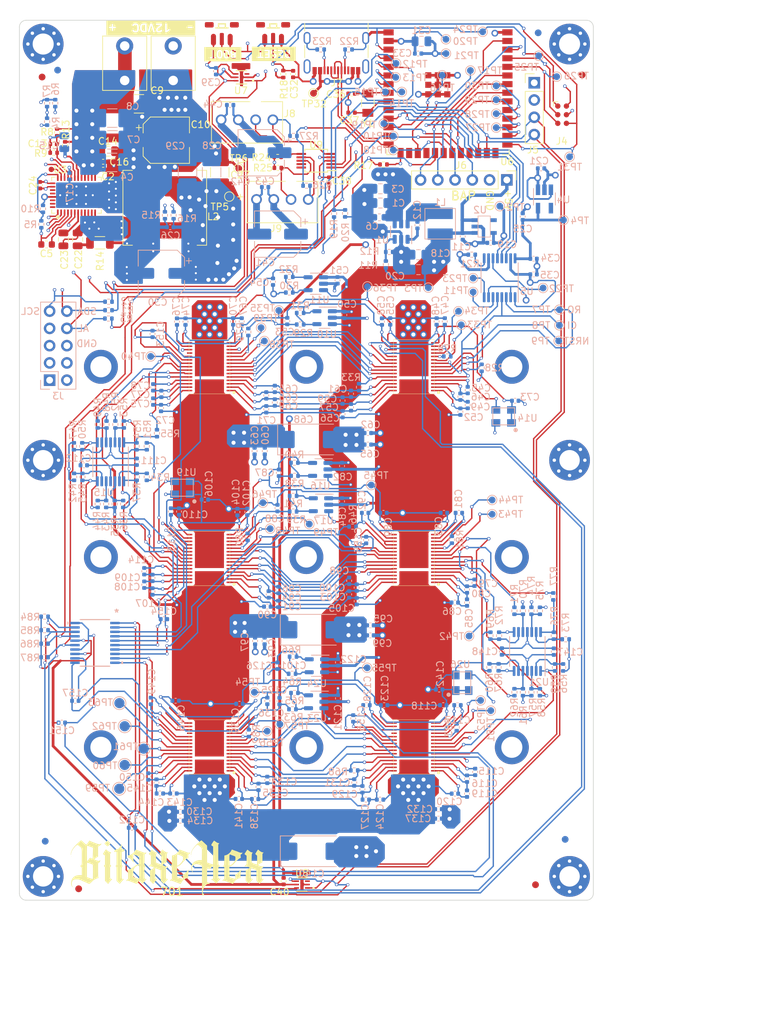
<source format=kicad_pcb>
(kicad_pcb (version 20240108) (generator "pcbnew") (generator_version "8.0")
  (title_block (rev "701"))
  (layers (0 "F.Cu" signal) (1 "In1.Cu" signal) (2 "In2.Cu" signal) (31 "B.Cu" signal) (34 "B.Paste" user) (35 "F.Paste" user) (36 "B.SilkS" user "B.Silkscreen") (37 "F.SilkS" user "F.Silkscreen") (38 "B.Mask" user) (39 "F.Mask" user) (44 "Edge.Cuts" user))
  (net 0 "")
  (net 1 "GND")
  (net 2 "/VDD")
  (net 3 "/ESP32/EN")
  (net 4 "/5V")
  (net 5 "/3V3")
  (net 6 "/SCL")
  (net 7 "Net-(U3-BP1V5)")
  (net 8 "Net-(U3-DRTN)")
  (net 9 "Net-(U3-EN{slash}UVLO)")
  (net 10 "Net-(U3-AVIN)")
  (net 11 "Net-(U3-VDD5)")
  (net 12 "Net-(U3-VOSNS)")
  (net 13 "Net-(C22-Pad2)")
  (net 14 "/ESP32/P_TX")
  (net 15 "/ESP32/P_RX")
  (net 16 "/ESP32/IO0")
  (net 17 "/ESP32/XIN32")
  (net 18 "/ESP32/XOUT32")
  (net 19 "/Power/PGOOD")
  (net 20 "Net-(U3-GOSNS)")
  (net 21 "/SDA")
  (net 22 "Net-(U12-VDD3_0)")
  (net 23 "Net-(U13-INV_CLKO)")
  (net 24 "Net-(U13-CLKO)")
  (net 25 "Net-(U12-VDD2_0)")
  (net 26 "/NRSTI")
  (net 27 "/RO")
  (net 28 "/CI")
  (net 29 "Net-(U12-VDD1_0)")
  (net 30 "Net-(U12-VDD1_1)")
  (net 31 "Net-(U12-VDD2_1)")
  (net 32 "Net-(U12-VDD3_1)")
  (net 33 "/Fan/FAN1_TACH")
  (net 34 "/Fan/FAN1_PWM")
  (net 35 "/Fan/FAN2_TACH")
  (net 36 "/Fan/FAN2_PWM")
  (net 37 "Net-(U18-VDD1_0)")
  (net 38 "Net-(U18-VDD2_0)")
  (net 39 "Net-(U18-VDD3_0)")
  (net 40 "Net-(U15A--)")
  (net 41 "Net-(U15B--)")
  (net 42 "/VIN")
  (net 43 "Net-(U3-VSEL)")
  (net 44 "Net-(U15C--)")
  (net 45 "Net-(U15D--)")
  (net 46 "Net-(U3-ADRSEL)")
  (net 47 "Net-(J6-Pin_4)")
  (net 48 "Net-(J6-Pin_6)")
  (net 49 "Net-(U21A--)")
  (net 50 "Net-(U21B--)")
  (net 51 "Net-(U21C--)")
  (net 52 "Net-(U21D--)")
  (net 53 "Net-(J6-Pin_3)")
  (net 54 "Net-(J6-Pin_5)")
  (net 55 "Net-(R54-Pad1)")
  (net 56 "Net-(R76-Pad1)")
  (net 57 "Net-(U25-VDD1_1)")
  (net 58 "Net-(U25-VDD2_1)")
  (net 59 "Net-(U25-VDD3_1)")
  (net 66 "Net-(U6-GPIO6{slash}TOUCH6{slash}ADC1_CH5)")
  (net 68 "/ESP32/ASIC_RST")
  (net 69 "/ESP32/ESP32_TX")
  (net 70 "/ESP32/ESP32_RX")
  (net 71 "Net-(U6-GPIO7{slash}TOUCH7{slash}ADC1_CH6)")
  (net 72 "Net-(U6-GPIO8{slash}TOUCH8{slash}ADC1_CH7{slash}SUBSPICS1)")
  (net 73 "Net-(J7-CC1)")
  (net 74 "Net-(U6-GPIO20{slash}U1CTS{slash}ADC2_CH9{slash}CLK_OUT1{slash}USB_D+)")
  (net 75 "Net-(U6-GPIO19{slash}U1RTS{slash}ADC2_CH8{slash}CLK_OUT2{slash}USB_D-)")
  (net 77 "Net-(J7-CC2)")
  (net 78 "/Power/PMB_ALRT")
  (net 80 "Net-(U6-GPIO9{slash}TOUCH9{slash}ADC1_CH8{slash}FSPIHD{slash}SUBSPIHD)")
  (net 81 "Net-(U5-OE)")
  (net 82 "Net-(U10-ADJ)")
  (net 83 "Net-(U11-ADJ)")
  (net 84 "Net-(U18-CLKO)")
  (net 85 "Net-(U12-INV_CLKO)")
  (net 86 "Net-(U12-CLKO)")
  (net 87 "Net-(U15A-+)")
  (net 88 "Net-(U16-ADJ)")
  (net 89 "Net-(U17-ADJ)")
  (net 90 "Net-(U15B-+)")
  (net 91 "Net-(U18-INV_CLKO)")
  (net 92 "Net-(U15C-+)")
  (net 93 "Net-(U15D-+)")
  (net 94 "Net-(U21A-+)")
  (net 95 "Net-(U21B-+)")
  (net 96 "Net-(U23-ADJ)")
  (net 97 "Net-(U24-ADJ)")
  (net 98 "Net-(U21C-+)")
  (net 99 "Net-(U21D-+)")
  (net 100 "Net-(U25-INV_CLKO)")
  (net 101 "Net-(U5-A4)")
  (net 103 "Net-(U6-GPIO12{slash}TOUCH12{slash}ADC2_CH1{slash}FSPICLK{slash}FSPIIO6{slash}SUBSPICLK)")
  (net 104 "Net-(U6-GPIO14{slash}TOUCH14{slash}ADC2_CH3{slash}FSPIWP{slash}FSPIDQS{slash}SUBSPIWP)")
  (net 105 "Net-(U5-B4)")
  (net 106 "Net-(U5-DIR4)")
  (net 107 "Net-(U6-SPIIO6{slash}GPIO35{slash}FSPID{slash}SUBSPID)")
  (net 108 "Net-(U6-SPIIO7{slash}GPIO36{slash}FSPICLK{slash}SUBSPICLK)")
  (net 109 "Net-(U6-SPIDQS{slash}GPIO37{slash}FSPIQ{slash}SUBSPIQ)")
  (net 110 "Net-(U6-GPIO38{slash}FSPIWP{slash}SUBSPIWP)")
  (net 111 "Net-(J7-VBUS-PadA4)")
  (net 112 "Net-(U13-VDD3_1)")
  (net 113 "Net-(U13-VDD2_1)")
  (net 114 "Net-(U13-VDD1_1)")
  (net 120 "Net-(U3-MSEL1)")
  (net 121 "Net-(U3-BOOT)")
  (net 122 "/ESP32/VDD_SAMPLE")
  (net 123 "Net-(U1-SW)")
  (net 124 "Net-(U1-CB)")
  (net 125 "Net-(U1-FB)")
  (net 130 "/Power/SW")
  (net 131 "Net-(U3-MSEL2)")
  (net 132 "/Power/AGND")
  (net 137 "/Power/PMB_SCL")
  (net 138 "/Power/PMB_SDA")
  (net 139 "/SMB_ALRT")
  (net 140 "/1V2")
  (net 141 "Net-(U28-VDD1_0)")
  (net 142 "Net-(U28-VDD2_0)")
  (net 143 "/BM1368-1/1V2")
  (net 144 "Net-(U28-VDD3_0)")
  (net 145 "/BM1368-1/VDD1")
  (net 146 "/BM1368-2/0V8")
  (net 147 "/BM1368-2/1V2")
  (net 148 "/BM1368-2/VDD2")
  (net 149 "Net-(U13-VDD3_0)")
  (net 150 "Net-(U13-VDD2_0)")
  (net 151 "Net-(U13-VDD1_0)")
  (net 152 "Net-(U25-VDD1_0)")
  (net 153 "Net-(U25-VDD2_0)")
  (net 154 "/BM1368-3/0V8")
  (net 155 "/BM1368-3/1V2")
  (net 156 "Net-(U25-VDD3_0)")
  (net 157 "Net-(U27-VDD3_1)")
  (net 158 "Net-(U27-VDD2_1)")
  (net 159 "Net-(U27-VDD1_1)")
  (net 160 "/BM1368-1/TEMP_N1")
  (net 161 "/BM1368-1/TEMP_P1")
  (net 162 "/BM1368-1/TEMP_P2")
  (net 163 "/BM1368-1/TEMP_N2")
  (net 164 "/BM1368-2/TEMP_P3")
  (net 165 "/BM1368-2/TEMP_N3")
  (net 166 "/BM1368-2/TEMP_P4")
  (net 167 "/BM1368-2/TEMP_N4")
  (net 168 "/BM1368-3/TEMP_P5")
  (net 169 "/BM1368-3/TEMP_N5")
  (net 170 "/BM1368-3/TEMP_N6")
  (net 171 "/BM1368-3/TEMP_P6")
  (net 172 "/BM1368-1/BI1")
  (net 173 "Net-(U12-NRSTI)")
  (net 174 "/BM1368-1/CO")
  (net 175 "/BM1368-2/CI2")
  (net 176 "/BM1368-1/NRSTO")
  (net 177 "/BM1368-2/NRSTI2")
  (net 178 "Net-(U13-NRSTO)")
  (net 179 "/BM1368-1/BO")
  (net 180 "/BM1368-2/BI2")
  (net 181 "/BM1368-2/RO2")
  (net 182 "/BM1368-1/RI")
  (net 183 "/BM1368-2/CO")
  (net 184 "/BM1368-3/CI3")
  (net 185 "/BM1368-2/NRSTO")
  (net 186 "/BM1368-3/NRSTI3")
  (net 187 "Net-(U25-NRSTO)")
  (net 188 "/BM1368-2/BO")
  (net 189 "/BM1368-3/BI3")
  (net 190 "/BM1368-3/RO3")
  (net 191 "/BM1368-2/RI")
  (net 192 "Net-(U28-LITE_PAD)")
  (net 193 "Net-(U12-LITE_PAD)")
  (net 194 "Net-(U13-LITE_PAD)")
  (net 195 "Net-(U18-LITE_PAD)")
  (net 196 "Net-(U27-LITE_PAD)")
  (net 197 "Net-(U25-LITE_PAD)")
  (net 198 "/ESP32/ALERT_TEMP")
  (net 199 "/ESP32/OVERT_TEMP")
  (net 200 "Net-(U28-ROSC_SEL)")
  (net 201 "Net-(U28-INV_CLKO)")
  (net 202 "Net-(U12-ROSC_SEL)")
  (net 203 "Net-(U18-ROSC_SEL)")
  (net 204 "Net-(U13-ROSC_SEL)")
  (net 205 "Net-(U25-ROSC_SEL)")
  (net 206 "Net-(U27-ROSC_SEL)")
  (net 207 "Net-(U27-INV_CLKO)")
  (net 208 "/BM1368-3/NRSTO3")
  (net 209 "/BM1368-3/BO3")
  (net 210 "/BM1368-3/RI3")
  (net 211 "/BM1368-3/CLKO3")
  (net 212 "/BM1368-3/CO3")
  (net 213 "Net-(U12-BI)")
  (net 214 "Net-(U12-CLKI)")
  (net 215 "Net-(U12-RO)")
  (net 217 "Net-(U12-CI)")
  (net 218 "/BM1368-2/CLKI2")
  (net 219 "Net-(U13-BO)")
  (net 220 "Net-(U13-RI)")
  (net 221 "Net-(U13-CO)")
  (net 222 "/BM1368-1/CLKI1")
  (net 223 "/BM1368-3/CLKI3")
  (net 224 "Net-(U25-CLKO)")
  (net 225 "Net-(U25-CO)")
  (net 227 "Net-(U25-RI)")
  (net 228 "Net-(U25-BO)")
  (net 231 "BM1368-1/0V8")
  (footprint "bitaxe:Tag-Connect_TC2030-IDC-NL_2x03_P1.27mm_Vertical" (layer "F.Cu") (at 129.9 59.9 -90)
    (property "Reference" "J4")
    (property "Value" "TC2030-IDC")
  )
  (footprint "TestPoint:TestPoint_Pad_D1.0mm" (layer "F.Cu") (at 80.9 71.95)
    (property "Reference" "TP5")
    (property "Value" "TestPoint")
  )
  (footprint "Resistor_SMD:R_0402_1005Metric" (layer "F.Cu") (at 88.85 53.92 90)
    (property "Reference" "R18")
    (property "Value" "10k")
  )
  (footprint "bitaxe:hex-heatsink" (layer "F.Cu") (at 92.25 125)
    (property "Reference" "HS1" (hide yes))
    (property "Value" "Heatsink")
  )
  (footprint "LOGO" (layer "F.Cu") (at 71.6 170.8)
    (property "Reference" "G***" (hide yes))
    (property "Value" "LOGO" (hide yes))
  )
  (footprint "kibuzzard-65356D5C" (layer "F.Cu") (at 79.95 51 180)
    (property "Reference" "kibuzzard-65356D5C" (hide yes))
    (property "Value" "G***" (hide yes))
  )
  (footprint "MountingHole:MountingHole_3mm_Pad_Via" (layer "F.Cu") (at 53.5 49.5)
    (property "Reference" "H1" (hide yes))
    (property "Value" "MountingHole")
  )
  (footprint "bitaxe:SC32S-7PF20PPM" (layer "F.Cu") (at 101.3 58.2 -90)
    (property "Reference" "Y1")
    (property "Value" "32.768kHz")
  )
  (footprint "bitaxe:63862-1" (layer "F.Cu") (at 65.5 52.324 90)
    (property "Reference" "J1" (hide yes))
    (property "Value" "Conn_01x01")
  )
  (footprint "bitaxe:470531000" (layer "F.Cu") (at 79.7 60.65)
    (property "Reference" "J8")
    (property "Value" "Conn_01x04")
  )
  (footprint "bitaxe:3.1mm_mounting" (layer "F.Cu") (at 92.25 97)
    (property "Reference" "H13" (hide yes))
    (property "Value" "HeatsinkMountingHole")
  )
  (footprint "bitaxe:TestPoint_Pad_D0.8mm" (layer "F.Cu") (at 54.7 67.95)
    (property "Reference" "TP1" (hide yes))
    (property "Value" "TestPoint")
  )
  (footprint "Capacitor_SMD:C_0805_2012Metric" (layer "F.Cu") (at 56.475 78.25 -90)
    (property "Reference" "C23")
    (property "Value" "100nF")
  )
  (footprint "Resistor_SMD:R_0402_1005Metric" (layer "F.Cu") (at 88.05 67.725 180)
    (property "Reference" "R25")
    (property "Value" "5.6k")
  )
  (footprint "bitaxe:TL3340-switch" (layer "F.Cu") (at 79.8 47.7675 180)
    (property "Reference" "SW2" (hide yes))
    (property "Value" "SWITCH-SPST")
  )
  (footprint "MountingHole:MountingHole_3mm_Pad_Via" (layer "F.Cu") (at 131 172)
    (property "Reference" "H4" (hide yes))
    (property "Value" "MountingHole")
  )
  (footprint "Fiducial:Fiducial_1mm_Mask2mm" (layer "F.Cu") (at 53.34 54.356)
    (property "Reference" "FID3" (hide yes))
    (property "Value" "Fiducial")
  )
  (footprint "Inductor_SMD:L_Coilcraft_XAL1010-XXX" (layer "F.Cu") (at 71.4 73.6 90)
    (property "Reference" "L2")
    (property "Value" "680nH")
  )
  (footprint "Capacitor_SMD:C_0402_1005Metric" (layer "F.Cu") (at 55.02 64.225 180)
    (property "Reference" "C13")
    (property "Value" "100nF")
  )
  (footprint "Capacitor_SMD:C_0603_1608Metric" (layer "F.Cu") (at 54 79)
    (property "Reference" "C5")
    (property "Value" "1uF")
  )
  (footprint "Capacitor_SMD:C_0402_1005Metric" (layer "F.Cu") (at 98.9 56.8 180)
    (property "Reference" "C36")
    (property "Value" "6.8pF")
  )
  (footprint "Capacitor_SMD:CP_Elec_6.3x5.9" (layer "F.Cu") (at 71.628 63.65)
    (property "Reference" "C10")
    (property "Value" "180uF")
  )
  (footprint "bitaxe:3.1mm_mounting" (layer "F.Cu") (at 92.25 153)
    (property "Reference" "H15" (hide yes))
    (property "Value" "HeatsinkMountingHole")
  )
  (footprint "Connector_PinHeader_2.54mm:PinHeader_1x06_P2.54mm_Vertical" (layer "F.Cu") (at 121.76 69.5 -90)
    (property "Reference" "J6")
    (property "Value" "Conn_01x06")
  )
  (footprint "bitaxe:BM1368" (layer "F.Cu") (at 77.978 96.986 180)
    (property "Reference" "U12" (hide yes))
    (property "Value" "BM1368_mode1")
  )
  (footprint "Resistor_SMD:R_0402_1005Metric" (layer "F.Cu") (at 55.545 62.5 -90)
    (property "Reference" "R8")
    (property "Value" "12.7K")
  )
  (footprint "bitaxe:470531000" (layer "F.Cu") (at 84.91 72.375)
    (property "Reference" "J9")
    (property "Value" "Conn_01x04")
  )
  (footprint "Capacitor_SMD:C_0402_1005Metric" (layer "F.Cu") (at 88.9 172.7 90)
    (property "Reference" "C40")
    (property "Value" "311-3342-1-ND")
  )
  (footprint "bitaxe:3.1mm_mounting" (layer "F.Cu") (at 92.25 125)
    (property "Reference" "H14" (hide yes))
    (property "Value" "HeatsinkMountingHole")
  )
  (footprint "TestPoint:TestPoint_Pad_D1.0mm" (layer "F.Cu") (at 82.296 67.818)
    (property "Reference" "TP6")
    (property "Value" "TestPoint")
  )
  (footprint "bitaxe:3.1mm_mounting" (layer "F.Cu") (at 122.5 125)
    (property "Reference" "H10" (hide yes))
    (property "Value" "HeatsinkMountingHole")
  )
  (footprint "kibuzzard-65356D4E" (layer "F.Cu") (at 87.45 50.95 180)
    (property "Reference" "kibuzzard-65356D4E" (hide yes))
    (property "Value" "G***" (hide yes))
  )
  (footprint "Capacitor_SMD:C_1210_3225Metric" (layer "F.Cu") (at 79.5 68.375 90)
    (property "Reference" "C27")
    (property "Value" "47uF")
  )
  (footprint "Capacitor_SMD:C_0402_1005Metric" (layer "F.Cu") (at 62.325 68)
    (property "Reference" "C2")
    (property "Value" "4.7nF")
  )
  (footprint "bitaxe:3.1mm_mounting" (layer "F.Cu") (at 62 125)
    (property "Reference" "H9" (hide yes))
    (property "Value" "HeatsinkMountingHole")
  )
  (footprint "Fiducial:Fiducial_1mm_Mask2mm" (layer "F.Cu") (at 132.842 54.05)
    (property "Reference" "FID1" (hide yes))
    (property "Value" "Fiducial")
  )
  (footprint "Package_SO:MSOP-10_3x3mm_P0.5mm" (layer "F.Cu") (at 93.7 66.675 180)
    (property "Reference" "U9")
    (property "Value" "EMC2302")
  )
  (footprint "Capacitor_SMD:C_0402_1005Metric" (layer "F.Cu") (at 98.9 59.6 180)
    (property "Reference" "C37")
    (property "Value" "6.8pF")
  )
  (footprint "Resistor_SMD:R_0402_1005Metric" (layer "F.Cu") (at 55.045 65.5 180)
    (property "Reference" "R9")
    (property "Value" "1.37K")
  )
  (footprint "Resistor_SMD:R_0402_1005Metric" (layer "F.Cu") (at 56.725 64.4 -90)
    (property "Reference" "R13")
    (property "Value" "10R")
  )
  (footprint "bitaxe:LQFN40-CLIP" (layer "F.Cu") (at 58.4 71.75 90)
    (property "Reference" "U3")
    (property "Value" "TPS546D24ARVFR")
  )
  (footprint "Fiducial:Fiducial_1mm_Mask2mm" (layer "F.Cu") (at 58.725 173.825)
    (property "Reference" "FID7" (hide yes))
    (property "Value" "Fiducial")
  )
  (footprint "Capacitor_SMD:C_0402_1005Metric" (layer "F.Cu") (at 62.325 66.825)
    (property "Reference" "C16")
    (property "Value" "2.2nF")
  )
  (footprint "bitaxe:SOT5X3-6_DRL_TEX" (layer "F.Cu") (at 82.7 54.4 180)
    (property "Reference" "U7")
    (property "Value" "TMP1075")
  )
  (footprint "bitaxe:3.1mm_mounting" (layer "F.Cu") (at 122.5 153)
    (property "Reference" "H12" (hide yes))
    (property "Value" "HeatsinkMountingHole")
  )
  (footprint "Capacitor_SMD:C_0805_2012Metric" (layer "F.Cu") (at 58.575 78.25 -90)
    (property "Reference" "C22")
    (property "Value" "1nF")
  )
  (footprint "bitaxe:3.1mm_mounting" (layer "F.Cu") (at 122.5 97)
    (property "Reference" "H8" (hide yes))
    (property "Value" "HeatsinkMountingHole")
  )
  (footprint "bitaxe:BM1368" (layer "F.Cu") (at 108.082 125.21 180)
    (property "Reference" "U18" (hide yes))
    (property "Value" "BM1368_mode0")
  )
  (footprint "bitaxe:3.1mm_mounting" (layer "F.Cu") (at 62 97)
    (property "Reference" "H7" (hide yes))
    (property "Value" "HeatsinkMountingHole")
  )
  (footprint "Connector_PinHeader_2.54mm:PinHeader_1x04_P2.54mm_Vertical" (layer "F.Cu") (at 125.8 55.2)
    (property "Reference" "J5")
    (property "Value" "Conn_01x04")
  )
  (footprint "bitaxe:ESP32-S3-WROOM-1U" (layer "F.Cu") (at 113.1 56.04)
    (property "Reference" "U6")
    (property "Value" "ESP32-S3-WROOM-1")
  )
  (footprint "Capacitor_SMD:C_1210_3225Metric" (layer "F.Cu") (at 67.6 58.3)
    (property "Reference" "C9")
    (property "Value" "22uF")
  )
  (footprint "bitaxe:BM1368" (layer "F.Cu") (at 108.082 96.986 180)
    (property "Reference" "U28" (hide yes))
    (property "Value" "BM1368_mode1")
  )
  (footprint "Fiducial:Fiducial_1mm_Mask2mm" (layer "F.Cu") (at 125.984 173.228)
    (property "Reference" "FID5" (hide yes))
    (property "Value" "Fiducial")
  )
  (footprint "bitaxe:BM1368" (layer "F.Cu") (at 108.082 152.94 180)
    (property "Reference" "U25" (hide yes))
    (property "Value" "BM1368_mode1")
  )
  (footprint "Capacitor_SMD:C_0402_1005Metric" (layer "F.Cu") (at 90.3 53.92 -90)
    (property "Reference" "C32")
    (property "Value" "1uF" (hide yes))
  )
  (footprint "MountingHole:MountingHole_3mm_Pad_Via" (layer "F.Cu") (at 53.5 110.75)
    (property "Reference" "H5" (hide yes))
    (property "Value" "MountingHole")
  )
  (footprint "bitaxe:BM1368" (layer "F.Cu") (at 77.978 125.21 180)
    (property "Reference" "U13" (hide yes))
    (property "Value" "BM1368_mode0")
  )
  (footprint "Connector_USB:USB_C_Receptacle_GCT_USB4105-xx-A_16P_TopMnt_Horizontal" (layer "F.Cu") (at 96.67 49.695 180)
    (property "Reference" "J7")
    (property "Value" "USB_C_Receptacle_USB2.0")
  )
  (footprint "Resistor_SMD:R_0402_1005Metric" (layer "F.Cu") (at 103.6 67.225)
    (property "Reference" "R17")
    (property "Value" "10k")
  )
  (footprint "Resistor_SMD:R_1206_3216Metric" (layer "F.Cu") (at 61.85 78.75)
    (property "Reference" "R14")
    (property "Value" "1R")
  )
  (footprint "bitaxe:TL3340-switch" (layer "F.Cu") (at 87.35 47.7675 180)
    (property "Reference" "SW1" (hide yes))
    (property "Value" "SWITCH-SPST")
  )
  (footprint "MountingHole:MountingHole_3mm_Pad_Via" (layer "F.Cu") (at 131 49.5)
    (property "Reference" "H2" (hide yes))
    (property "Value" "MountingHole")
  )
  (footprint "MountingHole:MountingHole_3mm_Pad_Via" (layer "F.Cu") (at 53.5 172)
    (property "Reference" "H3" (hide yes))
    (property "Value" "MountingHole")
  )
  (footprint "Capacitor_SMD:C_0402_1005Metric" (layer "F.Cu") (at 53.025 70.275 -90)
    (property "Reference" "C24")
    (property "Value" "100pF")
  )
  (footprint "bitaxe:3.1mm_mounting" (layer "F.Cu") (at 62 153)
    (property "Reference" "H11" (hide yes))
    (property "Value" "HeatsinkMountingHole")
  )
  (footprint "Capacitor_SMD:C_0402_1005Metric" (layer "F.Cu") (at 95.6 69.6 -90)
    (property "Reference" "C38")
    (property "Value" "311-3342-1-ND")
  )
  (footprint "MountingHole:MountingHole_3mm_Pad_Via" (layer "F.Cu") (at 131 110.75)
    (property "Reference" "H6" (hide yes))
    (property "Value" "MountingHole")
  )
  (footprint "Capacitor_SMD:C_0805_2012Metric" (layer "F.Cu") (at 63.075 65.275)
    (property "Reference" "C14")
    (property "Value" "1uF")
  )
  (footprint "bitaxe:BM1368" (layer "F.Cu") (at 77.978 152.94 180)
    (property "Reference" "U27" (hide yes))
    (property "Value" "BM1368_mode1")
  )
  (footprint "bitaxe:SOT5X3-6_DRL_TEX" (layer "F.Cu") (at 91.6008 173.2 180)
    (property "Reference" "U8")
    (property "Value" "TMP1075")
  )
  (footprint "kibuzzard-65978662" (layer "F.Cu") (at 69.342 47.125 180)
    (property "Reference" "kibuzzard-65978662" (hide yes))
    (property "Value" "G***" (hide yes))
  )
  (footprint "TestPoint:TestPoint_Pad_D1.0mm" (layer "F.Cu") (at 93.3 56.75)
    (property "Reference" "TP32")
    (property "Value" "TestPoint")
  )
  (footprint "bitaxe:63862-1" (layer "F.Cu") (at 72.644 52.324 90)
    (property "Reference" "J2" (hide yes))
    (property "Value" "Conn_01x01")
  )
  (footprint "Resistor_SMD:R_0402_1005Metric" (layer "F.Cu") (at 88.025 66.125 180)
    (property "Reference" "R24")
    (property "Value" "5.6k")
  )
  (footprint "Capacitor_SMD:C_0402_1005Metric" (layer "B.Cu") (at 108.6 76.15 -90)
    (property "Reference" "C12")
    (property "Value" "0.1uF")
  )
  (footprint "TestPoint:TestPoint_Pad_D1.0mm" (layer "B.Cu") (at 69.325 95.475 180)
    (property "Reference" "TP40")
    (property "Value" "TestPoint")
  )
  (footprint "Capacitor_SMD:C_0402_1005Metric" (layer "B.Cu") (at 98.825 102.97 90)
    (property "Reference" "C57")
    (property "Value" "1uF")
  )
  (footprint "Capacitor_SMD:C_0402_1005Metric" (layer "B.Cu") (at 97.8375 89.375 90)
    (property "Reference" "C50")
    (property "Value" "0.1uF")
  )
  (footprint "TestPoint:TestPoint_Pad_D1.0mm" (layer "B.Cu") (at 105.45 52.35 180)
    (property "Reference" "TP12")
    (property "Value" "TestPoint")
  )
  (footprint "Capacitor_SMD:C_0402_1005Metric" (layer "B.Cu") (at 101.05 122.5 -90)
    (property "Reference" "C155")
    (property "Value" "2.2nF")
  )
  (footprint "Capacitor_SMD:C_0402_1005Metric" (layer "B.Cu") (at 72.3 118.3 90)
    (property "Reference" "C113")
    (property "Value" "1uF")
  )
  (footprint "Capacitor_SMD:C_0402_1005Metric" (layer "B.Cu") (at 81.025 58.475 180)
    (property "Reference" "C44")
    (property "Value" "311-3342-1-ND")
  )
  (footprint "Capacitor_SMD:C_0402_1005Metric" (layer "B.Cu") (at 69.59 130.07 90)
    (property "Reference" "C107")
    (property "Value" "1uF")
  )
  (footprint "TestPoint:TestPoint_Pad_D1.0mm" (layer "B.Cu") (at 119.4 147.6 90)
    (property "Reference" "TP51")
    (property "Value" "TestPoint")
  )
  (footprint "Resistor_SMD:R_0402_1005Metric" (layer "B.Cu") (at 97.95 74.425 90)
    (property "Reference" "R20")
    (property "Value" "22.1k")
  )
  (footprint "Capacitor_SMD:C_0805_2012Metric" (layer "B.Cu") (at 108.75 80.5 180)
    (property "Reference" "C18")
    (property "Value" "10uF")
  )
  (footprint "Resistor_SMD:R_0402_1005Metric" (layer "B.Cu") (at 58.025 108.7 90)
    (property "Reference" "R47")
    (property "Value" "1k")
  )
  (footprint "Capacitor_Tantalum_SMD:CP_EIA-7343-31_Kemet-D_Pad2.25x2.55mm_HandSolder" (layer "B.Cu") (at 93 168.3)
    (property "Reference" "C140")
    (property "Value" "330uF")
  )
  (footprint "Capacitor_SMD:C_0402_1005Metric" (layer "B.Cu") (at 111.7 162.1 180)
    (property "Reference" "C132")
    (property "Value" "0.1uF")
  )
  (footprint "Capacitor_SMD:C_0402_1005Metric" (layer "B.Cu") (at 100.5 159.18 90)
    (property "Reference" "C129")
    (property "Value" "1uF")
  )
  (footprint "Package_TO_SOT_SMD:TSOT-23-5" (layer "B.Cu") (at 93.7 146.3 180)
    (property "Reference" "U23")
    (property "Value" "AP7331")
  )
  (footprint "Resistor_SMD:R_0402_1005Metric" (layer "B.Cu") (at 67.275 113.2 90)
    (property "Reference" "R37")
    (property "Value" "1k")
  )
  (footprint "TestPoint:TestPoint_Pad_D1.0mm" (layer "B.Cu") (at 84.6 144.9 180)
    (property "Reference" "TP54")
    (property "Value" "TestPoint")
  )
  (footprint "Capacitor_SMD:C_0402_1005Metric" (layer "B.Cu") (at 78.95 53.5 90)
    (property "Reference" "C39")
    (property "Value" "311-3342-1-ND")
  )
  (footprint "TestPoint:TestPoint_Pad_D1.0mm" (layer "B.Cu") (at 127.1 85.4 180)
    (property "Reference" "TP22")
    (property "Value" "TestPoint")
  )
  (footprint "Resistor_SMD:R_0402_1005Metric" (layer "B.Cu") (at 90.3 118.3)
    (property "Reference" "R39")
    (property "Value" "115k")
  )
  (footprint "Capacitor_SMD:C_0805_2012Metric" (layer "B.Cu") (at 103.15 70.8 180)
    (property "Reference" "C3")
    (property "Value" "10uF")
  )
  (footprint "Capacitor_SMD:C_0402_1005Metric" (layer "B.Cu") (at 86.7 130.5 90)
    (property "Reference" "C94")
    (property "Value" "1uF")
  )
  (footprint "Capacitor_SMD:C_0805_2012Metric" (layer "B.Cu") (at 56.6 63.95 -90)
    (property "Reference" "C15")
    (property "Value" "1uF")
  )
  (footprint "Capacitor_SMD:C_0402_1005Metric" (layer "B.Cu") (at 70.85 103.07 90)
    (property "Reference" "C72")
    (property "Value" "1uF")
  )
  (footprint "Resistor_SMD:R_0402_1005Metric" (layer "B.Cu") (at 104.45 80.1)
    (property "Reference" "R12")
    (property "Value" "22.1k")
  )
  (footprint "TestPoint:TestPoint_Pad_D1.0mm" (layer "B.Cu") (at 120.2 55.65 180)
    (property "Reference" "TP30")
    (property "Value" "TestPoint")
  )
  (footprint "Resistor_SMD:R_0402_1005Metric" (layer "B.Cu") (at 90.15 142.18)
    (property "Reference" "R64")
    (property "Value" "110k")
  )
  (footprint "Capacitor_SMD:C_0402_1005Metric" (layer "B.Cu") (at 99.3 158.18 90)
    (property "Reference" "C131")
    (property "Value" "1uF")
  )
  (footprint "Resistor_SMD:R_0402_1005Metric" (layer "B.Cu") (at 130.425 137.1)
    (property "Reference" "R73")
    (property "Value" "1k")
  )
  (footprint "TestPoint:TestPoint_Pad_D1.0mm" (layer "B.Cu") (at 86.925 120.825)
    (property "Reference" "TP48")
    (property "Value" "TestPoint")
  )
  (footprint "Resistor_SMD:R_0402_1005Metric" (layer "B.Cu") (at 119.35 136.575 90)
    (property "Reference" "R69")
    (property "Value" "1k")
  )
  (footprint "TestPoint:TestPoint_Pad_D1.0mm" (layer "B.Cu") (at 114.65 88.825)
    (property "Reference" "TP34")
    (property "Value" "TestPoint")
  )
  (footprint "Package_TO_SOT_SMD:SOT-23-5_HandSoldering" (layer "B.Cu") (at 127.3 72.3 -90)
    (property "Reference" "U4")
    (property "Value" "MIC5504-MS")
  )
  (footprint "Capacitor_SMD:C_0402_1005Metric" (layer "B.Cu") (at 128.68 138.92 -90)
    (property "Reference" "C147")
    (property "Value" "0.1uF")
  )
  (footprint "Capacitor_SMD:C_0402_1005Metric" (layer "B.Cu") (at 81.475 90.325 90)
    (property "Reference" "C70")
    (property "Value" "1uF")
  )
  (footprint "Resistor_SMD:R_0402_1005Metric" (layer "B.Cu") (at 61.525 105.4875 -90)
    (property "Reference" "R49")
    (property "Value" "10k")
  )
  (footprint "Resistor_SMD:R_0402_1005Metric" (layer "B.Cu") (at 54.075 60.925 90)
    (property "Reference" "R4")
    (property "Value" "17.8K")
  )
  (footprint "Capacitor_SMD:C_0402_1005Metric" (layer "B.Cu") (at 88.2 112.6 -90)
    (property "Reference" "C87")
    (property "Value" "1uF")
  )
  (footprint "Capacitor_SMD:C_0402_1005Metric" (layer "B.Cu") (at 100.9 118.5 180)
    (property "Reference" "C92")
    (property "Value" "1uF")
  )
  (footprint "Capacitor_SMD:C_0402_1005Metric" (layer "B.Cu") (at 125.7 83.4)
    (property "Reference" "C35")
    (property "Value" "311-3342-1-ND")
  )
  (footprint "TestPoint:TestPoint_Pad_D1.0mm" (layer "B.Cu") (at 115.05 90.825)
    (property "Reference" "TP33")
    (property "Value" "TestPoint")
  )
  (footprint "Capacitor_SMD:C_0402_1005Metric" (layer "B.Cu") (at 114.925 103.605 -90)
    (property "Reference" "C52")
    (property "Value" "1uF")
  )
  (footprint "Resistor_SMD:R_0402_1005Metric" (layer "B.Cu") (at 90.51 113.05)
    (property "Reference" "R38")
    (property "Value" "110k")
  )
  (footprint "TestPoint:TestPoint_Pad_D1.0mm" (layer "B.Cu") (at 129.1 54.3 -90)
    (property "Reference" "TP26")
    (property "Value" "TestPoint")
  )
  (footprint "Resistor_SMD:R_0402_1005Metric" (layer "B.Cu") (at 99.3 156.4 180)
    (property "Reference" "R68")
    (property "Value" "2k")
  )
  (footprint "Capacitor_SMD:C_0402_1005Metric" (layer "B.Cu") (at 97.575 101.97 90)
    (property "Reference" "C59")
    (property "Value" "1uF")
  )
  (footprint "Capacitor_SMD:C_1210_3225Metric" (layer "B.Cu") (at 78.3 68.375 90)
    (property "Reference" "C28")
    (property "Value" "47uF")
  )
  (footprint "TestPoint:TestPoint_Pad_D1.0mm" (layer "B.Cu") (at 116.4 53.4 180)
    (property "Reference" "TP17")
    (property "Value" "TestPoint")
  )
  (footprint "Capacitor_SMD:C_0402_1005Metric" (layer "B.Cu") (at 68.39 127.09 90)
    (property "Reference" "C114")
    (property "Value" "1uF")
  )
  (footprint "TestPoint:TestPoint_Pad_D1.5mm" (layer "B.Cu") (at 65.5 149.9)
    (property "Reference" "TP62")
    (property "Value" "TestPoint")
  )
  (footprint "TestPoint:TestPoint_Pad_D1.0mm" (layer "B.Cu") (at 116.8 86 180)
    (property "Reference" "TP11")
    (property "Value" "TestPoint")
  )
  (footprint "Package_SO:TSSOP-16_4.4x5mm_P0.65mm" (layer "B.Cu") (at 120.7 83.9 90)
    (property "Reference" "U5")
    (property "Value" "SN74AVC4T774")
  )
  (footprint "Capacitor_SMD:C_0402_1005Metric" (layer "B.Cu") (at 70.68 159.8 180)
    (property "Reference" "C144")
    (property "Value" "1uF")
  )
  (footprint "Capacitor_SMD:C_0402_1005Metric" (layer "B.Cu") (at 67.275 110.975 -90)
    (property "Reference" "C111")
    (property "Value" "0.1uF")
  )
  (footprint "Capacitor_SMD:C_0402_1005Metric" (layer "B.Cu") (at 88.1 131.9 90)
    (property "Reference" "C91")
    (property "Value" "1uF")
  )
  (footprint "Package_TO_SOT_SMD:TSOT-23-5" (layer "B.Cu") (at 93.6375 84.775 180)
    (property "Reference" "U11")
    (property "Value" "AP7331")
  )
  (footprint "Capacitor_SMD:C_0402_1005Metric" (layer "B.Cu") (at 68.98 157.3 90)
    (property "Reference" "C150")
    (property "Value" "1uF")
  )
  (footprint "Resistor_SMD:R_0402_1005Metric" (layer "B.Cu") (at 71.425 74.7 -90)
    (property "Reference" "R15")
    (property "Value" "49.9R")
  )
  (footprint "Capacitor_SMD:C_0402_1005Metric" (layer "B.Cu") (at 97.5 116.8 90)
    (property "Reference" "C84")
    (property "Value" "0.1uF")
  )
  (footprint "Capacitor_SMD:C_0402_1005Metric" (layer "B.Cu") (at 82.725 90.325 90)
    (property "Reference" "C67")
    (property "Value" "1uF")
  )
  (footprint "Resistor_SMD:R_0402_1005Metric" (layer "B.Cu") (at 122.88 132.91 -90)
    (property "Reference" "R71")
    (property "Value" "10k")
  )
  (footprint "Resistor_SMD:R_0402_1005Metric" (layer "B.Cu") (at 96.325 74.45 -90)
    (property "Reference" "R19")
    (property "Value" "7.87k")
  )
  (footprint "Capacitor_SMD:C_0402_1005Metric" (layer "B.Cu") (at 73.2 90.35 90)
    (property "Reference" "C76")
    (property "Value" "1uF")
  )
  (footprint "Resistor_SMD:R_0402_1005Metric" (layer "B.Cu") (at 72.7 74.7 90)
    (property "Reference" "R16")
    (property "Value" "1.37K")
  )
  (footprint "TestPoint:TestPoint_Pad_D1.0mm" (layer "B.Cu") (at 120.2 57.7 180)
    (property "Reference" "TP29")
    (property "Value" "TestPoint")
  )
  (footprint "Capacitor_SMD:C_0402_1005Metric" (layer "B.Cu") (at 68.39 129.07 90)
    (property "Reference" "C108")
    (property "Value" "1uF")
  )
  (footprint "TestPoint:TestPoint_Pad_D1.0mm" (layer "B.Cu") (at 105.05 63.05 180)
    (property "Reference" "TP10")
    (property "Value" "TestPoint")
  )
  (footprint "Capacitor_SMD:C_0402_1005Metric" (layer "B.Cu") (at 66.57 164.84 180)
    (property "Reference" "C152")
    (property "Value" "2.2nF")
  )
  (footprint "Capacitor_SMD:C_0402_1005Metric" (layer "B.Cu") (at 99.15 148.75 90)
    (property "Reference" "C156")
    (property "Value" "2.2nF")
  )
  (footprint "Capacitor_SMD:C_0402_1005Metric" (layer "B.Cu") (at 88 117.8 -90)
    (property "Reference" "C88")
    (property "Value" "1uF")
  )
  (footprint "Resistor_SMD:R_0402_1005Metric" (layer "B.Cu") (at 103.95 81.95 90)
    (property "Reference" "R11")
    (property "Value" "115k")
  )
  (footprint "Capacitor_SMD:C_0402_1005Metric" (layer "B.Cu") (at 88 141 -90)
    (property "Reference" "C126")
    (property "Value" "1uF")
  )
  (footprint "Capacitor_SMD:C_0402_1005Metric" (layer "B.Cu") (at 86.35 101.215 -90)
    (property "Reference" "C66")
    (property "Value" "1uF")
  )
  (footprint "Capacitor_SMD:C_0402_1005Metric" (layer "B.Cu") (at 59.475 111.5)
    (property "Reference" "C112")
    (property "Value" "1uF")
  )
  (footprint "Resistor_SMD:R_0402_1005Metric" (layer "B.Cu") (at 92.275 70.35 180)
    (property "Reference" "R26")
    (property "Value" "10k")
  )
  (footprint "bitaxe:MAX6689UP9A+" (layer "B.Cu") (at 61.11995 137.635001 180)
    (property "Reference" "U20" (hide yes))
    (property "Value" "~")
  )
  (footprint "TestPoint:TestPoint_Pad_D1.5mm" (layer "B.Cu") (at 65.5 155.6)
    (property "Reference" "TP60")
    (property "Value" "TestPoint")
  )
  (footprint "Capacitor_SMD:C_0402_1005Metric" (layer "B.Cu") (at 119.37205 78.7602 180)
    (property "Reference" "C19")
    (property "Value" "1uF")
  )
  (footprint "Capacitor_SMD:C_0402_1005Metric" (layer "B.Cu") (at 87.6 102.255 -90)
    (property "Reference" "C69")
    (property "Value" "1uF")
  )
  (footprint "Resistor_SMD:R_0402_1005Metric" (layer "B.Cu") (at 67.25 108.7 -90)
    (property "Reference" "R54")
    (property "Value" "1k")
  )
  (footprint "Capacitor_SMD:C_1210_3225Metric" (layer "B.Cu") (at 63.675 60.4)
    (property "Reference" "C8")
    (property "Value" "22uF")
  )
  (footprint "Resistor_SMD:R_0402_1005Metric" (layer "B.Cu") (at 90.29 139.66 180)
    (property "Reference" "R66")
    (property "Value" "220k")
  )
  (footprint "Capacitor_SMD:C_0402_1005Metric" (layer "B.Cu") (at 84.7 137.35 -90)
    (property "Reference" "C97")
    (property "Value" "1uF")
  )
  (footprint "Fiducial:Fiducial_1mm_Mask2mm" (layer "B.Cu") (at 53.8 166.825 180)
    (property "Reference" "FID2" (hide yes))
    (property "Value" "Fiducial")
  )
  (footprint "Resistor_SMD:R_0402_1005Metric" (layer "B.Cu") (at 53.71 139.74 180)
    (property "Reference" "R87")
    (property "Value" "4.7k")
  )
  (footprint "Capacitor_SMD:C_0402_1005Metric" (layer "B.Cu") (at 69.35 146.175 -90)
    (property "Reference" "C149")
    (property "Value" "1uF")
  )
  (footprint "Capacitor_SMD:C_0402_1005Metric" (layer "B.Cu") (at 103.1 160.7 180)
    (property "Reference" "C124")
    (property "Value" "1uF")
  )
  (footprint "Capacitor_SMD:C_0402_1005Metric" (layer "B.Cu") (at 72.2 76.45 180)
    (property "Reference" "C26")
    (property "Value" "2.2nF")
  )
  (footprint "Capacitor_SMD:C_0402_1005Metric" (layer "B.Cu") (at 112.4 146.8 180)
    (property "Reference" "C118")
    (property "Value" "1uF")
  )
  (footprint "Capacitor_SMD:C_0402_1005Metric" (layer "B.Cu") (at 84.7 160.62 180)
    (property "Reference" "C138")
    (property "Value" "1uF")
  )
  (footprint "Capacitor_SMD:C_0402_1005Metric" (layer "B.Cu") (at 86.125 109.4 90)
    (property "Reference" "C60")
    (property "Value" "0.1uF")
  )
  (footprint "Capacitor_SMD:C_0402_1005Metric" (layer "B.Cu") (at 99.65 129.495 -90)
    (property "Reference" "C100")
    (property "Value" "1uF")
  )
  (footprint "Resistor_SMD:R_0402_1005Metric" (layer "B.Cu") (at 53.71 137.75 180)
    (property "Reference" "R86")
    (property "Value" "4.7k")
  )
  (footprint "TestPoint:TestPoint_Pad_D1.0mm" (layer "B.Cu") (at 120.72205 73.3602)
    (property "Reference" "TP2")
    (property "Value" "TestPoint")
  )
  (footprint "Package_SO:TSSOP-14_4.4x5mm_P0.65mm" (layer "B.Cu") (at 124.78 138.9 90)
    (property "Reference" "U21")
    (property "Value" "TLV3544")
  )
  (footprint "Package_SO:TSSOP-14_4.4x5mm_P0.65mm" (layer "B.Cu") (at 63.425 110.9875 90)
    (property "Reference" "U15")
    (property "Value" "TLV3544")
  )
  (footprint "TestPoint:TestPoint_Pad_D1.0mm" (layer "B.Cu") (at 129.5 88.6 180)
    (property "Reference" "TP7")
    (property "Value" "TestPoint")
  )
  (footprint "bitaxe:RT9080-33GJ5" (layer "B.Cu") (at 118.42205 76.3602)
    (property "Reference" "U2")
    (property "Value" "RT9080-33GJ5")
  )
  (footprint "Capacitor_SMD:C_0402_1005Metric" (layer "B.Cu") (at 111.8 144.5 180)
    (property "Reference" "C142")
    (property "Value" "0.1uF")
  )
  (footprint "TestPoint:TestPoint_Pad_D1.0mm" (layer "B.Cu") (at 85.58 91.25)
    (property "Reference" "TP39")
    (property "Value" "TestPoint")
  )
  (footprint "Capacitor_SMD:C_0402_1005Metric" (layer "B.Cu") (at 84.625 109.4 -90)
    (property "Reference" "C63")
    (property "Value" "1uF")
  )
  (footprint "Capacitor_SMD:C_0402_1005Metric" (layer "B.Cu") (at 73.7 162.5)
    (property "Reference" "C130")
    (property "Value" "0.1uF")
  )
  (footprint "Resistor_SMD:R_0402_1005Metric" (layer "B.Cu") (at 63.1 89.9 180)
    (property "Reference" "R3")
    (property "Value" "0R")
  )
  (footprint "Capacitor_SMD:C_0402_1005Metric" (layer "B.Cu") (at 88.3 146.2 -90)
    (property "Reference" "C125")
    (property "Value" "1uF")
  )
  (footprint "Resistor_SMD:R_0402_1005Metric" (layer "B.Cu") (at 89.7375 86.075)
    (property "Reference" "R30")
    (property "Value" "110k")
  )
  (footprint "Capacitor_SMD:C_0402_1005Metric" (layer "B.Cu") (at 86.5 157.8 -90)
    (property "Reference" "C133")
    (property "Value" "1uF")
  )
  (footprint "Capacitor_SMD:C_0402_1005Metric" (layer "B.Cu") (at 72.68 159.8 180)
    (property "Reference" "C143")
    (property "Value" "1uF")
  )
  (footprint "Capacitor_SMD:C_0402_1005Metric" (layer "B.Cu") (at 115.9 157.62 -90)
    (property "Reference" "C116")
    (property "Value" "1uF")
  )
  (footprint "Capacitor_SMD:C_0402_1005Metric" (layer "B.Cu") (at 114.7 118.5)
    (property "Reference" "C81")
    (property "Value" "1uF")
  )
  (footprint "Capacitor_SMD:C_0402_1005Metric" (layer "B.Cu") (at 112.5 118.5 180)
    (property "Reference" "C83")
    (property "Value" "1uF")
  )
  (footprint "Resistor_SMD:R_0402_1005Metric" (layer "B.Cu") (at 94.36 50.3)
    (property "Reference" "R23")
    (property "Value" "5.1k")
  )
  (footprint "TestPoint:TestPoint_Pad_D1.0mm" (layer "B.Cu") (at 117.9 146.1)
    (property "Reference" "TP52")
    (property "Value" "TestPoint")
  )
  (footprint "Capacitor_SMD:C_0402_1005Metric" (layer "B.Cu") (at 111.7 163.5)
    (property "Reference" "C137")
    (property "Value" "1uF")
  )
  (footprint "Resistor_SMD:R_0402_1005Metric" (layer "B.Cu") (at 113.67 122.45 -90)
    (property "Reference" "R81")
    (property "Value" "1k")
  )
  (footprint "Connector_PinHeader_2.54mm:PinHeader_2x05_P2.54mm_Vertical" (layer "B.Cu") (at 54.45 98.97)
    (property "Reference" "J3")
    (property "Value" "Conn_02x05_Odd_Even")
  )
  (footprint "Capacitor_SMD:CP_Elec_6.3x7.7" (layer "B.Cu") (at 88.025 77.475 180)
    (property "Reference" "C41")
    (property "Value" "220uF")
  )
  (footprint "TestPoint:TestPoint_Pad_D1.0mm" (layer "B.Cu") (at 92.68 120.15)
    (property "Reference" "TP49")
    (property "Value" "TestPoint")
  )
  (footprint "Resistor_SMD:R_0402_1005Metric" (layer "B.Cu") (at 118.05 97.15 90)
    (property "Reference" "R28")
    (property "Value" "10k")
  )
  (footprint "Fiducial:Fiducial_1mm_Mask2mm" (layer "B.Cu") (at 126.375 47.85 180)
    (property "Reference" "FID8" (hide yes))
    (property "Value" "Fiducial")
  )
  (footprint "Resistor_SMD:R_0402_1005Metric" (layer "B.Cu") (at 126.63 132.91 -90)
    (property "Reference" "R75")
    (property "Value" "10k")
  )
  (footprint "Capacitor_Tantalum_SMD:CP_EIA-7343-31_Kemet-D_Pad2.25x2.55mm_HandSolder" (layer "B.Cu") (at 92.6 107.7)
    (property "Reference" "C68")
    (property "Value" "330uF")
  )
  (footprint "TestPoint:TestPoint_Pad_D1.0mm" (layer "B.Cu") (at 110.2 85.35 90)
    (property "Reference" "TP3")
    (property "Value" "TestPoint")
  )
  (footprint "Capacitor_SMD:C_0402_1005Metric" (layer "B.Cu") (at 57.375 68.95 -90)
    (property "Reference" "C17")
    (property "Value" "4.7uF")
  )
  (footprint "Package_TO_SOT_SMD:SOT-23-6" (layer "B.Cu") (at 106.2 77.1 90)
    (property "Reference" "U1")
    (property "Value" "LMR54410")
  )
  (footprint "Capacitor_SMD:C_0402_1005Metric" (layer "B.Cu") (at 88.125 129.85 90)
    (property "Reference" "C96")
    (property "Value" "1uF")
  )
  (footprint "Capacitor_SMD:C_0402_1005Metric" (layer "B.Cu") (at 116 100.43 -90)
    (property "Reference" "C45")
    (property "Value" "1uF")
  )
  (footprint "Resistor_SMD:R_0402_1005Metric" (layer "B.Cu") (at 128.85 141.25 90)
    (property "Reference" "R59")
    (property "Value" "1k")
  )
  (footprint "Capacitor_SMD:C_0402_1005Metric" (layer "B.Cu") (at 69.59 128.07 90)
    (property "Reference" "C109")
    (property "Value" "1uF")
  )
  (footprint "TestPoint:TestPoint_Pad_D1.5mm" (layer "B.Cu") (at 64.725 146.5)
    (property "Reference" "TP63")
    (property "Value" "TestPoint")
  )
  (footprint "Capacitor_SMD:C_0402_1005Metric" (layer "B.Cu") (at 101.675 136.525 180)
    (property "Reference" "C99")
    (property "Value" "1uF")
  )
  (footprint "Capacitor_SMD:C_1210_3225Metric" (layer "B.Cu") (at 63.65 66.925)
    (property "Reference" "C4")
    (property "Value" "22uF")
  )
  (footprint "Resistor_SMD:R_0402_1005Metric" (layer "B.Cu") (at 62.825 105.5 -90)
    (property "Reference" "R48")
    (property "Value" "10k")
  )
  (footprint "Capacitor_SMD:C_0402_1005Metric" (layer "B.Cu") (at 70.18 158.2 90)
    (property "Reference" "C145")
    (property "Value" "1uF")
  )
  (footprint "Capacitor_SMD:C_0402_1005Metric" (layer "B.Cu") (at 87.6 100.255 -90)
    (property "Reference" "C64")
    (property "Value" "1uF")
  )
  (footprint "Resistor_SMD:R_0402_1005Metric" (layer "B.Cu") (at 54.075 58.2 90)
    (property "Reference" "R7")
    (property "Value" "31.6K")
  )
  (footprint "Capacitor_SMD:C_0402_1005Metric" (layer "B.Cu") (at 77.3 116.55)
    (property "Reference" "C106")
    (property "Value" "0.1uF")
  )
  (footprint "Fiducial:Fiducial_1mm_Mask2mm" (layer "B.Cu") (at 55.626 53.34 180)
    (property "Reference" "FID6" (hide yes))
    (property "Value" "Fiducial")
  )
  (footprint "TestPoint:TestPoint_Pad_D1.0mm" (layer "B.Cu") (at 86.07 93.21)
    (property "Reference" "TP38")
    (property "Value" "TestPoint")
  )
  (footprint "Resistor_SMD:R_0402_1005Metric" (layer "B.Cu") (at 122.88 144.89 90)
    (property "Reference" "R62")
    (property "Value" "10k")
  )
  (footprint "bitaxe:O 25,0-JO32-B-1V3-1-T1-LF" (layer "B.Cu") (at 121.3 104.3 180)
    (property "Reference" "U14")
    (property "Value" "25MHz")
  )
  (footprint "Resistor_SMD:R_0402_1005Metric" (layer "B.Cu") (at 68.75 113.2 -90)
    (property "Reference" "R34")
    (property "Value" "1k")
  )
  (footprint "TestPoint:TestPoint_Pad_D1.0mm" (layer "B.Cu") (at 106.3 56.55 180)
    (property "Reference" "TP14")
    (property "Value" "TestPoint")
  )
  (footprint "Capacitor_SMD:C_0402_1005Metric" (layer "B.Cu") (at 96.8375 84.275 90)
    (property "Reference" "C51")
    (property "Value" "0.1uF")
  )
  (footprint "Resistor_SMD:R_0402_1005Metric" (layer "B.Cu") (at 124.13 144.89 90)
    (property "Reference" "R61")
    (property "Value" "10k")
  )
  (footprint "Capacitor_SMD:C_0805_2012Metric" (layer "B.Cu") (at 108.75 82.7 180)
    (property "Reference" "C20")
    (property "Value" "10uF")
  )
  (footprint "Capacitor_SMD:C_0402_1005Metric" (layer "B.Cu") (at 58.23 146.16 180)
    (property "Reference" "C157")
    (property "Value" "2.2nF")
  )
  (footprint "Resistor_SMD:R_0402_1005Metric" (layer "B.Cu") (at 68.75 108.7 90)
    (property "Reference" "R51")
    (property "Value" "1k")
  )
  (footprint "TestPoint:TestPoint_Pad_D1.0mm" (layer "B.Cu") (at 112.25 54.1 180)
    (property "Reference" "TP16")
    (property "Value" "TestPoint")
  )
  (footprint "Capacitor_SMD:C_0402_1005Metric" (layer "B.Cu") (at 104.6 90.325 90)
    (property "Reference" "C55")
    (property "Value" "1uF")
  )
  (footprint "Resistor_SMD:R_0402_1005Metric" (layer "B.Cu") (at 83.7 91.88 -90)
    (property "Reference" "R79")
    (property "Value" "1k")
  )
  (footprint "Resistor_SMD:R_0402_1005Metric" (layer "B.Cu") (at 98.46 50.3 180)
    (property "Reference" "R22")
    (property "Value" "5.1k")
  )
  (footprint "Resistor_SMD:R_0402_1005Metric" (layer "B.Cu") (at 89.7375 83.775 180)
    (property "Reference" "R32")
    (property "Value" "220k")
  )
  (footprint "Package_TO_SOT_SMD:TSOT-23-5" (layer "B.Cu") (at 94.3 112.1 180)
    (property "Reference" "U16")
    (property "Value" "AP7331")
  )
  (footprint "Capacitor_SMD:C_0402_1005Metric" (layer "B.Cu") (at 96.9 140.5 90)
    (property "Reference" "C122")
    (property "Value" "0.1uF")
  )
  (footprint "Capacitor_SMD:C_0402_1005Metric" (layer "B.Cu") (at 114.5 146.8)
    (property "Reference" "C117")
    (property "Value" "1uF")
  )
  (footprint "Resistor_SMD:R_0402_1005Metric" (layer "B.Cu") (at 112.99 95.47 180)
    (property "Reference" "R78")
    (property "Value" "1k")
  )
  (footprint "Resistor_SMD:R_0402_1005Metric" (layer "B.Cu") (at 91.3375 89.075)
    (property "Reference" "R31")
    (property "Value" "115k")
  )
  (footprint "Capacitor_SMD:C_0805_2012Metric" (layer "B.Cu") (at 109.2 49.1)
    (property "Reference" "C31")
    (property "Value" "10uF")
  )
  (footprint "TestPoint:TestPoint_Pad_D1.0mm" (layer "B.Cu") (at 101.2375 85.175 180)
    (property "Reference" "TP36")
    (property "Value" "TestPoint")
  )
  (footprint "Resistor_SMD:R_0402_1005Metric" (layer "B.Cu") (at 70.25 106.775 -90)
    (property "Reference" "R55")
    (property "Value" "1k")
  )
  (footprint "TestPoint:TestPoint_Pad_D1.0mm" (layer "B.Cu") (at 119.6 118.7)
    (property "Reference" "TP43")
    (property "Value" "TestPoint")
  )
  (footprint "Capacitor_SMD:C_0402_1005Metric" (layer "B.Cu") (at 111.425 90.325 90)
    (property "Reference" "C48")
    (property "Value" "1uF")
  )
  (footprint "TestPoint:TestPoint_Pad_D1.0mm" (layer "B.Cu") (at 131 66.1 -90)
    (property "Reference" "TP31")
    (property "Value" "TestPoint")
  )
  (footprint "Capacitor_SMD:C_0402_1005Metric" (layer "B.Cu") (at 69.7 100.025 90)
    (property "Reference" "C78")
    (property "Value" "1uF")
  )
  (footprint "Package_TO_SOT_SMD:TSOT-23-5" (layer "B.Cu") (at 93.8 141 180)
    (property "Reference" "U24")
    (property "Value" "AP7331")
  )
  (footprint "Resistor_SMD:R_0402_1005Metric" (layer "B.Cu") (at 116.6 80.5)
    (property "Reference" "R21")
    (property "Value" "20k")
  )
  (footprint "TestPoint:TestPoint_Pad_D1.0mm" (layer "B.Cu") (at 116.8 83.95 180)
    (property "Reference" "TP23")
    (property "Value" "TestPoint")
  )
  (footprint "Capacitor_SMD:C_0402_1005Metric" (layer "B.Cu") (at 83.55 118.35 90)
    (property "Reference" "C102")
    (property "Value" "1uF")
  )
  (footprint "Capacitor_SMD:C_0402_1005Metric" (layer "B.Cu") (at 86.5 132.3)
    (property "Reference" "C90")
    (property "Value" "1uF")
  )
  (footprint "Capacitor_SMD:C_0402_1005Metric" (layer "B.Cu") (at 73.5 118.3 90)
    (property "Reference" "C110")
    (property "Value" "1uF")
  )
  (footprint "bitaxe:O 25,0-JO32-B-1V3-1-T1-LF" (layer "B.Cu") (at 74 114.8 180)
    (property "Reference" "U19")
    (property "Value" "25MHz")
  )
  (footprint "Fiducial:Fiducial_1mm_Mask2mm" (layer "B.Cu") (at 130.35 166.55 180)
    (property "Reference" "FID4" (hide yes))
    (property "Value" "Fiducial")
  )
  (footprint "Resistor_SMD:R_0402_1005Metric" (layer "B.Cu") (at 64.125 105.4875 -90)
    (property "Reference" "R52")
    (property "Value" "10k")
  )
  (footprint "Resistor_SMD:R_0402_1005Metric" (layer "B.Cu") (at 120.625 136.575 -90)
    (property "Reference" "R72")
    (property "Value" "1k")
  )
  (footprint "Resistor_SMD:R_0402_1005Metric" (layer "B.Cu") (at 126.63 144.89 90)
    (property "Reference" "R58")
    (property "Value" "10k")
  )
  (footprint "Resistor_SMD:R_0402_1005Metric" (layer "B.Cu") (at 130.05 141.25 -90)
    (property "Reference" "R56")
    (property "Value" "1k")
  )
  (footprint "Capacitor_SMD:C_0402_1005Metric" (layer "B.Cu") (at 98.825 100.97 90)
    (property "Reference" "C61")
    (property "Value" "1uF")
  )
  (footprint "Capacitor_SMD:C_0402_1005Metric" (layer "B.Cu") (at 73 146.15)
    (property "Reference" "C146")
    (property "Value" "1uF")
  )
  (footprint "TestPoint:TestPoint_Pad_D1.0mm" (layer "B.Cu") (at 112.8 48.8 180)
    (property "Reference" "TP20")
    (property "Value" "TestPoint")
  )
  (footprint "Resistor_SMD:R_0402_1005Metric" (layer "B.Cu") (at 53.71 135.76 180)
    (property "Reference" "R85")
    (property "Value" "4.7k")
  )
  (footprint "Capacitor_SMD:C_0402_1005Metric" (layer "B.Cu") (at 70.9 100.995 90)
    (property "Reference" "C77")
    (property "Value" "1uF")
  )
  (footprint "TestPoint:TestPoint_Pad_D1.0mm" (layer "B.Cu") (at 103.65 61.2 180)
    (property "Reference" "TP19")
    (property "Value" "TestPoint")
  )
  (footprint "Capacitor_SMD:C_0402_1005Metric" (layer "B.Cu") (at 101 160.7 180)
    (property "Reference" "C127")
    (property "Value" "1uF")
  )
  (footprint "TestPoint:TestPoint_Pad_D1.0mm" (layer "B.Cu") (at 105.05 65.1 180)
    (property "Reference" "TP18")
    (property "Value" "TestPoint")
  )
  (footprint "TestPoint:TestPoint_Pad_D1.0mm" (layer "B.Cu") (at 101.2 141.3 180)
    (property "Reference" "TP55")
    (property "Value" "TestPoint")
  )
  (footprint "Capacitor_SMD:C_0402_1005Metric" (layer "B.Cu") (at 112.625 90.325 90)
    (property "Reference" "C47")
    (property "Value" "1uF")
  )
  (footprint "Capacitor_SMD:C_0402_1005Metric" (layer "B.Cu") (at 87.3375 84.475 -90)
    (property "Reference" "C54")
    (property "Value" "1uF")
  )
  (footprint "TestPoint:TestPoint_Pad_D1.0mm" (layer "B.Cu") (at 101.8 114.4 180)
    (property "Reference" "TP45")
    (property "Value" "TestPoint")
  )
  (footprint "TestPoint:TestPoint_Pad_D1.0mm" (layer "B.Cu") (at 85.85 117 180)
    (property "Reference" "TP46")
    (property "Value" "TestPoint")
  )
  (footprint "TestPoint:TestPoint_Pad_D1.0mm" (layer "B.Cu") (at 118.2 47.7 -90)
    (property "Reference" "TP24")
    (property "Value" "TestPoint")
  )
  (footprint "Capacitor_SMD:C_0402_1005Metric" (layer "B.Cu") (at 117 128.78 -90)
    (property "Reference" "C79")
    (property "Value" "1uF")
  )
  (footprint "Resistor_SMD:R_0402_1005Metric" (layer "B.Cu") (at 114.38 150.05 -90)
    (property "Reference" "R83")
    (property "Value" "1k")
  )
  (footprint "Capacitor_SMD:C_0402_1005Metric" (layer "B.Cu") (at 85.2 158.82 -90)
    (property "Reference" "C135")
    (property "Value" "1uF")
  )
  (footprint "TestPoint:TestPoint_Pad_D1.0mm" (layer "B.Cu") (at 88.1875 88.715 180)
    (property "Reference" "TP35")
    (property "Value" "TestPoint")
  )
  (footprint "Resistor_SMD:R_0402_1005Metric" (layer "B.Cu") (at 62.775 117.19 90)
    (property "Reference" "R43")
    (property "Value" "10k")
  )
  (footprint "Capacitor_SMD:C_0402_1005Metric" (layer "B.Cu") (at 86.175 70.55 180)
    (property "Reference" "C43")
    (property "Value" "311-3342-1-ND")
  )
  (footprint "Resistor_SMD:R_0402_1005Metric" (layer "B.Cu") (at 83.78 150.92 -90)
    (property "Reference" "R82")
    (property "Value" "1k")
  )
  (footprint "Capacitor_SMD:C_0402_1005Metric" (layer "B.Cu") (at 115.9 131.7 -90)
    (property "Reference" "C85")
    (property "Value" "1uF")
  )
  (footprint "Capacitor_SMD:C_0402_1005Metric" (layer "B.Cu") (at 96.9 145.8 90)
    (property "Reference" "C121")
    (property "Value" "0.1uF")
  )
  (footprint "Capacitor_SMD:C_0402_1005Metric" (layer "B.Cu") (at 103.375 90.35 90)
    (property "Reference" "C58")
    (property "Value" "1uF")
  )
  (footprint "Capacitor_SMD:C_0402_1005Metric" (layer "B.Cu") (at 82.3 160.6 180)
    (property "Reference" "C141")
    (property "Value" "1uF")
  )
  (footprint "TestPoint:TestPoint_Pad_D1.0mm" (layer "B.Cu") (at 103.9 56.55 180)
    (property "Reference" "TP15")
    (property "Value" "TestPoint")
  )
  (footprint "Capacitor_SMD:C_0402_1005Metric" (layer "B.Cu") (at 99.65 131.495 -90)
    (property "Reference" "C105")
    (property "Value" "1uF")
  )
  (footprint "Resistor_SMD:R_0402_1005Metric" (layer "B.Cu") (at 65.275 117.19 90)
    (property "Reference" "R36")
    (property "Value" "10k")
  )
  (footprint "Capacitor_SMD:C_0402_1005Metric" (layer "B.Cu") (at 101.3 106.75)
    (property "Reference" "C62")
    (property "Value" "0.1uF")
  )
  (footprint "Resistor_SMD:R_0402_1005Metric" (layer "B.Cu") (at 83.6 122.04 -90)
    (property "Reference" "R80")
    (property "Value" "1k")
  )
  (footprint "Resistor_SMD:R_0402_1005Metric" (layer "B.Cu") (at 128.675 136.575 -90)
    (property "Reference" "R76")
    (property "Value" "1k")
  )
  (footprint "Capacitor_SMD:C_0402_1005Metric" (layer "B.Cu") (at 121.03 138.9 -90)
    (property "Reference" "C148")
    (property "Value" "1uF")
  )
  (footprint "Resistor_SMD:R_0402_1005Metric" (layer "B.Cu") (at 53.475 73.75 90)
    (property "Reference" "R10")
    (property "Value" "26.1K")
  )
  (footprint "Package_TO_SOT_SMD:TSOT-23-5" (layer "B.Cu") (at 94.9375 89.775 180)
    (property "Reference" "U10")
    (property "Value" "AP7331")
  )
  (footprint "TestPoint:TestPoint_Pad_D1.0mm" (layer "B.Cu") (at 120.2 59.75 180)
    (property "Reference" "TP28")
    (property "Value" "TestPoint")
  )
  (footprint "bitaxe:O 25,0-JO32-B-1V3-1-T1-LF" (layer "B.Cu") (at 115.2 143.5 90)
    (property "Reference" "U26")
    (property "Value" "25MHz")
  )
  (footprint "Resistor_SMD:R_0402_1005Metric" (layer "B.Cu") (at 100 100 90)
    (property "Reference" "R33")
    (property "Value" "2k")
  )
  (footprint "Capacitor_SMD:C_0402_1005Metric" (layer "B.Cu") (at 124.1 74.9 90)
    (property "Reference" "C25")
    (property "Value" "1uF")
  )
  (footprint "Capacitor_SMD:C_0402_1005Metric" (layer "B.Cu") (at 73.7 163.8 180)
    (property "Reference" "C134")
    (property "Value" "1uF")
  )
  (footprint "Resistor_SMD:R_0402_1005Metric" (layer "B.Cu") (at 63.125 87.425 180)
    (property "Reference" "R2")
    (property "Value" "0R")
  )
  (footprint "Resistor_SMD:R_0402_1005Metric" (layer "B.Cu") (at 90.3 116)
    (property "Reference" "R41")
    (property "Value" "115k")
  )
  (footprint "Capacitor_SMD:C_0402_1005Metric" (layer "B.Cu") (at 97.575 103.97 90)
    (property "Reference" "C56")
    (property "Value" "1uF")
  )
  (footprint "Capacitor_SMD:C_0402_1005Metric" (layer "B.Cu") (at 98.55 130.495 -90)
    (property "Reference" "C103")
    (property "Value" "1uF")
  )
  (footprint "Capacitor_SMD:C_0402_1005Metric" (layer "B.Cu") (at 114.925 101.405 -90)
    (property "Reference" "C46")
    (property "Value" "1uF")
  )
  (footprint "Capacitor_SMD:C_0402_1005Metric" (layer "B.Cu") (at 117.1 156.62 -90)
    (property "Reference" "C115")
    (property "Value" "1uF")
  )
  (footprint "TestPoint:TestPoint_Pad_D1.0mm" (layer "B.Cu") (at 86.475 150.625)
    (property "Reference" "TP56")
    (property "Value" "TestPoint")
  )
  (footprint "Capacitor_SMD:C_0402_1005Metric" (layer "B.Cu") (at 82.1 118.375 90)
    (property "Reference" "C104")
    (property "Value" "1uF")
  )
  (footprint "TestPoint:TestPoint_Pad_D1.0mm" (layer "B.Cu") (at 116.2 136.625 180)
    (property "Reference" "TP42")
    (property "Value" "TestPoint")
  )
  (footprint "Capacitor_SMD:C_0402_1005Metric" (layer "B.Cu") (at 69.7 102.12 90)
    (property "Reference" "C75")
    (property "Value" "1uF")
  )
  (footprint "Capacitor_SMD:C_0402_1005Metric" (layer "B.Cu") (at 89.4375 90.275 -90)
    (property "Reference" "C53")
    (property "Value" "1uF")
  )
  (footprint "Resistor_SMD:R_0402_1005Metric" (layer "B.Cu") (at 125.38 132.91 -90)
    (property "Reference" "R74")
    (property "Value" "10k")
  )
  (footprint "TestPoint:TestPoint_Pad_D1.0mm" (layer "B.Cu") (at 126.45 51.225 180)
    (property "Reference" "TP25")
    (property "Value" "TestPoint")
  )
  (footprint "Package_TO_SOT_SMD:TSOT-23-5" (layer "B.Cu") (at 94.4 117.3 180)
    (property "Reference" "U17")
    (property "Value" "AP7331")
  )
  (footprint "Resistor_SMD:R_0402_1005Metric" (layer "B.Cu") (at 128.6 130.8 -90)
    (property "Reference" "R77")
    (property "Value" "1k")
  )
  (footprint "Capacitor_SMD:C_1210_3225Metric" (layer "B.Cu") (at 63.7 63.6)
    (property "Reference" "C7")
    (property "Value" "22uF")
  )
  (footprint "TestPoint:TestPoint_Pad_D1.5mm" (layer "B.Cu") (at 64.7 159.1)
    (property "Reference" "TP59")
    (property "Value" "TestPoint")
  )
  (footprint "Resistor_SMD:R_0402_1005Metric" (layer "B.Cu") (at 59.25 108.7 -90)
    (property "Reference" "R50")
    (property "Value" "1k")
  )
  (footprint "Resistor_SMD:R_0402_1005Metric" (layer "B.Cu") (at 90.2 147.4)
    (property "Reference" "R63")
    (property "Value" "115k")
  )
  (footprint "Resistor_SMD:R_0402_1005Metric" (layer "B.Cu") (at 53.225 76.025 90)
    (property "Reference" "R5")
    (property "Value" "17.8K")
  )
  (footprint "Capacitor_SMD:C_0402_1005Metric" (layer "B.Cu") (at 74.45 90.35 90)
    (property "Reference" "C74")
    (property "Value" "1uF")
  )
  (footprint "Capacitor_SMD:C_0402_1005Metric" (layer "B.Cu") (at 103.6 118.5)
    (property "Reference" "C89")
    (property "Value" "1uF")
  )
  (footprint "Capacitor_SMD:C_0402_1005Metric" (layer "B.Cu") (at 108.7 50.9)
    (property "Reference" "C33")
    (property "Value" "0.1uF")
  )
  (footprint "Capacitor_SMD:C_0402_1005Metric" (layer "B.Cu") (at 86.1 137.345 90)
    (property "Reference" "C93")
    (property "Value" "0.1uF")
  )
  (footprint "Resistor_SMD:R_0402_1005Metric" (layer "B.Cu") (at 58.05 113.2 -90)
    (property "Reference" "R42")
    (property "Value" "1k")
  )
  (footprint "Capacitor_SMD:C_0402_1005Metric" (layer "B.Cu") (at 98.55 128.495 -90)
    (property "Reference" "C98")
    (property "Value" "1uF")
  )
  (footprint "Capacitor_SMD:CP_Elec_6.3x7.7" (layer "B.Cu") (at 85.6 65.5 180)
    (property "Reference" "C42")
    (property "Value" "220uF")
  )
  (footprint "Capacitor_SMD:C_0402_1005Metric" (layer "B.Cu") (at 103.7 146.8)
    (property "Reference" "C123")
    (property "Value" "1uF")
  )
  (footprint "bitaxe:74438357082" (layer "B.Cu") (at 111.95 75.95 -90)
    (property "Reference" "L1")
    (property "Value" "8.2 uH")
  )
  (footprint "TestPoint:TestPoint_Pad_D1.0mm" (layer "B.Cu") (at 105.4 54.4 180)
    (property "Reference" "TP13")
    (property "Value" "TestPoint")
  )
  (footprint "Resistor_SMD:R_0402_1005Metric" (layer "B.Cu") (at 91.3375 90.775)
    (property "Reference" "R29")
    (property "Value" "115k")
  )
  (footprint "Resistor_SMD:R_0402_1005Metric" (layer "B.Cu") (at 90.5 145)
    (property "Reference" "R65")
    (property "Value" "115k")
  )
  (footprint "Capacitor_SMD:C_0402_1005Metric" (layer "B.Cu") (at 115.27205 77.8102 -90)
    (property "Reference" "C11")
    (property "Value" "1uF")
  )
  (footprint "Capacitor_SMD:C_0603_1608Metric" (layer "B.Cu") (at 103 75)
    (property "Reference" "C6")
    (property "Value" "0.1uF")
  )
  (footprint "TestPoint:TestPoint_Pad_D1.0mm" (layer "B.Cu") (at 119.6 116.6)
    (property "Reference" "TP44")
    (property "Value" "TestPoint")
  )
  (footprint "Resistor_SMD:R_0402_1005Metric" (layer "B.Cu") (at 53.71 133.77 180)
    (property "Reference" "R84")
    (property "Value" "4.7k")
  )
  (footprint "Resistor_SMD:R_0402_1005Metric" (layer "B.Cu") (at 119.2 141.225 -90)
    (property "Reference" "R60")
    (property "Value" "1k")
  )
  (footprint "Resistor_SMD:R_0402_1005Metric" (layer "B.Cu") (at 55.275 58.2 -90)
    (property "Reference" "R6")
    (property "Value" "10k")
  )
  (footprint "TestPoint:TestPoint_Pad_D1.0mm" (layer "B.Cu") (at 130.1 75.4 180)
    (property "Reference" "TP4")
    (property "Value" "TestPoint")
  )
  (footprint "Capacitor_SMD:C_0402_1005Metric" (layer "B.Cu") (at 82.4 146.6 180)
    (property "Reference" "C139")
    (property "Value" "1uF")
  )
  (footprint "Capacitor_SMD:C_0402_1005Metric" (layer "B.Cu") (at 86.35 103.255 -90)
    (property "Reference" "C71")
    (property "Value" "1uF")
  )
  (footprint "Resistor_SMD:R_0402_1005Metric" (layer "B.Cu") (at 120.55 141.225 90)
    (property "Reference" "R67")
    (property "Value" "1k")
  )
  (footprint "Resistor_SMD:R_0402_1005Metric" (layer "B.Cu") (at 63.125 88.675 180)
    (property "Reference" "R1")
    (property "Value" "0R")
  )
  (footprint "Resistor_SMD:R_0402_1005Metric" (layer "B.Cu") (at 99.05 120.525 180)
    (property "Reference" "R46")
    (property "Value" "2k")
  )
  (footprint "Capacitor_SMD:C_0402_1005Metric" (layer "B.Cu") (at 101.1 146.8 180)
    (property "Reference" "C128")
    (property "Value" "1uF")
  )
  (footprint "TestPoint:TestPoint_Pad_D1.5mm" (layer "B.Cu") (at 68.3 153.2)
    (property "Reference" "TP61")
    (property "Value" "TestPoint")
  )
  (footprint "TestPoint:TestPoint_Pad_D1.0mm" (layer "B.Cu") (at 112.8 50.9 180)
    (property "Reference" "TP21")
    (property "Value" "TestPoint")
  )
  (footprint "Resistor_SMD:R_0402_1005Metric" (layer "B.Cu") (at 125.38 144.89 90)
    (property "Reference" "R57")
    (property "Value" "10k")
  )
  (footprint "Capacitor_SMD:C_0402_1005Metric" (layer "B.Cu") (at 71.28 134.14 180)
    (property "Reference" "C154")
    (property "Value" "2.2nF")
  )
  (footprint "Capacitor_SMD:C_1210_3225Metric" (layer "B.Cu") (at 74.75 68.35 90)
    (property "Reference" "C29")
    (property "Value" "47uF")
  )
  (footprint "Capacitor_SMD:C_0402_1005Metric" (layer "B.Cu") (at 115.9 159.82 -90)
    (property "Reference" "C119")
    (property "Value" "1uF")
  )
  (footprint "Capacitor_SMD:C_0402_1005Metric" (layer "B.Cu") (at 115.9 129.78 -90)
    (property "Reference" "C80")
    (property "Value" "1uF")
  )
  (footprint "Capacitor_SMD:C_0402_1005Metric" (layer "B.Cu") (at 114.12 159.82 180)
    (property "Reference" "C120")
    (property "Value" "1uF")
  )
  (footprint "TestPoint:TestPoint_Pad_D1.0mm" (layer "B.Cu") (at 129.4 93.2 180)
    (property "Reference" "TP9")
    (property "Value" "TestPoint")
  )
  (footprint "TestPoint:TestPoint_Pad_D1.0mm" (layer "B.Cu") (at 120.2 61.8 180)
    (property "Reference" "TP27")
    (property "Value" "TestPoint")
  )
  (footprint "TestPoint:TestPoint_Pad_D1.0mm" (layer "B.Cu") (at 129.5 90.9 180)
    (property "Reference" "TP8")
    (property "Value" "TestPoint")
  )
  (footprint "Capacitor_SMD:C_0402_1005Metric" (layer "B.Cu") (at 125.7 81.1 180)
    (property "Reference" "C34")
    (property "Value" "311-3342-1-ND")
  )
  (footprint "Capacitor_SMD:C_0805_2012Metric" (layer "B.Cu") (at 103.15 72.9 180)
    (property "Reference" "C1")
    (property "Value" "10uF")
  )
  (footprint "Resistor_SMD:R_0402_1005Metric" (layer "B.Cu") (at 59.275 113.21 90)
    (property "Reference" "R45")
    (property "Value" "1k")
  )
  (footprint "Resistor_SMD:R_0402_1005Metric" (layer "B.Cu") (at 124.13 132.91 -90)
    (property "Reference" "R70")
    (property "Value" "10k")
  )
  (footprint "TestPoint:TestPoint_Pad_D1.0mm" (layer "B.Cu") (at 88.35 149.6)
    (property "Reference" "TP57")
    (property "Value" "TestPoint")
  )
  (footprint "Resistor_SMD:R_0402_1005Metric" (layer "B.Cu") (at 90.49 111.12 180)
    (property "Reference" "R40")
    (property "Value" "220k")
  )
  (footprint "Resistor_SMD:R_0402_1005Metric" (layer "B.Cu") (at 64.025 117.2 -90)
    (property "Reference" "R35")
    (property "Value" "10k")
  )
  (footprint "Capacitor_Tantalum_SMD:CP_EIA-7343-31_Kemet-D_Pad2.25x2.55mm_HandSolder" (layer "B.Cu") (at 93 135.7)
    (property "Reference" "C101")
    (property "Value" "330uF")
  )
  (footprint "Capacitor_SMD:C_0402_1005Metric" (layer "B.Cu") (at 116 102.63 -90)
    (property "Reference" "C49")
    (property "Value" "1uF")
  )
  (footprint "Capacitor_SMD:C_0402_1005Metric" (layer "B.Cu") (at 101.3 108.45 180)
    (property "Reference" "C65")
    (property "Value" "1uF")
  )
  (footprint "Resistor_SMD:R_0402_1005Metric" (layer "B.Cu") (at 65.375 105.4875 -90)
    (property "Reference" "R53")
    (property "Value" "10k")
  )
  (footprint "Capacitor_SMD:C_0402_1005Metric" (layer "B.Cu") (at 101.675 135.05)
    (property "Reference" "C95")
    (property "Value" "0.1uF")
  )
  (footprint "Capacitor_SMD:CP_Elec_6.3x5.9" (layer "B.Cu") (at 70.9 83.25 180)
    (property "Reference" "C30")
    (property "Value" "180uF")
  )
  (footprint "Capacitor_SMD:C_0402_1005Metric" (layer "B.Cu") (at 56.24 149.37)
    (property "Reference" "C151")
    (property "Value" "0.1uF")
  )
  (footprint "Capacitor_SMD:C_0402_1005Metric" (layer "B.Cu") (at 114.1 131.7 180)
    (property "Reference" "C86")
    (property "Value" "1uF")
  )
  (footprint "Resistor_SMD:R_0402_1005Metric" (layer "B.Cu") (at 61.525 117.19 90)
    (property "Reference" "R44")
    (property "Value" "10k")
  )
  (footprint "Capacitor_SMD:C_0402_1005Metric" (layer "B.Cu") (at 126.8 67.8)
    (property "Reference" "C21")
    (property "Value" "1uF")
  )
  (footprint "Capacitor_SMD:C_0402_1005Metric" (layer "B.Cu") (at 86.5 146.175 -90)
    (property "Reference" "C136")
    (property "Value" "1uF")
  )
  (footprint "Capacitor_SMD:C_0402_1005Metric" (layer "B.Cu") (at 97.5 111.6 90)
    (property "Reference" "C82")
    (property "Value" "0.1uF")
  )
  (footprint "Resistor_SMD:R_0402_1005Metric" (layer "B.Cu") (at 90.35 63.025)
    (property "Reference" "R27")
    (property "Value" "10k")
  )
  (footprint "Capacitor_SMD:C_0402_1005Metric" (layer "B.Cu") (at 123 102)
    (property "Reference" "C73")
    (property "Value" "0.1uF")
  )
  (footprint "Capacitor_SMD:C_0402_1005Metric" (layer "B.Cu") (at 69.6 92.16 90)
    (property "Reference" "C153")
    (property "Value" "2.2nF")
  )
  (gr_line (start 55.125 72) (end 56.125 72) (stroke (width 0.25)) (layer "F.Cu"))
  (gr_line (start 50 174.5) (end 50 47) (stroke (width 0.1)) (layer "Edge.Cuts"))
  (gr_arc (start 51 175.5) (mid 50.292893 175.207107) (end 50 174.5) (stroke (width 0.1)) (layer "Edge.Cuts"))
  (gr_line (start 133.5 175.5) (end 51 175.5) (stroke (width 0.1)) (layer "Edge.Cuts"))
  (gr_line (start 51 46) (end 133.5 46) (stroke (width 0.1)) (layer "Edge.Cuts"))
  (gr_line (start 134.5 47) (end 134.5 174.5) (stroke (width 0.1)) (layer "Edge.Cuts"))
  (gr_arc (start 50 47) (mid 50.292893 46.292893) (end 51 46) (stroke (width 0.1)) (layer "Edge.Cuts"))
  (gr_arc (start 134.5 174.5) (mid 134.207107 175.207107) (end 133.5 175.5) (stroke (width 0.1)) (layer "Edge.Cuts"))
  (gr_arc (start 133.5 46) (mid 134.207107 46.292893) (end 134.5 47) (stroke (width 0.1)) (layer "Edge.Cuts"))
  (gr_text "AL" (at 60.325 91.925 0) (layer "B.SilkS") (effects (font (size 1 1)) (justify left bottom mirror)))
  (gr_text "CI" (at 132.2 91.5 0) (layer "B.SilkS") (effects (font (size 1 1)) (justify left bottom mirror)))
  (gr_text "NRST" (at 134 93.8 0) (layer "B.SilkS") (effects (font (size 1 1)) (justify left bottom mirror)))
  (gr_text "SDA" (at 61.475 89.425 0) (layer "B.SilkS") (effects (font (size 1 1)) (justify left bottom mirror)))
  (gr_text "RO" (at 132.8 89.2 0) (layer "B.SilkS") (effects (font (size 1 1)) (justify left bottom mirror)))
  (gr_text "GND" (at 61.55 94.175 0) (layer "B.SilkS") (effects (font (size 1 1)) (justify left bottom mirror)))
  (gr_text "SCL" (at 53.1 89.425 0) (layer "B.SilkS") (effects (font (size 1 1)) (justify left bottom mirror)))
  (gr_text "+" (at 81.8 72.5 0) (layer "F.SilkS") (effects (font (size 1 1)) (justify left bottom)))
  (gr_text "GND" (at 118.65 70.9 -90) (layer "F.SilkS") (effects (font (size 1 1)) (justify left bottom)))
  (gr_text "+5V" (at 121.4 70.8 -90) (layer "F.SilkS") (effects (font (size 1 1)) (justify left bottom)))
  (gr_text "701" (at 70.6 174.95 0) (layer "F.SilkS") (effects (font (size 1.2 1.2) (thickness 0.2) (bold yes)) (justify left bottom)))
  (gr_text "-" (at 81.9 67.45 0) (layer "F.SilkS") (effects (font (size 1 1)) (justify left bottom)))
  (gr_text "BAP" (at 113.4 72.6 0) (layer "F.SilkS") (effects (font (size 1.3 1.3) (thickness 0.2)) (justify left bottom)))
  (segment (start 115.96 98.98) (end 111.012 98.98) (width 0.2) (layer "F.Cu") (net 1))
  (segment (start 85.1 54.05) (end 84.75 54.05) (width 0.25) (layer "F.Cu") (net 1))
  (segment (start 98.42 59.6) (end 98.42 58.12) (width 0.2) (layer "F.Cu") (net 1))
  (segment (start 81.378 66.9) (end 82.296 67.818) (width 0.4) (layer "F.Cu") (net 1))
  (segment (start 120.12 47.78) (end 120 47.9) (width 0.4) (layer "F.Cu") (net 1))
  (segment (start 103.969851 94.471388) (end 104.519388 94.471388) (width 0.2) (layer "F.Cu") (net 1))
  (segment (start 111.6 54.1) (end 113 54.1) (width 0.4) (layer "F.Cu") (net 1))
  (segment (start 101.83 47.78) (end 100.99 48.62) (width 0.4) (layer "F.Cu") (net 1))
  (segment (start 93.25 55) (end 93.25 54.35) (width 0.4) (layer "F.Cu") (net 1))
  (segment (start 88.9 171.425) (end 88.9 172.22) (width 0.4) (layer "F.Cu") (net 1))
  (segment (start 111.6 56.9) (end 113 56.9) (width 0.4) (layer "F.Cu") (net 1))
  (segment (start 110.2 54.1) (end 111.6 54.1) (width 0.4) (layer "F.Cu") (net 1))
  (segment (start 95.6 70.08) (end 95.6 71.25) (width 0.2) (layer "F.Cu") (net 1))
  (segment (start 103.381 98.994) (end 105.166 98.994) (width 0.2) (layer "F.Cu") (net 1))
  (segment (start 111.6 55.5) (end 113 55.5) (width 0.4) (layer "F.Cu") (net 1))
  (segment (start 88.9 171.425) (end 90.45 171.425) (width 0.4) (layer "F.Cu") (net 1))
  (segment (start 84.4 54.4) (end 83.5001 54.4) (width 0.25) (layer "F.Cu") (net 1))
  (segment (start 112.498672 94.158672) (end 112.498672 94.203328) (width 0.2) (layer "F.Cu") (net 1))
  (segment (start 91.7 55) (end 93.25 55) (width 0.254) (layer "F.Cu") (net 1))
  (segment (start 72.45 99.55) (end 73.006 98.994) (width 0.2) (layer "F.Cu") (net 1))
  (segment (start 112.226 94.476) (end 110.998 94.476) (width 0.2) (layer "F.Cu") (net 1))
  (segment (start 110.2 55.5) (end 111.6 55.5) (width 0.4) (layer "F.Cu") (net 1))
  (segment (start 131.4 59.3) (end 130.8 59.9) (width 0.2) (layer "F.Cu") (net 1))
  (segment (start 85.65 50.6) (end 86.12 50.13) (width 0.2) (layer "F.Cu") (net 1))
  (segment (start 88.565 170.715) (end 88.325 170.475) (width 0.4) (layer "F.Cu") (net 1))
  (segment (start 88.325 122.5) (end 89.75 121.075) (width 0.4) (layer "F.Cu") (net 1))
  (segment (start 88.325 170.475) (end 88.325 122.5) (width 0.4) (layer "F.Cu") (net 1))
  (segment (start 65.75 78.75) (end 63.2875 78.75) (width 0.4) (layer "F.Cu") (net 1))
  (segment (start 88.58 50.03) (end 88.58 48.8675) (width 0.254) (layer "F.Cu") (net 1))
  (segment (start 60.96 136.55) (end 60.94 136.53) (width 0.2) (layer "F.Cu") (net 1))
  (segment (start 78.45 66.9) (end 79.5 66.9) (width 0.2) (layer "F.Cu") (net 1))
  (segment (start 84.675 100.025) (end 84.4 100.025) (width 0.2) (layer "F.Cu") (net 1))
  (segment (start 72 99.55) (end 72.45 99.55) (width 0.2) (layer "F.Cu") (net 1))
  (segment (start 82.35 94.425) (end 82.075 94.425) (width 0.2) (layer "F.Cu") (net 1))
  (segment (start 110.2 56.9) (end 111.6 56.9) (width 0.4) (layer "F.Cu") (net 1))
  (segment (start 93.25 54.35) (end 93.47 54.13) (width 0.4) (layer "F.Cu") (net 1))
  (segment (start 65.85 78.85) (end 65.75 78.75) (width 0.4) (layer "F.Cu") (net 1))
  (segment (start 84.75 54.05) (end 84.4 54.4) (width 0.25) (layer "F.Cu") (net 1))
  (segment (start 81.6 50.6) (end 83.6 50.6) (width 0.2) (layer "F.Cu") (net 1))
  (segment (start 101.725 100) (end 102.375 100) (width 0.2) (layer "F.Cu") (net 1))
  (segment (start 79.5 66.9) (end 81.378 66.9) (width 0.4) (layer "F.Cu") (net 1))
  (segment (start 121.85 47.78) (end 120.12 47.78) (width 0.4) (layer "F.Cu") (net 1))
  (segment (start 91.1 54.4) (end 91.1 52.55) (width 0.254) (layer "F.Cu") (net 1))
  (segment (start 78.57 51.58) (end 77.6 52.55) (width 0.2) (layer "F.Cu") (net 1))
  (segment (start 104.524 94.476) (end 105.166 94.476) (width 0.2) (layer "F.Cu") (net 1))
  (segment (start 78.375 66.975) (end 78.45 66.9) (width 0.2) (layer "F.Cu") (net 1))
  (segment (start 104.519388 94.471388) (end 104.524 94.476) (width 0.2) (layer "F.Cu") (net 1))
  (segment (start 82.075 94.425) (end 82.024 94.476) (width 0.2) (layer "F.Cu") (net 1))
  (segment (start 110.2 56.9) (end 108.75 56.9) (width 0.4) (layer "F.Cu") (net 1))
  (segment (start 98.42 58.08) (end 98.4 58.1) (width 0.2) (layer "F.Cu") (net 1))
  (segment (start 98.42 58.12) (end 98.4 58.1) (width 0.2) (layer "F.Cu") (net 1))
  (segment (start 83.6 49.4) (end 83.6 50.6) (width 0.2) (layer "F.Cu") (net 1))
  (segment (start 74.025 94.5272) (end 74.0762 94.476) (width 0.2) (layer "F.Cu") (net 1))
  (segment (start 88.9 171.05) (end 88.565 170.715) (width 0.4) (layer "F.Cu") (net 1))
  (segment (start 111.012 98.98) (end 110.998 98.994) (width 0.2) (layer "F.Cu") (net 1))
  (segment (start 111.6 54.1) (end 111.6 55.5) (width 0.4) (layer "F.Cu") (net 1))
  (segment (start 112.498672 94.203328) (end 112.226 94.476) (width 0.2) (layer "F.Cu") (net 1))
  (segment (start 83.5001 54.4) (end 82.8 54.4) (width 0.2) (layer "F.Cu") (net 1))
  (segment (start 84.4 100.025) (end 83.369 98.994) (width 0.2) (layer "F.Cu") (net 1))
  (segment (start 100.775 70.975) (end 100.79 70.99) (width 0.2) (layer "F.Cu") (net 1))
  (segment (start 93.47 54.13) (end 93.47 53.42) (width 0.4) (layer "F.Cu") (net 1))
  (segment (start 81.03 50.03) (end 81.6 50.6) (width 0.2) (layer "F.Cu") (net 1))
  (segment (start 116 99.02) (end 115.96 98.98) (width 0.2) (layer "F.Cu") (net 1))
  (segment (start 95.9 66.175) (end 94.225 66.175) (width 0.2) (layer "F.Cu") (net 1))
  (segment (start 74.0762 94.476) (end 75.062 94.476) (width 0.2) (layer "F.Cu") (net 1))
  (segment (start 88.9 171.425) (end 88.9 171.05) (width 0.4) (layer "F.Cu") (net 1))
  (segment (start 90.3 54.4) (end 91.1 54.4) (width 0.254) (layer "F.Cu") (net 1))
  (segment (start 91.1 54.4) (end 91.7 55) (width 0.254) (layer "F.Cu") (net 1))
  (segment (start 111.6 55.5) (end 111.6 56.9) (width 0.4) (layer "F.Cu") (net 1))
  (segment (start 86.12 50.13) (end 86.12 48.8675) (width 0.2) (layer "F.Cu") (net 1))
  (segment (start 83.6 50.6) (end 85.65 50.6) (width 0.2) (layer "F.Cu") (net 1))
  (segment (start 78.57 48.8675) (end 78.57 51.58) (width 0.2) (layer "F.Cu") (net 1))
  (segment (start 98.42 56.8) (end 98.42 58.08) (width 0.2) (layer "F.Cu") (net 1))
  (segment (start 99.86 53.375) (end 99.86 54.99) (width 0.4) (layer "F.Cu") (net 1))
  (segment (start 82.024 94.476) (end 80.894 94.476) (width 0.2) (layer "F.Cu") (net 1))
  (segment (start 130.8 59.9) (end 130.535 59.9) (width 0.2) (layer "F.Cu") (net 1))
  (segment (start 73.006 98.994) (end 75.062 98.994) (width 0.2) (layer "F.Cu") (net 1))
  (segment (start 60.96 146.95) (end 60.96 136.55) (width 0.2) (layer "F.Cu") (net 1))
  (segment (start 104.35 47.78) (end 101.83 47.78) (width 0.4) (layer "F.Cu") (net 1))
  (segment (start 92.4001 173.2) (end 91.75 173.2) (width 0.2) (layer "F.Cu") (net 1))
  (segment (start 83.369 98.994) (end 80.894 98.994) (width 0.2) (layer "F.Cu") (net 1))
  (segment (start 113 54.1) (end 114.5 54.1) (width 0.4) (layer "F.Cu") (net 1))
  (segment (start 91.1 52.55) (end 88.58 50.03) (width 0.254) (layer "F.Cu") (net 1))
  (segment (start 102.375 100) (end 103.381 98.994) (width 0.2) (layer "F.Cu") (net 1))
  (segment (start 89.75 121.075) (end 89.75 104.65) (width 0.4) (layer "F.Cu") (net 1))
  (segment (start 81.03 48.8675) (end 81.03 50.03) (width 0.2) (layer "F.Cu") (net 1))
  (via (at 82.35 94.425) (size 0.5) (drill 0.3) (layers "F.Cu" "B.Cu") (net 1))
  (via (at 106.2 81.55) (size 1) (drill 0.6) (layers "F.Cu" "B.Cu") (net 1))
  (via (at 60.96 146.95) (size 0.45) (drill 0.3) (layers "F.Cu" "B.Cu") (net 1))
  (via (at 103.5 77.1) (size 1) (drill 0.6) (layers "F.Cu" "B.Cu") (net 1))
  (via (at 65.825 83.275) (size 0.5) (drill 0.3) (layers "F.Cu" "B.Cu") (net 1))
  (via (at 74.422 57.404) (size 1) (drill 0.6) (layers "F.Cu" "B.Cu") (net 1))
  (via (at 88.565 170.715) (size 0.45) (drill 0.3) (layers "F.Cu" "B.Cu") (net 1))
  (via (at 66.8 65.15) (size 1) (drill 0.6) (layers "F.Cu" "B.Cu") (net 1))
  (via (at 108.75 56.9) (size 1) (drill 0.6) (layers "F.Cu" "B.Cu") (net 1))
  (via (at 99.85 55) (size 1) (drill 0.6) (layers "F.Cu" "B.Cu") (net 1))
  (via (at 66.8 67.625) (size 1) (drill 0.6) (layers "F.Cu" "B.Cu") (net 1))
  (via (at 63.2 73.6) (size 0.5) (drill 0.3) (layers "F.Cu" "B.Cu") (net 1))
  (via (at 78 88.18) (size 1) (drill 0.6) (layers "F.Cu" "B.Cu") (net 1))
  (via (at 108.75 89.25) (size 1) (drill 0.6) (layers "F.Cu" "B.Cu") (net 1))
  (via (at 63.2 71.2) (size 0.5) (drill 0.3) (layers "F.Cu" "B.Cu") (net 1))
  (via (at 109.5 88.25) (size 1) (drill 0.6) (layers "F.Cu" "B.Cu") (net 1))
  (via (at 114.5 54.1) (size 1) (drill 0.6) (layers "F.Cu" "B.Cu") (net 1))
  (via (at 109.5 90.25) (size 1) (drill 0.6) (layers "F.Cu" "B.Cu") (net 1))
  (via (at 64.2 72.8) (size 0.5) (drill 0.3) (layers "F.Cu" "B.Cu") (net 1))
  (via (at 128.9 68.8) (size 1) (drill 0.6) (layers "F.Cu" "B.Cu") (net 1))
  (via (at 124.8 73.45) (size 1) (drill 0.6) (layers "F.Cu" "B.Cu") (net 1))
  (via (at 98.025 107) (size 1) (drill 0.6) (layers "F.Cu" "B.Cu") (net 1))
  (via (at 64.2 71.8) (size 0.5) (drill 0.3) (layers "F.Cu" "B.Cu") (net 1))
  (via (at 73.152 57.404) (size 1) (drill 0.6) (layers "F.Cu" "B.Cu") (net 1))
  (via (at 78 90.25) (size 1) (drill 0.6) (layers "F.Cu" "B.Cu") (net 1))
  (via (at 74.025 94.5272) (size 0.5) (drill 0.3) (layers "F.Cu" "B.Cu") (net 1))
  (via (at 64.125 104.05) (size 0.5) (drill 0.3) (layers "F.Cu" "B.Cu") (net 1))
  (via (at 64.2 69.8) (size 0.5) (drill 0.3) (layers "F.Cu" "B.Cu") (net 1))
  (via (at 108 88.25) (size 1) (drill 0.6) (layers "F.Cu" "B.Cu") (net 1))
  (via (at 95.6 71.25) (size 0.5) (drill 0.3) (layers "F.Cu" "B.Cu") (net 1))
  (via (at 63.9 67.425) (size 0.5) (drill 0.3) (layers "F.Cu" "B.Cu") (net 1))
  (via (at 120 47.9) (size 1) (drill 0.6) (layers "F.Cu" "B.Cu") (net 1))
  (via (at 106.5 88.25) (size 1) (drill 0.6) (layers "F.Cu" "B.Cu") (net 1))
  (via (at 78.74 64.516) (size 1) (drill 0.6) (layers "F.Cu" "B.Cu") (net 1))
  (via (at 84.675 100.025) (size 0.5) (drill 0.3) (layers "F.Cu" "B.Cu") (net 1))
  (via (at 100.8 73.05) (size 1) (drill 0.6) (layers "F.Cu" "B.Cu") (net 1))
  (via (at 79.5 90.25) (size 1) (drill 0.6) (layers "F.Cu" "B.Cu") (net 1))
  (via (at 77.6 52.55) (size 0.5) (drill 0.3) (layers "F.Cu" "B.Cu") (net 1))
  (via (at 83.6 49.4) (size 0.5) (drill 0.3) (layers "F.Cu" "B.Cu") (net 1))
  (via (at 117.07205 78.9102) (size 1) (drill 0.6) (layers "F.Cu" "B.Cu") (net 1))
  (via (at 106.5 90.25) (size 1) (drill 0.6) (layers "F.Cu" "B.Cu") (net 1))
  (via (at 96.4 85.8) (size 0.5) (drill 0.3) (layers "F.Cu" "B.Cu") (net 1))
  (via (at 99.625 108.5) (size 1) (drill 0.6) (layers "F.Cu" "B.Cu") (net 1))
  (via (at 89.75 104.65) (size 1) (drill 0.6) (layers "F.Cu" "B.Cu") (net 1))
  (via (at 126.2 82.2) (size 1) (drill 0.6) (layers "F.Cu" "B.Cu") (net 1))
  (via (at 76.5 92.25) (size 1) (drill 0.6) (layers "F.Cu" "B.Cu") (net 1))
  (via (at 78.75 89.25) (size 1) (drill 0.6) (layers "F.Cu" "B.Cu") (net 1))
  (via (at 72.898 67.564) (size 1) (drill 0.6) (layers "F.Cu" "B.Cu") (net 1))
  (via (at 69.7 78.875) (size 0.5) (drill 0.3) (layers "F.Cu" "B.Cu") (net 1))
  (via (at 107.25 89.25) (size 1) (drill 0.6) (layers "F.Cu" "B.Cu") (net 1))
  (via (at 77.25 91.25) (size 1) (drill 0.6) (layers "F.Cu" "B.Cu") (net 1))
  (via (at 73.406 59.2) (size 1) (drill 0.6) (layers "F.Cu" "B.Cu") (net 1))
  (via (at 63.2 70) (size 0.5) (drill 0.3) (layers "F.Cu" "B.Cu") (net 1))
  (via (at 98.025 108.5) (size 1) (drill 0.6) (layers "F.Cu" "B.Cu") (net 1))
  (via (at 103.969851 94.471388) (size 0.5) (drill 0.3) (layers "F.Cu" "B.Cu") (net 1))
  (via (at 117.575 98.975) (size 0.5) (drill 0.3) (layers "F.Cu" "B.Cu") (net 1))
  (via (at 124.425 102.5) (size 0.5) (drill 0.3) (layers "F.Cu" "B.Cu") (net 1))
  (via (at 106.2 80.1) (size 1) (drill 0.6) (layers "F.Cu" "B.Cu") (net 1))
  (via (at 114.85 80.45) (size 1) (drill 0.6) (layers "F.Cu" "B.Cu") (net 1))
  (via (at 111.2 50.9) (size 1) (drill 0.6) (layers "F.Cu" "B.Cu") (net 1))
  (via (at 116 99.02) (size 0.5) (drill 0.3) (layers "F.Cu" "B.Cu") (net 1))
  (via (at 101.175 89.85) (size 0.5) (drill 0.3) (layers "F.Cu" "B.Cu") (net 1))
  (via (at 107.25 91.25) (size 1) (drill 0.6) (layers "F.Cu" "B.Cu") (net 1))
  (via (at 78.75 91.25) (size 1) (drill 0.6) (layers "F.Cu" "B.Cu") (net 1))
  (via (at 106.5 92.25) (size 1) (drill 0.6) (layers "F.Cu" "B.Cu") (net 1))
  (via (at 71.882 57.404) (size 1) (drill 0.6) (layers "F.Cu" "B.Cu") (net 1))
  (via (at 72 99.55) (size 0.5) (drill 0.3) (layers "F.Cu" "B.Cu") (net 1))
  (via (at 108 92.25) (size 1) (drill 0.6) (layers "F.Cu" "B.Cu") (net 1))
  (via (at 78 92.25) (size 1) (drill 0.6) (layers "F.Cu" "B.Cu") (net 1))
  (via (at 78.95 65.6) (size 1) (drill 0.6) (layers "F.Cu" "B.Cu") (net 1))
  (via (at 71.375 67.6) (size 1) (drill 0.6) (layers "F.Cu" "B.Cu") (net 1))
  (via (at 69.075 67.625) (size 1) (drill 0.6) (layers "F.Cu" "B.Cu") (net 1))
  (via (at 65.8 82.325) (size 0.5) (drill 0.3) (layers "F.Cu" "B.Cu") (net 1))
  (via (at 74.422 59.182) (size 1) (drill 0.6) (layers "F.Cu" "B.Cu") (net 1))
  (via (at 77.25 89.25) (size 1) (drill 0.6) (layers "F.Cu" "B.Cu") (net 1))
  (via (at 69.7 80) (size 0.5) (drill 0.3) (layers "F.Cu" "B.Cu") (net 1))
  (via (at 66.825 66.4) (size 1) (drill 0.6) (layers "F.Cu" "B.Cu") (net 1))
  (via (at 99.625 107) (size 1) (drill 0.6) (layers "F.Cu" "B.Cu") (net 1))
  (via (at 112.498672 94.158672) (size 0.5) (drill 0.3) (layers "F.Cu" "B.Cu") (net 1))
  (via (at 87.4375 86.275) (size 1) (drill 0.6) (layers "F.Cu" "B.Cu") (net 1))
  (via (at 65.825 84.225) (size 0.5) (drill 0.3) (layers "F.Cu" "B.Cu") (net 1))
  (via (at 71.374 59.182) (size 1) (drill 0.6) (layers "F.Cu" "B.Cu") (net 1))
  (via (at 63.2 72.4) (size 0.5) (drill 0.3) (layers "F.Cu" "B.Cu") (net 1))
  (via (at 64.2 70.8) (size 0.5) (drill 0.3) (layers "F.Cu" "B.Cu") (net 1))
  (via (at 72.39 59.182) (size 1) (drill 0.6) (layers "F.Cu" "B.Cu") (net 1))
  (via (at 76.5 90.25) (size 1) (drill 0.6) (layers "F.Cu" "B.Cu") (net 1))
  (via (at 84.625 111.025) (size 1) (drill 0.6) (layers "F.Cu" "B.Cu") (net 1))
  (via (at 93.25 55) (size 1) (drill 0.6) (layers "F.Cu" "B.Cu") (net 1))
  (via (at 79.55 88.22) (size 1) (drill 0.6) (layers "F.Cu" "B.Cu") (net 1))
  (via (at 100.775 70.975) (size 1) (drill 0.6) (layers "F.Cu" "B.Cu") (net 1))
  (via (at 94.225 66.175) (size 0.5) (drill 0.3) (layers "F.Cu" "B.Cu") (net 1))
  (via (at 60.94 136.53) (size 0.45) (drill 0.3) (layers "F.Cu" "B.Cu") (net 1))
  (via (at 76.53 88.21) (size 1) (drill 0.6) (layers "F.Cu" "B.Cu") (net 1))
  (via (at 131.4 59.3) (size 0.5) (drill 0.3) (layers "F.Cu" "B.Cu") (net 1))
  (via (at 85.1 54.05) (size 0.5) (drill 0.3) (layers "F.Cu" "B.Cu") (net 1))
  (via (at 108 90.25) (size 1) (drill 0.6) (layers "F.Cu" "B.Cu") (net 1))
  (via (at 120 106.7) (size 0.5) (drill 0.3) (layers "F.Cu" "B.Cu") (net 1))
  (via (at 70.612 57.404) (size 1) (drill 0.6) (layers "F.Cu" "B.Cu") (net 1))
  (via (at 65.85 78.85) (size 0.5) (drill 0.3) (layers "F.Cu" "B.Cu") (net 1))
  (via (at 87.75 90.65) (size 0.5) (drill 0.3) (layers "F.Cu" "B.Cu") (net 1))
  (via (at 98.4 58.1) (size 1) (drill 0.6) (layers "F.Cu" "B.Cu") (net 1))
  (via (at 101.725 100) (size 0.5) (drill 0.3) (layers "F.Cu" "B.Cu") (net 1))
  (via (at 124.6 87.2) (size 1) (drill 0.6) (layers "F.Cu" "B.Cu") (net 1))
  (via (at 64.2 73.8) (size 0.5) (drill 0.3) (layers "F.Cu" "B.Cu") (net 1))
  (via (at 108.75 91.25) (size 1) (drill 0.6) (layers "F.Cu" "B.Cu") (net 1))
  (via (at 68.072 60.198) (size 1) (drill 0.6) (layers "F.Cu" "B.Cu") (net 1))
  (via (at 109.5 92.25) (size 1) (drill 0.6) (layers "F.Cu" "B.Cu") (net 1))
  (via (at 63.425 109.8) (size 0.5) (drill 0.3) (layers "F.Cu" "B.Cu") (net 1))
  (via (at 86.125 111.025) (size 1) (drill 0.6) (layers "F.Cu" "B.Cu") (net 1))
  (via (at 79.5 92.25) (size 1) (drill 0.6) (layers "F.Cu" "B.Cu") (net 1))
  (segment (start 123.3 85.2) (end 122.4 85.2) (width 0.2) (layer "B.Cu") (net 1))
  (segment (start 80.545 58.475) (end 80.545 59.805) (width 0.3) (layer "B.Cu") (net 1))
  (segment (start 97.7575 89.775) (end 97.8375 89.855) (width 0.4) (layer "B.Cu") (net 1))
  (segment (start 66.24561 162.3818) (end 67.478788 162.3818) (width 0.2) (layer "B.Cu") (net 1))
  (segment (start 89.095 100.77) (end 88.125 99.8) (width 0.2) (layer "B.Cu") (net 1))
  (segment (start 87.75 90.65) (end 87.855 90.755) (width 0.2) (layer "B.Cu") (net 1))
  (segment (start 96.075 89.775) (end 97.7575 89.775) (width 0.4) (layer "B.Cu") (net 1))
  (segment (start 126.18 82.18) (end 126.2 82.2) (width 0.4) (layer "B.Cu") (net 1))
  (segment (start 109.905 89.845) (end 109.5 90.25) (width 0.2) (layer "B.Cu") (net 1))
  (segment (start 90.8275 90.775) (end 89.4575 90.775) (width 0.2) (layer "B.Cu") (net 1))
  (segment (start 88.3375 86.075) (end 89.2275 86.075) (width 0.2) (layer "B.Cu") (net 1))
  (segment (start 64.115 110.49) (end 63.425 109.8) (width 0.2) (layer "B.Cu") (net 1))
  (segment (start 100.8 73.05) (end 100.8 74.7) (width 0.2) (layer "B.Cu") (net 1))
  (segment (start 127.8 69.3) (end 127.3 69.8) (width 0.4) (layer "B.Cu") (net 1))
  (segment (start 124.6 86.5) (end 123.3 85.2) (width 0.2) (layer "B.Cu") (net 1))
  (segment (start 81.475 89.845) (end 79.905 89.845) (width 0.254) (layer "B.Cu") (net 1))
  (segment (start 60.16 135.67) (end 59.200003 134.710003) (width 0.2) (layer "B.Cu") (net 1))
  (segment (start 124.1 74.15) (end 124.1 74.42) (width 0.4) (layer "B.Cu") (net 1))
  (segment (start 111.425 89.845) (end 109.905 89.845) (width 0.2) (layer "B.Cu") (net 1))
  (segment (start 84.625 109.88) (end 84.625 111.025) (width 0.5) (layer "B.Cu") (net 1))
  (segment (start 109.18 50.9) (end 111.2 50.9) (width 0.4) (layer "B.Cu") (net 1))
  (segment (start 116.09 80.5) (end 114.9 80.5) (width 0.4) (layer "B.Cu") (net 1))
  (segment (start 60.96 146.95) (end 58.54 149.37) (width 0.2) (layer "B.Cu") (net 1))
  (segment (start 94.795 84.755) (end 94.775 84.775) (width 0.4) (layer "B.Cu") (net 1))
  (segment (start 127.8 68.32) (end 127.28 67.8) (width 0.4) (layer "B.Cu") (net 1))
  (segment (start 118.32205 76.7102) (end 118.32205 78.7602) (width 0.5) (layer "B.Cu") (net 1))
  (segment (start 127.8 69.3) (end 127.8 68.75) (width 0.4) (layer "B.Cu") (net 1))
  (segment (start 122.325 86.7625) (end 122.325 85.275) (width 0.2) (layer "B.Cu") (net 1))
  (segment (start 104.575 89.87) (end 104.6 89.845) (width 0.2) (layer "B.Cu") (net 1))
  (segment (start 124.8 73.45) (end 124.1 74.15) (width 0.4) (layer "B.Cu") (net 1))
  (segment (start 113.5 95.47) (end 113.5 95.16) (width 0.2) (layer "B.Cu") (net 1))
  (segment (start 85.695 71.59) (end 84.91 72.375) (width 0.3) (layer "B.Cu") (net 1))
  (segment (start 84.91 77.06) (end 84.91 72.375) (width 1) (layer "B.Cu") (net 1))
  (segment (start 117.97205 76.3602) (end 117.0441 76.3602) (width 0.5) (layer "B.Cu") (net 1))
  (segment (start 87.3375 86.175) (end 87.4375 86.275) (width 0.2) (layer "B.Cu") (net 1))
  (segment (start 105.95 77.1) (end 106.2 77.35) (width 0.4) (layer "B.Cu") (net 1))
  (segment (start 123.48 102) (end 123.925 102) (width 0.2) (layer "B.Cu") (net 1))
  (segment (start 113.5 95.16) (end 112.498672 94.158672) (width 0.2) (layer "B.Cu") (net 1))
  (segment (start 92.35 49.99) (end 92.35 48.62) (width 0.2) (layer "B.Cu") (net 1))
  (segment (start 100.565 74.935) (end 97.95 74.935) (width 0.2) (layer "B.Cu") (net 1))
  (segment (start 82.9 64.65) (end 79.7 61.45) (width 1) (layer "B.Cu") (net 1))
  (segment (start 106.095 89.845) (end 106.5 90.25) (width 0.2) (layer "B.Cu") (net 1))
  (segment (start 117.575 98.975) (end 118.05 98.5) (width 0.2) (layer "B.Cu") (net 1))
  (segment (start 64.125 104.9775) (end 64.125 104.05) (width 0.2) (layer "B.Cu") (net 1))
  (segment (start 110.8 49.1) (end 111.2 49.5) (width 0.4) (layer "B.Cu") (net 1))
  (segment (start 79.905 89.845) (end 79.5 90.25) (width 0.254) (layer "B.Cu") (net 1))
  (segment (start 78.95 53.02) (end 78.07 53.02) (width 0.254) (layer "B.Cu") (net 1))
  (segment (start 119.075 85.525) (end 119.075 86.7625) (width 0.2) (layer "B.Cu") (net 1))
  (segment (start 59.395 110.48) (end 58.995 110.88) (width 0.2) (layer "B.Cu") (net 1))
  (segment (start 87.3375 84.955) (end 87.3375 86.175) (width 0.2) (layer "B.Cu") (net 1))
  (segment (start 59.07205 138.610003) (end 60.16 137.522053) (width 0.2) (layer "B.Cu") (net 1))
  (segment (start 57.375 69.43) (end 57.375 70.5) (width 0.25) (layer "B.Cu") (net 1))
  (segment (start 100 100.51) (end 99.99 100.5) (width 0.2) (layer "B.Cu") (net 1))
  (segment (start 84.9 99.8) (end 84.675 100.025) (width 0.2) (layer "B.Cu") (net 1))
  (segment (start 71.72 75.945) (end 71.72 76.45) (width 0.2) (layer "B.Cu") (net 1))
  (segment (start 111.2 49.5) (end 111.2 50.9) (width 0.4) (layer "B.Cu") (net 1))
  (segment (start 86.125 109.88) (end 86.125 111.025) (width 0.5) (layer "B.Cu") (net 1))
  (segment (start 112.625 89.845) (end 111.425 89.845) (width 0.2) (layer "B.Cu") (net 1))
  (segment (start 87.4375 86.275) (end 88.1375 86.275) (width 0.2) (layer "B.Cu") (net 1))
  (segment (start 75.811988 170.715) (end 88.565 170.715) (width 0.2) (layer "B.Cu") (net 1))
  (segment (start 87.2982 90.1982) (end 87.75 90.65) (width 0.2) (layer "B.Cu") (net 1))
  (segment (start 117.22205 78.7602) (end 117.07205 78.9102) (width 0.4) (layer "B.Cu") (net 1))
  (segment (start 100.8 74.7) (end 100.565 74.935) (width 0.2) (layer "B.Cu") (net 1))
  (segment (start 63.425 108.125) (end 63.425 109.8) (width 0.2) (layer "B.Cu") (net 1))
  (segment (start 98.97 50.3) (end 100.66 50.3) (width 0.2) (layer "B.Cu") (net 1))
  (segment (start 124.6 87.2) (end 124.6 86.5) (width 0.2) (layer "B.Cu") (net 1))
  (segment (start 97.125 100.5) (end 96.855 100.77) (width 0.2) (layer "B.Cu") (net 1))
  (segment (start 118.75 82.7) (end 116.2 82.7) (width 0.4) (layer "B.Cu") (net 1))
  (segment (start 80.545 59.805) (end 79.7 60.65) (width 0.3) (layer "B.Cu") (net 1))
  (segment (start 114.85 81.35) (end 114.85 80.45) (width 0.4) (layer "B.Cu") (net 1))
  (segment (start 62.745 110.48) (end 59.395 110.48) (width 0.2) (layer "B.Cu") (net 1))
  (segment (start 123.925 102) (end 124.425 102.5) (width 0.2) (layer "B.Cu") (net 1))
  (segment (start 60.16 137.522053) (end 60.16 136.61) (width 0.2) (layer "B.Cu") (net 1))
  (segment (start 89.4575 90.775) (end 89.4375 90.755) (width 0.2) (layer "B.Cu") (net 1))
  (segment (start 71.425 75.21) (end 71.425 75.65) (width 0.2) (layer "B.Cu") (net 1))
  (segment (start 101.24 100.51) (end 100 100.51) (width 0.2) (layer "B.Cu") (net 1))
  (segment (start 87.855 90.755) (end 89.4375 90.755) (width 0.2) (layer "B.Cu") (net 1))
  (segment (start 119.075 82.375) (end 118.75 82.7) (width 0.4) (layer "B.Cu") (net 1))
  (segment (start 122.325 85.275) (end 122.4 85.2) (width 0.2) (layer "B.Cu") (net 1))
  (segment (start 71.13 99.545) (end 69.7 99.545) (width 0.2) (layer "B.Cu") (net 1))
  (segment (start 58.1799 138.610003) (end 59.07205 138.610003) (width 0.2) (layer "B.Cu") (net 1))
  (segment (start 83.7 91.37) (end 84.8718 90.1982) (width 0.2) (layer "B.Cu") (net 1))
  (segment (start 127.3 69.8) (end 127.3 70.95) (width 0.4) (layer "B.Cu") (net 1))
  (segment (start 74.45 89.87) (end 76.12 89.87) (width 0.254) (layer "B.Cu") (net 1))
  (segment (start 88.125 99.8) (end 84.9 99.8) (width 0.2) (layer "B.Cu") (net 1))
  (segment (start 59.200003 134.710003) (end 58.1799 134.710003) (width 0.2) (layer "B.Cu") (net 1))
  (segment (start 106.2 77.35) (end 106.2 78.2375) (width 0.4) (layer "B.Cu") (net 1))
  (segment (start 63.425 109.8) (end 62.745 110.48) (width 0.2) (layer "B.Cu") (net 1))
  (segment (start 126.18 82.22) (end 126.2 82.2) (width 0.4) (layer "B.Cu") (net 1))
  (segment (start 119.4 85.2) (end 119.075 85.525) (width 0.2) (layer "B.Cu") (net 1))
  (segment (start 96.8375 84.755) (end 94.795 84.755) (width 0.4) (layer "B.Cu") (net 1))
  (segment (start 103.375 89.87) (end 104.575 89.87) (width 0.2) (layer "B.Cu") (net 1))
  (segment (start 119.075 81.0375) (end 119.075 82.375) (width 0.4) (layer "B.Cu") (net 1))
  (segment (start 56.72 149.37) (end 56.72 152.85619) (width 0.2) (layer "B.Cu") (net 1))
  (segment (start 101.17 89.855) (end 97.8375 89.855) (width 0.4) (layer "B.Cu") (net 1))
  (segment (start 109.65 90.4) (end 109.5 90.25) (width 0.2) (layer "B.Cu") (net 1))
  (segment (start 71.425 75.65) (end 71.72 75.945) (width 0.2) (layer "B.Cu") (net 1))
  (segment (start 81.475 89.845) (end 82.725 89.845) (width 0.254) (layer "B.Cu") (net 1))
  (segment (start 92.66 50.3) (end 92.35 49.99) (width 0.2) (layer "B.Cu") (net 1))
  (segment (start 85.695 70.475) (end 85.695 71.59) (width 0.3) (layer "B.Cu") (net 1))
  (segment (start 67.478788 162.3818) (end 75.811988 170.715) (width 0.2) (layer "B.Cu") (net 1))
  (segment (start 100.66 50.3) (end 100.99 49.97) (width 0.2) (layer "B.Cu") (net 1))
  (segment (start 67.275 110.495) (end 64.115 110.49) (width 0.2) (layer "B.Cu") (net 1))
  (segment (start 100.99 49.97) (end 100.99 48.62) (width 0.2) (layer "B.Cu") (net 1))
  (segment (start 120 105.4) (end 120.15 105.25) (width 0.2) (layer "B.Cu") (net 1))
  (segment (start 115.89205 78.9102) (end 117.07205 78.9102) (width 0.5) (layer "B.Cu") (net 1))
  (segment (start 128.85 68.75) (end 128.9 68.8) (width 0.4) (layer "B.Cu") (net 1))
  (segment (start 127.8 68.75) (end 127.8 68.32) (width 0.4) (layer "B.Cu") (net 1))
  (segment (start 115.27205 78.2902) (end 115.89205 78.9102) (width 0.5) (layer "B.Cu") (net 1))
  (segment (start 78.07 53.02) (end 77.6 52.55) (width 0.254) (layer "B.Cu") (net 1))
  (segment (start 84.945 72.34) (end 84.91 72.375) (width 0.2) (layer "B.Cu") (net 1))
  (segment (start 74.45 89.87) (end 73.2 89.87) (width 0.254) (layer "B.Cu") (net 1))
  (segment (start 58.54 149.37) (end 56.72 149.37) (width 0.2) (layer "B.Cu") (net 1))
  (segment (start 76.12 89.87) (end 76.5 90.25) (width 0.254) (layer "B.Cu") (net 1))
  (segment (start 82.9 65.5) (end 82.9 64.65) (width 1) (layer "B.Cu") (net 1))
  (segment (start 60.86 136.61) (end 60.94 136.53) (width 0.2) (layer "B.Cu") (net 1))
  (segment (start 88.1375 86.275) (end 88.3375 86.075) (width 0.2) (layer "B.Cu") (net 1))
  (segment (start 60.16 136.61) (end 60.15 136.6) (width 0.2) (layer "B.Cu") (net 1))
  (segment (start 103.5 77.1) (end 105.95 77.1) (width 0.4) (layer "B.Cu") (net 1))
  (segment (start 85.325 77.475) (end 84.91 77.06) (width 1) (layer "B.Cu") (net 1))
  (segment (start 101.175 89.85) (end 101.17 89.855) (width 0.4) (layer "B.Cu") (net 1))
  (segment (start 110.15 49.1) (end 110.8 49.1) (width 0.4) (layer "B.Cu") (net 1))
  (segment (start 106.25 90.5) (end 106.5 90.25) (width 0.2) (layer "B.Cu") (net 1))
  (segment (start 126.18 81.1) (end 126.18 82.18) (width 0.4) (layer "B.Cu") (net 1))
  (segment (start 60.16 136.61) (end 60.86 136.61) (width 0.2) (layer "B.Cu") (net 1))
  (segment (start 93.85 50.3) (end 92.66 50.3) (width 0.2) (layer "B.Cu") (net 1))
  (segment (start 116 99.02) (end 116 99.95) (width 0.2) (layer "B.Cu") (net 1))
  (segment (start 118.89205 78.7602) (end 118.32205 78.7602) (width 0.4) (layer "B.Cu") (net 1))
  (segment (start 104.6 89.845) (end 106.095 89.845) (width 0.2) (layer "B.Cu") (net 1))
  (segment (start 122.4 85.2) (end 119.4 85.2) (width 0.2) (layer "B.Cu") (net 1))
  (segment (start 101.725 100.025) (end 101.24 100.51) (width 0.2) (layer "B.Cu") (net 1))
  (segment (start 127.8 68.75) (end 128.85 68.75) (width 0.4) (layer "B.Cu") (net 1))
  (segment (start 126.18 83.4) (end 126.18 82.22) (width 0.4) (layer "B.Cu") (net 1))
  (segment (start 96.4 85.1925) (end 96.8375 84.755) (width 0.4) (layer "B.Cu") (net 1))
  (segment (start 71.72 76.45) (end 70.425 76.45) (width 0.5) (layer "B.Cu") (net 1))
  (segment (start 120 106.7) (end 120 105.4) (width 0.2) (layer "B.Cu") (net 1))
  (segment (start 79.7 61.45) (end 79.7 60.65) (width 1) (layer "B.Cu") (net 1))
  (segment (start 84.8718 90.1982) (end 87.2982 90.1982) (width 0.2) (layer "B.Cu") (net 1))
  (segment (start 114.9 80.5) (end 114.85 80.45) (width 0.4) (layer "B.Cu") (net 1))
  (segment (start 99.99 100.5) (end 97.125 100.5) (width 0.2) (layer "B.Cu") (net 1))
  (segment (start 60.16 136.61) (end 60.16 135.67) (width 0.2) (layer "B.Cu") (net 1))
  (segment (start 96.855 100.77) (end 89.095 100.77) (width 0.2) (layer "B.Cu") (net 1))
  (segment (start 56.72 152.85619) (end 66.24561 162.3818) (width 0.2) (layer "B.Cu") (net 1))
  (segment (start 96.4 85.8) (end 96.4 85.1925) (width 0.4) (layer "B.Cu") (net 1))
  (segment (start 58.995 110.88) (end 58.995 111.5) (width 0.2) (layer "B.Cu") (net 1))
  (segment (start 118.32205 78.7602) (end 117.22205 78.7602) (width 0.5) (layer "B.Cu") (net 1))
  (segment (start 71.135 99.55) (end 71.13 99.545) (width 0.2) (layer "B.Cu") (net 1))
  (segment (start 118.05 98.5) (end 118.05 97.66) (width 0.2) (layer "B.Cu") (net 1))
  (segment (start 117.97205 76.3602) (end 118.32205 76.7102) (width 0.5) (layer "B.Cu") (net 1))
  (segment (start 111.2 50.9) (end 112.8 50.9) (width 0.4) (layer "B.Cu") (net 1))
  (segment (start 101.725 100) (end 101.725 100.025) (width 0.2) (layer "B.Cu") (net 1))
  (segment (start 116.2 82.7) (end 114.85 81.35) (width 0.4) (layer "B.Cu") (net 1))
  (segment (start 72 99.55) (end 71.135 99.55) (width 0.2) (layer "B.Cu") (net 1))
  (via (at 75.975 82.3) (size 0.5) (drill 0.3) (layers "F.Cu" "B.Cu") (net 2))
  (via (at 108 157.75) (size 1) (drill 0.6) (layers "F.Cu" "B.Cu") (net 2))
  (via (at 77.825 84.2) (size 1) (drill 0.6) (layers "F.Cu" "B.Cu") (net 2))
  (via (at 78.75 158.75) (size 1) (drill 0.6) (layers "F.Cu" "B.Cu") (net 2))
  (via (at 108.75 158.75) (size 1) (drill 0.6) (layers "F.Cu" "B.Cu") (net 2))
  (via (at 105.75 158.75) (size 1) (drill 0.6) (layers "F.Cu" "B.Cu") (net 2))
  (via (at 76.454 72.39) (size 1) (drill 0.6) (layers "F.Cu" "B.Cu") (net 2))
  (via (at 109.5 159.75) (size 1) (drill 0.6) (layers "F.Cu" "B.Cu") (net 2))
  (via (at 80.025 84.175) (size 1) (drill 0.6) (layers "F.Cu" "B.Cu") (net 2))
  (via (at 81.475 78.325) (size 1) (drill 0.6) (layers "F.Cu" "B.Cu") (net 2))
  (via (at 108 159.75) (size 1) (drill 0.6) (layers "F.Cu" "B.Cu") (net 2))
  (via (at 79.225 79.175) (size 1) (drill 0.6) (layers "F.Cu" "B.Cu") (net 2))
  (via (at 76.5 159.75) (size 1) (drill 0.6) (layers "F.Cu" "B.Cu") (net 2))
  (via (at 81.475 76.05) (size 1) (drill 0.6) (layers "F.Cu" "B.Cu") (net 2))
  (via (at 107.25 160.75) (size 1) (drill 0.6) (layers "F.Cu" "B.Cu") (net 2))
  (via (at 78.925 84.175) (size 1) (drill 0.6) (layers "F.Cu" "B.Cu") (net 2))
  (via (at 78.75 160.75) (size 1) (drill 0.6) (layers "F.Cu" "B.Cu") (net 2))
  (via (at 81.975 81.4) (size 1) (drill 0.6) (layers "F.Cu" "B.Cu") (net 2))
  (via (at 124.78 140.1) (size 0.5) (drill 0.3) (layers "F.Cu" "B.Cu") (net 2))
  (via (at 81.475 73.725) (size 1) (drill 0.6) (layers "F.Cu" "B.Cu") (net 2))
  (via (at 78 159.75) (size 1) (drill 0.6) (layers "F.Cu" "B.Cu") (net 2))
  (via (at 124.08 131.6) (size 0.5) (drill 0.3) (layers "F.Cu" "B.Cu") (net 2))
  (via (at 109.5 157.75) (size 1) (drill 0.6) (layers "F.Cu" "B.Cu") (net 2))
  (via (at 124.13 146.37) (size 0.5) (drill 0.3) (layers "F.Cu" "B.Cu") (net 2))
  (via (at 106.5 159.75) (size 1) (drill 0.6) (layers "F.Cu" "B.Cu") (net 2))
  (via (at 76.5 157.75) (size 1) (drill 0.6) (layers "F.Cu" "B.Cu") (net 2))
  (via (at 106.5 157.75) (size 1) (drill 0.6) (layers "F.Cu" "B.Cu") (net 2))
  (via (at 110.25 158.75) (size 1) (drill 0.6) (layers "F.Cu" "B.Cu") (net 2))
  (via (at 108.75 160.75) (size 1) (drill 0.6) (layers "F.Cu" "B.Cu") (net 2))
  (via (at 77.25 160.75) (size 1) (drill 0.6) (layers "F.Cu" "B.Cu") (net 2))
  (via (at 79.25 75) (size 1) (drill 0.6) (layers "F.Cu" "B.Cu") (net 2))
  (via (at 79.15 81.725) (size 1) (drill 0.6) (layers "F.Cu" "B.Cu") (net 2))
  (via (at 79.5 159.75) (size 1) (drill 0.6) (layers "F.Cu" "B.Cu") (net 2))
  (via (at 74.875 78.875) (size 0.5) (drill 0.3) (layers "F.Cu" "B.Cu") (net 2))
  (via (at 75.75 158.75) (size 1) (drill 0.6) (layers "F.Cu" "B.Cu") (net 2))
  (via (at 79.5 157.75) (size 1) (drill 0.6) (layers "F.Cu" "B.Cu") (net 2))
  (via (at 77 78.35) (size 1) (drill 0.6) (layers "F.Cu" "B.Cu") (net 2))
  (via (at 74.9 80) (size 0.5) (drill 0.3) (layers "F.Cu" "B.Cu") (net 2))
  (via (at 75.975 84.175) (size 0.5) (drill 0.3) (layers "F.Cu" "B.Cu") (net 2))
  (via (at 80.85 83.375) (size 1) (drill 0.6) (layers "F.Cu" "B.Cu") (net 2))
  (via (at 77.55 71.15) (size 1) (drill 0.6) (layers "F.Cu" "B.Cu") (net 2))
  (via (at 78 157.75) (size 1) (drill 0.6) (layers "F.Cu" "B.Cu") (net 2))
  (via (at 75.05 72.05) (size 1) (drill 0.6) (layers "F.Cu" "B.Cu") (net 2))
  (via (at 77.4 73.35) (size 1) (drill 0.6) (layers "F.Cu" "B.Cu") (net 2))
  (via (at 77.25 158.75) (size 1) (drill 0.6) (layers "F.Cu" "B.Cu") (net 2))
  (via (at 107.25 158.75) (size 1) (drill 0.6) (layers "F.Cu" "B.Cu") (net 2))
  (via (at 81.625 82.525) (size 1) (drill 0.6) (layers "F.Cu" "B.Cu") (net 2))
  (via (at 79 71.15) (size 1) (drill 0.6) (layers "F.Cu" "B.Cu") (net 2))
  (via (at 94.725 80.15) (size 0.5) (drill 0.3) (layers "F.Cu" "B.Cu") (net 2))
  (via (at 75.2 73.95) (size 1) (drill 0.6) (layers "F.Cu" "B.Cu") (net 2))
  (via (at 77 76.15) (size 1) (drill 0.6) (layers "F.Cu" "B.Cu") (net 2))
  (via (at 75.975 83.225) (size 0.5) (drill 0.3) (layers "F.Cu" "B.Cu") (net 2))
  (via (at 73.85 72.1) (size 1) (drill 0.6) (layers "F.Cu" "B.Cu") (net 2))
  (via (at 80.25 158.75) (size 1) (drill 0.6) (layers "F.Cu" "B.Cu") (net 2))
  (segment (start 103.58 160.7) (end 103.8 160.7) (width 0.2) (layer "B.Cu") (net 2))
  (segment (start 72.7 76.43) (end 72.68 76.45) (width 0.2) (layer "B.Cu") (net 2))
  (segment (start 94.725 79) (end 96.325 77.4) (width 0.2) (layer "B.Cu") (net 2))
  (segment (start 124.06 139.38) (end 124.78 140.1) (width 0.2) (layer "B.Cu") (net 2))
  (segment (start 94.725 80.15) (end 94.725 79) (width 0.2) (layer "B.Cu") (net 2))
  (segment (start 121.03 139.38) (end 124.06 139.38) (width 0.2) (layer "B.Cu") (net 2))
  (segment (start 74.7 159.8) (end 75.75 158.75) (width 0.254) (layer "B.Cu") (net 2))
  (segment (start 124.13 146.37) (end 124.1 146.4) (width 0.2) (layer "B.Cu") (net 2))
  (segment (start 73.16 159.8) (end 74.7 159.8) (width 0.254) (layer "B.Cu") (net 2))
  (segment (start 96.325 77.4) (end 96.325 74.96) (width 0.2) (layer "B.Cu") (net 2))
  (segment (start 112.82 159.82) (end 111.75 158.75) (width 0.2) (layer "B.Cu") (net 2))
  (segment (start 124.13 132.4) (end 124.13 131.65) (width 0.2) (layer "B.Cu") (net 2))
  (segment (start 111.75 158.75) (end 110.25 158.75) (width 0.2) (layer "B.Cu") (net 2))
  (segment (start 81.82 160.6) (end 78.9 160.6) (width 0.2) (layer "B.Cu") (net 2))
  (segment (start 124.13 145.4) (end 125.38 145.4) (width 0.2) (layer "B.Cu") (net 2))
  (segment (start 72.7 75.21) (end 72.7 76.43) (width 0.2) (layer "B.Cu") (net 2))
  (segment (start 72.68 76.45) (end 74.225 76.45) (width 0.5) (layer "B.Cu") (net 2))
  (segment (start 124.13 145.4) (end 124.13 146.37) (width 0.2) (layer "B.Cu") (net 2))
  (segment (start 128.66 139.38) (end 128.68 139.4) (width 0.2) (layer "B.Cu") (net 2))
  (segment (start 124.78 141.7625) (end 124.78 140.1) (width 0.2) (layer "B.Cu") (net 2))
  (segment (start 125.5 139.38) (end 124.78 140.1) (width 0.2) (layer "B.Cu") (net 2))
  (segment (start 78.9 160.6) (end 78.75 160.75) (width 0.2) (layer "B.Cu") (net 2))
  (segment (start 103.8 160.7) (end 105.75 158.75) (width 0.2) (layer "B.Cu") (net 2))
  (segment (start 125.5 139.38) (end 128.66 139.38) (width 0.2) (layer "B.Cu") (net 2))
  (segment (start 124.13 131.65) (end 124.08 131.6) (width 0.2) (layer "B.Cu") (net 2))
  (segment (start 113.64 159.82) (end 112.82 159.82) (width 0.2) (layer "B.Cu") (net 2))
  (segment (start 102.65 49.55) (end 103.42 50.32) (width 0.2) (layer "F.Cu") (net 3))
  (segment (start 124.275 50.9381) (end 126.8381 50.9381) (width 0.2) (layer "F.Cu") (net 3))
  (segment (start 88.45 52.45) (end 87.3 52.45) (width 0.2) (layer "F.Cu") (net 3))
  (segment (start 88.85 52.85) (end 88.45 52.45) (width 0.2) (layer "F.Cu") (net 3))
  (segment (start 128.6 52.7) (end 128.6 57.965) (width 0.2) (layer "F.Cu") (net 3))
  (segment (start 87.3 52.45) (end 87.35 52.4) (width 0.2) (layer "F.Cu") (net 3))
  (segment (start 87.35 52.4) (end 87.35 48.7675) (width 0.2) (layer "F.Cu") (net 3))
  (segment (start 103.42 50.32) (end 104.35 50.32) (width 0.2) (layer "F.Cu") (net 3))
  (segment (start 88.85 53.41) (end 88.85 52.85) (width 0.2) (layer "F.Cu") (net 3))
  (segment (start 88.85 53.41) (end 90.27 53.41) (width 0.2) (layer "F.Cu") (net 3))
  (segment (start 126.8381 50.9381) (end 128.6 52.7) (width 0.2) (layer "F.Cu") (net 3))
  (segment (start 128.6 57.965) (end 129.265 58.63) (width 0.2) (layer "F.Cu") (net 3))
  (via (at 102.65 49.55) (size 0.5) (drill 0.3) (layers "F.Cu" "B.Cu") (net 3))
  (via (at 124.275 50.9381) (size 0.5) (drill 0.3) (layers "F.Cu" "B.Cu") (net 3))
  (via (at 87.3 52.45) (size 0.5) (drill 0.3) (layers "F.Cu" "B.Cu") (net 3))
  (segment (start 124.4524 50.7607) (end 124.4524 48.6524) (width 0.2) (layer "B.Cu") (net 3))
  (segment (start 122.8 47) (end 118.9 47) (width 0.2) (layer "B.Cu") (net 3))
  (segment (start 118.9 47) (end 118.2 47.7) (width 0.2) (layer "B.Cu") (net 3))
  (segment (start 115.05 47.7) (end 118.2 47.7) (width 0.2) (layer "B.Cu") (net 3))
  (segment (start 102.65 47.15) (end 91.8 47.15) (width 0.2) (layer "B.Cu") (net 3))
  (segment (start 91.8 47.15) (end 91.05 47.9) (width 0.2) (layer "B.Cu") (net 3))
  (segment (start 91.05 47.9) (end 91.05 48.65) (width 0.2) (layer "B.Cu") (net 3))
  (segment (start 114.5 47.15) (end 115.05 47.7) (width 0.2) (layer "B.Cu") (net 3))
  (segment (start 91.05 48.65) (end 87.3 52.4) (width 0.2) (layer "B.Cu") (net 3))
  (segment (start 124.275 50.9381) (end 124.4524 50.7607) (width 0.2) (layer "B.Cu") (net 3))
  (segment (start 124.4524 48.6524) (end 122.8 47) (width 0.2) (layer "B.Cu") (net 3))
  (segment (start 87.3 52.4) (end 87.3 52.45) (width 0.2) (layer "B.Cu") (net 3))
  (segment (start 104.6 47.15) (end 114.5 47.15) (width 0.2) (layer "B.Cu") (net 3))
  (segment (start 104.6 47.15) (end 102.65 47.15) (width 0.2) (layer "B.Cu") (net 3))
  (segment (start 102.65 49.55) (end 102.65 47.15) (width 0.2) (layer "B.Cu") (net 3))
  (segment (start 102.3 78.45) (end 102.3 82.75) (width 0.2) (layer "F.Cu") (net 4))
  (segment (start 99.1 70.75) (end 99.1 75.25) (width 0.2) (layer "F.Cu") (net 4))
  (segment (start 99.1 75.25) (end 102.3 78.45) (width 0.2) (layer "F.Cu") (net 4))
  (segment (start 100.45 64.3) (end 100.45 69.4) (width 0.2) (layer "F.Cu") (net 4))
  (segment (start 92.175 61.85) (end 98 61.85) (width 0.2) (layer "F.Cu") (net 4))
  (segment (start 96.35 119.8) (end 98.1 119.8) (width 0.2) (layer "F.Cu") (net 4))
  (segment (start 100.45 69.4) (end 99.1 70.75) (width 0.2) (layer "F.Cu") (net 4))
  (segment (start 98 61.85) (end 100.45 64.3) (width 0.2) (layer "F.Cu") (net 4))
  (via (at 96.35 119.8) (size 0.5) (drill 0.3) (layers "F.Cu" "B.Cu") (net 4))
  (via (at 96.9 139.175) (size 0.5) (drill 0.3) (layers "F.Cu" "B.Cu") (net 4))
  (via (at 98.15 85.225) (size 0.5) (drill 0.3) (layers "F.Cu" "B.Cu") (net 4))
  (via (at 98.725 116.325) (size 0.5) (drill 0.3) (layers "F.Cu" "B.Cu") (net 4))
  (via (at 96.85 141.925) (size 0.5) (drill 0.3) (layers "F.Cu" "B.Cu") (net 4))
  (via (at 98.425 111.1) (size 0.5) (drill 0.3) (layers "F.Cu" "B.Cu") (net 4))
  (via (at 98.9 88.895) (size 0.5) (drill 0.3) (layers "F.Cu" "B.Cu") (net 4))
  (via (at 111.05 82.8) (size 1) (drill 0.6) (layers "F.Cu" "B.Cu") (net 4))
  (via (at 111.05 81.55) (size 1) (drill 0.6) (layers "F.Cu" "B.Cu") (net 4))
  (via (at 112.4 81.55) (size 1) (drill 0.6) (layers "F.Cu" "B.Cu") (net 4))
  (via (at 95.6 148.8) (size 0.5) (drill 0.3) (layers "F.Cu" "B.Cu") (net 4))
  (via (at 98.5875 90.9) (size 0.5) (drill 0.3) (layers "F.Cu" "B.Cu") (net 4))
  (via (at 98.775 114.3481) (size 0.5) (drill 0.3) (layers "F.Cu" "B.Cu") (net 4))
  (via (at 92.175 61.85) (size 0.5) (drill 0.3) (layers "F.Cu" "B.Cu") (net 4))
  (via (at 96.9 144.325) (size 0.5) (drill 0.3) (layers "F.Cu" "B.Cu") (net 4))
  (segment (start 98.72 116.32) (end 97.5 116.32) (width 0.4) (layer "B.Cu") (net 4))
  (segment (start 98.775 114.3481) (end 96.0481 114.3481) (width 0.2) (layer "B.Cu") (net 4))
  (segment (start 116.5041 71.75) (end 120.9 71.75) (width 0.5) (layer "B.Cu") (net 4))
  (segment (start 90.86 63) (end 90.86 62.39) (width 0.2) (layer "B.Cu") (net 4))
  (segment (start 97.47 116.35) (end 97.5 116.32) (width 0.4) (layer "B.Cu") (net 4))
  (segment (start 98.15 85.225) (end 98.15 84.3) (width 0.4) (layer "B.Cu") (net 4))
  (segment (start 115.20205 73.05205) (end 116.5041 71.75) (width 0.5) (layer "B.Cu") (net 4))
  (segment (start 94.8375 145.35) (end 96.87 145.35) (width 0.4) (layer "B.Cu") (net 4))
  (segment (start 96.85 141.925) (end 96.825 141.95) (width 0.2) (layer "B.Cu") (net 4))
  (segment (start 96.35 119.8) (end 95.5375 118.9875) (width 0.2) (layer "B.Cu") (net 4))
  (segment (start 95.125 85.775) (end 94.825 85.775) (width 0.2) (layer "B.Cu") (net 4))
  (segment (start 109.7 84.25) (end 109.700001 84.850001) (width 0.3) (layer "B.Cu") (net 4))
  (segment (start 117.0441 75.4204) (end 115.22245 75.4204) (width 0.5) (layer "B.Cu") (net 4))
  (segment (start 109.7 80.5) (end 109.7 82.7) (width 0.5) (layer "B.Cu") (net 4))
  (segment (start 98.5875 90.9) (end 97.6375 90.9) (width 0.2) (layer "B.Cu") (net 4))
  (segment (start 94.825 85.775) (end 94.775 85.725) (width 0.2) (layer "B.Cu") (net 4))
  (segment (start 121.76 70.89) (end 121.76 69.5) (width 0.5) (layer "B.Cu") (net 4))
  (segment (start 96.87 140.05) (end 96.9 140.02) (width 0.4) (layer "B.Cu") (net 4))
  (segment (start 91.765 64.44) (end 91.765 70.35) (width 0.2) (layer "B.Cu") (net 4))
  (segment (start 98.405 111.12) (end 97.5 111.12) (width 0.4) (layer "B.Cu") (net 4))
  (segment (start 96.9 139.175) (end 96.9 140.02) (width 0.4) (layer "B.Cu") (net 4))
  (segment (start 96.8075 83.825) (end 96.8375 83.795) (width 0.4) (layer "B.Cu") (net 4))
  (segment (start 94.775 83.825) (end 96.8075 83.825) (width 0.4) (layer "B.Cu") (net 4))
  (segment (start 90.86 63.535) (end 91.765 64.44) (width 0.2) (layer "B.Cu") (net 4))
  (segment (start 103.95 82.46) (end 103.95 82.9) (width 0.3) (layer "B.Cu") (net 4))
  (segment (start 90.86 62.39) (end 91.4 61.85) (width 0.2) (layer "B.Cu") (net 4))
  (segment (start 90.86 63) (end 90.86 63.535) (width 0.2) (layer "B.Cu") (net 4))
  (segment (start 98.15 84.3) (end 97.645 83.795) (width 0.4) (layer "B.Cu") (net 4))
  (segment (start 97.645 83.795) (end 96.8375 83.795) (width 0.4) (layer "B.Cu") (net 4))
  (segment (start 97.6375 90.9) (end 97.4625 90.725) (width 0.2) (layer "B.Cu") (net 4))
  (segment (start 95.4375 113.7375) (end 95.4375 113.05) (width 0.2) (layer "B.Cu") (net 4))
  (segment (start 96.9 144.325) (end 96.9 145.32) (width 0.4) (layer "B.Cu") (net 4))
  (segment (start 112.1048 77.3302) (end 111.95 77.485) (width 0.5) (layer "B.Cu") (net 4))
  (segment (start 105.3 84.25) (end 109.7 84.25) (width 0.3) (layer "B.Cu") (net 4))
  (segment (start 115.20205 77.3102) (end 115.20205 75.4) (width 0.5) (layer "B.Cu") (net 4))
  (segment (start 98.15 85.225) (end 96.8 86.575) (width 0.2) (layer "B.Cu") (net 4))
  (segment (start 115.20205 75.4) (end 115.20205 73.05205) (width 0.5) (layer "B.Cu") (net 4))
  (segment (start 103.95 82.9) (end 105.3 84.25) (width 0.3) (layer "B.Cu") (net 4))
  (segment (start 98.425 111.1) (end 98.405 111.12) (width 0.4) (layer "B.Cu") (net 4))
  (segment (start 96.8 86.575) (end 95.925 86.575) (width 0.2) (layer "B.Cu") (net 4))
  (segment (start 97.7675 88.825) (end 97.8375 88.895) (width 0.4) (layer "B.Cu") (net 4))
  (segment (start 120.9 71.75) (end 121.76 70.89) (width 0.5) (layer "B.Cu") (net 4))
  (segment (start 96.075 88.825) (end 97.7675 88.825) (width 0.4) (layer "B.Cu") (net 4))
  (segment (start 109.700001 84.850001) (end 110.2 85.35) (width 0.3) (layer "B.Cu") (net 4))
  (segment (start 91.4 61.85) (end 92.175 61.85) (width 0.2) (layer "B.Cu") (net 4))
  (segment (start 95.4375 111.15) (end 97.43 111.15) (width 0.4) (layer "B.Cu") (net 4))
  (segment (start 117.0441 77.3) (end 115.21225 77.3) (width 0.5) (layer "B.Cu") (net 4))
  (segment (start 96.0481 114.3481) (end 95.4375 113.7375) (width 0.2) (layer "B.Cu") (net 4))
  (segment (start 115.22245 75.4204) (end 115.20205 75.4) (width 0.5) (layer "B.Cu") (net 4))
  (segment (start 94.8375 148.0375) (end 95.6 148.8) (width 0.2) (layer "B.Cu") (net 4))
  (segment (start 98.9 88.895) (end 97.8375 88.895) (width 0.4) (layer "B.Cu") (net 4))
  (segment (start 94.8375 147.25) (end 94.8375 148.0375) (width 0.2) (layer "B.Cu") (net 4))
  (segment (start 95.5375 118.9875) (end 95.5375 118.25) (width 0.2) (layer "B.Cu") (net 4))
  (segment (start 95.5375 116.35) (end 97.47 116.35) (width 0.4) (layer "B.Cu") (net 4))
  (segment (start 94.9375 140.05) (end 96.87 140.05) (width 0.4) (layer "B.Cu") (net 4))
  (segment (start 97.4625 90.725) (end 96.075 90.725) (width 0.2) (layer "B.Cu") (net 4))
  (segment (start 96.825 141.95) (end 94.9375 141.95) (width 0.2) (layer "B.Cu") (net 4))
  (segment (start 96.87 145.35) (end 96.9 145.32) (width 0.4) (layer "B.Cu") (net 4))
  (segment (start 95.925 86.575) (end 95.125 85.775) (width 0.2) (layer "B.Cu") (net 4))
  (segment (start 109.7 82.7) (end 109.7 84.25) (width 0.3) (layer "B.Cu") (net 4))
  (segment (start 98.725 116.325) (end 98.72 116.32) (width 0.4) (layer "B.Cu") (net 4))
  (segment (start 115.27205 77.3302) (end 112.1048 77.3302) (width 0.5) (layer "B.Cu") (net 4))
  (segment (start 53.9 141.38) (end 53.89 141.37) (width 0.2) (layer "F.Cu") (net 5))
  (segment (start 55.01 140.27) (end 53.9 141.38) (width 0.2) (layer "F.Cu") (net 5))
  (segment (start 54.96 141.35) (end 54.96 149.37) (width 0.4) (layer "F.Cu") (net 5))
  (segment (start 59.96 139.17) (end 60.5568 139.17) (width 0.2) (layer "F.Cu") (net 5))
  (segment (start 105.375 67.225) (end 104.11 67.225) (width 0.2) (layer "F.Cu") (net 5))
  (segment (start 97.03 69.12) (end 95.6 69.12) (width 0.2) (layer "F.Cu") (net 5))
  (segment (start 106.1 67.1) (end 105.5 67.1) (width 0.2) (layer "F.Cu") (net 5))
  (segment (start 94.205 69.12) (end 94.2 69.125) (width 0.2) (layer "F.Cu") (net 5))
  (segment (start 106.15 49.05) (end 106.2 49.1) (width 0.4) (layer "F.Cu") (net 5))
  (segment (start 95.6 69.12) (end 94.205 69.12) (width 0.2) (layer "F.Cu") (net 5))
  (segment (start 59.91 139.22) (end 59.96 139.17) (width 0.2) (layer "F.Cu") (net 5))
  (segment (start 87.45 172.45) (end 87.45 122.175) (width 0.4) (layer "F.Cu") (net 5))
  (segment (start 53.89 141.37) (end 53.35 141.37) (width 0.2) (layer "F.Cu") (net 5))
  (segment (start 87.54 66.935) (end 87.55 66.925) (width 0.2) (layer "F.Cu") (net 5))
  (segment (start 88.6524 89.0976) (end 98.725 79.025) (width 0.4) (layer "F.Cu") (net 5))
  (segment (start 53.12 141.14) (end 53.12 141.13) (width 0.2) (layer "F.Cu") (net 5))
  (segment (start 98.725 79.025) (end 100.975 79.025) (width 0.4) (layer "F.Cu") (net 5))
  (segment (start 54.96 149.37) (end 54.96 152.818409) (width 0.4) (layer "F.Cu") (net 5))
  (segment (start 56.04 140.27) (end 55.01 140.27) (width 0.2) (layer "F.Cu") (net 5))
  (segment (start 88.6524 120.9726) (end 88.6524 89.0976) (width 0.4) (layer "F.Cu") (net 5))
  (segment (start 88.08 54.43) (end 87.775 54.125) (width 0.254) (layer "F.Cu") (net 5))
  (segment (start 87.45 122.175) (end 88.6524 120.9726) (width 0.4) (layer "F.Cu") (net 5))
  (segment (start 87.775 54.125) (end 87.775 53.35) (width 0.254) (layer "F.Cu") (net 5))
  (segment (start 59.47 137.31) (end 59.43 137.27) (width 0.2) (layer "F.Cu") (net 5))
  (segment (start 54.96 152.818409) (end 75.321591 173.18) (width 0.4) (layer "F.Cu") (net 5))
  (segment (start 87.54 66.915) (end 87.54 66.15) (width 0.2) (layer "F.Cu") (net 5))
  (segment (start 88.85 54.43) (end 88.08 54.43) (width 0.254) (layer "F.Cu") (net 5))
  (segment (start 90.7999 173.2) (end 88.92 173.2) (width 0.23) (layer "F.Cu") (net 5))
  (segment (start 55.77 149.4) (end 54.99 149.4) (width 0.2) (layer "F.Cu") (net 5))
  (segment (start 131.1 58.065) (end 131.1 56.5) (width 0.2) (layer "F.Cu") (net 5))
  (segment (start 131.1 56.5) (end 130.3 55.7) (width 0.2) (layer "F.Cu") (net 5))
  (segment (start 88.9 173.18) (end 88.18 173.18) (width 0.4) (layer "F.Cu") (net 5))
  (segment (start 95 66.675) (end 94.2 67.475) (width 0.2) (layer "F.Cu") (net 5))
  (segment (start 87.54 66.15) (end 87.515 66.125) (width 0.2) (layer "F.Cu") (net 5))
  (segment (start 53.35 141.37) (end 53.12 141.14) (width 0.2) (layer "F.Cu") (net 5))
  (segment (start 56.04 140.27) (end 56.05 140.26) (width 0.2) (layer "F.Cu") (net 5))
  (segment (start 60.5568 139.3432) (end 60.5568 139.17) (width 0.2) (layer "F.Cu") (net 5))
  (segment (start 99.55 65.425) (end 99.55 65.45) (width 0.2) (layer "F.Cu") (net 5))
  (segment (start 104.35 49.05) (end 106.15 49.05) (width 0.4) (layer "F.Cu") (net 5))
  (segment (start 105.5 67.1) (end 105.375 67.225) (width 0.2) (layer "F.Cu") (net 5))
  (segment (start 99.55 66.6) (end 97.03 69.12) (width 0.2) (layer "F.Cu") (net 5))
  (segment (start 130.535 58.63) (end 131.1 58.065) (width 0.2) (layer "F.Cu") (net 5))
  (segment (start 81.2 54.4) (end 80.05 53.25) (width 0.25) (layer "F.Cu") (net 5))
  (segment (start 75.321591 173.18) (end 88.18 173.18) (width 0.4) (layer "F.Cu") (net 5))
  (segment (start 56.04 140.27) (end 54.96 141.35) (width 0.4) (layer "F.Cu") (net 5))
  (segment (start 81.8999 54.4) (end 81.2 54.4) (width 0.25) (layer "F.Cu") (net 5))
  (segment (start 87.55 66.925) (end 87.54 66.915) (width 0.2) (layer "F.Cu") (net 5))
  (segment (start 95.9 66.675) (end 95 66.675) (width 0.2) (layer "F.Cu") (net 5))
  (segment (start 59.64 140.26) (end 60.5568 139.3432) (width 0.2) (layer "F.Cu") (net 5))
  (segment (start 87.54 67.725) (end 87.54 66.935) (width 0.2) (layer "F.Cu") (net 5))
  (segment (start 59.67 139.22) (end 59.91 139.22) (width 0.2) (layer "F.Cu") (net 5))
  (segment (start 94.2 67.475) (end 94.2 69.125) (width 0.2) (layer "F.Cu") (net 5))
  (segment (start 87.795 53.33) (end 87.775 53.35) (width 0.2) (layer "F.Cu") (net 5))
  (segment (start 60.5568 139.17) (end 60.5568 137.31) (width 0.2) (layer "F.Cu") (net 5))
  (segment (start 88.18 173.18) (end 87.45 172.45) (width 0.4) (layer "F.Cu") (net 5))
  (segment (start 106.115 65.54) (end 106.1 67.1) (width 0.2) (layer "F.Cu") (net 5))
  (segment (start 54.99 149.4) (end 54.96 149.37) (width 0.2) (layer "F.Cu") (net 5))
  (segment (start 60.5568 137.31) (end 59.47 137.31) (width 0.2) (layer "F.Cu") (net 5))
  (segment (start 88.92 173.2) (end 88.9 173.18) (width 0.3) (layer "F.Cu") (net 5))
  (segment (start 56.05 140.26) (end 59.64 140.26) (width 0.2) (layer "F.Cu") (net 5))
  (segment (start 99.55 66.6) (end 99.55 65.425) (width 0.2) (layer "F.Cu") (net 5))
  (via (at 80.05 53.25) (size 0.5) (drill 0.3) (layers "F.Cu" "B.Cu") (net 5))
  (via (at 106.2 49.1) (size 1) (drill 0.6) (layers "F.Cu" "B.Cu") (net 5))
  (via (at 126.3 69.2) (size 1) (drill 0.6) (layers "F.Cu" "B.Cu") (net 5))
  (via (at 130.3 55.7) (size 0.5) (drill 0.3) (layers "F.Cu" "B.Cu") (net 5))
  (via (at 59.67 139.22) (size 0.45) (drill 0.3) (layers "F.Cu" "B.Cu") (net 5))
  (via (at 87.55 66.925) (size 0.5) (drill 0.3) (layers "F.Cu" "B.Cu") (net 5))
  (via (at 55.77 149.4) (size 0.45) (drill 0.3) (layers "F.Cu" "B.Cu") (net 5))
  (via (at 125.2 84.6) (size 1) (drill 0.6) (layers "F.Cu" "B.Cu") (net 5))
  (via (at 59.43 137.27) (size 0.45) (drill 0.3) (layers "F.Cu" "B.Cu") (net 5))
  (via (at 99.55 65.425) (size 0.5) (drill 0.3) (layers "F.Cu" "B.Cu") (net 5))
  (via (at 53.12 141.13) (size 0.45) (drill 0.3) (layers "F.Cu" "B.Cu") (net 5))
  (via (at 121.32205 77.7102) (size 1) (drill 0.6) (layers "F.Cu" "B.Cu") (net 5))
  (via (at 106.1 67.1) (size 0.5) (drill 0.3) (layers "F.Cu" "B.Cu") (net 5))
  (via (at 87.775 53.35) (size 0.5) (drill 0.3) (layers "F.Cu" "B.Cu") (net 5))
  (via (at 94.2 69.125) (size 0.5) (drill 0.3) (layers "F.Cu" "B.Cu") (net 5))
  (via (at 100.975 79.025) (size 1) (drill 0.6) (layers "F.Cu" "B.Cu") (net 5))
  (segment (start 58.1799 139.260002) (end 59.629998 139.260002) (width 0.2) (layer "B.Cu") (net 5))
  (segment (start 108.6 47.7) (end 108.25 48.05) (width 0.2) (layer "B.Cu") (net 5))
  (segment (start 126.675 88.125) (end 128.9 85.9) (width 0.2) (layer "B.Cu") (net 5))
  (segment (start 122.975 87.875) (end 123.225 88.125) (width 0.2) (layer "B.Cu") (net 5))
  (segment (start 122.975 86.7625) (end 122.975 87.875) (width 0.2) (layer "B.Cu") (net 5))
  (segment (start 124.8 71.9) (end 124.8 69.6) (width 0.254) (layer "B.Cu") (net 5))
  (segment (start 128.7 84.3) (end 126.5 84.3) (width 0.2) (layer "B.Cu") (net 5))
  (segment (start 119.8 77.3) (end 119.8 78.70815) (width 0.4) (layer "B.Cu") (net 5))
  (segment (start 126.35 70.95) (end 126.35 69.25) (width 0.4) (layer "B.Cu") (net 5))
  (segment (start 53.12 141.13) (end 53.2 141.05) (width 0.2) (layer "B.Cu") (net 5))
  (segment (start 128.25 71.95) (end 127.9 72.3) (width 0.254) (layer "B.Cu") (net 5))
  (segment (start 108.25 49.1) (end 108.25 50.87) (width 0.4) (layer "B.Cu") (net 5))
  (segment (start 120.67205 78.7602) (end 119.85205 78.7602) (width 0.4) (layer "B.Cu") (net 5))
  (segment (start 128.25 70.95) (end 128.25 71.95) (width 0.254) (layer "B.Cu") (net 5))
  (segment (start 119.8 78.70815) (end 119.85205 78.7602) (width 0.4) (layer "B.Cu") (net 5))
  (segment (start 79.67 53.98) (end 80.05 53.6) (width 0.254) (layer "B.Cu") (net 5))
  (segment (start 80.225 53.25) (end 80.05 53.25) (width 0.254) (layer "B.Cu") (net 5))
  (segment (start 125.2 83.42) (end 125.22 83.4) (width 0.4) (layer "B.Cu") (net 5))
  (segment (start 127.9 72.3) (end 125.2 72.3) (width 0.254) (layer "B.Cu") (net 5))
  (segment (start 122.325 82.725) (end 123 83.4) (width 0.4) (layer "B.Cu") (net 5))
  (segment (start 59.629998 139.260002) (end 59.67 139.22) (width 0.2) (layer "B.Cu") (net 5))
  (segment (start 78.95 53.98) (end 79.67 53.98) (width 0.254) (layer "B.Cu") (net 5))
  (segment (start 126.5 84.3) (end 126.2 84.6) (width 0.2) (layer "B.Cu") (net 5))
  (segment (start 112.8 48.9) (end 111.6 47.7) (width 0.2) (layer "B.Cu") (net 5))
  (segment (start 123.225 88.125) (end 126.675 88.125) (width 0.2) (layer "B.Cu") (net 5))
  (segment (start 126.32 69.18) (end 126.3 69.2) (width 0.4) (layer "B.Cu") (net 5))
  (segment (start 55.76 149.37) (end 55.76 149.39) (width 0.2) (layer "B.Cu") (net 5))
  (segment (start 128.9 84.5) (end 128.7 84.3) (width 0.2) (layer "B.Cu") (net 5))
  (segment (start 125.2 72.3) (end 124.8 71.9) (width 0.254) (layer "B.Cu") (net 5))
  (segment (start 126.2 84.6) (end 125.2 84.6) (width 0.2) (layer "B.Cu") (net 5))
  (segment (start 121.32205 73.9602) (end 120.72205 73.3602) (width 0.4) (layer "B.Cu") (net 5))
  (segment (start 123 83.4) (end 125.22 83.4) (width 0.4) (layer "B.Cu") (net 5))
  (segment (start 108.25 48.05) (end 108.25 49.1) (width 0.2) (layer "B.Cu") (net 5))
  (segment (start 121.32205 78.1102) (end 120.67205 78.7602) (width 0.4) (layer "B.Cu") (net 5))
  (segment (start 80.05 53.6) (end 80.05 53.25) (width 0.254) (layer "B.Cu") (net 5))
  (segment (start 126.32 67.8) (end 126.32 69.18) (width 0.4) (layer "B.Cu") (net 5))
  (segment (start 108.25 50.87) (end 108.22 50.9) (width 0.4) (layer "B.Cu") (net 5))
  (segment (start 124.8 69.6) (end 125.2 69.2) (width 0.254) (layer "B.Cu") (net 5))
  (segment (start 122.325 81.0375) (end 122.325 82.725) (width 0.4) (layer "B.Cu") (net 5))
  (segment (start 59.43 137.27) (end 58.219903 137.27) (width 0.2) (layer "B.Cu") (net 5))
  (segment (start 106.2 49.1) (end 108.25 49.1) (width 0.4) (layer "B.Cu") (net 5))
  (segment (start 121.32205 77.7102) (end 121.32205 73.9602) (width 0.4) (layer "B.Cu") (net 5))
  (segment (start 125.2 84.6) (end 125.2 83.42) (width 0.4) (layer "B.Cu") (net 5))
  (segment (start 128.9 85.9) (end 128.9 84.5) (width 0.2) (layer "B.Cu") (net 5))
  (segment (start 58.219903 137.27) (end 58.1799 137.310003) (width 0.2) (layer "B.Cu") (net 5))
  (segment (start 126.35 69.25) (end 126.3 69.2) (width 0.4) (layer "B.Cu") (net 5))
  (segment (start 111.6 47.7) (end 108.6 47.7) (width 0.2) (layer "B.Cu") (net 5))
  (segment (start 55.76 149.39) (end 55.77 149.4) (width 0.2) (layer "B.Cu") (net 5))
  (segment (start 121.32205 77.7102) (end 121.32205 78.1102) (width 0.4) (layer "B.Cu") (net 5))
  (segment (start 125.2 69.2) (end 126.3 69.2) (width 0.254) (layer "B.Cu") (net 5))
  (segment (start 53.2 141.05) (end 53.2 133.77) (width 0.2) (layer "B.Cu") (net 5))
  (segment (start 93.700001 173.699999) (end 94.7 172.7) (width 0.2) (layer "F.Cu") (net 6))
  (segment (start 126.125 113.65) (end 126.125 107.775) (width 0.2) (layer "F.Cu") (net 6))
  (segment (start 130.217666 103.682334) (end 130.217666 66.967052) (width 0.2) (layer "F.Cu") (net 6))
  (segment (start 83.5001 54.899999) (end 84.95 54.899999) (width 0.2) (layer "F.Cu") (net 6))
  (segment (start 63.705 85.63) (end 81.800641 85.63) (width 0.2) (layer "F.Cu") (net 6))
  (segment (start 81.800641 85.63) (end 83.55 83.880641) (width 0.2) (layer "F.Cu") (net 6))
  (segment (start 62.725 84.65) (end 63.705 85.63) (width 0.2) (layer "F.Cu") (net 6))
  (segment (start 65.77 169.56) (end 65.73 169.6) (width 0.2) (layer "F.Cu") (net 6))
  (segment (start 118.815 62.915) (end 118.815 65.54) (width 0.2) (layer "F.Cu") (net 6))
  (segment (start 84.95 54.899999) (end 85.700001 54.899999) (width 0.2) (layer "F.Cu") (net 6))
  (segment (start 97.975 63.553437) (end 97.975 66.7) (width 0.2) (layer "F.Cu") (net 6))
  (segment (start 78.375 61.225) (end 78.375 58.575) (width 0.2) (layer "F.Cu") (net 6))
  (segment (start 126.125 107.775) (end 130.217666 103.682334) (width 0.2) (layer "F.Cu") (net 6))
  (segment (start 54.23 134.68) (end 55.47 135.92) (width 0.2) (layer "F.Cu") (net 6))
  (segment (start 118.8 62.9) (end 118.815 62.915) (width 0.2) (layer "F.Cu") (net 6))
  (segment (start 127.3 61.78) (end 125.8 60.28) (width 0.2) (layer "F.Cu") (net 6))
  (segment (start 79.55 57.4) (end 83.6 57.4) (width 0.2) (layer "F.Cu") (net 6))
  (segment (start 98.1269 63.401537) (end 97.975 63.553437) (width 0.2) (layer "F.Cu") (net 6))
  (segment (start 83.55 66.4) (end 78.375 61.225) (width 0.2) (layer "F.Cu") (net 6))
  (segment (start 97.5 67.175) (end 95.9 67.175) (width 0.2) (layer "F.Cu") (net 6))
  (segment (start 97.975 66.7) (end 97.5 67.175) (width 0.2) (layer "F.Cu") (net 6))
  (segment (start 83.6 57.4) (end 84.95 56.05) (width 0.2) (layer "F.Cu") (net 6))
  (segment (start 85.700001 54.899999) (end 86.25 54.35) (width 0.2) (layer "F.Cu") (net 6))
  (segment (start 65.73 171.04) (end 69.32 174.63) (width 0.2) (layer "F.Cu") (net 6))
  (segment (start 96.8668 174.7032) (end 98.34 173.23) (width 0.2) (layer "F.Cu") (net 6))
  (segment (start 129.55 151.18221) (end 129.55 117.075) (width 0.2) (layer "F.Cu") (net 6))
  (segment (start 83.55 83.880641) (end 83.55 66.4) (width 0.2) (layer "F.Cu") (net 6))
  (segment (start 65.73 169.6) (end 65.73 171.04) (width 0.2) (layer "F.Cu") (net 6))
  (segment (start 78.375 58.575) (end 79.55 57.4) (width 0.2) (layer "F.Cu") (net 6))
  (segment (start 86.25 54.35) (end 86.25 53.525) (width 0.2) (layer "F.Cu") (net 6))
  (segment (start 110.14901 170.5832) (end 129.55 151.18221) (width 0.2) (layer "F.Cu") (net 6))
  (segment (start 55.47 135.92) (end 55.47 139.51) (width 0.2) (layer "F.Cu") (net 6))
  (segment (start 90.7999 172.700001) (end 90.200001 172.700001) (width 0.2) (layer "F.Cu") (net 6))
  (segment (start 130.217666 66.967052) (end 127.3 64.049386) (width 0.2) (layer "F.Cu") (net 6))
  (segment (start 90.200001 172.700001) (end 89.9 172.4) (width 0.2) (layer "F.Cu") (net 6))
  (segment (start 96.7 173.2) (end 99.3168 170.5832) (width 0.2) (layer "F.Cu") (net 6))
  (segment (start 90.832989 174.7032) (end 96.8668 174.7032) (width 0.2) (layer "F.Cu") (net 6))
  (segment (start 129.55 117.075) (end 126.125 113.65) (width 0.2) (layer "F.Cu") (net 6))
  (segment (start 99.3168 170.5832) (end 110.14901 170.5832) (width 0.2) (layer "F.Cu") (net 6))
  (segment (start 127.3 64.049386) (end 127.3 61.78) (width 0.2) (layer "F.Cu") (net 6))
  (segment (start 90.759789 174.63) (end 90.832989 174.7032) (width 0.2) (layer "F.Cu") (net 6))
  (segment (start 92.4001 173.699999) (end 93.700001 173.699999) (width 0.2) (layer "F.Cu") (net 6))
  (segment (start 69.32 174.63) (end 90.759789 174.63) (width 0.2) (layer "F.Cu") (net 6))
  (segment (start 84.95 56.05) (end 84.95 54.899999) (width 0.2) (layer "F.Cu") (net 6))
  (via (at 65.77 169.56) (size 0.45) (drill 0.3) (layers "F.Cu" "B.Cu") (net 6))
  (via (at 96.7 173.2) (size 0.5) (drill 0.3) (layers "F.Cu" "B.Cu") (net 6))
  (via (at 54.23 134.68) (size 0.45) (drill 0.3) (layers "F.Cu" "B.Cu") (net 6))
  (via (at 94.7 172.7) (size 0.5) (drill 0.3) (layers "F.Cu" "B.Cu") (net 6))
  (via (at 62.725 84.65) (size 0.5) (drill 0.3) (layers "F.Cu" "B.Cu") (net 6))
  (via (at 89.9 172.4) (size 0.5) (drill 0.3) (layers "F.Cu" "B.Cu") (net 6))
  (via (at 118.8 62.9) (size 0.5) (drill 0.3) (layers "F.Cu" "B.Cu") (net 6))
  (via (at 98.1269 63.401537) (size 0.5) (drill 0.3) (layers "F.Cu" "B.Cu") (net 6))
  (via (at 86.25 53.525) (size 0.5) (drill 0.3) (layers "F.Cu" "B.Cu") (net 6))
  (via (at 98.34 173.23) (size 0.45) (drill 0.3) (layers "F.Cu" "B.Cu") (net 6))
  (via (at 55.47 139.51) (size 0.45) (drill 0.3) (layers "F.Cu" "B.Cu") (net 6))
  (segment (start 55.810002 135.360002) (end 54.22 133.77) (width 0.2) (layer "B.Cu") (net 6))
  (segment (start 124.5 62.8) (end 123.9 63.4) (width 0.2) (layer "B.Cu") (net 6))
  (segment (start 96.73 173.23) (end 96.7 173.2) (width 0.2) (layer "B.Cu") (net 6))
  (segment (start 54.33 156.88) (end 54.33 140.65) (width 0.2) (layer "B.Cu") (net 6))
  (segment (start 98.1269 63.401537) (end 102.828437 58.7) (width 0.2) (layer "B.Cu") (net 6))
  (segment (start 65.6868 168.2368) (end 54.33 156.88) (width 0.2) (layer "B.Cu") (net 6))
  (segment (start 65.77 169.56) (end 65.6868 169.4768) (width 0.2) (layer "B.Cu") (net 6))
  (segment (start 54.22 133.77) (end 54.22 134.67) (width 0.2) (layer "B.Cu") (net 6))
  (segment (start 96.2 172.7) (end 96.7 173.2) (width 0.2) (layer "B.Cu") (net 6))
  (segment (start 108.124184 58.7) (end 108.674184 59.25) (width 0.2) (layer "B.Cu") (net 6))
  (segment (start 115.15 59.25) (end 118.8 62.9) (width 0.2) (layer "B.Cu") (net 6))
  (segment (start 94.7 172.7) (end 96.2 172.7) (width 0.2) (layer "B.Cu") (net 6))
  (segment (start 65.6868 169.4768) (end 65.6868 168.2368) (width 0.2) (layer "B.Cu") (net 6))
  (segment (start 108.674184 59.25) (end 115.15 59.25) (width 0.2) (layer "B.Cu") (net 6))
  (segment (start 93.85 172.7) (end 94.7 172.7) (width 0.2) (layer "B.Cu") (net 6))
  (segment (start 54.33 140.65) (end 55.47 139.51) (width 0.2) (layer "B.Cu") (net 6))
  (segment (start 58.1799 135.360002) (end 55.810002 135.360002) (width 0.2) (layer "B.Cu") (net 6))
  (segment (start 98.34 173.23) (end 96.73 173.23) (width 0.2) (layer "B.Cu") (net 6))
  (segment (start 93.55 172.4) (end 93.85 172.7) (width 0.2) (layer "B.Cu") (net 6))
  (segment (start 124.5 61.58) (end 124.5 62.8) (width 0.2) (layer "B.Cu") (net 6))
  (segment (start 125.8 60.28) (end 124.5 61.58) (width 0.2) (layer "B.Cu") (net 6))
  (segment (start 123.9 63.4) (end 119.3 63.4) (width 0.2) (layer "B.Cu") (net 6))
  (segment (start 119.3 63.4) (end 118.8 62.9) (width 0.2) (layer "B.Cu") (net 6))
  (segment (start 62.725 84.65) (end 62.725 85.45) (width 0.2) (layer "B.Cu") (net 6))
  (segment (start 102.828437 58.7) (end 108.124184 58.7) (width 0.2) (layer "B.Cu") (net 6))
  (segment (start 54.22 134.67) (end 54.23 134.68) (width 0.2) (layer "B.Cu") (net 6))
  (segment (start 62.725 85.45) (end 63.635 86.36) (width 0.2) (layer "B.Cu") (net 6))
  (segment (start 63.635 86.36) (end 63.635 87.425) (width 0.2) (layer "B.Cu") (net 6))
  (segment (start 89.9 172.4) (end 93.55 172.4) (width 0.2) (layer "B.Cu") (net 6))
  (segment (start 54.903118 77.066882) (end 53.92 78.05) (width 0.2) (layer "F.Cu") (net 7))
  (segment (start 53.225 79) (end 53.225 78.05) (width 0.2) (layer "F.Cu") (net 7))
  (segment (start 54.903118 76.687092) (end 54.903118 77.066882) (width 0.2) (layer "F.Cu") (net 7))
  (segment (start 53.3 77.625) (end 53.225 77.55) (width 0.2) (layer "F.Cu") (net 7))
  (segment (start 53.92 78.05) (end 53.225 78.05) (width 0.2) (layer "F.Cu") (net 7))
  (segment (start 57.15 74.820104) (end 55.887904 76.0822) (width 0.2) (layer "F.Cu") (net 7))
  (segment (start 57.15 74.25) (end 57.15 74.820104) (width 0.2) (layer "F.Cu") (net 7))
  (segment (start 53.225 78.05) (end 53.225 77.375) (width 0.2) (layer "F.Cu") (net 7))
  (segment (start 55.887904 76.0822) (end 55.50801 76.0822) (width 0.2) (layer "F.Cu") (net 7))
  (segment (start 55.50801 76.0822) (end 54.903118 76.687092) (width 0.2) (layer "F.Cu") (net 7))
  (segment (start 53.225 77.55) (end 53.225 77.375) (width 0.2) (layer "F.Cu") (net 7))
  (via (at 53.25 61.45) (size 0.5) (drill 0.3) (layers "F.Cu" "B.Cu") (net 7))
  (via (at 53.225 77.375) (size 0.5) (drill 0.3) (layers "F.Cu" "B.Cu") (net 7))
  (segment (start 54.06 61.45) (end 54.075 61.435) (width 0.2) (layer "B.Cu") (net 7))
  (segment (start 53.225 77.375) (end 53.225 76.535) (width 0.2) (layer "B.Cu") (net 7))
  (segment (start 53.25 61.45) (end 54.06 61.45) (width 0.2) (layer "B.Cu") (net 7))
  (segment (start 55.33 77.43) (end 54.775 77.985) (width 0.2) (layer "F.Cu") (net 8))
  (segment (start 57.65 74.9) (end 56.06 76.49) (width 0.2) (layer "F.Cu") (net 8))
  (segment (start 57.65 74.25) (end 57.65 74.9) (width 0.2) (layer "F.Cu") (net 8))
  (segment (start 55.732969 76.49) (end 55.33 76.892969) (width 0.2) (layer "F.Cu") (net 8))
  (segment (start 56.06 76.49) (end 55.732969 76.49) (width 0.2) (layer "F.Cu") (net 8))
  (segment (start 54.775 77.985) (end 54.775 79) (width 0.2) (layer "F.Cu") (net 8))
  (segment (start 55.33 76.892969) (end 55.33 77.43) (width 0.2) (layer "F.Cu") (net 8))
  (segment (start 55.555 66.2175) (end 55.555 65.5) (width 0.2) (layer "F.Cu") (net 9))
  (segment (start 57.615 66.875) (end 56.2125 66.875) (width 0.2) (layer "F.Cu") (net 9))
  (segment (start 55.555 65.5) (end 55.555 64.28) (width 0.2) (layer "F.Cu") (net 9))
  (segment (start 55.5 64.225) (end 55.5 63.055) (width 0.2) (layer "F.Cu") (net 9))
  (segment (start 57.92 67.18) (end 57.615 66.875) (width 0.2) (layer "F.Cu") (net 9))
  (segment (start 57.92 67.95) (end 57.92 67.18) (width 0.2) (layer "F.Cu") (net 9))
  (segment (start 58.15 69.25) (end 58.15 68.18) (width 0.2) (layer "F.Cu") (net 9))
  (segment (start 58.15 68.18) (end 57.92 67.95) (width 0.2) (layer "F.Cu") (net 9))
  (segment (start 56.2125 66.875) (end 55.555 66.2175) (width 0.2) (layer "F.Cu") (net 9))
  (segment (start 58.65 68.025) (end 58.425 67.8) (width 0.25) (layer "F.Cu") (net 10))
  (segment (start 58.425 67.8) (end 58.425 67.075) (width 0.25) (layer "F.Cu") (net 10))
  (segment (start 57.4 66.05) (end 56.725 66.05) (width 0.25) (layer "F.Cu") (net 10))
  (segment (start 56.725 66.05) (end 56.725 64.91) (width 0.3) (layer "F.Cu") (net 10))
  (segment (start 58.425 67.075) (end 57.4 66.05) (width 0.25) (layer "F.Cu") (net 10))
  (segment (start 58.65 69.25) (end 58.65 68.025) (width 0.25) (layer "F.Cu") (net 10))
  (via (at 56.725 66.05) (size 0.5) (drill 0.3) (layers "F.Cu" "B.Cu") (net 10))
  (segment (start 56.725 66.05) (end 56.725 65.025) (width 0.5) (layer "B.Cu") (net 10))
  (segment (start 56.725 65.025) (end 56.6 64.9) (width 0.2) (layer "B.Cu") (net 10))
  (segment (start 57.35 68.006526) (end 57.35 67.675) (width 0.25) (layer "F.Cu") (net 11))
  (segment (start 57.65 69.25) (end 57.65 68.306526) (width 0.25) (layer "F.Cu") (net 11))
  (segment (start 57.65 68.306526) (end 57.35 68.006526) (width 0.25) (layer "F.Cu") (net 11))
  (via (at 57.35 67.675) (size 0.5) (drill 0.3) (layers "F.Cu" "B.Cu") (net 11))
  (segment (start 57.375 68.47) (end 57.375 67.7) (width 0.25) (layer "B.Cu") (net 11))
  (segment (start 57.375 67.7) (end 57.35 67.675) (width 0.2) (layer "B.Cu") (net 11))
  (segment (start 53.9 69.725) (end 54.175 70) (width 0.2) (layer "F.Cu") (net 12))
  (segment (start 53.025 69.795) (end 53.83 69.795) (width 0.254) (layer "F.Cu") (net 12))
  (segment (start 53.83 69.795) (end 53.9 69.725) (width 0.254) (layer "F.Cu") (net 12))
  (segment (start 54.175 70) (end 54.9 70) (width 0.2) (layer "F.Cu") (net 12))
  (via (at 53.9 69.725) (size 0.5) (drill 0.3) (layers "F.Cu" "B.Cu") (net 12))
  (via (at 72.5 73.25) (size 0.5) (drill 0.3) (layers "F.Cu" "B.Cu") (net 12))
  (segment (start 72.5 73.45) (end 72.7 73.65) (width 0.2) (layer "B.Cu") (net 12))
  (segment (start 72.7 73.65) (end 72.7 74.19) (width 0.2) (layer "B.Cu") (net 12))
  (segment (start 72.5 73.25) (end 72.5 73.45) (width 0.2) (layer "B.Cu") (net 12))
  (segment (start 58.725 79.05) (end 60.0625 79.05) (width 0.4) (layer "F.Cu") (net 13))
  (segment (start 60.0625 79.05) (end 60.3625 78.75) (width 0.4) (layer "F.Cu") (net 13))
  (segment (start 58.575 79.2) (end 58.725 79.05) (width 0.4) (layer "F.Cu") (net 13))
  (segment (start 121.85 51.59) (end 126.49 51.59) (width 0.2) (layer "F.Cu") (net 14))
  (segment (start 129.265 59.9) (end 128.1 58.735) (width 0.2) (layer "F.Cu") (net 14))
  (segment (start 128.1 53.2) (end 127.35 52.45) (width 0.2) (layer "F.Cu") (net 14))
  (segment (start 128.1 58.735) (end 128.1 53.2) (width 0.2) (layer "F.Cu") (net 14))
  (segment (start 126.49 51.59) (end 127.35 52.45) (width 0.2) (layer "F.Cu") (net 14))
  (via (at 127.35 52.45) (size 0.5) (drill 0.3) (layers "F.Cu" "B.Cu") (net 14))
  (segment (start 127.6 52.3) (end 127.525 52.3) (width 0.2) (layer "B.Cu") (net 14))
  (segment (start 126.45 51.55) (end 127.35 52.45) (width 0.2) (layer "B.Cu") (net 14))
  (segment (start 126.45 51.225) (end 126.45 51.55) (width 0.2) (layer "B.Cu") (net 14))
  (segment (start 127.3 53.6) (end 127.3 59.205) (width 0.2) (layer "F.Cu") (net 15))
  (segment (start 127.3 59.205) (end 129.265 61.17) (width 0.2) (layer "F.Cu") (net 15))
  (segment (start 127.3 53.6) (end 126.56 52.86) (width 0.2) (layer "F.Cu") (net 15))
  (segment (start 126.56 52.86) (end 121.85 52.86) (width 0.2) (layer "F.Cu") (net 15))
  (via (at 127.3 53.6) (size 0.5) (drill 0.3) (layers "F.Cu" "B.Cu") (net 15))
  (segment (start 127.3 53.6) (end 128 54.3) (width 0.2) (layer "B.Cu") (net 15))
  (segment (start 128 54.3) (end 129.1 54.3) (width 0.2) (layer "B.Cu") (net 15))
  (segment (start 121.85 64.29) (end 123.49 64.29) (width 0.2) (layer "F.Cu") (net 16))
  (segment (start 132.0524 55.4524) (end 124.25 47.65) (width 0.2) (layer "F.Cu") (net 16))
  (segment (start 123.49 64.29) (end 124.1 64.9) (width 0.2) (layer "F.Cu") (net 16))
  (segment (start 83.55 51.65) (end 81.2 51.65) (width 0.2) (layer "F.Cu") (net 16))
  (segment (start 124.25 47.65) (end 124.25 47.2) (width 0.2) (layer "F.Cu") (net 16))
  (segment (start 81.2 51.65) (end 79.8 50.25) (width 0.2) (layer "F.Cu") (net 16))
  (segment (start 132.0524 64.2476) (end 132.0524 61.2) (width 0.2) (layer "F.Cu") (net 16))
  (segment (start 79.8 50.25) (end 79.8 48.7675) (width 0.2) (layer "F.Cu") (net 16))
  (segment (start 132.0224 61.17) (end 132.0524 61.2) (width 0.2) (layer "F.Cu") (net 16))
  (segment (start 131.4 64.9) (end 132.0524 64.2476) (width 0.2) (layer "F.Cu") (net 16))
  (segment (start 132.0524 61.2) (end 132.0524 55.4524) (width 0.2) (layer "F.Cu") (net 16))
  (segment (start 130.535 61.17) (end 132.0224 61.17) (width 0.2) (layer "F.Cu") (net 16))
  (via (at 83.55 51.65) (size 0.5) (drill 0.3) (layers "F.Cu" "B.Cu") (net 16))
  (via (at 124.25 47.2) (size 0.5) (drill 0.3) (layers "F.Cu" "B.Cu") (net 16))
  (via (at 124.1 64.9) (size 0.5) (drill 0.3) (layers "F.Cu" "B.Cu") (net 16))
  (via (at 131.4 64.9) (size 0.5) (drill 0.3) (layers "F.Cu" "B.Cu") (net 16))
  (segment (start 83.55 51.45) (end 83.55 51.65) (width 0.2) (layer "B.Cu") (net 16))
  (segment (start 124.25 47.2) (end 123.6 46.55) (width 0.2) (layer "B.Cu") (net 16))
  (segment (start 90.6 47.6) (end 90.6 48.15) (width 0.2) (layer "B.Cu") (net 16))
  (segment (start 89.25 49.5) (end 85.5 49.5) (width 0.2) (layer "B.Cu") (net 16))
  (segment (start 90.6 48.15) (end 89.25 49.5) (width 0.2) (layer "B.Cu") (net 16))
  (segment (start 91.65 46.55) (end 90.6 47.6) (width 0.2) (layer "B.Cu") (net 16))
  (segment (start 123.6 46.55) (end 91.65 46.55) (width 0.2) (layer "B.Cu") (net 16))
  (segment (start 85.5 49.5) (end 83.55 51.45) (width 0.2) (layer "B.Cu") (net 16))
  (segment (start 131.4 64.9) (end 131.4 65.7) (width 0.2) (layer "B.Cu") (net 16))
  (segment (start 124.1 64.9) (end 131.4 64.9) (width 0.2) (layer "B.Cu") (net 16))
  (segment (start 131.4 65.7) (end 131 66.1) (width 0.2) (layer "B.Cu") (net 16))
  (segment (start 104.35 56.67) (end 101.4076 56.67) (width 0.2) (layer "F.Cu") (net 17))
  (segment (start 101.4076 56.67) (end 101.3 56.7776) (width 0.2) (layer "F.Cu") (net 17))
  (segment (start 101.3 56.7776) (end 99.4024 56.7776) (width 0.2) (layer "F.Cu") (net 17))
  (segment (start 99.4024 56.7776) (end 99.38 56.8) (width 0.2) (layer "F.Cu") (net 17))
  (segment (start 99.4024 59.6224) (end 99.38 59.6) (width 0.2) (layer "F.Cu") (net 18))
  (segment (start 102.9824 57.94) (end 101.3 59.6224) (width 0.2) (layer "F.Cu") (net 18))
  (segment (start 101.3 59.6224) (end 99.4024 59.6224) (width 0.2) (layer "F.Cu") (net 18))
  (segment (start 104.35 57.94) (end 102.9824 57.94) (width 0.2) (layer "F.Cu") (net 18))
  (segment (start 54.3 75.025) (end 54.472389 74.852611) (width 0.2) (layer "F.Cu") (net 19))
  (segment (start 102.4 67.225) (end 103.09 67.225) (width 0.2) (layer "F.Cu") (net 19))
  (segment (start 60.325 83.875) (end 60.325 84.475) (width 0.2) (layer "F.Cu") (net 19))
  (segment (start 110.5 67.25) (end 111.195 66.555) (width 0.2) (layer "F.Cu") (net 19))
  (segment (start 84.15 80.05) (end 85.15 79.05) (width 0.2) (layer "F.Cu") (net 19))
  (segment (start 93.35 79.05) (end 94.5 77.9) (width 0.2) (layer "F.Cu") (net 19))
  (segment (start 55.65 74.56) (end 55.65 74.25) (width 0.2) (layer "F.Cu") (net 19))
  (segment (start 107.55 67.25) (end 110.5 67.25) (width 0.2) (layer "F.Cu") (net 19))
  (segment (start 55.357389 74.852611) (end 55.65 74.56) (width 0.2) (layer "F.Cu") (net 19))
  (segment (start 94.5 74.125) (end 98.325 70.3) (width 0.2) (layer "F.Cu") (net 19))
  (segment (start 60.325 84.475) (end 61.92 86.07) (width 0.2) (layer "F.Cu") (net 19))
  (segment (start 94.5 77.9) (end 94.5 74.125) (width 0.2) (layer "F.Cu") (net 19))
  (segment (start 81.985175 86.07) (end 84.15 83.905175) (width 0.2) (layer "F.Cu") (net 19))
  (segment (start 61.92 86.07) (end 81.985175 86.07) (width 0.2) (layer "F.Cu") (net 19))
  (segment (start 101.45 66.275) (end 102.4 67.225) (width 0.2) (layer "F.Cu") (net 19))
  (segment (start 111.195 66.555) (end 111.195 65.54) (width 0.2) (layer "F.Cu") (net 19))
  (segment (start 85.15 79.05) (end 93.35 79.05) (width 0.2) (layer "F.Cu") (net 19))
  (segment (start 98.325 70.3) (end 98.325 69.4) (width 0.2) (layer "F.Cu") (net 19))
  (segment (start 54.472389 74.852611) (end 55.357389 74.852611) (width 0.2) (layer "F.Cu") (net 19))
  (segment (start 84.15 83.905175) (end 84.15 80.05) (width 0.2) (layer "F.Cu") (net 19))
  (via (at 60.325 83.875) (size 0.5) (drill 0.3) (layers "F.Cu" "B.Cu") (net 19))
  (via (at 107.55 67.25) (size 0.5) (drill 0.3) (layers "F.Cu" "B.Cu") (net 19))
  (via (at 98.325 69.4) (size 0.5) (drill 0.3) (layers "F.Cu" "B.Cu") (net 19))
  (via (at 101.45 66.275) (size 0.5) (drill 0.3) (layers "F.Cu" "B.Cu") (net 19))
  (via (at 54.3 75.025) (size 0.5) (drill 0.3) (layers "F.Cu" "B.Cu") (net 19))
  (segment (start 98.325 69.4) (end 101.45 66.275) (width 0.2) (layer "B.Cu") (net 19))
  (segment (start 101.475 66.3) (end 101.45 66.275) (width 0.2) (layer "B.Cu") (net 19))
  (segment (start 106.65 66.3) (end 101.475 66.3) (width 0.2) (layer "B.Cu") (net 19))
  (segment (start 107.55 67.25) (end 107.55 67.2) (width 0.2) (layer "B.Cu") (net 19))
  (segment (start 107.55 67.2) (end 106.65 66.3) (width 0.2) (layer "B.Cu") (net 19))
  (segment (start 54.2 70.5) (end 54.9 70.5) (width 0.2) (layer "F.Cu") (net 20))
  (segment (start 53.875 70.825) (end 54.2 70.5) (width 0.2) (layer "F.Cu") (net 20))
  (segment (start 53.025 70.755) (end 53.805 70.755) (width 0.254) (layer "F.Cu") (net 20))
  (segment (start 53.805 70.755) (end 53.875 70.825) (width 0.254) (layer "F.Cu") (net 20))
  (via (at 53.875 70.825) (size 0.5) (drill 0.3) (layers "F.Cu" "B.Cu") (net 20))
  (via (at 71.425 73.25) (size 0.5) (drill 0.3) (layers "F.Cu" "B.Cu") (net 20))
  (segment (start 71.425 73.25) (end 71.425 74.19) (width 0.2) (layer "B.Cu") (net 20))
  (segment (start 129.112415 151.049585) (end 129.112415 117.261899) (width 0.2) (layer "F.Cu") (net 21))
  (segment (start 53.88 136.85) (end 53.88 140.43) (width 0.2) (layer "F.Cu") (net 21))
  (segment (start 69.63 174.1) (end 69.92 173.81) (width 0.2) (layer "F.Cu") (net 21))
  (segment (start 91 174.3) (end 94.3 174.3) (width 0.2) (layer "F.Cu") (net 21))
  (segment (start 90.7999 174.0999) (end 91 174.3) (width 0.2) (layer "F.Cu") (net 21))
  (segment (start 125.8 63.2) (end 125.8 62.82) (width 0.2) (layer "F.Cu") (net 21))
  (segment (start 129.75 67.15) (end 125.8 63.2) (width 0.2) (layer "F.Cu") (net 21))
  (segment (start 98.775 64.375) (end 98.775 66.575) (width 0.2) (layer "F.Cu") (net 21))
  (segment (start 81.643057 85.166943) (end 83.130066 83.679934) (width 0.2) (layer "F.Cu") (net 21))
  (segment (start 63.9 84.6) (end 64.466943 85.166943) (width 0.2) (layer "F.Cu") (net 21))
  (segment (start 129.75 103.539926) (end 129.75 67.15) (width 0.2) (layer "F.Cu") (net 21))
  (segment (start 77.948751 61.476306) (end 77.948751 57.248849) (width 0.2) (layer "F.Cu") (net 21))
  (segment (start 83.130066 83.679934) (end 83.130066 66.657621) (width 0.2) (layer "F.Cu") (net 21))
  (segment (start 117.6 63.9) (end 117.6 65.485) (width 0.2) (layer "F.Cu") (net 21))
  (segment (start 79.2 53) (end 79.2 53.7976) (width 0.2) (layer "F.Cu") (net 21))
  (segment (start 98.775 66.575) (end 97.675 67.675) (width 0.2) (layer "F.Cu") (net 21))
  (segment (start 125.707348 107.582578) (end 129.75 103.539926) (width 0.2) (layer "F.Cu") (net 21))
  (segment (start 53.97 136.76) (end 53.88 136.85) (width 0.2) (layer "F.Cu") (net 21))
  (segment (start 77.948751 57.248849) (end 80.3 54.8976) (width 0.2) (layer "F.Cu") (net 21))
  (segment (start 69.92 173.81) (end 90.51 173.81) (width 0.2) (layer "F.Cu") (net 21))
  (segment (start 98.42 170.18) (end 109.982 170.18) (width 0.2) (layer "F.Cu") (net 21))
  (segment (start 90.7999 173.699999) (end 90.7999 174.0999) (width 0.2) (layer "F.Cu") (net 21))
  (segment (start 125.707348 113.856832) (end 125.707348 107.582578) (width 0.2) (layer "F.Cu") (net 21))
  (segment (start 109.982 170.18) (end 129.112415 151.049585) (width 0.2) (layer "F.Cu") (net 21))
  (segment (start 90.51 173.81) (end 91 174.3) (width 0.2) (layer "F.Cu") (net 21))
  (segment (start 81.897501 54.8976) (end 81.8999 54.899999) (width 0.2) (layer "F.Cu") (net 21))
  (segment (start 64.466943 85.166943) (end 81.643057 85.166943) (width 0.2) (layer "F.Cu") (net 21))
  (segment (start 79.2 53.7976) (end 80.3 54.8976) (width 0.2) (layer "F.Cu") (net 21))
  (segment (start 80.85 53.25) (end 80.85 52.85) (width 0.2) (layer "F.Cu") (net 21))
  (segment (start 79.7 52.5) (end 79.2 53) (width 0.2) (layer "F.Cu") (net 21))
  (segment (start 80.5 52.5) (end 79.7 52.5) (width 0.2) (layer "F.Cu") (net 21))
  (segment (start 53.88 140.43) (end 53.75 140.56) (width 0.2) (layer "F.Cu") (net 21))
  (segment (start 80.3 54.8976) (end 81.897501 54.8976) (width 0.2) (layer "F.Cu") (net 21))
  (segment (start 80.85 52.85) (end 80.5 52.5) (width 0.2) (layer "F.Cu") (net 21))
  (segment (start 97.675 67.675) (end 95.9 67.675) (width 0.2) (layer "F.Cu") (net 21))
  (segment (start 117.6 65.485) (end 117.545 65.54) (width 0.2) (layer "F.Cu") (net 21))
  (segment (start 81.8999 53.900001) (end 81.500001 53.900001) (width 0.2) (layer "F.Cu") (net 21))
  (segment (start 94.3 174.3) (end 98.42 170.18) (width 0.2) (layer "F.Cu") (net 21))
  (segment (start 129.112415 117.261899) (end 125.707348 113.856832) (width 0.2) (layer "F.Cu") (net 21))
  (segment (start 83.130066 66.657621) (end 77.948751 61.476306) (width 0.2) (layer "F.Cu") (net 21))
  (segment (start 81.500001 53.900001) (end 80.85 53.25) (width 0.2) (layer "F.Cu") (net 21))
  (via (at 63.9 84.6) (size 0.5) (drill 0.3) (layers "F.Cu" "B.Cu") (net 21))
  (via (at 53.75 140.56) (size 0.45) (drill 0.3) (layers "F.Cu" "B.Cu") (net 21))
  (via (at 53.97 136.76) (size 0.45) (drill 0.3) (layers "F.Cu" "B.Cu") (net 21))
  (via (at 98.775 64.375) (size 0.5) (drill 0.3) (layers "F.Cu" "B.Cu") (net 21))
  (via (at 80.3 54.8976) (size 0.5) (drill 0.3) (layers "F.Cu" "B.Cu") (net 21))
  (via (at 117.6 63.9) (size 0.5) (drill 0.3) (layers "F.Cu" "B.Cu") (net 21))
  (via (at 69.63 174.1) (size 0.45) (drill 0.3) (layers "F.Cu" "B.Cu") (net 21))
  (segment (start 108.4 59.7) (end 107.85 59.15) (width 0.2) (layer "B.Cu") (net 21))
  (segment (start 63.9 84.6) (end 63.9 85.525) (width 0.2) (layer "B.Cu") (net 21))
  (segment (start 69.63 174.1) (end 69.55 174.1) (width 0.2) (layer "B.Cu") (net 21))
  (segment (start 124.7 63.9) (end 125.78 62.82) (width 0.2) (layer "B.Cu") (net 21))
  (segment (start 117.6 63.9) (end 124.7 63.9) (width 0.2) (layer "B.Cu") (net 21))
  (segment (start 69.55 174.1) (end 64.6518 169.2018) (width 0.2) (layer "B.Cu") (net 21))
  (segment (start 64.6518 169.2018) (end 64.6518 168.5318) (width 0.2) (layer "B.Cu") (net 21))
  (segment (start 54.470003 136.010003) (end 54.22 135.76) (width 0.2) (layer "B.Cu") (net 21))
  (segment (start 55.17 136.010003) (end 54.470003 136.010003) (width 0.2) (layer "B.Cu") (net 21))
  (segment (start 117.6 62.8) (end 114.5 59.7) (width 0.2) (layer "B.Cu") (net 21))
  (segment (start 63.9 85.525) (end 64.5 86.125) (width 0.2) (layer "B.Cu") (net 21))
  (segment (start 125.78 62.82) (end 125.8 62.82) (width 0.2) (layer "B.Cu") (net 21))
  (segment (start 64.6518 168.5318) (end 53.75 157.63) (width 0.2) (layer "B.Cu") (net 21))
  (segment (start 104 59.15) (end 98.775 64.375) (width 0.2) (layer "B.Cu") (net 21))
  (segment (start 58.1799 136.010003) (end 55.17 136.010003) (width 0.2) (layer "B.Cu") (net 21))
  (segment (start 64.5 86.125) (end 64.5 88.5) (width 0.2) (layer "B.Cu") (net 21))
  (segment (start 64.5 88.5) (end 64.3 88.7) (width 0.2) (layer "B.Cu") (net 21))
  (segment (start 54.719997 136.010003) (end 53.97 136.76) (width 0.2) (layer "B.Cu") (net 21))
  (segment (start 107.85 59.15) (end 104 59.15) (width 0.2) (layer "B.Cu") (net 21))
  (segment (start 114.5 59.7) (end 108.4 59.7) (width 0.2) (layer "B.Cu") (net 21))
  (segment (start 53.75 157.63) (end 53.75 140.56) (width 0.2) (layer "B.Cu") (net 21))
  (segment (start 117.6 63.9) (end 117.6 62.8) (width 0.2) (layer "B.Cu") (net 21))
  (segment (start 55.17 136.010003) (end 54.719997 136.010003) (width 0.2) (layer "B.Cu") (net 21))
  (segment (start 64.3 88.7) (end 63.635 88.7) (width 0.2) (layer "B.Cu") (net 21))
  (segment (start 101.7 103.275) (end 101.725 103.275) (width 0.2) (layer "F.Cu") (net 22))
  (segment (start 81.75 100.5) (end 80.894 100.5) (width 0.2) (layer "F.Cu") (net 22))
  (segment (start 84.425 103.175) (end 81.75 100.5) (width 0.2) (layer "F.Cu") (net 22))
  (segment (start 104.5 100.5) (end 105.166 100.5) (width 0.2) (layer "F.Cu") (net 22))
  (segment (start 84.625 103.175) (end 84.425 103.175) (width 0.2) (layer "F.Cu") (net 22))
  (segment (start 101.725 103.275) (end 104.5 100.5) (width 0.2) (layer "F.Cu") (net 22))
  (via (at 101.7 103.275) (size 0.5) (drill 0.3) (layers "F.Cu" "B.Cu") (net 22))
  (via (at 84.625 103.175) (size 0.5) (drill 0.3) (layers "F.Cu" "B.Cu") (net 22))
  (segment (start 85.86 102.79) (end 88.315 102.79) (width 0.2) (layer "B.Cu") (net 22))
  (segment (start 99.725 103.275) (end 101.7 103.275) (width 0.2) (layer "B.Cu") (net 22))
  (segment (start 88.315 102.79) (end 88.75 103.225) (width 0.2) (layer "B.Cu") (net 22))
  (segment (start 96.775 103.5) (end 99.5 103.5) (width 0.2) (layer "B.Cu") (net 22))
  (segment (start 85.475 103.175) (end 85.86 102.79) (width 0.2) (layer "B.Cu") (net 22))
  (segment (start 88.75 103.225) (end 96.5 103.225) (width 0.2) (layer "B.Cu") (net 22))
  (segment (start 84.625 103.175) (end 85.475 103.175) (width 0.2) (layer "B.Cu") (net 22))
  (segment (start 99.5 103.5) (end 99.725 103.275) (width 0.2) (layer "B.Cu") (net 22))
  (segment (start 96.5 103.225) (end 96.775 103.5) (width 0.2) (layer "B.Cu") (net 22))
  (segment (start 84.75 120.45) (end 84.75 120.95) (width 0.2) (layer "F.Cu") (net 23))
  (segment (start 82.498 123.202) (end 80.894 123.202) (width 0.2) (layer "F.Cu") (net 23))
  (segment (start 85.475 119.725) (end 84.75 120.45) (width 0.2) (layer "F.Cu") (net 23))
  (segment (start 84.75 120.95) (end 82.498 123.202) (width 0.2) (layer "F.Cu") (net 23))
  (via (at 85.475 119.725) (size 0.5) (drill 0.3) (layers "F.Cu" "B.Cu") (net 23))
  (segment (start 85.95 119.25) (end 91.78 119.25) (width 0.2) (layer "B.Cu") (net 23))
  (segment (start 91.78 119.25) (end 92.68 120.15) (width 0.2) (layer "B.Cu") (net 23))
  (segment (start 85.475 119.725) (end 85.95 119.25) (width 0.2) (layer "B.Cu") (net 23))
  (segment (start 100.82716 126.423085) (end 100.919258 126.423085) (width 0.2) (layer "F.Cu") (net 24))
  (segment (start 85.365 126.22) (end 80.9 126.22) (width 0.2) (layer "F.Cu") (net 24))
  (segment (start 100.919258 126.423085) (end 101.128343 126.214) (width 0.2) (layer "F.Cu") (net 24))
  (segment (start 101.128343 126.214) (end 105.166 126.214) (width 0.2) (layer "F.Cu") (net 24))
  (segment (start 80.9 126.22) (end 80.894 126.214) (width 0.2) (layer "F.Cu") (net 24))
  (via (at 85.365 126.22) (size 0.5) (drill 0.3) (layers "F.Cu" "B.Cu") (net 24))
  (via (at 100.82716 126.423085) (size 0.5) (drill 0.3) (layers "F.Cu" "B.Cu") (net 24))
  (segment (start 86.59958 126.22) (end 85.365 126.22) (width 0.2) (layer "B.Cu") (net 24))
  (segment (start 98.016915 126.423085) (end 95.0004 129.4396) (width 0.2) (layer "B.Cu") (net 24))
  (segment (start 100.82716 126.423085) (end 98.016915 126.423085) (width 0.2) (layer "B.Cu") (net 24))
  (segment (start 95.0004 129.4396) (end 89.81918 129.4396) (width 0.2) (layer "B.Cu") (net 24))
  (segment (start 89.81918 129.4396) (end 86.59958 126.22) (width 0.2) (layer "B.Cu") (net 24))
  (segment (start 101.975 102.2) (end 104.177 99.998) (width 0.2) (layer "F.Cu") (net 25))
  (segment (start 104.177 99.998) (end 105.166 99.998) (width 0.2) (layer "F.Cu") (net 25))
  (segment (start 82.2485 99.998) (end 80.894 99.998) (width 0.2) (layer "F.Cu") (net 25))
  (segment (start 101.7 102.2) (end 101.975 102.2) (width 0.2) (layer "F.Cu") (net 25))
  (segment (start 84.65 102.15) (end 84.4005 102.15) (width 0.2) (layer "F.Cu") (net 25))
  (segment (start 84.4005 102.15) (end 82.2485 99.998) (width 0.2) (layer "F.Cu") (net 25))
  (via (at 101.7 102.2) (size 0.5) (drill 0.3) (layers "F.Cu" "B.Cu") (net 25))
  (via (at 84.65 102.15) (size 0.5) (drill 0.3) (layers "F.Cu" "B.Cu") (net 25))
  (segment (start 97.575 102.45) (end 98.785 102.45) (width 0.2) (layer "B.Cu") (net 25))
  (segment (start 84.65 102.15) (end 85.375 102.15) (width 0.2) (layer "B.Cu") (net 25))
  (segment (start 98.825 102.49) (end 99.41 102.49) (width 0.2) (layer "B.Cu") (net 25))
  (segment (start 85.815 101.71) (end 88.26 101.71) (width 0.2) (layer "B.Cu") (net 25))
  (segment (start 99.41 102.49) (end 99.7 102.2) (width 0.2) (layer "B.Cu") (net 25))
  (segment (start 101.7 102.2) (end 99.7 102.2) (width 0.2) (layer "B.Cu") (net 25))
  (segment (start 89 102.45) (end 97.575 102.45) (width 0.2) (layer "B.Cu") (net 25))
  (segment (start 85.375 102.15) (end 85.815 101.71) (width 0.2) (layer "B.Cu") (net 25))
  (segment (start 98.785 102.45) (end 98.825 102.49) (width 0.2) (layer "B.Cu") (net 25))
  (segment (start 88.26 101.71) (end 89 102.45) (width 0.2) (layer "B.Cu") (net 25))
  (segment (start 115.895132 98.47) (end 111.02 98.47) (width 0.2) (layer "F.Cu") (net 26))
  (segment (start 116.046777 98.318355) (end 115.895132 98.47) (width 0.2) (layer "F.Cu") (net 26))
  (segment (start 111.02 98.47) (end 110.998 98.492) (width 0.2) (layer "F.Cu") (net 26))
  (via (at 116.046777 98.318355) (size 0.5) (drill 0.3) (layers "F.Cu" "B.Cu") (net 26))
  (segment (start 127.025 90.825) (end 129.4 93.2) (width 0.2) (layer "B.Cu") (net 26))
  (segment (start 115.15 94.35) (end 115.15 93.3) (width 0.2) (layer "B.Cu") (net 26))
  (segment (start 116.046777 98.318355) (end 116.046777 98.246777) (width 0.2) (layer "B.Cu") (net 26))
  (segment (start 115.15 97.35) (end 115.15 94.35) (width 0.2) (layer "B.Cu") (net 26))
  (segment (start 120.5 90.825) (end 127.025 90.825) (width 0.2) (layer "B.Cu") (net 26))
  (segment (start 116.046777 98.246777) (end 115.15 97.35) (width 0.2) (layer "B.Cu") (net 26))
  (segment (start 116.975 94.35) (end 120.5 90.825) (width 0.2) (layer "B.Cu") (net 26))
  (segment (start 120.375 88.075) (end 120.375 86.7625) (width 0.2) (layer "B.Cu") (net 26))
  (segment (start 115.15 93.3) (end 120.375 88.075) (width 0.2) (layer "B.Cu") (net 26))
  (segment (start 115.15 94.35) (end 116.975 94.35) (width 0.2) (layer "B.Cu") (net 26))
  (segment (start 115.975 95.675) (end 115.3 95.675) (width 0.2) (layer "F.Cu") (net 27))
  (segment (start 115.3 95.675) (end 113.487 97.488) (width 0.2) (layer "F.Cu") (net 27))
  (segment (start 113.487 97.488) (end 110.998 97.488) (width 0.2) (layer "F.Cu") (net 27))
  (via (at 115.975 95.675) (size 0.5) (drill 0.3) (layers "F.Cu" "B.Cu") (net 27))
  (segment (start 128.6 88.6) (end 129.5 88.6) (width 0.2) (layer "B.Cu") (net 27))
  (segment (start 130.5 94.2) (end 131.4 93.3) (width 0.2) (layer "B.Cu") (net 27))
  (segment (start 115.975 95.675) (end 116.825 95.675) (width 0.2) (layer "B.Cu") (net 27))
  (segment (start 116.825 95.675) (end 120.8 91.7) (width 0.2) (layer "B.Cu") (net 27))
  (segment (start 122.8 88.9) (end 128.3 88.9) (width 0.2) (layer "B.Cu") (net 27))
  (segment (start 126.45 91.7) (end 128.95 94.2) (width 0.2) (layer "B.Cu") (net 27))
  (segment (start 121.675 86.7625) (end 121.675 87.775) (width 0.2) (layer "B.Cu") (net 27))
  (segment (start 131.4 93.3) (end 131.4 89.2) (width 0.2) (layer "B.Cu") (net 27))
  (segment (start 121.675 87.775) (end 122.8 88.9) (width 0.2) (layer "B.Cu") (net 27))
  (segment (start 128.95 94.2) (end 130.5 94.2) (width 0.2) (layer "B.Cu") (net 27))
  (segment (start 120.8 91.7) (end 126.45 91.7) (width 0.2) (layer "B.Cu") (net 27))
  (segment (start 131.4 89.2) (end 130.8 88.6) (width 0.2) (layer "B.Cu") (net 27))
  (segment (start 128.3 88.9) (end 128.6 88.6) (width 0.2) (layer "B.Cu") (net 27))
  (segment (start 130.8 88.6) (end 129.5 88.6) (width 0.2) (layer "B.Cu") (net 27))
  (segment (start 115.22 96.51) (end 113.74 97.99) (width 0.2) (layer "F.Cu") (net 28))
  (segment (start 113.74 97.99) (end 110.998 97.99) (width 0.2) (layer "F.Cu") (net 28))
  (segment (start 118.16 95.59) (end 118 95.75) (width 0.2) (layer "F.Cu") (net 28))
  (segment (start 118.16 92.08) (end 118.16 95.59) (width 0.2) (layer "F.Cu") (net 28))
  (segment (start 116 96.51) (end 115.22 96.51) (width 0.2) (layer "F.Cu") (net 28))
  (via (at 116 96.51) (size 0.45) (drill 0.3) (layers "F.Cu" "B.Cu") (net 28))
  (via (at 118.16 92.08) (size 0.45) (drill 0.3) (layers "F.Cu" "B.Cu") (net 28))
  (via (at 118 95.75) (size 0.45) (drill 0.3) (layers "F.Cu" "B.Cu") (net 28))
  (segment (start 118 95.75) (end 117.6832 96.0668) (width 0.2) (layer "B.Cu") (net 28))
  (segment (start 118.16 91.24) (end 119.875 89.525) (width 0.2) (layer "B.Cu") (net 28))
  (segment (start 117.43655 96.31) (end 116.2 96.31) (width 0.2) (layer "B.Cu") (net 28))
  (segment (start 118.16 92.1) (end 118.16 92.08) (width 0.2) (layer "B.Cu") (net 28))
  (segment (start 121.025 86.7625) (end 121.025 89.525) (width 0.2) (layer "B.Cu") (net 28))
  (segment (start 118.16 92.1) (end 118.16 91.24) (width 0.2) (layer "B.Cu") (net 28))
  (segment (start 116.2 96.31) (end 116 96.51) (width 0.2) (layer "B.Cu") (net 28))
  (segment (start 121.025 89.525) (end 128.125 89.525) (width 0.2) (layer "B.Cu") (net 28))
  (segment (start 117.6832 96.0668) (end 117.67975 96.0668) (width 0.2) (layer "B.Cu") (net 28))
  (segment (start 128.125 89.525) (end 129.5 90.9) (width 0.2) (layer "B.Cu") (net 28))
  (segment (start 117.67975 96.0668) (end 117.43655 96.31) (width 0.2) (layer "B.Cu") (net 28))
  (segment (start 119.875 89.525) (end 121.025 89.525) (width 0.2) (layer "B.Cu") (net 28))
  (segment (start 83.021 99.496) (end 80.894 99.496) (width 0.2) (layer "F.Cu") (net 29))
  (segment (start 101.725 101.1) (end 102.3 101.1) (width 0.2) (layer "F.Cu") (net 29))
  (segment (start 84.676432 101.098465) (end 84.623465 101.098465) (width 0.2) (layer "F.Cu") (net 29))
  (segment (start 102.3 101.1) (end 103.904 99.496) (width 0.2) (layer "F.Cu") (net 29))
  (segment (start 84.623465 101.098465) (end 83.021 99.496) (width 0.2) (layer "F.Cu") (net 29))
  (segment (start 103.904 99.496) (end 105.166 99.496) (width 0.2) (layer "F.Cu") (net 29))
  (via (at 84.676432 101.098465) (size 0.5) (drill 0.3) (layers "F.Cu" "B.Cu") (net 29))
  (via (at 101.725 101.1) (size 0.5) (drill 0.3) (layers "F.Cu" "B.Cu") (net 29))
  (segment (start 99.575 101.475) (end 88.925 101.475) (width 0.2) (layer "B.Cu") (net 29))
  (segment (start 85.376535 101.098465) (end 84.676432 101.098465) (width 0.2) (layer "B.Cu") (net 29))
  (segment (start 88.925 101.475) (end 88.25 100.8) (width 0.2) (layer "B.Cu") (net 29))
  (segment (start 88.25 100.8) (end 88.25 100.75) (width 0.2) (layer "B.Cu") (net 29))
  (segment (start 85.725 100.75) (end 85.376535 101.098465) (width 0.2) (layer "B.Cu") (net 29))
  (segment (start 99.95 101.1) (end 99.575 101.475) (width 0.2) (layer "B.Cu") (net 29))
  (segment (start 101.725 101.1) (end 99.95 101.1) (width 0.2) (layer "B.Cu") (net 29))
  (segment (start 88.25 100.75) (end 85.725 100.75) (width 0.2) (layer "B.Cu") (net 29))
  (segment (start 72.22 100.53) (end 73.254 99.496) (width 0.2) (layer "F.Cu") (net 30))
  (segment (start 73.254 99.496) (end 75.062 99.496) (width 0.2) (layer "F.Cu") (net 30))
  (segment (start 71.975 100.53) (end 72.22 100.53) (width 0.2) (layer "F.Cu") (net 30))
  (via (at 71.975 100.53) (size 0.5) (drill 0.3) (layers "F.Cu" "B.Cu") (net 30))
  (segment (start 70.9 100.515) (end 71.96 100.515) (width 0.2) (layer "B.Cu") (net 30))
  (segment (start 69.71 100.515) (end 69.7 100.505) (width 0.2) (layer "B.Cu") (net 30))
  (segment (start 71.96 100.515) (end 71.975 100.53) (width 0.2) (layer "B.Cu") (net 30))
  (segment (start 70.9 100.515) (end 69.71 100.515) (width 0.2) (layer "B.Cu") (net 30))
  (segment (start 71.975 101.525) (end 73.502 99.998) (width 0.2) (layer "F.Cu") (net 31))
  (segment (start 71.975 101.6) (end 71.975 101.525) (width 0.2) (layer "F.Cu") (net 31))
  (segment (start 73.502 99.998) (end 75.062 99.998) (width 0.2) (layer "F.Cu") (net 31))
  (via (at 71.975 101.6) (size 0.5) (drill 0.3) (layers "F.Cu" "B.Cu") (net 31))
  (segment (start 70.9 101.475) (end 70.45 101.475) (width 0.2) (layer "B.Cu") (net 31))
  (segment (start 71.85 101.475) (end 70.9 101.475) (width 0.2) (layer "B.Cu") (net 31))
  (segment (start 70.285 101.64) (end 69.7 101.64) (width 0.2) (layer "B.Cu") (net 31))
  (segment (start 71.975 101.6) (end 71.85 101.475) (width 0.2) (layer "B.Cu") (net 31))
  (segment (start 70.45 101.475) (end 70.285 101.64) (width 0.2) (layer "B.Cu") (net 31))
  (segment (start 74.0295 100.5) (end 75.062 100.5) (width 0.2) (layer "F.Cu") (net 32))
  (segment (start 71.95 102.59) (end 71.95 102.5795) (width 0.2) (layer "F.Cu") (net 32))
  (segment (start 71.95 102.5795) (end 74.0295 100.5) (width 0.2) (layer "F.Cu") (net 32))
  (via (at 71.95 102.59) (size 0.5) (drill 0.3) (layers "F.Cu" "B.Cu") (net 32))
  (segment (start 71.95 102.59) (end 70.85 102.59) (width 0.2) (layer "B.Cu") (net 32))
  (segment (start 70.84 102.6) (end 70.85 102.59) (width 0.2) (layer "B.Cu") (net 32))
  (segment (start 69.7 102.6) (end 70.84 102.6) (width 0.2) (layer "B.Cu") (net 32))
  (segment (start 86.375 63.025) (end 85.525 63.025) (width 0.2) (layer "F.Cu") (net 33))
  (segment (start 91.5 65.675) (end 90.15 65.675) (width 0.2) (layer "F.Cu") (net 33))
  (segment (start 85.525 63.025) (end 84.78 62.28) (width 0.2) (layer "F.Cu") (net 33))
  (segment (start 88.56 66.1) (end 88.535 66.125) (width 0.2) (layer "F.Cu") (net 33))
  (segment (start 84.78 62.28) (end 84.78 60.65) (width 0.2) (layer "F.Cu") (net 33))
  (segment (start 88.535 66.125) (end 88.535 65.185) (width 0.2) (layer "F.Cu") (net 33))
  (segment (start 88.535 65.185) (end 86.375 63.025) (width 0.2) (layer "F.Cu") (net 33))
  (segment (start 90.15 65.675) (end 89.725 66.1) (width 0.2) (layer "F.Cu") (net 33))
  (segment (start 89.725 66.1) (end 88.56 66.1) (width 0.2) (layer "F.Cu") (net 33))
  (segment (start 87.32 62.295) (end 87.32 60.65) (width 0.2) (layer "F.Cu") (net 34))
  (segment (start 93.15 63.875) (end 88.9 63.875) (width 0.2) (layer "F.Cu") (net 34))
  (segment (start 95.9 65.675) (end 94.95 65.675) (width 0.2) (layer "F.Cu") (net 34))
  (segment (start 88.9 63.875) (end 87.32 62.295) (width 0.2) (layer "F.Cu") (net 34))
  (segment (start 94.95 65.675) (end 93.15 63.875) (width 0.2) (layer "F.Cu") (net 34))
  (segment (start 89.175 60.65) (end 87.32 60.65) (width 0.2) (layer "B.Cu") (net 34))
  (segment (start 89.84 63.025) (end 89.84 61.315) (width 0.2) (layer "B.Cu") (net 34))
  (segment (start 89.84 61.315) (end 89.175 60.65) (width 0.2) (layer "B.Cu") (net 34))
  (segment (start 92.875 68.15) (end 92.375 68.65) (width 0.2) (layer "F.Cu") (net 35))
  (segment (start 92.375 68.65) (end 90.4 68.65) (width 0.2) (layer "F.Cu") (net 35))
  (segment (start 88.56 67.725) (end 88.56 68.65) (width 0.2) (layer "F.Cu") (net 35))
  (segment (start 88.56 70.945) (end 89.99 72.375) (width 0.2) (layer "F.Cu") (net 35))
  (segment (start 92.4 66.675) (end 92.875 67.15) (width 0.2) (layer "F.Cu") (net 35))
  (segment (start 91.5 66.675) (end 92.4 66.675) (width 0.2) (layer "F.Cu") (net 35))
  (segment (start 92.875 67.15) (end 92.875 68.15) (width 0.2) (layer "F.Cu") (net 35))
  (segment (start 88.56 68.65) (end 88.56 70.945) (width 0.2) (layer "F.Cu") (net 35))
  (segment (start 89.475 67.725) (end 88.56 67.725) (width 0.2) (layer "F.Cu") (net 35))
  (segment (start 90.4 68.65) (end 89.475 67.725) (width 0.2) (layer "F.Cu") (net 35))
  (segment (start 93.35 66.725) (end 93.35 71.555) (width 0.2) (layer "F.Cu") (net 36))
  (segment (start 92.8 66.175) (end 93.35 66.725) (width 0.2) (layer "F.Cu") (net 36))
  (segment (start 93.35 71.555) (end 92.53 72.375) (width 0.2) (layer "F.Cu") (net 36))
  (segment (start 91.5 66.175) (end 92.8 66.175) (width 0.2) (layer "F.Cu") (net 36))
  (segment (start 92.785 72.12) (end 92.53 72.375) (width 0.2) (layer "B.Cu") (net 36))
  (segment (start 92.785 70.35) (end 92.785 72.12) (width 0.2) (layer "B.Cu") (net 36))
  (segment (start 114.5 128.3) (end 114.6 128.3) (width 0.2) (layer "F.Cu") (net 37))
  (segment (start 113.92 127.72) (end 114.5 128.3) (width 0.2) (layer "F.Cu") (net 37))
  (segment (start 110.998 127.72) (end 113.92 127.72) (width 0.2) (layer "F.Cu") (net 37))
  (via (at 114.6 128.3) (size 0.5) (drill 0.3) (layers "F.Cu" "B.Cu") (net 37))
  (segment (start 114.6 128.3) (end 115.6 129.3) (width 0.2) (layer "B.Cu") (net 37))
  (segment (start 115.9 129.3) (end 116.86 129.3) (width 0.2) (layer "B.Cu") (net 37))
  (segment (start 116.86 129.3) (end 116.9 129.26) (width 0.2) (layer "B.Cu") (net 37))
  (segment (start 115.6 129.3) (end 115.9 129.3) (width 0.2) (layer "B.Cu") (net 37))
  (segment (start 110.998 128.222) (end 113.422 128.222) (width 0.2) (layer "F.Cu") (net 38))
  (segment (start 113.422 128.222) (end 114.6 129.4) (width 0.2) (layer "F.Cu") (net 38))
  (via (at 114.6 129.4) (size 0.5) (drill 0.3) (layers "F.Cu" "B.Cu") (net 38))
  (segment (start 115.46 130.26) (end 115.9 130.26) (width 0.2) (layer "B.Cu") (net 38))
  (segment (start 115.9 130.26) (end 115.9 131.22) (width 0.2) (layer "B.Cu") (net 38))
  (segment (start 114.6 129.4) (end 115.46 130.26) (width 0.2) (layer "B.Cu") (net 38))
  (segment (start 112.824 128.724) (end 114.6 130.5) (width 0.2) (layer "F.Cu") (net 39))
  (segment (start 110.998 128.724) (end 112.824 128.724) (width 0.2) (layer "F.Cu") (net 39))
  (via (at 114.6 130.5) (size 0.5) (drill 0.3) (layers "F.Cu" "B.Cu") (net 39))
  (segment (start 115.9 132.18) (end 115.06 132.18) (width 0.2) (layer "B.Cu") (net 39))
  (segment (start 114.6 131.68) (end 114.58 131.7) (width 0.2) (layer "B.Cu") (net 39))
  (segment (start 114.6 130.5) (end 114.6 131.68) (width 0.2) (layer "B.Cu") (net 39))
  (segment (start 115.06 132.18) (end 114.58 131.7) (width 0.2) (layer "B.Cu") (net 39))
  (segment (start 64.725 112.7) (end 64.725 113.85) (width 0.2) (layer "B.Cu") (net 40))
  (segment (start 67.275 112.69) (end 68.75 112.69) (width 0.2) (layer "B.Cu") (net 40))
  (segment (start 66.325 112.4) (end 66.615 112.69) (width 0.2) (layer "B.Cu") (net 40))
  (segment (start 66.325 112.4) (end 65.025 112.4) (width 0.2) (layer "B.Cu") (net 40))
  (segment (start 66.615 112.69) (end 67.275 112.69) (width 0.2) (layer "B.Cu") (net 40))
  (segment (start 65.025 112.4) (end 64.725 112.7) (width 0.2) (layer "B.Cu") (net 40))
  (segment (start 61.825 112.4) (end 62.125 112.7) (width 0.2) (layer "B.Cu") (net 41))
  (segment (start 60.175 112.7) (end 59.275 112.7) (width 0.2) (layer "B.Cu") (net 41))
  (segment (start 59.275 112.7) (end 58.06 112.7) (width 0.2) (layer "B.Cu") (net 41))
  (segment (start 61.825 112.4) (end 60.475 112.4) (width 0.2) (layer "B.Cu") (net 41))
  (segment (start 60.475 112.4) (end 60.175 112.7) (width 0.2) (layer "B.Cu") (net 41))
  (segment (start 62.125 112.7) (end 62.125 113.85) (width 0.2) (layer "B.Cu") (net 41))
  (segment (start 58.06 112.7) (end 58.05 112.69) (width 0.2) (layer "B.Cu") (net 41))
  (segment (start 60.75 63.325) (end 60.725 63.3) (width 0.4) (layer "F.Cu") (net 42))
  (segment (start 59.15 69.25) (end 59.15 68.45) (width 0.25) (layer "F.Cu") (net 42))
  (segment (start 61.15 69.25) (end 61.15 68.425) (width 0.25) (layer "F.Cu") (net 42))
  (segment (start 68.828 63.65) (end 68.503 63.325) (width 1.3) (layer "F.Cu") (net 42))
  (segment (start 69.544 63.65) (end 68.828 63.65) (width 1.3) (layer "F.Cu") (net 42))
  (segment (start 57.81 63.89) (end 58.4 63.3) (width 0.3) (layer "F.Cu") (net 42))
  (segment (start 60.65 69.25) (end 60.65 68.45) (width 0.25) (layer "F.Cu") (net 42))
  (segment (start 58.035 61.99) (end 58.4 61.625) (width 0.2) (layer "F.Cu") (net 42))
  (segment (start 65.532 50.016) (end 65.3 49.784) (width 2) (layer "F.Cu") (net 42))
  (segment (start 60.15 69.25) (end 60.15 68.45) (width 0.25) (layer "F.Cu") (net 42))
  (segment (start 68.503 63.325) (end 60.75 63.325) (width 1.3) (layer "F.Cu") (net 42))
  (segment (start 59.65 69.25) (end 59.65 68.45) (width 0.25) (layer "F.Cu") (net 42))
  (segment (start 65.3 54.864) (end 65.532 54.632) (width 2) (layer "F.Cu") (net 42))
  (segment (start 55.545 61.99) (end 58.035 61.99) (width 0.2) (layer "F.Cu") (net 42))
  (segment (start 65.532 54.632) (end 65.532 50.016) (width 2) (layer "F.Cu") (net 42))
  (segment (start 56.725 63.89) (end 57.81 63.89) (width 0.3) (layer "F.Cu") (net 42))
  (segment (start 58.4 61.625) (end 58.4 61.3) (width 0.2) (layer "F.Cu") (net 42))
  (via (at 60.725 61.3) (size 1) (drill 0.6) (layers "F.Cu" "B.Cu") (net 42))
  (via (at 59.475 67.35) (size 1) (drill 0.6) (layers "F.Cu" "B.Cu") (net 42))
  (via (at 102.8 68.675) (size 1) (drill 0.6) (layers "F.Cu" "B.Cu") (net 42))
  (via (at 60.725 67.3) (size 1) (drill 0.6) (layers "F.Cu" "B.Cu") (net 42))
  (via (at 58.4 59.3) (size 1) (drill 0.6) (layers "F.Cu" "B.Cu") (net 42))
  (via (at 58.4 65.3) (size 1) (drill 0.6) (layers "F.Cu" "B.Cu") (net 42))
  (via (at 58.4 63.3) (size 1) (drill 0.6) (layers "F.Cu" "B.Cu") (net 42))
  (via (at 103.9 68.675) (size 1) (drill 0.6) (layers "F.Cu" "B.Cu") (net 42))
  (via (at 105 68.675) (size 1) (drill 0.6) (layers "F.Cu" "B.Cu") (net 42))
  (via (at 60.725 59.3) (size 1) (drill 0.6) (layers "F.Cu" "B.Cu") (net 42))
  (via (at 60.725 65.3) (size 1) (drill 0.6) (layers "F.Cu" "B.Cu") (net 42))
  (via (at 58.4 61.3) (size 1) (drill 0.6) (layers "F.Cu" "B.Cu") (net 42))
  (via (at 60.725 63.3) (size 1) (drill 0.6) (layers "F.Cu" "B.Cu") (net 42))
  (segment (start 87.45 73.725) (end 87.45 72.375) (width 1) (layer "B.Cu") (net 42))
  (segment (start 90.725 77.475) (end 90.725 77) (width 1) (layer "B.Cu") (net 42))
  (segment (start 88.3 64.5) (end 87.3 63.5) (width 1) (layer "B.Cu") (net 42))
  (segment (start 81.505 59.915) (end 82.24 60.65) (width 0.3) (layer "B.Cu") (net 42))
  (segment (start 82.545 60.58) (end 82.5 60.625) (width 0.2) (layer "B.Cu") (net 42))
  (segment (start 58.285 65.415) (end 58.4 65.3) (width 0.3) (layer "B.Cu") (net 42))
  (segment (start 86.655 70.475) (end 86.655 71.58) (width 0.3) (layer "B.Cu") (net 42))
  (segment (start 85.09 63.5) (end 82.24 60.65) (width 1) (layer "B.Cu") (net 42))
  (segment (start 81.505 58.475) (end 81.505 59.915) (width 0.3) (layer "B.Cu") (net 42))
  (segment (start 105 68.675) (end 102.8 68.675) (width 2) (layer "B.Cu") (net 42))
  (segment (start 87.3 63.5) (end 85.09 63.5) (width 1) (layer "B.Cu") (net 42))
  (segment (start 90.725 77) (end 87.45 73.725) (width 1) (layer "B.Cu") (net 42))
  (segment (start 86.655 71.58) (end 87.45 72.375) (width 0.3) (layer "B.Cu") (net 42))
  (segment (start 88.3 65.5) (end 88.3 64.5) (width 1) (layer "B.Cu") (net 42))
  (segment (start 53.875 67.225) (end 55.385 67.225) (width 0.2) (layer "F.Cu") (net 43))
  (segment (start 55.385 67.225) (end 56.65 68.49) (width 0.2) (layer "F.Cu") (net 43))
  (segment (start 56.65 68.49) (end 56.65 69.25) (width 0.2) (layer "F.Cu") (net 43))
  (via (at 53.875 67.225) (size 0.5) (drill 0.3) (layers "F.Cu" "B.Cu") (net 43))
  (via (at 54.075 59.575) (size 0.5) (drill 0.3) (layers "F.Cu" "B.Cu") (net 43))
  (segment (start 54.075 60.415) (end 54.075 59.575) (width 0.254) (layer "B.Cu") (net 43))
  (segment (start 54.075 58.71) (end 54.075 59.575) (width 0.254) (layer "B.Cu") (net 43))
  (segment (start 62.125 108.125) (end 62.125 109.2) (width 0.2) (layer "B.Cu") (net 44))
  (segment (start 61.725 109.6) (end 60.675 109.6) (width 0.2) (layer "B.Cu") (net 44))
  (segment (start 59.25 109.21) (end 58.025 109.21) (width 0.2) (layer "B.Cu") (net 44))
  (segment (start 60.285 109.21) (end 59.25 109.21) (width 0.2) (layer "B.Cu") (net 44))
  (segment (start 62.125 109.2) (end 61.725 109.6) (width 0.2) (layer "B.Cu") (net 44))
  (segment (start 60.675 109.6) (end 60.285 109.21) (width 0.2) (layer "B.Cu") (net 44))
  (segment (start 64.725 109.4) (end 64.725 108.125) (width 0.2) (layer "B.Cu") (net 45))
  (segment (start 67.25 109.21) (end 68.75 109.21) (width 0.2) (layer "B.Cu") (net 45))
  (segment (start 66.025 109.7) (end 66.515 109.21) (width 0.2) (layer "B.Cu") (net 45))
  (segment (start 66.515 109.21) (end 67.25 109.21) (width 0.2) (layer "B.Cu") (net 45))
  (segment (start 65.025 109.7) (end 64.725 109.4) (width 0.2) (layer "B.Cu") (net 45))
  (segment (start 66.025 109.7) (end 65.025 109.7) (width 0.2) (layer "B.Cu") (net 45))
  (segment (start 55.48 67.95) (end 56.15 68.62) (width 0.2) (layer "F.Cu") (net 46))
  (segment (start 54.65 67.95) (end 55.48 67.95) (width 0.2) (layer "F.Cu") (net 46))
  (segment (start 56.15 68.62) (end 56.15 69.25) (width 0.2) (layer "F.Cu") (net 46))
  (segment (start 113.5 60.6) (end 117.43 56.67) (width 0.2) (layer "F.Cu") (net 47))
  (segment (start 117.43 56.67) (end 121.85 56.67) (width 0.2) (layer "F.Cu") (net 47))
  (segment (start 113.5 62.35) (end 113.5 60.6) (width 0.2) (layer "F.Cu") (net 47))
  (via (at 113.5 62.35) (size 0.5) (drill 0.3) (layers "F.Cu" "B.Cu") (net 47))
  (segment (start 113.5 64.95) (end 113.5 62.35) (width 0.2) (layer "B.Cu") (net 47))
  (segment (start 114.14 65.59) (end 113.5 64.95) (width 0.2) (layer "B.Cu") (net 47))
  (segment (start 114.14 69.5) (end 114.14 65.59) (width 0.2) (layer "B.Cu") (net 47))
  (segment (start 111.05 61.6) (end 118.52 54.13) (width 0.2) (layer "F.Cu") (net 48))
  (segment (start 111.05 62.0476) (end 111.05 61.6) (width 0.2) (layer "F.Cu") (net 48))
  (segment (start 118.52 54.13) (end 121.85 54.13) (width 0.2) (layer "F.Cu") (net 48))
  (via (at 111.05 62.0476) (size 0.5) (drill 0.3) (layers "F.Cu" "B.Cu") (net 48))
  (segment (start 111.05 65.75) (end 111.05 62.0476) (width 0.2) (layer "B.Cu") (net 48))
  (segment (start 109.06 69.5) (end 109.06 67.74) (width 0.2) (layer "B.Cu") (net 48))
  (segment (start 109.06 67.74) (end 111.05 65.75) (width 0.2) (layer "B.Cu") (net 48))
  (segment (start 126.58 140.1) (end 127.66 140.1) (width 0.2) (layer "B.Cu") (net 49))
  (segment (start 126.08 141.7625) (end 126.08 140.6) (width 0.2) (layer "B.Cu") (net 49))
  (segment (start 128.85 140.74) (end 130.05 140.74) (width 0.2) (layer "B.Cu") (net 49))
  (segment (start 128.3 140.74) (end 128.85 140.74) (width 0.2) (layer "B.Cu") (net 49))
  (segment (start 126.08 140.6) (end 126.58 140.1) (width 0.2) (layer "B.Cu") (net 49))
  (segment (start 127.66 140.1) (end 128.3 140.74) (width 0.2) (layer "B.Cu") (net 49))
  (segment (start 119.2 140.715) (end 120.55 140.715) (width 0.2) (layer "B.Cu") (net 50))
  (segment (start 121.76 140.72) (end 120.555 140.72) (width 0.2) (layer "B.Cu") (net 50))
  (segment (start 123.48 140.7) (end 122.98 140.2) (width 0.2) (layer "B.Cu") (net 50))
  (segment (start 122.28 140.2) (end 121.76 140.72) (width 0.2) (layer "B.Cu") (net 50))
  (segment (start 120.555 140.72) (end 120.55 140.715) (width 0.2) (layer "B.Cu") (net 50))
  (segment (start 122.98 140.2) (end 122.28 140.2) (width 0.2) (layer "B.Cu") (net 50))
  (segment (start 123.48 141.7625) (end 123.48 140.7) (width 0.2) (layer "B.Cu") (net 50))
  (segment (start 120.625 137.085) (end 119.35 137.085) (width 0.2) (layer "B.Cu") (net 51))
  (segment (start 121.66 137.08) (end 120.63 137.08) (width 0.2) (layer "B.Cu") (net 51))
  (segment (start 122.98 137.6) (end 122.18 137.6) (width 0.2) (layer "B.Cu") (net 51))
  (segment (start 120.63 137.08) (end 120.625 137.085) (width 0.2) (layer "B.Cu") (net 51))
  (segment (start 123.48 136.0375) (end 123.48 137.1) (width 0.2) (layer "B.Cu") (net 51))
  (segment (start 123.48 137.1) (end 122.98 137.6) (width 0.2) (layer "B.Cu") (net 51))
  (segment (start 122.18 137.6) (end 121.66 137.08) (width 0.2) (layer "B.Cu") (net 51))
  (segment (start 128.69 137.1) (end 128.675 137.085) (width 0.2) (layer "B.Cu") (net 52))
  (segment (start 127.95 137.1) (end 128.66 137.1) (width 0.2) (layer "B.Cu") (net 52))
  (segment (start 127.5 137.55) (end 127.95 137.1) (width 0.2) (layer "B.Cu") (net 52))
  (segment (start 126.08 137.2) (end 126.43 137.55) (width 0.2) (layer "B.Cu") (net 52))
  (segment (start 126.43 137.55) (end 127.5 137.55) (width 0.2) (layer "B.Cu") (net 52))
  (segment (start 126.08 136.0375) (end 126.08 137.2) (width 0.2) (layer "B.Cu") (net 52))
  (segment (start 129.915 137.1) (end 128.69 137.1) (width 0.2) (layer "B.Cu") (net 52))
  (segment (start 128.66 137.1) (end 128.675 137.085) (width 0.2) (layer "B.Cu") (net 52))
  (segment (start 117.01 57.94) (end 121.85 57.94) (width 0.2) (layer "F.Cu") (net 53))
  (segment (start 114.55 60.4) (end 117.01 57.94) (width 0.2) (layer "F.Cu") (net 53))
  (segment (start 114.55 63.3) (end 114.55 60.4) (width 0.2) (layer "F.Cu") (net 53))
  (via (at 114.55 63.3) (size 0.5) (drill 0.3) (layers "F.Cu" "B.Cu") (net 53))
  (segment (start 116.68 66.98) (end 114.55 64.85) (width 0.2) (layer "B.Cu") (net 53))
  (segment (start 114.55 64.85) (end 114.55 63.3) (width 0.2) (layer "B.Cu") (net 53))
  (segment (start 116.68 69.5) (end 116.68 66.98) (width 0.2) (layer "B.Cu") (net 53))
  (segment (start 112.35 62.0476) (end 112.35 61) (width 0.2) (layer "F.Cu") (net 54))
  (segment (start 112.35 61) (end 117.95 55.4) (width 0.2) (layer "F.Cu") (net 54))
  (segment (start 117.95 55.4) (end 121.85 55.4) (width 0.2) (layer "F.Cu") (net 54))
  (via (at 112.35 62.0476) (size 0.5) (drill 0.3) (layers "F.Cu" "B.Cu") (net 54))
  (segment (start 112.35 65.8) (end 111.6 66.55) (width 0.2) (layer "B.Cu") (net 54))
  (segment (start 111.6 66.55) (end 111.6 69.5) (width 0.2) (layer "B.Cu") (net 54))
  (segment (start 112.35 62.0476) (end 112.35 65.8) (width 0.2) (layer "B.Cu") (net 54))
  (segment (start 67.625 107.275) (end 67.635 107.285) (width 0.2) (layer "B.Cu") (net 55))
  (segment (start 65.44 108.19) (end 65.375 108.125) (width 0.2) (layer "B.Cu") (net 55))
  (segment (start 65.375 108.125) (end 65.49 108.24) (width 0.2) (layer "B.Cu") (net 55))
  (segment (start 67.25 107.65) (end 67.625 107.275) (width 0.2) (layer "B.Cu") (net 55))
  (segment (start 67.25 108.19) (end 65.44 108.19) (width 0.2) (layer "B.Cu") (net 55))
  (segment (start 67.275 108.165) (end 67.25 108.19) (width 0.2) (layer "B.Cu") (net 55))
  (segment (start 67.635 107.285) (end 70.25 107.285) (width 0.2) (layer "B.Cu") (net 55))
  (segment (start 67.25 108.19) (end 67.25 107.65) (width 0.2) (layer "B.Cu") (net 55))
  (segment (start 126.7575 136.065) (end 126.73 136.0375) (width 0.2) (layer "B.Cu") (net 56))
  (segment (start 128.68 136.14) (end 128.68 131.39) (width 0.2) (layer "B.Cu") (net 56))
  (segment (start 126.73 136.0375) (end 126.8325 136.14) (width 0.2) (layer "B.Cu") (net 56))
  (segment (start 128.68 131.39) (end 128.6 131.31) (width 0.2) (layer "B.Cu") (net 56))
  (segment (start 128.675 136.065) (end 126.7575 136.065) (width 0.2) (layer "B.Cu") (net 56))
  (segment (start 101.5 157.5) (end 100.7 157.5) (width 0.2) (layer "F.Cu") (net 57))
  (segment (start 105.166 155.45) (end 103.55 155.45) (width 0.2) (layer "F.Cu") (net 57))
  (segment (start 82.15 155.45) (end 80.894 155.45) (width 0.2) (layer "F.Cu") (net 57))
  (segment (start 84.2 158.3) (end 84.2 157.5) (width 0.2) (layer "F.Cu") (net 57))
  (segment (start 103.55 155.45) (end 101.5 157.5) (width 0.2) (layer "F.Cu") (net 57))
  (segment (start 84.2 157.5) (end 82.15 155.45) (width 0.2) (layer "F.Cu") (net 57))
  (via (at 100.7 157.5) (size 0.5) (drill 0.3) (layers "F.Cu" "B.Cu") (net 57))
  (via (at 84.2 158.3) (size 0.5) (drill 0.3) (layers "F.Cu" "B.Cu") (net 57))
  (segment (start 100.5 158.7) (end 99.34 158.7) (width 0.2) (layer "B.Cu") (net 57))
  (segment (start 87.38 158.28) (end 87.8 158.7) (width 0.2) (layer "B.Cu") (net 57))
  (segment (start 100.7 157.5) (end 100.5 157.7) (width 0.2) (layer "B.Cu") (net 57))
  (segment (start 87.8 158.7) (end 99.26 158.7) (width 0.2) (layer "B.Cu") (net 57))
  (segment (start 85.26 158.28) (end 86.5 158.28) (width 0.2) (layer "B.Cu") (net 57))
  (segment (start 84.2 158.3) (end 85.16 158.3) (width 0.2) (layer "B.Cu") (net 57))
  (segment (start 100.5 157.7) (end 100.5 158.7) (width 0.2) (layer "B.Cu") (net 57))
  (segment (start 85.16 158.3) (end 85.2 158.34) (width 0.2) (layer "B.Cu") (net 57))
  (segment (start 85.2 158.34) (end 85.26 158.28) (width 0.2) (layer "B.Cu") (net 57))
  (segment (start 86.5 158.28) (end 87.38 158.28) (width 0.2) (layer "B.Cu") (net 57))
  (segment (start 99.34 158.7) (end 99.3 158.66) (width 0.2) (layer "B.Cu") (net 57))
  (segment (start 99.26 158.7) (end 99.3 158.66) (width 0.2) (layer "B.Cu") (net 57))
  (segment (start 83.5 159.2) (end 83.1 158.8) (width 0.2) (layer "F.Cu") (net 58))
  (segment (start 103.948 155.952) (end 101.7 158.2) (width 0.2) (layer "F.Cu") (net 58))
  (segment (start 101.7 158.2) (end 101.7 158.8) (width 0.2) (layer "F.Cu") (net 58))
  (segment (start 83.1 157.349) (end 81.703 155.952) (width 0.2) (layer "F.Cu") (net 58))
  (segment (start 105.166 155.952) (end 103.948 155.952) (width 0.2) (layer "F.Cu") (net 58))
  (segment (start 81.703 155.952) (end 80.894 155.952) (width 0.2) (layer "F.Cu") (net 58))
  (segment (start 83.1 158.8) (end 83.1 157.349) (width 0.2) (layer "F.Cu") (net 58))
  (via (at 83.5 159.2) (size 0.5) (drill 0.3) (layers "F.Cu" "B.Cu") (net 58))
  (via (at 101.7 158.8) (size 0.5) (drill 0.3) (layers "F.Cu" "B.Cu") (net 58))
  (segment (start 101.7 159.4) (end 101.5 159.6) (width 0.2) (layer "B.Cu") (net 58))
  (segment (start 83.6 159.3) (end 85.2 159.3) (width 0.2) (layer "B.Cu") (net 58))
  (segment (start 85.98 160.62) (end 86.9 159.7) (width 0.2) (layer "B.Cu") (net 58))
  (segment (start 86.9 159.7) (end 100.46 159.7) (width 0.2) (layer "B.Cu") (net 58))
  (segment (start 100.5 160.68) (end 100.52 160.7) (width 0.2) (layer "B.Cu") (net 58))
  (segment (start 100.5 159.66) (end 100.5 160.68) (width 0.2) (layer "B.Cu") (net 58))
  (segment (start 83.5 159.2) (end 83.6 159.3) (width 0.2) (layer "B.Cu") (net 58))
  (segment (start 85.2 160.6) (end 85.18 160.62) (width 0.2) (layer "B.Cu") (net 58))
  (segment (start 85.2 159.3) (end 85.2 160.6) (width 0.2) (layer "B.Cu") (net 58))
  (segment (start 100.46 159.7) (end 100.5 159.66) (width 0.2) (layer "B.Cu") (net 58))
  (segment (start 101.7 158.8) (end 101.7 159.4) (width 0.2) (layer "B.Cu") (net 58))
  (segment (start 100.56 159.6) (end 100.5 159.66) (width 0.2) (layer "B.Cu") (net 58))
  (segment (start 101.5 159.6) (end 100.56 159.6) (width 0.2) (layer "B.Cu") (net 58))
  (segment (start 85.18 160.62) (end 85.98 160.62) (width 0.2) (layer "B.Cu") (net 58))
  (segment (start 102.6 158.2) (end 102.6 159.4) (width 0.2) (layer "F.Cu") (net 59))
  (segment (start 82.3 159.2) (end 82.3 157.3) (width 0.2) (layer "F.Cu") (net 59))
  (segment (start 104.346 156.454) (end 102.6 158.2) (width 0.2) (layer "F.Cu") (net 59))
  (segment (start 81.454 156.454) (end 80.894 156.454) (width 0.2) (layer "F.Cu") (net 59))
  (segment (start 105.166 156.454) (end 104.346 156.454) (width 0.2) (layer "F.Cu") (net 59))
  (segment (start 82.3 157.3) (end 81.454 156.454) (width 0.2) (layer "F.Cu") (net 59))
  (via (at 82.3 159.2) (size 0.5) (drill 0.3) (layers "F.Cu" "B.Cu") (net 59))
  (via (at 102.6 159.4) (size 0.5) (drill 0.3) (layers "F.Cu" "B.Cu") (net 59))
  (segment (start 84.22 161.12) (end 84.6 161.5) (width 0.2) (layer "B.Cu") (net 59))
  (segment (start 102.6 159.4) (end 102.6 160.68) (width 0.2) (layer "B.Cu") (net 59))
  (segment (start 101.48 160.7) (end 102.62 160.7) (width 0.2) (layer "B.Cu") (net 59))
  (segment (start 84.2 160.6) (end 84.22 160.62) (width 0.2) (layer "B.Cu") (net 59))
  (segment (start 84.22 160.62) (end 84.22 161.12) (width 0.2) (layer "B.Cu") (net 59))
  (segment (start 87.3 160.6) (end 98.8 160.6) (width 0.2) (layer "B.Cu") (net 59))
  (segment (start 98.8 160.6) (end 99.8 161.6) (width 0.2) (layer "B.Cu") (net 59))
  (segment (start 82.78 159.68) (end 82.78 160.6) (width 0.2) (layer "B.Cu") (net 59))
  (segment (start 99.8 161.6) (end 101.2 161.6) (width 0.2) (layer "B.Cu") (net 59))
  (segment (start 101.48 161.32) (end 101.48 160.7) (width 0.2) (layer "B.Cu") (net 59))
  (segment (start 84.6 161.5) (end 86.4 161.5) (width 0.2) (layer "B.Cu") (net 59))
  (segment (start 102.6 160.68) (end 102.62 160.7) (width 0.2) (layer "B.Cu") (net 59))
  (segment (start 82.78 160.6) (end 84.2 160.6) (width 0.2) (layer "B.Cu") (net 59))
  (segment (start 101.2 161.6) (end 101.48 161.32) (width 0.2) (layer "B.Cu") (net 59))
  (segment (start 82.3 159.2) (end 82.78 159.68) (width 0.2) (layer "B.Cu") (net 59))
  (segment (start 86.4 161.5) (end 87.3 160.6) (width 0.2) (layer "B.Cu") (net 59))
  (segment (start 102.7 53.45) (end 103.38 54.13) (width 0.2) (layer "F.Cu") (net 66))
  (segment (start 103.38 54.13) (end 104.35 54.13) (width 0.2) (layer "F.Cu") (net 66))
  (via (at 102.7 53.45) (size 0.5) (drill 0.3) (layers "F.Cu" "B.Cu") (net 66))
  (segment (start 102.7 53.45) (end 102.7 53.75) (width 0.2) (layer "B.Cu") (net 66))
  (segment (start 105.5 56.55) (end 106.3 56.55) (width 0.2) (layer "B.Cu") (net 66))
  (segment (start 102.7 53.75) (end 105.5 56.55) (width 0.2) (layer "B.Cu") (net 66))
  (segment (start 118.3 53.6) (end 118.3 50.5) (width 0.2) (layer "F.Cu") (net 68))
  (segment (start 118.3 50.5) (end 119.75 49.05) (width 0.2) (layer "F.Cu") (net 68))
  (segment (start 119.75 49.05) (end 121.85 49.05) (width 0.2) (layer "F.Cu") (net 68))
  (segment (start 110.45 61.45) (end 118.3 53.6) (width 0.2) (layer "F.Cu") (net 68))
  (segment (start 109.9 61.45) (end 110.45 61.45) (width 0.2) (layer "F.Cu") (net 68))
  (via (at 109.9 61.45) (size 0.5) (drill 0.3) (layers "F.Cu" "B.Cu") (net 68))
  (segment (start 115.55 63.25) (end 115.55 64.6) (width 0.2) (layer "B.Cu") (net 68))
  (segment (start 109.9 61.45) (end 110 61.35) (width 0.2) (layer "B.Cu") (net 68))
  (segment (start 123.2 67.65) (end 123.2 71.52) (width 0.2) (layer "B.Cu") (net 68))
  (segment (start 117.05 66.1) (end 121.65 66.1) (width 0.2) (layer "B.Cu") (net 68))
  (segment (start 113.65 61.35) (end 115.55 63.25) (width 0.2) (layer "B.Cu") (net 68))
  (segment (start 121.65 66.1) (end 123.2 67.65) (width 0.2) (layer "B.Cu") (net 68))
  (segment (start 122.2 78.09) (end 120.4 79.89) (width 0.2) (layer "B.Cu") (net 68))
  (segment (start 123.2 71.52) (end 122.2 72.52) (width 0.2) (layer "B.Cu") (net 68))
  (segment (start 120.4 79.89) (end 120.4 81.0125) (width 0.2) (layer "B.Cu") (net 68))
  (segment (start 115.55 64.6) (end 117.05 66.1) (width 0.2) (layer "B.Cu") (net 68))
  (segment (start 110 61.35) (end 113.65 61.35) (width 0.2) (layer "B.Cu") (net 68))
  (segment (start 120.4 81.0125) (end 120.375 81.0375) (width 0.2) (layer "B.Cu") (net 68))
  (segment (start 122.2 72.52) (end 122.2 78.09) (width 0.2) (layer "B.Cu") (net 68))
  (segment (start 107.1 59.75) (end 106.56 59.21) (width 0.2) (layer "F.Cu") (net 69))
  (segment (start 107.1 60.4) (end 107.1 59.75) (width 0.2) (layer "F.Cu") (net 69))
  (segment (start 106.56 59.21) (end 104.35 59.21) (width 0.2) (layer "F.Cu") (net 69))
  (via (at 107.1 60.4) (size 0.5) (drill 0.3) (layers "F.Cu" "B.Cu") (net 69))
  (segment (start 107.1 60.4) (end 107.4 60.7) (width 0.2) (layer "B.Cu") (net 69))
  (segment (start 123.65 72.07) (end 122.72 73) (width 0.2) (layer "B.Cu") (net 69))
  (segment (start 116.1 62.95) (end 116.1 64.35) (width 0.2) (layer "B.Cu") (net 69))
  (segment (start 121.95 65.6) (end 123.65 67.3) (width 0.2) (layer "B.Cu") (net 69))
  (segment (start 122.72 73) (end 122.72 78.33) (width 0.2) (layer "B.Cu") (net 69))
  (segment (start 107.4 60.7) (end 113.85 60.7) (width 0.2) (layer "B.Cu") (net 69))
  (segment (start 122.72 78.33) (end 121.025 80.025) (width 0.2) (layer "B.Cu") (net 69))
  (segment (start 121.025 80.025) (end 121.025 81.0375) (width 0.2) (layer "B.Cu") (net 69))
  (segment (start 113.85 60.7) (end 116.1 62.95) (width 0.2) (layer "B.Cu") (net 69))
  (segment (start 123.65 67.3) (end 123.65 72.07) (width 0.2) (layer "B.Cu") (net 69))
  (segment (start 117.35 65.6) (end 121.95 65.6) (width 0.2) (layer "B.Cu") (net 69))
  (segment (start 116.1 64.35) (end 117.35 65.6) (width 0.2) (layer "B.Cu") (net 69))
  (segment (start 105.52 60.48) (end 104.35 60.48) (width 0.2) (layer "F.Cu") (net 70))
  (segment (start 106 60) (end 105.52 60.48) (width 0.2) (layer "F.Cu") (net 70))
  (via (at 106 60) (size 0.5) (drill 0.3) (layers "F.Cu" "B.Cu") (net 70))
  (segment (start 114.15 60.2) (end 116.7 62.75) (width 0.2) (layer "B.Cu") (net 70))
  (segment (start 106.35 59.65) (end 107.55 59.65) (width 0.2) (layer "B.Cu") (net 70))
  (segment (start 108.1 60.2) (end 114.15 60.2) (width 0.2) (layer "B.Cu") (net 70))
  (segment (start 116.7 62.75) (end 116.7 64.25) (width 0.2) (layer "B.Cu") (net 70))
  (segment (start 121.7 80.09) (end 121.7 81.0125) (width 0.2) (layer "B.Cu") (net 70))
  (segment (start 123.1524 73.5976) (end 123.1524 78.6376) (width 0.2) (layer "B.Cu") (net 70))
  (segment (start 117.55 65.1) (end 122.15 65.1) (width 0.2) (layer "B.Cu") (net 70))
  (segment (start 121.7 81.0125) (end 121.675 81.0375) (width 0.2) (layer "B.Cu") (net 70))
  (segment (start 124.15 72.6) (end 123.1524 73.5976) (width 0.2) (layer "B.Cu") (net 70))
  (segment (start 122.15 65.1) (end 124.15 67.1) (width 0.2) (layer "B.Cu") (net 70))
  (segment (start 116.7 64.25) (end 117.55 65.1) (width 0.2) (layer "B.Cu") (net 70))
  (segment (start 107.55 59.65) (end 108.1 60.2) (width 0.2) (layer "B.Cu") (net 70))
  (segment (start 124.15 67.1) (end 124.15 72.6) (width 0.2) (layer "B.Cu") (net 70))
  (segment (start 106 60) (end 106.35 59.65) (width 0.2) (layer "B.Cu") (net 70))
  (segment (start 123.1524 78.6376) (end 121.7 80.09) (width 0.2) (layer "B.Cu") (net 70))
  (segment (start 102.65 54.85) (end 103.2 55.4) (width 0.2) (layer "F.Cu") (net 71))
  (segment (start 103.2 55.4) (end 104.35 55.4) (width 0.2) (layer "F.Cu") (net 71))
  (via (at 102.65 54.85) (size 0.5) (drill 0.3) (layers "F.Cu" "B.Cu") (net 71))
  (segment (start 102.65 54.85) (end 102.65 55.3) (width 0.2) (layer "B.Cu") (net 71))
  (segment (start 102.65 55.3) (end 103.9 56.55) (width 0.2) (layer "B.Cu") (net 71))
  (segment (start 106 61.75) (end 104.35 61.75) (width 0.2) (layer "F.Cu") (net 72))
  (segment (start 107.7 61.35) (end 106.4 61.35) (width 0.2) (layer "F.Cu") (net 72))
  (segment (start 110.1 58.95) (end 107.7 61.35) (width 0.2) (layer "F.Cu") (net 72))
  (segment (start 106.4 61.35) (end 106 61.75) (width 0.2) (layer "F.Cu") (net 72))
  (segment (start 110.1 58.1) (end 110.1 58.95) (width 0.2) (layer "F.Cu") (net 72))
  (via (at 110.1 58.1) (size 0.5) (drill 0.3) (layers "F.Cu" "B.Cu") (net 72))
  (segment (start 112.25 55.55) (end 112.25 54.1) (width 0.2) (layer "B.Cu") (net 72))
  (segment (start 110.1 58.1) (end 110.1 57.7) (width 0.2) (layer "B.Cu") (net 72))
  (segment (start 110.1 57.7) (end 112.25 55.55) (width 0.2) (layer "B.Cu") (net 72))
  (segment (start 97.92 53.375) (end 97.92 51.46) (width 0.2) (layer "F.Cu") (net 73))
  (via (at 97.92 51.46) (size 0.5) (drill 0.3) (layers "F.Cu" "B.Cu") (net 73))
  (segment (start 97.95 51.43) (end 97.95 50.3) (width 0.2) (layer "B.Cu") (net 73))
  (segment (start 96.93 54.5) (end 96.93 60.08) (width 0.2) (layer "F.Cu") (net 74))
  (segment (start 95.93 53.375) (end 95.93 54.26) (width 0.2) (layer "F.Cu") (net 74))
  (segment (start 96.93 60.08) (end 100.65 63.8) (width 0.2) (layer "F.Cu") (net 74))
  (segment (start 95.93 54.26) (end 96.17 54.5) (width 0.2) (layer "F.Cu") (net 74))
  (segment (start 96.17 54.5) (end 96.93 54.5) (width 0.2) (layer "F.Cu") (net 74))
  (segment (start 103.29 64.29) (end 104.35 64.29) (width 0.2) (layer "F.Cu") (net 74))
  (segment (start 102.8 63.8) (end 103.29 64.29) (width 0.2) (layer "F.Cu") (net 74))
  (segment (start 100.65 63.8) (end 102.8 63.8) (width 0.2) (layer "F.Cu") (net 74))
  (segment (start 96.93 53.375) (end 96.93 54.5) (width 0.2) (layer "F.Cu") (net 74))
  (segment (start 100.82 63.39) (end 102.935 63.39) (width 0.2) (layer "F.Cu") (net 75))
  (segment (start 102.935 63.39) (end 103.305 63.02) (width 0.2) (layer "F.Cu") (net 75))
  (segment (start 97.16 52.1) (end 96.66 52.1) (width 0.2) (layer "F.Cu") (net 75))
  (segment (start 97.42 53.375) (end 97.42 52.36) (width 0.2) (layer "F.Cu") (net 75))
  (segment (start 97.42 52.36) (end 97.16 52.1) (width 0.2) (layer "F.Cu") (net 75))
  (segment (start 97.42 59.99) (end 100.82 63.39) (width 0.2) (layer "F.Cu") (net 75))
  (segment (start 96.66 52.1) (end 96.42 52.34) (width 0.2) (layer "F.Cu") (net 75))
  (segment (start 96.42 52.34) (end 96.42 53.375) (width 0.2) (layer "F.Cu") (net 75))
  (segment (start 97.42 53.375) (end 97.42 59.99) (width 0.2) (layer "F.Cu") (net 75))
  (segment (start 103.305 63.02) (end 104.35 63.02) (width 0.2) (layer "F.Cu") (net 75))
  (segment (start 94.92 53.375) (end 94.92 51.56) (width 0.2) (layer "F.Cu") (net 77))
  (via (at 94.86 51.5) (size 0.5) (drill 0.3) (layers "F.Cu" "B.Cu") (net 77))
  (segment (start 94.87 50.3) (end 94.87 51.49) (width 0.2) (layer "B.Cu") (net 77))
  (segment (start 59.075 89.265) (end 59.075 84.225) (width 0.2) (layer "F.Cu") (net 78))
  (segment (start 58.15 74.25) (end 58.15 74.975) (width 0.2) (layer "F.Cu") (net 78))
  (segment (start 58.15 74.975) (end 57.245199 75.879801) (width 0.2) (layer "F.Cu") (net 78))
  (segment (start 59.075 84.225) (end 57.975 83.125) (width 0.2) (layer "F.Cu") (net 78))
  (segment (start 56.99 91.35) (end 59.075 89.265) (width 0.2) (layer "F.Cu") (net 78))
  (segment (start 57.245199 75.879801) (end 57.245199 76.145199) (width 0.2) (layer "F.Cu") (net 78))
  (via (at 57.245199 76.145199) (size 0.5) (drill 0.3) (layers "F.Cu" "B.Cu") (net 78))
  (via (at 57.975 83.125) (size 0.5) (drill 0.3) (layers "F.Cu" "B.Cu") (net 78))
  (segment (start 62.59 89.925) (end 60.9 89.925) (width 0.2) (layer "B.Cu") (net 78))
  (segment (start 59.475 91.35) (end 56.99 91.35) (width 0.2) (layer "B.Cu") (net 78))
  (segment (start 60.9 89.925) (end 59.475 91.35) (width 0.2) (layer "B.Cu") (net 78))
  (segment (start 111.4 58.8) (end 107.9 62.3) (width 0.2) (layer "F.Cu") (net 80))
  (segment (start 108.655 64.305) (end 108.655 65.54) (width 0.2) (layer "F.Cu") (net 80))
  (segment (start 107.9 63.55) (end 108.655 64.305) (width 0.2) (layer "F.Cu") (net 80))
  (segment (start 107.9 62.3) (end 107.9 63.55) (width 0.2) (layer "F.Cu") (net 80))
  (segment (start 111.4 58.1476) (end 111.4 58.8) (width 0.2) (layer "F.Cu") (net 80))
  (via (at 111.4 58.1476) (size 0.5) (drill 0.3) (layers "F.Cu" "B.Cu") (net 80))
  (segment (start 112.8024 58.1476) (end 116.4 54.55) (width 0.2) (layer "B.Cu") (net 80))
  (segment (start 116.4 54.55) (end 116.4 53.4) (width 0.2) (layer "B.Cu") (net 80))
  (segment (start 111.4 58.1476) (end 112.8024 58.1476) (width 0.2) (layer "B.Cu") (net 80))
  (segment (start 117.8 82.15) (end 117.11 81.46) (width 0.2) (layer "B.Cu") (net 81))
  (segment (start 117.11 81.46) (end 117.11 80.5) (width 0.2) (layer "B.Cu") (net 81))
  (segment (start 118.2 82.15) (end 117.8 82.15) (width 0.2) (layer "B.Cu") (net 81))
  (segment (start 118.425 81.925) (end 118.2 82.15) (width 0.2) (layer "B.Cu") (net 81))
  (segment (start 118.425 81.0375) (end 118.425 81.925) (width 0.2) (layer "B.Cu") (net 81))
  (segment (start 93.75 90.775) (end 93.8 90.725) (width 0.2) (layer "B.Cu") (net 82))
  (segment (start 91.8475 90.775) (end 91.8475 90.485) (width 0.2) (layer "B.Cu") (net 82))
  (segment (start 90.8275 89.465) (end 90.8275 89.075) (width 0.2) (layer "B.Cu") (net 82))
  (segment (start 91.8475 90.775) (end 93.75 90.775) (width 0.2) (layer "B.Cu") (net 82))
  (segment (start 91.8475 90.485) (end 90.8275 89.465) (width 0.2) (layer "B.Cu") (net 82))
  (segment (start 90.2475 86.075) (end 90.9375 86.075) (width 0.2) (layer "B.Cu") (net 83))
  (segment (start 89.2275 84.465) (end 89.2275 83.775) (width 0.2) (layer "B.Cu") (net 83))
  (segment (start 90.2475 85.485) (end 89.2275 84.465) (width 0.2) (layer "B.Cu") (net 83))
  (segment (start 91.2875 85.725) (end 92.5 85.725) (width 0.2) (layer "B.Cu") (net 83))
  (segment (start 90.2475 86.075) (end 90.2475 85.485) (width 0.2) (layer "B.Cu") (net 83))
  (segment (start 90.9375 86.075) (end 91.2875 85.725) (width 0.2) (layer "B.Cu") (net 83))
  (segment (start 115.79 126.22) (end 111.004 126.22) (width 0.2) (layer "F.Cu") (net 84))
  (segment (start 111.004 126.22) (end 110.998 126.214) (width 0.2) (layer "F.Cu") (net 84))
  (via (at 115.79 126.22) (size 0.5) (drill 0.3) (layers "F.Cu" "B.Cu") (net 84))
  (segment (start 118.55 127.475) (end 118.55 129.625) (width 0.2) (layer "B.Cu") (net 84))
  (segment (start 119.825 133) (end 116.2 136.625) (width 0.2) (layer "B.Cu") (net 84))
  (segment (start 116.26 126.69) (end 117.765 126.69) (width 0.2) (layer "B.Cu") (net 84))
  (segment (start 117.765 126.69) (end 118.55 127.475) (width 0.2) (layer "B.Cu") (net 84))
  (segment (start 118.55 129.625) (end 119.825 130.9) (width 0.2) (layer "B.Cu") (net 84))
  (segment (start 119.825 130.9) (end 119.825 133) (width 0.2) (layer "B.Cu") (net 84))
  (segment (start 115.79 126.22) (end 116.26 126.69) (width 0.2) (layer "B.Cu") (net 84))
  (segment (start 80.894 94.978) (end 82.579343 94.978) (width 0.2) (layer "F.Cu") (net 85))
  (segment (start 82.579343 94.978) (end 84.625 92.932343) (width 0.2) (layer "F.Cu") (net 85))
  (segment (start 84.625 92.932343) (end 84.625 92.875) (width 0.2) (layer "F.Cu") (net 85))
  (via (at 84.625 92.875) (size 0.5) (drill 0.3) (layers "F.Cu" "B.Cu") (net 85))
  (segment (start 85.58 91.93) (end 85.58 91.25) (width 0.2) (layer "B.Cu") (net 85))
  (segment (start 84.625 92.875) (end 84.635 92.875) (width 0.2) (layer "B.Cu") (net 85))
  (segment (start 84.635 92.875) (end 85.58 91.93) (width 0.2) (layer "B.Cu") (net 85))
  (segment (start 73.386 96.986) (end 75.062 96.986) (width 0.2) (layer "F.Cu") (net 86))
  (segment (start 71.95 95.55) (end 73.386 96.986) (width 0.2) (layer "F.Cu") (net 86))
  (via (at 71.95 95.55) (size 0.5) (drill 0.3) (layers "F.Cu" "B.Cu") (net 86))
  (segment (start 71.95 95.55) (end 71.875 95.475) (width 0.2) (layer "B.Cu") (net 86))
  (segment (start 71.875 95.475) (end 69.325 95.475) (width 0.2) (layer "B.Cu") (net 86))
  (segment (start 63.5 115.325) (end 63.5 116.1) (width 0.254) (layer "B.Cu") (net 87))
  (segment (start 65.275 116.68) (end 64.025 116.68) (width 0.2) (layer "B.Cu") (net 87))
  (segment (start 63.5 116.1) (end 64.025 116.625) (width 0.254) (layer "B.Cu") (net 87))
  (segment (start 64.075 113.85) (end 64.075 114.75) (width 0.254) (layer "B.Cu") (net 87))
  (segment (start 64.075 114.75) (end 63.5 115.325) (width 0.254) (layer "B.Cu") (net 87))
  (segment (start 91.01 112.61) (end 91.01 113.1) (width 0.2) (layer "B.Cu") (net 88))
  (segment (start 93.1625 113.05) (end 91.06 113.05) (width 0.2) (layer "B.Cu") (net 88))
  (segment (start 91.06 113.05) (end 91.01 113.1) (width 0.2) (layer "B.Cu") (net 88))
  (segment (start 89.99 111.2) (end 89.99 111.59) (width 0.2) (layer "B.Cu") (net 88))
  (segment (start 89.99 111.59) (end 91.01 112.61) (width 0.2) (layer "B.Cu") (net 88))
  (segment (start 90.81 117.61) (end 90.81 118.3) (width 0.2) (layer "B.Cu") (net 89))
  (segment (start 89.79 116.59) (end 90.81 117.61) (width 0.2) (layer "B.Cu") (net 89))
  (segment (start 93.2625 118.25) (end 90.86 118.25) (width 0.2) (layer "B.Cu") (net 89))
  (segment (start 89.79 116) (end 89.79 116.59) (width 0.2) (layer "B.Cu") (net 89))
  (segment (start 90.86 118.25) (end 90.81 118.3) (width 0.2) (layer "B.Cu") (net 89))
  (segment (start 61.525 116.68) (end 62.775 116.68) (width 0.2) (layer "B.Cu") (net 90))
  (segment (start 62.775 116.68) (end 62.775 113.85) (width 0.2) (layer "B.Cu") (net 90))
  (segment (start 112.358 123.202) (end 115.3068 120.2532) (width 0.2) (layer "F.Cu") (net 91))
  (segment (start 110.957 123.202) (end 112.358 123.202) (width 0.2) (layer "F.Cu") (net 91))
  (segment (start 116.6 119.282343) (end 116.6 117.6) (width 0.2) (layer "F.Cu") (net 91))
  (segment (start 115.3068 120.2532) (end 115.629143 120.2532) (width 0.2) (layer "F.Cu") (net 91))
  (segment (start 115.629143 120.2532) (end 116.6 119.282343) (width 0.2) (layer "F.Cu") (net 91))
  (via (at 116.6 117.6) (size 0.5) (drill 0.3) (layers "F.Cu" "B.Cu") (net 91))
  (segment (start 117.6 116.6) (end 119.6 116.6) (width 0.2) (layer "B.Cu") (net 91))
  (segment (start 116.6 117.6) (end 117.6 116.6) (width 0.2) (layer "B.Cu") (net 91))
  (segment (start 61.5375 106.01) (end 61.525 105.9975) (width 0.2) (layer "B.Cu") (net 92))
  (segment (start 62.775 106.06) (end 62.825 106.01) (width 0.2) (layer "B.Cu") (net 92))
  (segment (start 62.825 106.01) (end 61.5375 106.01) (width 0.2) (layer "B.Cu") (net 92))
  (segment (start 62.775 108.125) (end 62.775 106.06) (width 0.2) (layer "B.Cu") (net 92))
  (segment (start 64.075 106.0475) (end 64.125 105.9975) (width 0.2) (layer "B.Cu") (net 93))
  (segment (start 64.125 105.9975) (end 65.375 105.9975) (width 0.2) (layer "B.Cu") (net 93))
  (segment (start 64.075 108.125) (end 64.075 106.0475) (width 0.2) (layer "B.Cu") (net 93))
  (segment (start 125.38 144.38) (end 126.63 144.38) (width 0.2) (layer "B.Cu") (net 94))
  (segment (start 125.43 141.7625) (end 125.43 144.33) (width 0.2) (layer "B.Cu") (net 94))
  (segment (start 125.43 144.33) (end 125.38 144.38) (width 0.2) (layer "B.Cu") (net 94))
  (segment (start 124.13 144.38) (end 122.88 144.38) (width 0.2) (layer "B.Cu") (net 95))
  (segment (start 124.13 141.7625) (end 124.13 144.38) (width 0.2) (layer "B.Cu") (net 95))
  (segment (start 92.5625 147.25) (end 91.65 147.25) (width 0.2) (layer "B.Cu") (net 96))
  (segment (start 91.65 147.25) (end 91.5 147.4) (width 0.2) (layer "B.Cu") (net 96))
  (segment (start 90.71 146.61) (end 90.71 147.4) (width 0.2) (layer "B.Cu") (net 96))
  (segment (start 89.99 145.89) (end 90.71 146.61) (width 0.2) (layer "B.Cu") (net 96))
  (segment (start 89.99 145) (end 89.99 145.89) (width 0.2) (layer "B.Cu") (net 96))
  (segment (start 91.5 147.4) (end 90.71 147.4) (width 0.2) (layer "B.Cu") (net 96))
  (segment (start 90.71 141.41) (end 90.71 142.2) (width 0.2) (layer "B.Cu") (net 97))
  (segment (start 91.65 141.95) (end 91.4 142.2) (width 0.2) (layer "B.Cu") (net 97))
  (segment (start 89.79 140.49) (end 90.71 141.41) (width 0.2) (layer "B.Cu") (net 97))
  (segment (start 91.4 142.2) (end 90.71 142.2) (width 0.2) (layer "B.Cu") (net 97))
  (segment (start 89.79 139.7) (end 89.79 140.49) (width 0.2) (layer "B.Cu") (net 97))
  (segment (start 92.6625 141.95) (end 91.65 141.95) (width 0.2) (layer "B.Cu") (net 97))
  (segment (start 124.13 133.42) (end 122.88 133.42) (width 0.2) (layer "B.Cu") (net 98))
  (segment (start 124.13 136.0375) (end 124.13 133.42) (width 0.2) (layer "B.Cu") (net 98))
  (segment (start 125.43 136.0375) (end 125.43 133.47) (width 0.2) (layer "B.Cu") (net 99))
  (segment (start 126.63 133.42) (end 125.38 133.42) (width 0.2) (layer "B.Cu") (net 99))
  (segment (start 110.998 150.932) (end 112.978 150.932) (width 0.2) (layer "F.Cu") (net 100))
  (segment (start 116.1 147.81) (end 116.1 146.6) (width 0.2) (layer "F.Cu") (net 100))
  (segment (start 112.978 150.932) (end 116.1 147.81) (width 0.2) (layer "F.Cu") (net 100))
  (via (at 116.1 146.6) (size 0.5) (drill 0.3) (layers "F.Cu" "B.Cu") (net 100))
  (segment (start 116.6 146.1) (end 117.9 146.1) (width 0.2) (layer "B.Cu") (net 100))
  (segment (start 116.1 146.6) (end 116.6 146.1) (width 0.2) (layer "B.Cu") (net 100))
  (segment (start 119.725 87.875) (end 119.4 88.2) (width 0.2) (layer "B.Cu") (net 101))
  (segment (start 119.4 88.2) (end 117.7 88.2) (width 0.2) (layer "B.Cu") (net 101))
  (segment (start 116.8 87.3) (end 116.8 85.95) (width 0.2) (layer "B.Cu") (net 101))
  (segment (start 117.7 88.2) (end 116.8 87.3) (width 0.2) (layer "B.Cu") (net 101))
  (segment (start 119.725 86.7625) (end 119.725 87.875) (width 0.2) (layer "B.Cu") (net 101))
  (segment (start 112.465 64.615) (end 112.465 65.54) (width 0.2) (layer "F.Cu") (net 103))
  (segment (start 111.8 63.95) (end 112.465 64.615) (width 0.2) (layer "F.Cu") (net 103))
  (segment (start 110.25 63.95) (end 111.8 63.95) (width 0.2) (layer "F.Cu") (net 103))
  (via (at 110.25 63.95) (size 0.5) (drill 0.3) (layers "F.Cu" "B.Cu") (net 103))
  (segment (start 109.1 65.1) (end 105.05 65.1) (width 0.2) (layer "B.Cu") (net 103))
  (segment (start 110.25 63.95) (end 109.1 65.1) (width 0.2) (layer "B.Cu") (net 103))
  (segment (start 109.6 62.5) (end 109.8 62.7) (width 0.2) (layer "F.Cu") (net 104))
  (segment (start 112.85 62.7) (end 115.005 64.855) (width 0.2) (layer "F.Cu") (net 104))
  (segment (start 115.005 64.855) (end 115.005 65.54) (width 0.2) (layer "F.Cu") (net 104))
  (segment (start 109.8 62.7) (end 112.85 62.7) (width 0.2) (layer "F.Cu") (net 104))
  (via (at 109.6 62.5) (size 0.5) (drill 0.3) (layers "F.Cu" "B.Cu") (net 104))
  (segment (start 109.6 62.5) (end 109.15 62.05) (width 0.2) (layer "B.Cu") (net 104))
  (segment (start 105.85 62.05) (end 105 61.2) (width 0.2) (layer "B.Cu") (net 104))
  (segment (start 105 61.2) (end 103.65 61.2) (width 0.2) (layer "B.Cu") (net 104))
  (segment (start 109.15 62.05) (end 105.85 62.05) (width 0.2) (layer "B.Cu") (net 104))
  (segment (start 124.71 85.61) (end 126.89 85.61) (width 0.2) (layer "B.Cu") (net 105))
  (segment (start 119.725 81.0375) (end 119.725 82.525) (width 0.2) (layer "B.Cu") (net 105))
  (segment (start 121.6 84.4) (end 123.5 84.4) (width 0.2) (layer "B.Cu") (net 105))
  (segment (start 123.5 84.4) (end 124.71 85.61) (width 0.2) (layer "B.Cu") (net 105))
  (segment (start 126.89 85.61) (end 127.1 85.4) (width 0.2) (layer "B.Cu") (net 105))
  (segment (start 119.725 82.525) (end 121.6 84.4) (width 0.2) (layer "B.Cu") (net 105))
  (segment (start 118.425 84.5) (end 117.875 83.95) (width 0.2) (layer "B.Cu") (net 106))
  (segment (start 117.875 83.95) (end 116.8 83.95) (width 0.2) (layer "B.Cu") (net 106))
  (segment (start 118.425 86.7625) (end 118.425 84.5) (width 0.2) (layer "B.Cu") (net 106))
  (segment (start 123.5 62.5) (end 123.5 62.4481) (width 0.2) (layer "F.Cu") (net 107))
  (segment (start 121.85 63.02) (end 122.98 63.02) (width 0.2) (layer "F.Cu") (net 107))
  (segment (start 122.98 63.02) (end 123.5 62.5) (width 0.2) (layer "F.Cu") (net 107))
  (via (at 123.5 62.4481) (size 0.5) (drill 0.3) (layers "F.Cu" "B.Cu") (net 107))
  (segment (start 123.5 62.4481) (end 122.1481 62.4481) (width 0.2) (layer "B.Cu") (net 107))
  (segment (start 121.5 61.8) (end 120.2 61.8) (width 0.2) (layer "B.Cu") (net 107))
  (segment (start 122.1481 62.4481) (end 121.5 61.8) (width 0.2) (layer "B.Cu") (net 107))
  (segment (start 121.85 61.75) (end 123.05 61.75) (width 0.2) (layer "F.Cu") (net 108))
  (segment (start 123.05 61.75) (end 123.5 61.3) (width 0.2) (layer "F.Cu") (net 108))
  (via (at 123.5 61.3) (size 0.5) (drill 0.3) (layers "F.Cu" "B.Cu") (net 108))
  (segment (start 123.5 61.3) (end 122.7 61.3) (width 0.2) (layer "B.Cu") (net 108))
  (segment (start 122.7 61.3) (end 121.15 59.75) (width 0.2) (layer "B.Cu") (net 108))
  (segment (start 121.15 59.75) (end 120.2 59.75) (width 0.2) (layer "B.Cu") (net 108))
  (segment (start 123.02 60.48) (end 123.5 60) (width 0.2) (layer "F.Cu") (net 109))
  (segment (start 121.85 60.48) (end 123.02 60.48) (width 0.2) (layer "F.Cu") (net 109))
  (via (at 123.5 60) (size 0.5) (drill 0.3) (layers "F.Cu" "B.Cu") (net 109))
  (segment (start 123.5 60) (end 121.2 57.7) (width 0.2) (layer "B.Cu") (net 109))
  (segment (start 121.2 57.7) (end 120.2 57.7) (width 0.2) (layer "B.Cu") (net 109))
  (segment (start 122.99 59.21) (end 123.5 58.7) (width 0.2) (layer "F.Cu") (net 110))
  (segment (start 121.85 59.21) (end 122.99 59.21) (width 0.2) (layer "F.Cu") (net 110))
  (via (at 123.5 58.7) (size 0.5) (drill 0.3) (layers "F.Cu" "B.Cu") (net 110))
  (segment (start 121.3 55.65) (end 120.2 55.65) (width 0.2) (layer "B.Cu") (net 110))
  (segment (start 123.5 57.85) (end 121.3 55.65) (width 0.2) (layer "B.Cu") (net 110))
  (segment (start 123.5 58.7) (end 123.5 57.85) (width 0.2) (layer "B.Cu") (net 110))
  (segment (start 95.3 55) (end 94.32 55) (width 0.4) (layer "F.Cu") (net 111))
  (segment (start 94.32 55) (end 94.27 54.95) (width 0.4) (layer "F.Cu") (net 111))
  (segment (start 94.27 54.95) (end 94.27 53.42) (width 0.4) (layer "F.Cu") (net 111))
  (segment (start 98.45 55) (end 99.07 54.38) (width 0.4) (layer "F.Cu") (net 111))
  (segment (start 94.32 55) (end 94.32 55.73) (width 0.4) (layer "F.Cu") (net 111))
  (segment (start 99.07 54.38) (end 99.07 53.42) (width 0.4) (layer "F.Cu") (net 111))
  (segment (start 94.32 55.73) (end 93.3 56.75) (width 0.4) (layer "F.Cu") (net 111))
  (via (at 98.45 55) (size 1) (drill 0.6) (layers "F.Cu" "B.Cu") (net 111))
  (via (at 95.3 55) (size 1) (drill 0.6) (layers "F.Cu" "B.Cu") (net 111))
  (segment (start 95.3004 55.0004) (end 95.3 55) (width 0.4) (layer "B.Cu") (net 111))
  (segment (start 95.3 55) (end 98.45 55) (width 0.4) (layer "B.Cu") (net 111))
  (segment (start 71.1 129.7) (end 71.85 129.7) (width 0.2) (layer "F.Cu") (net 112))
  (segment (start 72.826 128.724) (end 75.062 128.724) (width 0.2) (layer "F.Cu") (net 112))
  (segment (start 71.85 129.7) (end 72.826 128.724) (width 0.2) (layer "F.Cu") (net 112))
  (via (at 71.1 129.7) (size 0.5) (drill 0.3) (layers "F.Cu" "B.Cu") (net 112))
  (segment (start 70.34 129.59) (end 69.59 129.59) (width 0.2) (layer "B.Cu") (net 112))
  (segment (start 71.1 129.7) (end 70.45 129.7) (width 0.2) (layer "B.Cu") (net 112))
  (segment (start 69.55 129.55) (end 68.39 129.55) (width 0.2) (layer "B.Cu") (net 112))
  (segment (start 70.45 129.7) (end 70.34 129.59) (width 0.2) (layer "B.Cu") (net 112))
  (segment (start 69.4 129.58) (end 69.36 129.62) (width 0.2) (layer "B.Cu") (net 112))
  (segment (start 72.478 128.222) (end 75.062 128.222) (width 0.2) (layer "F.Cu") (net 113))
  (segment (start 71.1 128.6) (end 72.1 128.6) (width 0.2) (layer "F.Cu") (net 113))
  (segment (start 72.1 128.6) (end 72.478 128.222) (width 0.2) (layer "F.Cu") (net 113))
  (via (at 71.1 128.6) (size 0.5) (drill 0.3) (layers "F.Cu" "B.Cu") (net 113))
  (segment (start 69.55 128.59) (end 68.39 128.59) (width 0.2) (layer "B.Cu") (net 113))
  (segment (start 71.1 128.6) (end 69.64 128.6) (width 0.2) (layer "B.Cu") (net 113))
  (segment (start 69.38 128.6) (end 69.4 128.62) (width 0.2) (layer "B.Cu") (net 113))
  (segment (start 69.64 128.6) (end 69.59 128.55) (width 0.2) (layer "B.Cu") (net 113))
  (segment (start 71.09 127.59) (end 71.22 127.72) (width 0.2) (layer "F.Cu") (net 114))
  (segment (start 71.22 127.72) (end 75.062 127.72) (width 0.2) (layer "F.Cu") (net 114))
  (via (at 71.09 127.59) (size 0.5) (drill 0.3) (layers "F.Cu" "B.Cu") (net 114))
  (segment (start 68.39 127.57) (end 69.57 127.57) (width 0.2) (layer "B.Cu") (net 114))
  (segment (start 71.09 127.59) (end 69.59 127.59) (width 0.2) (layer "B.Cu") (net 114))
  (segment (start 53.85 68.675) (end 53.885 68.71) (width 0.2) (layer "F.Cu") (net 120))
  (segment (start 53.885 68.71) (end 55.635 68.71) (width 0.2) (layer "F.Cu") (net 120))
  (segment (start 55.635 68.71) (end 55.65 68.725) (width 0.2) (layer "F.Cu") (net 120))
  (segment (start 55.65 68.725) (end 55.65 69.25) (width 0.2) (layer "F.Cu") (net 120))
  (via (at 53.85 68.675) (size 0.5) (drill 0.3) (layers "F.Cu" "B.Cu") (net 120))
  (segment (start 53.225 75.515) (end 53.225 75.075) (width 0.2) (layer "B.Cu") (net 120))
  (segment (start 53.16 74.26) (end 53.475 74.26) (width 0.2) (layer "B.Cu") (net 120))
  (segment (start 53.35 68.675) (end 52.7 69.325) (width 0.2) (layer "B.Cu") (net 120))
  (segment (start 53.475 74.825) (end 53.475 74.26) (width 0.2) (layer "B.Cu") (net 120))
  (segment (start 53.85 68.675) (end 53.35 68.675) (width 0.2) (layer "B.Cu") (net 120))
  (segment (start 53.225 75.075) (end 53.475 74.825) (width 0.2) (layer "B.Cu") (net 120))
  (segment (start 52.7 69.325) (end 52.7 73.8) (width 0.2) (layer "B.Cu") (net 120))
  (segment (start 52.7 73.8) (end 53.16 74.26) (width 0.2) (layer "B.Cu") (net 120))
  (segment (start 56.94 77.3) (end 56.475 77.3) (width 0.254) (layer "F.Cu") (net 121))
  (segment (start 58.65 74.25) (end 58.65 75.59) (width 0.254) (layer "F.Cu") (net 121))
  (segment (start 58.65 75.59) (end 56.94 77.3) (width 0.254) (layer "F.Cu") (net 121))
  (segment (start 123.38 50.32) (end 123.8 49.9) (width 0.2) (layer "F.Cu") (net 122))
  (segment (start 121.85 50.32) (end 123.38 50.32) (width 0.2) (layer "F.Cu") (net 122))
  (via (at 123.8 49.9) (size 0.5) (drill 0.3) (layers "F.Cu" "B.Cu") (net 122))
  (segment (start 122 49.9) (end 113.1 58.8) (width 0.2) (layer "B.Cu") (net 122))
  (segment (start 97.15 73.94) (end 97.925 73.94) (width 0.2) (layer "B.Cu") (net 122))
  (segment (start 96.55 61.9) (end 96.55 71.7) (width 0.2) (layer "B.Cu") (net 122))
  (segment (start 96.325 71.925) (end 96.325 73.94) (width 0.2) (layer "B.Cu") (net 122))
  (segment (start 108.31 58.2) (end 100.25 58.2) (width 0.2) (layer "B.Cu") (net 122))
  (segment (start 113.1 58.8) (end 108.91 58.8) (width 0.2) (layer "B.Cu") (net 122))
  (segment (start 97.925 73.94) (end 97.95 73.915) (width 0.2) (layer "B.Cu") (net 122))
  (segment (start 96.55 71.7) (end 96.325 71.925) (width 0.2) (layer "B.Cu") (net 122))
  (segment (start 96.325 73.94) (end 97.15 73.94) (width 0.2) (layer "B.Cu") (net 122))
  (segment (start 100.25 58.2) (end 96.55 61.9) (width 0.2) (layer "B.Cu") (net 122))
  (segment (start 123.8 49.9) (end 122 49.9) (width 0.2) (layer "B.Cu") (net 122))
  (segment (start 108.91 58.8) (end 108.31 58.2) (width 0.2) (layer "B.Cu") (net 122))
  (segment (start 108.0625 78.2375) (end 108.6 77.7) (width 0.4) (layer "B.Cu") (net 124))
  (segment (start 108.6 77.7) (end 108.6 76.63) (width 0.4) (layer "B.Cu") (net 124))
  (segment (start 107.15 78.2375) (end 108.0625 78.2375) (width 0.4) (layer "B.Cu") (net 124))
  (segment (start 104.5625 78.2375) (end 103.94 78.86) (width 0.3) (layer "B.Cu") (net 125))
  (segment (start 103.94 80.1) (end 103.94 81.43) (width 0.3) (layer "B.Cu") (net 125))
  (segment (start 103.94 78.86) (end 103.94 80.1) (width 0.3) (layer "B.Cu") (net 125))
  (segment (start 103.94 81.43) (end 103.95 81.44) (width 0.3) (layer "B.Cu") (net 125))
  (segment (start 105.25 78.2375) (end 104.5625 78.2375) (width 0.3) (layer "B.Cu") (net 125))
  (segment (start 60.65 74.25) (end 60.65 75.125) (width 0.25) (layer "F.Cu") (net 130))
  (segment (start 59.65 74.25) (end 59.65 75.125) (width 0.25) (layer "F.Cu") (net 130))
  (segment (start 58.925 77.3) (end 58.85 77.3) (width 0.2) (layer "F.Cu") (net 130))
  (segment (start 56.475 78.45) (end 56.475 79.2) (width 0.2) (layer "F.Cu") (net 130))
  (segment (start 61.15 74.25) (end 61.15 75.125) (width 0.25) (layer "F.Cu") (net 130))
  (segment (start 58.575 77.975) (end 58.325 78.225) (width 0.2) (layer "F.Cu") (net 130))
  (segment (start 58.325 78.225) (end 56.7 78.225) (width 0.2) (layer "F.Cu") (net 130))
  (segment (start 58.575 77.3) (end 58.575 77.975) (width 0.2) (layer "F.Cu") (net 130))
  (segment (start 59.15 74.25) (end 59.15 75.125) (width 0.25) (layer "F.Cu") (net 130))
  (segment (start 56.7 78.225) (end 56.475 78.45) (width 0.2) (layer "F.Cu") (net 130))
  (segment (start 60.15 74.25) (end 60.15 75.125) (width 0.25) (layer "F.Cu") (net 130))
  (via (at 65.025 75.575) (size 0.5) (drill 0.3) (layers "F.Cu" "B.Cu") (net 130))
  (via (at 65.075 77.5) (size 0.5) (drill 0.3) (layers "F.Cu" "B.Cu") (net 130))
  (via (at 61.675 76.675) (size 0.5) (drill 0.3) (layers "F.Cu" "B.Cu") (net 130))
  (via (at 65.05 76.55) (size 0.5) (drill 0.3) (layers "F.Cu" "B.Cu") (net 130))
  (via (at 59.65 75.775) (size 0.5) (drill 0.3) (layers "F.Cu" "B.Cu") (net 130))
  (via (at 61.025 75.75) (size 0.5) (drill 0.3) (layers "F.Cu" "B.Cu") (net 130))
  (via (at 60.3 76.675) (size 0.5) (drill 0.3) (layers "F.Cu" "B.Cu") (net 130))
  (segment (start 56.9218 68.165234) (end 56.9218 68.183892) (width 0.2) (layer "F.Cu") (net 131))
  (segment (start 54.75 66.475) (end 54.825 66.55) (width 0.2) (layer "F.Cu") (net 131))
  (segment (start 56.9218 68.183892) (end 57.15 68.412092) (width 0.2) (layer "F.Cu") (net 131))
  (segment (start 57.15 68.412092) (end 57.15 69.25) (width 0.2) (layer "F.Cu") (net 131))
  (segment (start 54.825 66.55) (end 55.306566 66.55) (width 0.2) (layer "F.Cu") (net 131))
  (segment (start 55.306566 66.55) (end 56.9218 68.165234) (width 0.2) (layer "F.Cu") (net 131))
  (via (at 55.275 59.575) (size 0.5) (drill 0.3) (layers "F.Cu" "B.Cu") (net 131))
  (via (at 54.75 66.475) (size 0.5) (drill 0.3) (layers "F.Cu" "B.Cu") (net 131))
  (segment (start 55.275 59.575) (end 55.275 58.71) (width 0.2) (layer "B.Cu") (net 131))
  (segment (start 55.25 59.6) (end 55.275 59.575) (width 0.254) (layer "B.Cu") (net 131))
  (segment (start 54.54 63.26) (end 54.55 63.25) (width 0.254) (layer "F.Cu") (net 132))
  (segment (start 54.54 64.225) (end 54.54 63.26) (width 0.254) (layer "F.Cu") (net 132))
  (segment (start 54.9 72) (end 53.7 72) (width 0.25) (layer "F.Cu") (net 132))
  (segment (start 54.535 65.5) (end 54.535 64.23) (width 0.2) (layer "F.Cu") (net 132))
  (via (at 53.7 72) (size 1) (drill 0.6) (layers "F.Cu" "B.Cu") (net 132))
  (via (at 53.175 58.075) (size 0.5) (drill 0.3) (layers "F.Cu" "B.Cu") (net 132))
  (via (at 54.55 63.25) (size 0.5) (drill 0.3) (layers "F.Cu" "B.Cu") (net 132))
  (segment (start 55.275 63.25) (end 54.55 63.25) (width 0.254) (layer "B.Cu") (net 132))
  (segment (start 53.475 72.95) (end 53.7 72.725) (width 0.2) (layer "B.Cu") (net 132))
  (segment (start 53.56 57.69) (end 53.175 58.075) (width 0.254) (layer "B.Cu") (net 132))
  (segment (start 53.7 72.725) (end 53.7 72) (width 0.2) (layer "B.Cu") (net 132))
  (segment (start 56.6 63) (end 55.525 63) (width 0.254) (layer "B.Cu") (net 132))
  (segment (start 55.275 57.69) (end 54.075 57.69) (width 0.254) (layer "B.Cu") (net 132))
  (segment (start 54.075 57.69) (end 53.56 57.69) (width 0.254) (layer "B.Cu") (net 132))
  (segment (start 53.475 73.24) (end 53.475 72.95) (width 0.2) (layer "B.Cu") (net 132))
  (segment (start 55.525 63) (end 55.275 63.25) (width 0.254) (layer "B.Cu") (net 132))
  (segment (start 55.74 75.66) (end 56.65 74.75) (width 0.2) (layer "F.Cu") (net 137))
  (segment (start 56.65 74.75) (end 56.65 74.25) (width 0.2) (layer "F.Cu") (net 137))
  (segment (start 54.250718 76.926555) (end 54.250718 76.769282) (width 0.2) (layer "F.Cu") (net 137))
  (segment (start 54.250718 76.769282) (end 55.36 75.66) (width 0.2) (layer "F.Cu") (net 137))
  (segment (start 55.36 75.66) (end 55.74 75.66) (width 0.2) (layer "F.Cu") (net 137))
  (via (at 54.250718 76.926555) (size 0.5) (drill 0.3) (layers "F.Cu" "B.Cu") (net 137))
  (via (at 55.175 85.675) (size 0.5) (drill 0.3) (layers "F.Cu" "B.Cu") (net 137))
  (segment (start 55.175 87.2) (end 55.175 86.575) (width 0.2) (layer "B.Cu") (net 137))
  (segment (start 62.615 87.425) (end 59.725 87.425) (width 0.2) (layer "B.Cu") (net 137))
  (segment (start 54.45 87.925) (end 55.175 87.2) (width 0.2) (layer "B.Cu") (net 137))
  (segment (start 59.725 87.425) (end 58.875 86.575) (width 0.2) (layer "B.Cu") (net 137))
  (segment (start 54.45 88.81) (end 54.45 87.925) (width 0.2) (layer "B.Cu") (net 137))
  (segment (start 55.175 86.575) (end 55.175 85.675) (width 0.2) (layer "B.Cu") (net 137))
  (segment (start 58.875 86.575) (end 55.175 86.575) (width 0.2) (layer "B.Cu") (net 137))
  (segment (start 56.99 88.81) (end 56.325 88.145) (width 0.2) (layer "F.Cu") (net 138))
  (segment (start 54.275 75.975) (end 54.994189 75.255811) (width 0.2) (layer "F.Cu") (net 138))
  (segment (start 54.225 75.975) (end 54.275 75.975) (width 0.2) (layer "F.Cu") (net 138))
  (segment (start 55.564189 75.255811) (end 56.15 74.67) (width 0.2) (layer "F.Cu") (net 138))
  (segment (start 56.325 88.145) (end 56.325 85.675) (width 0.2) (layer "F.Cu") (net 138))
  (segment (start 56.15 74.67) (end 56.15 74.25) (width 0.2) (layer "F.Cu") (net 138))
  (segment (start 54.994189 75.255811) (end 55.564189 75.255811) (width 0.2) (layer "F.Cu") (net 138))
  (via (at 54.225 75.975) (size 0.5) (drill 0.3) (layers "F.Cu" "B.Cu") (net 138))
  (via (at 56.325 85.675) (size 0.5) (drill 0.3) (layers "F.Cu" "B.Cu") (net 138))
  (segment (start 57.1 88.7) (end 56.99 88.81) (width 0.2) (layer "B.Cu") (net 138))
  (segment (start 62.615 88.7) (end 57.1 88.7) (width 0.2) (layer "B.Cu") (net 138))
  (segment (start 81.96 86.7) (end 84.59 84.07) (width 0.2) (layer "F.Cu") (net 139))
  (segment (start 65.325 87.325) (end 65.95 86.7) (width 0.2) (layer "F.Cu") (net 139))
  (segment (start 63.6 91.175) (end 64.825 91.175) (width 0.2) (layer "F.Cu") (net 139))
  (segment (start 93.55 79.5) (end 94.95 78.1) (width 0.2) (layer "F.Cu") (net 139))
  (segment (start 85.325 79.5) (end 93.55 79.5) (width 0.2) (layer "F.Cu") (net 139))
  (segment (start 65.325 90.675) (end 65.325 87.325) (width 0.2) (layer "F.Cu") (net 139))
  (segment (start 112.25 63.2) (end 113.735 64.685) (width 0.2) (layer "F.Cu") (net 139))
  (segment (start 94.95 78.1) (end 94.95 74.95) (width 0.2) (layer "F.Cu") (net 139))
  (segment (start 84.59 80.235) (end 85.325 79.5) (width 0.2) (layer "F.Cu") (net 139))
  (segment (start 84.59 84.07) (end 84.59 80.235) (width 0.2) (layer "F.Cu") (net 139))
  (segment (start 108.7 63.2) (end 112.25 63.2) (width 0.2) (layer "F.Cu") (net 139))
  (segment (start 65.95 86.7) (end 81.96 86.7) (width 0.2) (layer "F.Cu") (net 139))
  (segment (start 113.735 64.685) (end 113.735 65.54) (width 0.2) (layer "F.Cu") (net 139))
  (segment (start 64.825 91.175) (end 65.325 90.675) (width 0.2) (layer "F.Cu") (net 139))
  (segment (start 94.95 74.95) (end 97.55 72.35) (width 0.2) (layer "F.Cu") (net 139))
  (via (at 108.7 63.2) (size 0.5) (drill 0.3) (layers "F.Cu" "B.Cu") (net 139))
  (via (at 97.55 72.35) (size 0.5) (drill 0.3) (layers "F.Cu" "B.Cu") (net 139))
  (via (at 63.6 91.175) (size 0.5) (drill 0.3) (layers "F.Cu" "B.Cu") (net 139))
  (segment (start 97.55 68.75) (end 97.55 72.35) (width 0.2) (layer "B.Cu") (net 139))
  (segment (start 63.6 91.175) (end 63.6 89.935) (width 0.2) (layer "B.Cu") (net 139))
  (segment (start 63.6 89.935) (end 63.61 89.925) (width 0.2) (layer "B.Cu") (net 139))
  (segment (start 105.05 63.1) (end 103.2 63.1) (width 0.2) (layer "B.Cu") (net 139))
  (segment (start 105.15 63.2) (end 105.05 63.1) (width 0.2) (layer "B.Cu") (net 139))
  (segment (start 103.2 63.1) (end 97.55 68.75) (width 0.2) (layer "B.Cu") (net 139))
  (segment (start 108.7 63.2) (end 105.15 63.2) (width 0.2) (layer "B.Cu") (net 139))
  (segment (start 124.1 77.7) (end 125.22 78.82) (width 0.4) (layer "B.Cu") (net 140))
  (segment (start 126.35 73.65) (end 126.35 75.35) (width 0.4) (layer "B.Cu") (net 140))
  (segment (start 126.35 75.35) (end 126.4 75.4) (width 0.4) (layer "B.Cu") (net 140))
  (segment (start 124.12 75.4) (end 126.4 75.4) (width 0.4) (layer "B.Cu") (net 140))
  (segment (start 123.0375 81.1) (end 122.975 81.0375) (width 0.4) (layer "B.Cu") (net 140))
  (segment (start 125.22 81.1) (end 123.0375 81.1) (width 0.4) (layer "B.Cu") (net 140))
  (segment (start 126.4 75.4) (end 130.1 75.4) (width 0.4) (layer "B.Cu") (net 140))
  (segment (start 124.1 75.38) (end 124.12 75.4) (width 0.4) (layer "B.Cu") (net 140))
  (segment (start 124.1 75.38) (end 124.1 77.7) (width 0.4) (layer "B.Cu") (net 140))
  (segment (start 125.22 78.82) (end 125.22 81.1) (width 0.4) (layer "B.Cu") (net 140))
  (segment (start 114.925 99.875) (end 114.546 99.496) (width 0.2) (layer "F.Cu") (net 141))
  (segment (start 114.546 99.496) (end 110.998 99.496) (width 0.2) (layer "F.Cu") (net 141))
  (via (at 114.925 99.875) (size 0.5) (drill 0.3) (layers "F.Cu" "B.Cu") (net 141))
  (segment (start 115.985 100.925) (end 116 100.91) (width 0.2) (layer "B.Cu") (net 141))
  (segment (start 114.925 99.875) (end 114.925 100.925) (width 0.2) (layer "B.Cu") (net 141))
  (segment (start 114.925 100.925) (end 115.985 100.925) (width 0.2) (layer "B.Cu") (net 141))
  (segment (start 112.923 99.998) (end 110.998 99.998) (width 0.2) (layer "F.Cu") (net 142))
  (segment (start 113.8 100.875) (end 112.923 99.998) (width 0.2) (layer "F.Cu") (net 142))
  (via (at 113.8 100.875) (size 0.5) (drill 0.3) (layers "F.Cu" "B.Cu") (net 142))
  (segment (start 114.31 101.885) (end 114.925 101.885) (width 0.2) (layer "B.Cu") (net 142))
  (segment (start 115.31 101.885) (end 115.575 102.15) (width 0.2) (layer "B.Cu") (net 142))
  (segment (start 113.8 101.375) (end 114.31 101.885) (width 0.2) (layer "B.Cu") (net 142))
  (segment (start 114.925 101.885) (end 115.31 101.885) (width 0.2) (layer "B.Cu") (net 142))
  (segment (start 115.575 102.15) (end 116 102.15) (width 0.2) (layer "B.Cu") (net 142))
  (segment (start 113.8 100.875) (end 113.8 101.375) (width 0.2) (layer "B.Cu") (net 142))
  (segment (start 111.75 92.3) (end 111.75 93.425) (width 0.2) (layer "F.Cu") (net 143))
  (segment (start 75.062 93.472) (end 74.247 93.472) (width 0.2) (layer "F.Cu") (net 143))
  (segment (start 111.4 91.95) (end 111.75 92.3) (width 0.2) (layer "F.Cu") (net 143))
  (segment (start 104.24 92.26) (end 104.24 93.29) (width 0.2) (layer "F.Cu") (net 143))
  (segment (start 121.375 101.95) (end 121.375 101.775) (width 0.2) (layer "F.Cu") (net 143))
  (segment (start 104.625 90.5) (end 101.2 87.075) (width 0.2) (layer "F.Cu") (net 143))
  (segment (start 117.425 97.825) (end 117.425 92.35) (width 0.2) (layer "F.Cu") (net 143))
  (segment (start 74.075 93.3) (end 74.075 92.2) (width 0.2) (layer "F.Cu") (net 143))
  (segment (start 81.725 92.025) (end 81.45 91.75) (width 0.2) (layer "F.Cu") (net 143))
  (segment (start 84.925 86.475) (end 86.05 86.475) (width 0.2) (layer "F.Cu") (net 143))
  (segment (start 74.075 92.2) (end 74.45 91.825) (width 0.2) (layer "F.Cu") (net 143))
  (segment (start 81.725 93.45) (end 81.725 92.025) (width 0.2) (layer "F.Cu") (net 143))
  (segment (start 80.894 93.472) (end 81.703 93.472) (width 0.2) (layer "F.Cu") (net 143))
  (segment (start 104.24 93.29) (end 104.422 93.472) (width 0.2) (layer "F.Cu") (net 143))
  (segment (start 81.45 91.75) (end 81.45 89.95) (width 0.2) (layer "F.Cu") (net 143))
  (segment (start 101.2 87.075) (end 101.2 87.05) (width 0.2) (layer "F.Cu") (net 143))
  (segment (start 104.625 91.875) (end 104.24 92.26) (width 0.2) (layer "F.Cu") (net 143))
  (segment (start 111.4 91.375) (end 111.4 91.95) (width 0.2) (layer "F.Cu") (net 143))
  (segment (start 74.247 93.472) (end 74.075 93.3) (width 0.2) (layer "F.Cu") (net 143))
  (segment (start 117.425 92.35) (end 116.125 91.05) (width 0.2) (layer "F.Cu") (net 143))
  (segment (start 121.375 101.775) (end 117.425 97.825) (width 0.2) (layer "F.Cu") (net 143))
  (segment (start 104.625 91.875) (end 104.625 90.5) (width 0.2) (layer "F.Cu") (net 143))
  (segment (start 81.45 89.95) (end 84.925 86.475) (width 0.2) (layer "F.Cu") (net 143))
  (segment (start 111.703 93.472) (end 110.998 93.472) (width 0.2) (layer "F.Cu") (net 143))
  (segment (start 116.125 91.05) (end 111.725 91.05) (width 0.2) (layer "F.Cu") (net 143))
  (segment (start 111.75 93.425) (end 111.703 93.472) (width 0.2) (layer "F.Cu") (net 143))
  (segment (start 81.703 93.472) (end 81.725 93.45) (width 0.2) (layer "F.Cu") (net 143))
  (segment (start 104.422 93.472) (end 105.166 93.472) (width 0.2) (layer "F.Cu") (net 143))
  (segment (start 111.725 91.05) (end 111.4 91.375) (width 0.2) (layer "F.Cu") (net 143))
  (via (at 74.45 91.825) (size 0.5) (drill 0.3) (layers "F.Cu" "B.Cu") (net 143))
  (via (at 121.375 101.95) (size 0.5) (drill 0.3) (layers "F.Cu" "B.Cu") (net 143))
  (via (at 111.4 91.95) (size 0.5) (drill 0.3) (layers "F.Cu" "B.Cu") (net 143))
  (via (at 101.2 87.05) (size 0.5) (drill 0.3) (layers "F.Cu" "B.Cu") (net 143))
  (via (at 86.05 86.475) (size 0.5) (drill 0.3) (layers "F.Cu" "B.Cu") (net 143))
  (via (at 104.625 91.875) (size 0.5) (drill 0.3) (layers "F.Cu" "B.Cu") (net 143))
  (via (at 81.45 91.75) (size 0.5) (drill 0.3) (layers "F.Cu" "B.Cu") (net 143))
  (segment (start 122.47 101.95) (end 122.52 102) (width 0.2) (layer "B.Cu") (net 143))
  (segment (start 86.0375 84.375) (end 86.0375 85.775) (width 0.2) (layer "B.Cu") (net 143))
  (segment (start 87.3375 83.995) (end 86.4175 83.995) (width 0.2) (layer "B.Cu") (net 143))
  (segment (start 122.52 103.28) (end 122.45 103.35) (width 0.2) (layer "B.Cu") (net 143))
  (segment (start 90.2475 83.775) (end 90.2475 83.185) (width 0.2) (layer "B.Cu") (net 143))
  (segment (start 81.45 90.83) (end 81.475 90.805) (width 0.2) (layer "B.Cu") (net 143))
  (segment (start 101.2375 86.975) (end 101.1375 87.075) (width 0.2) (layer "B.Cu") (net 143))
  (segment (start 87.1375 87.5625) (end 86.05 86.475) (width 0.2) (layer "B.Cu") (net 143))
  (segment (start 111.4 91.95) (end 110.15 93.2) (width 0.2) (layer "B.Cu") (net 143))
  (segment (start 122.52 102) (end 122.52 103.28) (width 0.2) (layer "B.Cu") (net 143))
  (segment (start 122.45 103.35) (end 122.45 105.25) (width 0.2) (layer "B.Cu") (net 143))
  (segment (start 74.45 91.825) (end 74.45 90.83) (width 0.2) (layer "B.Cu") (net 143))
  (segment (start 80.7 93.1) (end 81.45 92.35) (width 0.2) (layer "B.Cu") (net 143))
  (segment (start 74.45 92.4) (end 75.15 93.1) (width 0.2) (layer "B.Cu") (net 143))
  (segment (start 87.1375 87.575) (end 87.1375 87.5625) (width 0.2) (layer "B.Cu") (net 143))
  (segment (start 81.45 91.75) (end 81.45 90.83) (width 0.2) (layer "B.Cu") (net 143))
  (segment (start 111.425 91.925) (end 111.4 91.95) (width 0.2032) (layer "B.Cu") (net 143))
  (segment (start 81.45 92.35) (end 81.45 91.75) (width 0.2) (layer "B.Cu") (net 143))
  (segment (start 111.425 90.805) (end 111.425 91.925) (width 0.2032) (layer "B.Cu") (net 143))
  (segment (start 104.625 90.83) (end 104.6 90.805) (width 0.2) (layer "B.Cu") (net 143))
  (segment (start 105.95 93.2) (end 104.625 91.875) (width 0.2) (layer "B.Cu") (net 143))
  (segment (start 74.45 91.825) (end 74.45 92.4) (width 0.2) (layer "B.Cu") (net 143))
  (segment (start 87.7375 82.775) (end 87.3375 83.175) (width 0.2) (layer "B.Cu") (net 143))
  (segment (start 104.625 91.875) (end 104.625 90.83) (width 0.2) (layer "B.Cu") (net 143))
  (segment (start 87.3375 83.175) (end 87.3375 83.995) (width 0.2) (layer "B.Cu") (net 143))
  (segment (start 87.1375 87.575) (end 91.6375 87.575) (width 0.2) (layer "B.Cu") (net 143))
  (segment (start 86.4175 83.995) (end 86.0375 84.375) (width 0.2) (layer "B.Cu") (net 143))
  (segment (start 90.2975 83.825) (end 90.2475 83.775) (width 0.2) (layer "B.Cu") (net 143))
  (segment (start 92.1375 87.075) (end 101.1375 87.075) (width 0.2) (layer "B.Cu") (net 143))
  (segment (start 121.375 101.95) (end 122.47 101.95) (width 0.2) (layer "B.Cu") (net 143))
  (segment (start 91.6375 87.575) (end 92.1375 87.075) (width 0.2) (layer "B.Cu") (net 143))
  (segment (start 110.15 93.2) (end 105.95 93.2) (width 0.2) (layer "B.Cu") (net 143))
  (segment (start 86.0375 85.775) (end 86.0375 86.475) (width 0.2) (layer "B.Cu") (net 143))
  (segment (start 89.8375 82.775) (end 87.7375 82.775) (width 0.2) (layer "B.Cu") (net 143))
  (segment (start 92.5 83.825) (end 90.2975 83.825) (width 0.2) (layer "B.Cu") (net 143))
  (segment (start 90.2475 83.185) (end 89.8375 82.775) (width 0.2) (layer "B.Cu") (net 143))
  (segment (start 75.15 93.1) (end 80.7 93.1) (width 0.2) (layer "B.Cu") (net 143))
  (segment (start 101.2375 85.175) (end 101.2375 86.975) (width 0.2) (layer "B.Cu") (net 143))
  (segment (start 113.8 101.875) (end 112.425 100.5) (width 0.2) (layer "F.Cu") (net 144))
  (segment (start 113.8 102.6) (end 113.8 101.875) (width 0.2) (layer "F.Cu") (net 144))
  (segment (start 112.425 100.5) (end 110.998 100.5) (width 0.2) (layer "F.Cu") (net 144))
  (via (at 113.8 102.6) (size 0.5) (drill 0.3) (layers "F.Cu" "B.Cu") (net 144))
  (segment (start 114.94 103.11) (end 114.925 103.125) (width 0.2) (layer "B.Cu") (net 144))
  (segment (start 114.325 103.125) (end 114.925 103.125) (width 0.2) (layer "B.Cu") (net 144))
  (segment (start 113.8 102.6) (end 114.325 103.125) (width 0.2) (layer "B.Cu") (net 144))
  (segment (start 116 103.11) (end 114.94 103.11) (width 0.2) (layer "B.Cu") (net 144))
  (segment (start 74.25 122.95) (end 74.25 122.75) (width 0.2) (layer "F.Cu") (net 145))
  (segment (start 84.325 119.2) (end 84.325 120.675) (width 0.2) (layer "F.Cu") (net 145))
  (segment (start 83.69 127.82) (end 83.088 127.218) (width 0.2) (layer "F.Cu") (net 145))
  (segment (start 74.25 122.75) (end 74.3 122.7) (width 0.2) (layer "F.Cu") (net 145))
  (segment (start 82.3 122.7) (end 80.894 122.7) (width 0.2) (layer "F.Cu") (net 145))
  (segment (start 103.775 122.75) (end 103.8 122.75) (width 0.2) (layer "F.Cu") (net 145))
  (segment (start 100.925 119.9) (end 103.775 122.75) (width 0.2) (layer "F.Cu") (net 145))
  (segment (start 84.325 120.675) (end 82.3 122.7) (width 0.2) (layer "F.Cu") (net 145))
  (segment (start 112.13 122.7) (end 110.998 122.7) (width 0.2) (layer "F.Cu") (net 145))
  (segment (start 115.13 119.7) (end 112.13 122.7) (width 0.2) (layer "F.Cu") (net 145))
  (segment (start 103.8 122.75) (end 103.86 122.69) (width 0.2) (layer "F.Cu") (net 145))
  (segment (start 74.502 123.202) (end 74.25 122.95) (width 0.2) (layer "F.Cu") (net 145))
  (segment (start 72.458 127.218) (end 75.062 127.218) (width 0.2) (layer "F.Cu") (net 145))
  (segment (start 104.002 123.202) (end 105.166 123.202) (width 0.2) (layer "F.Cu") (net 145))
  (segment (start 103.8 123) (end 104.002 123.202) (width 0.2) (layer "F.Cu") (net 145))
  (segment (start 83.91 127.82) (end 83.69 127.82) (width 0.2) (layer "F.Cu") (net 145))
  (segment (start 71.59 126.35) (end 72.458 127.218) (width 0.2) (layer "F.Cu") (net 145))
  (segment (start 115.4 119.7) (end 115.13 119.7) (width 0.2) (layer "F.Cu") (net 145))
  (segment (start 71.1 126.35) (end 71.59 126.35) (width 0.2) (layer "F.Cu") (net 145))
  (segment (start 100.7 119.9) (end 100.925 119.9) (width 0.2) (layer "F.Cu") (net 145))
  (segment (start 71.1 120.05) (end 71.3 120.05) (width 0.2) (layer "F.Cu") (net 145))
  (segment (start 71.3 120.05) (end 74 122.75) (width 0.2) (layer "F.Cu") (net 145))
  (segment (start 74 122.75) (end 74.25 122.75) (width 0.2) (layer "F.Cu") (net 145))
  (segment (start 103.86 122.69) (end 105.156 122.69) (width 0.2) (layer "F.Cu") (net 145))
  (segment (start 101.682 127.218) (end 105.166 127.218) (width 0.2) (layer "F.Cu") (net 145))
  (segment (start 105.156 122.69) (end 105.166 122.7) (width 0.2) (layer "F.Cu") (net 145))
  (segment (start 114.818 127.218) (end 110.998 127.218) (width 0.2) (layer "F.Cu") (net 145))
  (segment (start 84.22 127.51) (end 83.91 127.82) (width 0.2) (layer "F.Cu") (net 145))
  (segment (start 75.062 123.202) (end 74.502 123.202) (width 0.2) (layer "F.Cu") (net 145))
  (segment (start 101.35 117.075) (end 102.875 117.075) (width 0.4) (layer "F.Cu") (net 145))
  (segment (start 74.3 122.7) (end 75.062 122.7) (width 0.2) (layer "F.Cu") (net 145))
  (segment (start 83.088 127.218) (end 80.894 127.218) (width 0.2) (layer "F.Cu") (net 145))
  (segment (start 103.8 122.75) (end 103.8 123) (width 0.2) (layer "F.Cu") (net 145))
  (segment (start 101.43 127.47) (end 101.682 127.218) (width 0.2) (layer "F.Cu") (net 145))
  (segment (start 84.7 118.825) (end 84.325 119.2) (width 0.2) (layer "F.Cu") (net 145))
  (segment (start 115.9 128.3) (end 114.818 127.218) (width 0.2) (layer "F.Cu") (net 145))
  (via (at 83.075 108.175) (size 1) (drill 0.6) (layers "F.Cu" "B.Cu") (net 145))
  (via (at 101.43 127.47) (size 0.5) (drill 0.3) (layers "F.Cu" "B.Cu") (net 145))
  (via (at 84.7 118.825) (size 0.5) (drill 0.3) (layers "F.Cu" "B.Cu") (net 145))
  (via (at 102.9 111.7) (size 0.5) (drill 0.3) (layers "F.Cu" "B.Cu") (net 145))
  (via (at 125.4 131.6) (size 0.5) (drill 0.3) (layers "F.Cu" "B.Cu") (net 145))
  (via (at 71.1 126.35) (size 0.5) (drill 0.3) (layers "F.Cu" "B.Cu") (net 145))
  (via (at 84.22 127.51) (size 0.5) (drill 0.3) (layers "F.Cu" "B.Cu") (net 145))
  (via (at 57.3 112.025) (size 0.5) (drill 0.3) (layers "F.Cu" "B.Cu") (net 145))
  (via (at 69.825 111.95) (size 0.5) (drill 0.3) (layers "F.Cu" "B.Cu") (net 145))
  (via (at 80.825 117.895) (size 1) (drill 0.6) (layers "F.Cu" "B.Cu") (net 145))
  (via (at 81.525 108.175) (size 1) (drill 0.6) (layers "F.Cu" "B.Cu") (net 145))
  (via (at 100.7 119.9) (size 0.5) (drill 0.3) (layers "F.Cu" "B.Cu") (net 145))
  (via (at 100.05 136.5) (size 1) (drill 0.6) (layers "F.Cu" "B.Cu") (net 145))
  (via (at 83.075 106.7) (size 1) (drill 0.6) (layers "F.Cu" "B.Cu") (net 145))
  (via (at 73.15 103.675) (size 0.5) (drill 0.3) (layers "F.Cu" "B.Cu") (net 145))
  (via (at 74.65 117.4) (size 1) (drill 0.6) (layers "F.Cu" "B.Cu") (net 145))
  (via (at 86.1 138.975) (size 1) (drill 0.6) (layers "F.Cu" "B.Cu") (net 145))
  (via (at 71.55 115.775) (size 0.5) (drill 0.3) (layers "F.Cu" "B.Cu") (net 145))
  (via (at 113.225 104.05) (size 0.5) (drill 0.3) (layers "F.Cu" "B.Cu") (net 145))
  (via (at 100.05 135) (size 1) (drill 0.6) (layers "F.Cu" "B.Cu") (net 145))
  (via (at 84.725 138.95) (size 1) (drill 0.6) (layers "F.Cu" "B.Cu") (net 145))
  (via (at 115.4 119.7) (size 0.5) (drill 0.3) (layers "F.Cu" "B.Cu") (net 145))
  (via (at 102.9 103.95) (size 0.5) (drill 0.3) (layers "F.Cu" "B.Cu") (net 145))
  (via (at 103.125 106.75) (size 1) (drill 0.6) (layers "F.Cu" "B.Cu") (net 145))
  (via (at 98.45 136.5) (size 1) (drill 0.6) (layers "F.Cu" "B.Cu") (net 145))
  (via (at 115.9 128.3) (size 0.5) (drill 0.3) (layers "F.Cu" "B.Cu") (net 145))
  (via (at 98.45 135) (size 1) (drill 0.6) (layers "F.Cu" "B.Cu") (net 145))
  (via (at 87.9 114.1) (size 0.5) (drill 0.3) (layers "F.Cu" "B.Cu") (net 145))
  (via (at 71.1 120.05) (size 0.5) (drill 0.3) (layers "F.Cu" "B.Cu") (net 145))
  (via (at 101.35 117.075) (size 0.5) (drill 0.3) (layers "F.Cu" "B.Cu") (net 145))
  (via (at 103.125 108.425) (size 1) (drill 0.6) (layers "F.Cu" "B.Cu") (net 145))
  (via (at 106.425 118.5) (size 1) (drill 0.6) (layers "F.Cu" "B.Cu") (net 145))
  (via (at 81.525 106.7) (size 1) (drill 0.6) (layers "F.Cu" "B.Cu") (net 145))
  (via (at 83.43 104.05) (size 0.5) (drill 0.3) (layers "F.Cu" "B.Cu") (net 145))
  (via (at 124.78 137.6) (size 0.5) (drill 0.3) (layers "F.Cu" "B.Cu") (net 145))
  (segment (start 99.56 120.365) (end 100.025 119.9) (width 0.2) (layer "B.Cu") (net 145))
  (segment (start 101.35 117.075) (end 101.145 117.28) (width 0.4) (layer "B.Cu") (net 145))
  (segment (start 79.48 116.55) (end 80.825 117.895) (width 0.2) (layer "B.Cu") (net 145))
  (segment (start 85.225 118.3) (end 87.98 118.3) (width 0.2) (layer "B.Cu") (net 145))
  (segment (start 89.99 113.1) (end 88.22 113.1) (width 0.2) (layer "B.Cu") (net 145))
  (segment (start 89.79 118.3) (end 88.02 118.3) (width 0.2) (layer "B.Cu") (net 145))
  (segment (start 72.85 115.75) (end 71.575 115.75) (width 0.2) (layer "B.Cu") (net 145))
  (segment (start 86.1 137.825) (end 86.1 138.975) (width 0.5) (layer "B.Cu") (net 145))
  (segment (start 68.75 113.71) (end 69.29 113.71) (width 0.2) (layer "B.Cu") (net 145))
  (segment (start 100.42 119.62) (end 100.42 118.5) (width 0.2) (layer "B.Cu") (net 145))
  (segment (start 115.9 128.3) (end 116.9 128.3) (width 0.2) (layer "B.Cu") (net 145))
  (segment (start 124.78 136.0375) (end 124.78 137.6) (width 0.2) (layer "B.Cu") (net 145))
  (segment (start 105.1 118.5) (end 112.02 118.5) (width 0.2) (layer "B.Cu") (net 145))
  (segment (start 84.7 118.825) (end 85.225 118.3) (width 0.2) (layer "B.Cu") (net 145))
  (segment (start 70.85 103.55) (end 73.025 103.55) (width 0.2) (layer "B.Cu") (net 145))
  (segment (start 113.67 121.43) (end 115.4 119.7) (width 0.2) (layer "B.Cu") (net 145))
  (segment (start 73.025 103.55) (end 73.15 103.675) (width 0.2) (layer "B.Cu") (net 145))
  (segment (start 88.2 113.8) (end 87.9 114.1) (width 0.2) (layer "B.Cu") (net 145))
  (segment (start 97.48 117.3) (end 97.5 117.28) (width 0.4) (layer "B.Cu") (net 145))
  (segment (start 89.73 130.75) (end 88.35 129.37) (width 0.2) (layer "B.Cu") (net 145))
  (segment (start 71.1 126.35) (end 70.1 126.35) (width 0.2) (layer "B.Cu") (net 145))
  (segment (start 125.6 138.42) (end 128.66 138.42) (width 0.2) (layer "B.Cu") (net 145))
  (segment (start 73.5 117.82) (end 74.23 117.82) (width 0.254) (layer "B.Cu") (net 145))
  (segment (start 57.46 113.71) (end 58.05 113.71) (width 0.2) (layer "B.Cu") (net 145))
  (segment (start 95.5375 117.3) (end 97.48 117.3) (width 0.4) (layer "B.Cu") (net 145))
  (segment (start 96.9 104.475) (end 96.175 103.75) (width 0.2) (layer "B.Cu") (net 145))
  (segment (start 58.025 108.19) (end 57.585 108.19) (width 0.2) (layer "B.Cu") (net 145))
  (segment (start 114.925 104.085) (end 113.26 104.085) (width 0.2) (layer "B.Cu") (net 145))
  (segment (start 69.825 113.175) (end 69.825 108.65) (width 0.2) (layer "B.Cu") (net 145))
  (segment (start 98.405 128.015) (end 95.67 130.75) (width 0.2) (layer "B.Cu") (net 145))
  (segment (start 72.3 117.82) (end 73.5 117.82) (width 0.254) (layer "B.Cu") (net 145))
  (segment (start 95.67 130.75) (end 89.73 130.75) (width 0.2) (layer "B.Cu") (net 145))
  (segment (start 69.84 126.61) (end 68.39 126.61) (width 0.2) (layer "B.Cu") (net 145))
  (segment (start 115.4 119) (end 115.4 119.7) (width 0.2) (layer "B.Cu") (net 145))
  (segment (start 101.78 108.45) (end 103.1 108.45) (width 0.5) (layer "B.Cu") (net 145))
  (segment (start 57.3 113.55) (end 57.46 113.71) (width 0.2) (layer "B.Cu") (net 145))
  (segment (start 96.175 103.75) (end 85.825 103.75) (width 0.2) (layer "B.Cu") (net 145))
  (segment (start 100.025 119.9) (end 100.7 119.9) (width 0.2) (layer "B.Cu") (net 145))
  (segment (start 69.385 108.21) (end 68.77 108.21) (width 0.2) (layer "B.Cu") (net 145))
  (segment (start 99.975 103.95) (end 99.45 104.475) (width 0.2) (layer "B.Cu") (net 145))
  (segment (start 104.08 118.5) (end 105.1 118.5) (width 0.2) (layer "B.Cu") (net 145))
  (segment (start 128.66 138.42) (end 128.68 138.44) (width 0.2) (layer "B.Cu") (net 145))
  (segment (start 87.72 129.37) (end 88.125 129.37) (width 0.2) (layer "B.Cu") (net 145))
  (segment (start 113.67 121.94) (end 113.67 121.43) (width 0.2) (layer "B.Cu") (net 145))
  (segment (start 88.35 129.37) (end 88.125 129.37) (width 0.2) (layer "B.Cu") (net 145))
  (segment (start 101.78 106.75) (end 103.125 106.75) (width 0.5) (layer "B.Cu") (net 145))
  (segment (start 88.22 113.1) (end 88.2 113.08) (width 0.2) (layer "B.Cu") (net 145))
  (segment (start 85.86 127.51) (end 87.72 129.37) (width 0.2) (layer "B.Cu") (net 145))
  (segment (start 84.7 120.43) (end 84.7 118.825) (width 0.2) (layer "B.Cu") (net 145))
  (segment (start 123.96 138.42) (end 124.78 137.6) (width 0.2) (layer "B.Cu") (net 145))
  (segment (start 115.18 118.5) (end 115.18 118.78) (width 0.2) (layer "B.Cu") (net 145))
  (segment (start 84.7 137.83) (end 84.7 138.925) (width 0.5) (layer "B.Cu") (net 145))
  (segment (start 95.4375 112.1) (end 97.42 112.1) (width 0.4) (layer "B.Cu") (net 145))
  (segment (start 103.1 108.45) (end 103.125 108.425) (width 0.5) (layer "B.Cu") (net 145))
  (segment (start 115.18 118.78) (end 115.4 119) (width 0.2) (layer "B.Cu") (net 145))
  (segment (start 84.22 127.51) (end 85.86 127.51) (width 0.2) (layer "B.Cu") (net 145))
  (segment (start 84.7 138.925) (end 84.725 138.95) (width 0.5) (layer "B.Cu") (net 145))
  (segment (start 87.98 118.3) (end 88 118.28) (width 0.2) (layer "B.Cu") (net 145))
  (segment (start 99.45 104.475) (end 96.9 104.475) (width 0.2) (layer "B.Cu") (net 145))
  (segment (start 80.825 117.895) (end 82.1 117.895) (width 0.2) (layer "B.Cu") (net 145))
  (segment (start 102.9 103.95) (end 99.975 103.95) (width 0.2) (layer "B.Cu") (net 145))
  (segment (start 83.525 117.895) (end 83.55 117.87) (width 0.2) (layer "B.Cu") (net 145))
  (segment (start 83.6 121.53) (end 84.7 120.43) (width 0.2) (layer "B.Cu") (net 145))
  (segment (start 70.1 126.35) (end 69.84 126.61) (width 0.2) (layer "B.Cu") (net 145))
  (segment (start 99.56 120.525) (end 99.56 120.365) (width 0.2) (layer "B.Cu") (net 145))
  (segment (start 74.23 117.82) (end 74.65 117.4) (width 0.254) (layer "B.Cu") (net 145))
  (segment (start 88.2 113.08) (end 88.2 113.8) (width 0.2) (layer "B.Cu") (net 145))
  (segment (start 85.825 103.75) (end 85.525 104.05) (width 0.2) (layer "B.Cu") (net 145))
  (segment (start 57.585 108.19) (end 57.3 108.475) (width 0.2) (layer "B.Cu") (net 145))
  (segment (start 88.02 118.3) (end 88 118.28) (width 0.2) (layer "B.Cu") (net 145))
  (segment (start 57.3 108.475) (end 57.3 113.55) (width 0.2) (layer "B.Cu") (net 145))
  (segment (start 102.52 112.08) (end 97.5 112.08) (width 0.4) (layer "B.Cu") (net 145))
  (segment (start 100.7 119.9) (end 100.42 119.62) (width 0.2) (layer "B.Cu") (net 145))
  (segment (start 82.1 117.895) (end 83.525 117.895) (width 0.2) (layer "B.Cu") (net 145))
  (segment (start 113.26 104.085) (end 113.225 104.05) (width 0.2) (layer "B.Cu") (net 145))
  (segment (start 69.29 113.71) (end 69.825 113.175) (width 0.2) (layer "B.Cu") (net 145))
  (segment (start 121.03 138.42) (end 123.96 138.42) (width 0.2) (layer "B.Cu") (net 145))
  (segment (start 77.78 116.55) (end 79.48 116.55) (width 0.2) (layer "B.Cu") (net 145))
  (segment (start 125.4 132.4) (end 125.4 131.6) (width 0.2) (layer "B.Cu") (net 145))
  (segment (start 102.9 111.7) (end 102.52 112.08) (width 0.4) (layer "B.Cu") (net 145))
  (segment (start 101.145 117.28) (end 97.5 117.28) (width 0.4) (layer "B.Cu") (net 145))
  (segment (start 98.55 128.015) (end 98.405 128.015) (width 0.2) (layer "B.Cu") (net 145))
  (segment (start 69.825 108.65) (end 69.385 108.21) (width 0.2) (layer "B.Cu") (net 145))
  (segment (start 100.7 120.07) (end 100.7 119.9) (width 0.2) (layer "B.Cu") (net 145))
  (segment (start 68.77 108.21) (end 68.75 108.19) (width 0.2) (layer "B.Cu") (net 145))
  (segment (start 125.6 138.42) (end 124.78 137.6) (width 0.2) (layer "B.Cu") (net 145))
  (segment (start 85.525 104.05) (end 83.43 104.05) (width 0.2) (layer "B.Cu") (net 145))
  (segment (start 111.902 122.198) (end 114.2 119.9) (width 0.2) (layer "F.Cu") (net 146))
  (segment (start 74.2 122.2) (end 75.034 122.2) (width 0.2) (layer "F.Cu") (net 146))
  (segment (start 82.102 122.198) (end 80.894 122.198) (width 0.2) (layer "F.Cu") (net 146))
  (segment (start 110.998 122.198) (end 111.902 122.198) (width 0.2) (layer "F.Cu") (net 146))
  (segment (start 72.3 120.3) (end 74.2 122.2) (width 0.2) (layer "F.Cu") (net 146))
  (segment (start 83.575 120.35) (end 83.575 120.725) (width 0.2) (layer "F.Cu") (net 146))
  (segment (start 101.9 119.9) (end 101.9 120.075) (width 0.2) (layer "F.Cu") (net 146))
  (segment (start 104.023 122.198) (end 105.166 122.198) (width 0.2) (layer "F.Cu") (net 146))
  (segment (start 101.9 120.075) (end 104.023 122.198) (width 0.2) (layer "F.Cu") (net 146))
  (segment (start 72.3 120) (end 72.3 120.3) (width 0.2) (layer "F.Cu") (net 146))
  (segment (start 83.575 120.725) (end 82.102 122.198) (width 0.2) (layer "F.Cu") (net 146))
  (segment (start 114.2 119.9) (end 114.2 119.7) (width 0.2) (layer "F.Cu") (net 146))
  (via (at 72.3 120) (size 0.5) (drill 0.3) (layers "F.Cu" "B.Cu") (net 146))
  (via (at 114.2 119.7) (size 0.5) (drill 0.3) (layers "F.Cu" "B.Cu") (net 146))
  (via (at 83.575 120.35) (size 0.5) (drill 0.3) (layers "F.Cu" "B.Cu") (net 146))
  (via (at 101.9 119.9) (size 0.5) (drill 0.3) (layers "F.Cu" "B.Cu") (net 146))
  (segment (start 83.62 118.83) (end 85.45 117) (width 0.2) (layer "B.Cu") (net 146))
  (segment (start 90.81 115.11) (end 90.8 115.1) (width 0.2) (layer "B.Cu") (net 146))
  (segment (start 114.2 119.7) (end 114.2 118.52) (width 0.2) (layer "B.Cu") (net 146))
  (segment (start 93.2625 116.35) (end 92.15 116.35) (width 0.2) (layer "B.Cu") (net 146))
  (segment (start 83.0625 121.05) (end 83.575 120.5375) (width 0.2) (layer "B.Cu") (net 146))
  (segment (start 72.3 120) (end 72.3 118.78) (width 0.2) (layer "B.Cu") (net 146))
  (segment (start 88 117.32) (end 87.445 117.32) (width 0.2) (layer "B.Cu") (net 146))
  (segment (start 87.445 117.32) (end 87.125 117) (width 0.2) (layer "B.Cu") (net 146))
  (segment (start 102.05 117.83) (end 102.05 116.2) (width 0.2) (layer "B.Cu") (net 146))
  (segment (start 83.575 120.5375) (end 83.575 120.35) (width 0.2) (layer "B.Cu") (net 146))
  (segment (start 114.2 118.52) (end 114.22 118.5) (width 0.2) (layer "B.Cu") (net 146))
  (segment (start 102.9 121.1) (end 112.8 121.1) (width 0.2) (layer "B.Cu") (net 146))
  (segment (start 101.9 120.1) (end 102.9 121.1) (width 0.2) (layer "B.Cu") (net 146))
  (segment (start 112.8 121.1) (end 114.2 119.7) (width 0.2) (layer "B.Cu") (net 146))
  (segment (start 85.45 117) (end 85.85 117) (width 0.2) (layer "B.Cu") (net 146))
  (segment (start 72.3 120.2) (end 73.15 121.05) (width 0.2) (layer "B.Cu") (net 146))
  (segment (start 73.15 121.05) (end 83.0625 121.05) (width 0.2) (layer "B.Cu") (net 146))
  (segment (start 92.15 116.35) (end 91.8 116) (width 0.2) (layer "B.Cu") (net 146))
  (segment (start 102.05 116.2) (end 101.2024 115.3524) (width 0.2) (layer "B.Cu") (net 146))
  (segment (start 101.2024 115.3524) (end 91.7024 115.3524) (width 0.2) (layer "B.Cu") (net 146))
  (segment (start 101.9 119.9) (end 101.38 119.38) (width 0.2) (layer "B.Cu") (net 146))
  (segment (start 90.81 116) (end 90.81 115.11) (width 0.2) (layer "B.Cu") (net 146))
  (segment (start 101.9 119.9) (end 101.9 120.1) (width 0.2) (layer "B.Cu") (net 146))
  (segment (start 101.38 118.5) (end 102.05 117.83) (width 0.2) (layer "B.Cu") (net 146))
  (segment (start 90.8 115.1) (end 89.1 115.1) (width 0.2) (layer "B.Cu") (net 146))
  (segment (start 91.45 115.1) (end 90.8 115.1) (width 0.2) (layer "B.Cu") (net 146))
  (segment (start 83.575 120.35) (end 83.55 120.325) (width 0.2) (layer "B.Cu") (net 146))
  (segment (start 91.8 116) (end 90.81 116) (width 0.2) (layer "B.Cu") (net 146))
  (segment (start 87.125 117) (end 85.85 117) (width 0.2) (layer "B.Cu") (net 146))
  (segment (start 83.55 118.83) (end 83.62 118.83) (width 0.2) (layer "B.Cu") (net 146))
  (segment (start 72.3 120) (end 72.3 120.2) (width 0.2) (layer "B.Cu") (net 146))
  (segment (start 91.7024 115.3524) (end 91.45 115.1) (width 0.2) (layer "B.Cu") (net 146))
  (segment (start 83.55 120.325) (end 83.55 118.83) (width 0.2) (layer "B.Cu") (net 146))
  (segment (start 89.1 115.1) (end 88 116.2) (width 0.2) (layer "B.Cu") (net 146))
  (segment (start 101.38 119.38) (end 101.38 118.5) (width 0.2) (layer "B.Cu") (net 146))
  (segment (start 88 116.2) (end 88 117.32) (width 0.2) (layer "B.Cu") (net 146))
  (segment (start 82.375 120.8625) (end 81.5415 121.696) (width 0.2) (layer "F.Cu") (net 147))
  (segment (start 84.425 118.1) (end 84.425 114.725) (width 0.2) (layer "F.Cu") (net 147))
  (segment (start 110.998 121.696) (end 111.604 121.696) (width 0.2) (layer "F.Cu") (net 147))
  (segment (start 82.5 120.025) (end 84.425 118.1) (width 0.2) (layer "F.Cu") (net 147))
  (segment (start 84.425 114.725) (end 85.45 113.7) (width 0.2) (layer "F.Cu") (net 147))
  (segment (start 73.5 120.5) (end 74.696 121.696) (width 0.2) (layer "F.Cu") (net 147))
  (segment (start 104.636 121.696) (end 105.166 121.696) (width 0.2) (layer "F.Cu") (net 147))
  (segment (start 74.696 121.696) (end 75.062 121.696) (width 0.2) (layer "F.Cu") (net 147))
  (segment (start 82.375 120.025) (end 82.5 120.025) (width 0.2) (layer "F.Cu") (net 147))
  (segment (start 103.1 120.16) (end 104.636 121.696) (width 0.2) (layer "F.Cu") (net 147))
  (segment (start 111.604 121.696) (end 113 120.3) (width 0.2) (layer "F.Cu") (net 147))
  (segment (start 82.375 120.025) (end 82.375 120.8625) (width 0.2) (layer "F.Cu") (net 147))
  (segment (start 113 120.3) (end 113 119.7) (width 0.2) (layer "F.Cu") (net 147))
  (segment (start 81.5415 121.696) (end 80.894 121.696) (width 0.2) (layer "F.Cu") (net 147))
  (segment (start 103.1 119.8) (end 103.1 120.16) (width 0.2) (layer "F.Cu") (net 147))
  (segment (start 73.5 119.95) (end 73.5 120.5) (width 0.2) (layer "F.Cu") (net 147))
  (via (at 82.375 120.025) (size 0.5) (drill 0.3) (layers "F.Cu" "B.Cu") (net 147))
  (via (at 73.5 119.95) (size 0.5) (drill 0.3) (layers "F.Cu" "B.Cu") (net 147))
  (via (at 113 119.7) (size 0.5) (drill 0.3) (layers "F.Cu" "B.Cu") (net 147))
  (via (at 85.45 113.7) (size 0.5) (drill 0.3) (layers "F.Cu" "B.Cu") (net 147))
  (via (at 103.1 119.8) (size 0.5) (drill 0.3) (layers "F.Cu" "B.Cu") (net 147))
  (segment (start 76.82 119.93) (end 76.8 119.95) (width 0.2) (layer "B.Cu") (net 147))
  (segment (start 82.375 119.525) (end 82.375 120.025) (width 0.2) (layer "B.Cu") (net 147))
  (segment (start 85.45 113.7) (end 86.8 113.7) (width 0.2) (layer "B.Cu") (net 147))
  (segment (start 76.82 115.8) (end 75.2 115.8) (width 0.2) (layer "B.Cu") (net 147))
  (segment (start 86.8 113.7) (end 86.8 112.7) (width 0.2) (layer "B.Cu") (net 147))
  (segment (start 76.35 113.85) (end 75.15 113.85) (width 0.2) (layer "B.Cu") (net 147))
  (segment (start 103.1 118.48) (end 103.12 118.5) (width 0.2) (layer "B.Cu") (net 147))
  (segment (start 73.5 119.95) (end 76.8 119.95) (width 0.2) (layer "B.Cu") (net 147))
  (segment (start 86.8 113.7) (end 86.8 114.5) (width 0.2) (layer "B.Cu") (net 147))
  (segment (start 76.82 116.55) (end 76.82 119.93) (width 0.2) (layer "B.Cu") (net 147))
  (segment (start 89.1 110.3) (end 88.2 111.2) (width 0.2) (layer "B.Cu") (net 147))
  (segment (start 91.01 110.61) (end 90.7 110.3) (width 0.2) (layer "B.Cu") (net 147))
  (segment (start 82.3 119.95) (end 82.375 120.025) (width 0.2) (layer "B.Cu") (net 147))
  (segment (start 73.5 119.95) (end 73.5 118.78) (width 0.2) (layer "B.Cu") (net 147))
  (segment (start 82.1 118.855) (end 82.1 119.25) (width 0.2) (layer "B.Cu") (net 147))
  (segment (start 86.8 114.5) (end 87.1 114.8) (width 0.2) (layer "B.Cu") (net 147))
  (segment (start 73.45 119.95) (end 73.5 119.95) (width 0.2) (layer "B.Cu") (net 147))
  (segment (start 103.1 119.8) (end 103.1 118.58) (width 0.2) (layer "B.Cu") (net 147))
  (segment (start 88.9 114.5) (end 91.675 114.5) (width 0.2) (layer "B.Cu") (net 147))
  (segment (start 103.1 115.5) (end 102 114.4) (width 0.2) (layer "B.Cu") (net 147))
  (segment (start 112.9 119.8) (end 113 119.7) (width 0.2) (layer "B.Cu") (net 147))
  (segment (start 87.38 112.12) (end 88.2 112.12) (width 0.2) (layer "B.Cu") (net 147))
  (segment (start 91.675 114.5) (end 92.103307 114.928307) (width 0.2) (layer "B.Cu") (net 147))
  (segment (start 103.1 119.8) (end 112.9 119.8) (width 0.2) (layer "B.Cu") (net 147))
  (segment (start 76.8 119.95) (end 82.3 119.95) (width 0.2) (layer "B.Cu") (net 147))
  (segment (start 113 119.7) (end 113 118.68) (width 0.2) (layer "B.Cu") (net 147))
  (segment (start 90.7 110.3) (end 89.1 110.3) (width 0.2) (layer "B.Cu") (net 147))
  (segment (start 88.6 114.8) (end 88.9 114.5) (width 0.2) (layer "B.Cu") (net 147))
  (segment (start 87.1 114.8) (end 88.6 114.8) (width 0.2) (layer "B.Cu") (net 147))
  (segment (start 91.01 111.2) (end 91.01 110.61) (width 0.2) (layer "B.Cu") (net 147))
  (segment (start 102 114.4) (end 101.8 114.4) (width 0.2) (layer "B.Cu") (net 147))
  (segment (start 86.8 112.7) (end 87.38 112.12) (width 0.2) (layer "B.Cu") (net 147))
  (segment (start 100.775 114.4) (end 101.8 114.4) (width 0.2) (layer "B.Cu") (net 147))
  (segment (start 88.2 111.2) (end 88.2 112.12) (width 0.2) (layer "B.Cu") (net 147))
  (segment (start 82.1 119.25) (end 82.375 119.525) (width 0.2) (layer "B.Cu") (net 147))
  (segment (start 76.82 114.32) (end 76.35 113.85) (width 0.2) (layer "B.Cu") (net 147))
  (segment (start 76.82 115.8) (end 76.82 116.55) (width 0.2) (layer "B.Cu") (net 147))
  (segment (start 93.1625 111.15) (end 91.06 111.15) (width 0.2) (layer "B.Cu") (net 147))
  (segment (start 100.246693 114.928307) (end 100.775 114.4) (width 0.2) (layer "B.Cu") (net 147))
  (segment (start 92.103307 114.928307) (end 100.246693 114.928307) (width 0.2) (layer "B.Cu") (net 147))
  (segment (start 103.1 115.5) (end 103.1 118.48) (width 0.2) (layer "B.Cu") (net 147))
  (segment (start 76.82 115.8) (end 76.82 114.32) (width 0.2) (layer "B.Cu") (net 147))
  (segment (start 70.9 156.7) (end 72.652 154.948) (width 0.2) (layer "F.Cu") (net 148))
  (segment (start 62.225 104.65) (end 62.825 104.05) (width 0.2) (layer "F.Cu") (net 148))
  (segment (start 70.25 132) (end 69.2 130.95) (width 0.4) (layer "F.Cu") (net 148))
  (segment (start 110.998 150.43) (end 112.87 150.43) (width 0.2) (layer "F.Cu") (net 148))
  (segment (start 103.23 150.43) (end 100.6 147.8) (width 0.2) (layer "F.Cu") (net 148))
  (segment (start 73.175 132.05) (end 73.125 132) (width 0.4) (layer "F.Cu") (net 148))
  (segment (start 70.7 148.05) (end 70.7 148) (width 0.2) (layer "F.Cu") (net 148))
  (segment (start 103.152 154.948) (end 105.166 154.948) (width 0.2) (layer "F.Cu") (net 148))
  (segment (start 111 154.95) (end 114.73 154.95) (width 0.2) (layer "F.Cu") (net 148))
  (segment (start 69.2 126.15) (end 64.025 120.975) (width 0.4) (layer "F.Cu") (net 148))
  (segment (start 62.225 110.6) (end 62.225 104.65) (width 0.2) (layer "F.Cu") (net 148))
  (segment (start 114.73 154.95) (end 115.92 156.14) (width 0.2) (layer "F.Cu") (net 148))
  (segment (start 64.025 112.4) (end 63.425 111.8) (width 0.4) (layer "F.Cu") (net 148))
  (segment (start 64.025 120.975) (end 64.025 118.7) (width 0.4) (layer "F.Cu") (net 148))
  (segment (start 70.2 156.7) (end 70.9 156.7) (width 0.2) (layer "F.Cu") (net 148))
  (segment (start 100.8 156.4) (end 101.7 156.4) (width 0.2) (layer "F.Cu") (net 148))
  (segment (start 82.57 150.43) (end 84.5 148.5) (width 0.2) (layer "F.Cu") (net 148))
  (segment (start 72.652 154.948) (end 75.062 154.948) (width 0.2) (layer "F.Cu") (net 148))
  (segment (start 112.87 150.43) (end 115.2 148.1) (width 0.2) (layer "F.Cu") (net 148))
  (segment (start 64.025 118.7) (end 64.025 112.4) (width 0.4) (layer "F.Cu") (net 148))
  (segment (start 73.125 132) (end 70.25 132) (width 0.4) (layer "F.Cu") (net 148))
  (segment (start 80.894 154.948) (end 82.448 154.948) (width 0.2) (layer "F.Cu") (net 148))
  (segment (start 84.5 148.5) (end 84.8 148.5) (width 0.2) (layer "F.Cu") (net 148))
  (segment (start 80.894 150.43) (end 82.57 150.43) (width 0.2) (layer "F.Cu") (net 148))
  (segment (start 63.425 111.8) (end 62.225 110.6) (width 0.2) (layer "F.Cu") (net 148))
  (segment (start 110.998 154.948) (end 111 154.95) (width 0.2) (layer "F.Cu") (net 148))
  (segment (start 115.2 148.1) (end 115.2 147.7) (width 0.2) (layer "F.Cu") (net 148))
  (segment (start 73.08 150.43) (end 70.7 148.05) (width 0.2) (layer "F.Cu") (net 148))
  (segment (start 82.448 154.948) (end 84.6 157.1) (width 0.2) (layer "F.Cu") (net 148))
  (segment (start 101.7 156.4) (end 103.152 154.948) (width 0.2) (layer "F.Cu") (net 148))
  (segment (start 75.062 150.43) (end 73.08 150.43) (width 0.2) (layer "F.Cu") (net 148))
  (segment (start 69.2 130.95) (end 69.2 126.15) (width 0.4) (layer "F.Cu") (net 148))
  (segment (start 105.166 150.43) (end 103.23 150.43) (width 0.2) (layer "F.Cu") (net 148))
  (segment (start 84.6 157.1) (end 84.8 157.1) (width 0.2) (layer "F.Cu") (net 148))
  (via (at 115.2 147.7) (size 0.5) (drill 0.3) (layers "F.Cu" "B.Cu") (net 148))
  (via (at 115.92 156.14) (size 0.5) (drill 0.3) (layers "F.Cu" "B.Cu") (net 148))
  (via (at 81.75 134.7) (size 1) (drill 0.6) (layers "F.Cu" "B.Cu") (net 148))
  (via (at 102.9 139.775) (size 0.5) (drill 0.3) (layers "F.Cu" "B.Cu") (net 148))
  (via (at 73.175 132.05) (size 0.5) (drill 0.3) (layers "F.Cu" "B.Cu") (net 148))
  (via (at 99.6 167.7) (size 1) (drill 0.6) (layers "F.Cu" "B.Cu") (net 148))
  (via (at 100.6 147.8) (size 0.5) (drill 0.3) (layers "F.Cu" "B.Cu") (net 148))
  (via (at 103.1 131.4) (size 0.5) (drill 0.3) (layers "F.Cu" "B.Cu") (net 148))
  (via (at 84.8 157.1) (size 0.5) (drill 0.3) (layers "F.Cu" "B.Cu") (net 148))
  (via (at 106.025 146.8) (size 1) (drill 0.6) (layers "F.Cu" "B.Cu") (net 148))
  (via (at 62.825 104.05) (size 0.5) (drill 0.3) (layers "F.Cu" "B.Cu") (net 148))
  (via (at 101.1 167.7) (size 1) (drill 0.6) (layers "F.Cu" "B.Cu") (net 148))
  (via (at 70.2 156.7) (size 0.5) (drill 0.3) (layers "F.Cu" "B.Cu") (net 148))
  (via (at 99.6 169) (size 1) (drill 0.6) (layers "F.Cu" "B.Cu") (net 148))
  (via (at 101.1 169) (size 1) (drill 0.6) (layers "F.Cu" "B.Cu") (net 148))
  (via (at 100.8 156.4) (size 0.5) (drill 0.3) (layers "F.Cu" "B.Cu") (net 148))
  (via (at 110.175 144.475) (size 1) (drill 0.6) (layers "F.Cu" "B.Cu") (net 148))
  (via (at 83.15 136) (size 1) (drill 0.6) (layers "F.Cu" "B.Cu") (net 148))
  (via (at 130.925 140) (size 0.5) (drill 0.3) (layers "F.Cu" "B.Cu") (net 148))
  (via (at 112.6 131.7) (size 0.5) (drill 0.3) (layers "F.Cu" "B.Cu") (net 148))
  (via (at 103.45 136.525) (size 1) (drill 0.6) (layers "F.Cu" "B.Cu") (net 148))
  (via (at 113.35 162.125) (size 1) (drill 0.6) (layers "F.Cu" "B.Cu") (net 148))
  (via (at 63.425 111.8) (size 0.5) (drill 0.3) (layers "F.Cu" "B.Cu") (net 148))
  (via (at 86.675 142.175) (size 0.5) (drill 0.3) (layers "F.Cu" "B.Cu") (net 148))
  (via (at 103.45 135.075) (size 1) (drill 0.6) (layers "F.Cu" "B.Cu") (net 148))
  (via (at 72.075 163.825) (size 1) (drill 0.6) (layers "F.Cu" "B.Cu") (net 148))
  (via (at 102.5 168.3) (size 1) (drill 0.6) (layers "F.Cu" "B.Cu") (net 148))
  (via (at 98.425 146.275) (size 0.5) (drill 0.3) (layers "F.Cu" "B.Cu") (net 148))
  (via (at 81.75 136) (size 1) (drill 0.6) (layers "F.Cu" "B.Cu") (net 148))
  (via (at 82.7 131.55) (size 0.5) (drill 0.3) (layers "F.Cu" "B.Cu") (net 148))
  (via (at 78.15 146.6) (size 1) (drill 0.6) (layers "F.Cu" "B.Cu") (net 148))
  (via (at 72.025 162.475) (size 1) (drill 0.6) (layers "F.Cu" "B.Cu") (net 148))
  (via (at 113.325 163.525) (size 1) (drill 0.6) (layers "F.Cu" "B.Cu") (net 148))
  (via (at 83.15 134.7) (size 1) (drill 0.6) (layers "F.Cu" "B.Cu") (net 148))
  (via (at 70.7 148) (size 0.5) (drill 0.3) (layers "F.Cu" "B.Cu") (net 148))
  (via (at 64.025 118.7) (size 0.5) (drill 0.3) (layers "F.Cu" "B.Cu") (net 148))
  (via (at 84.8 148.5) (size 0.5) (drill 0.3) (layers "F.Cu" "B.Cu") (net 148))
  (segment (start 105.5 146.8) (end 104.18 146.8) (width 0.2) (layer "B.Cu") (net 148))
  (segment (start 89.69 142.2) (end 89.5 142.2) (width 0.2) (layer "B.Cu") (net 148))
  (segment (start 115.2 147.7) (end 115.2 147.4) (width 0.2) (layer "B.Cu") (net 148))
  (segment (start 62.775 117.7) (end 64.025 117.7) (width 0.2) (layer "B.Cu") (net 148))
  (segment (start 69.35 147.45) (end 69.35 146.655) (width 0.2) (layer "B.Cu") (net 148))
  (segment (start 89.69 147.4) (end 89.69 147.19) (width 0.2) (layer "B.Cu") (net 148))
  (segment (start 82.7 131.55) (end 84.625 131.55) (width 0.2) (layer "B.Cu") (net 148))
  (segment (start 99.8 157.2) (end 99.8 156.41) (width 0.2) (layer "B.Cu") (net 148))
  (segment (start 130.925 141.4) (end 130.565 141.76) (width 0.2) (layer "B.Cu") (net 148))
  (segment (start 115.2 148.72) (end 115.2 147.7) (width 0.2) (layer "B.Cu") (net 148))
  (segment (start 114.25 141.35) (end 115.05 140.55) (width 0.2) (layer "B.Cu") (net 148))
  (segment (start 89.69 147.19) (end 89.18 146.68) (width 0.2) (layer "B.Cu") (net 148))
  (segment (start 103.1 131.4) (end 102.55 131.95) (width 0.2) (layer "B.Cu") (net 148))
  (segment (start 119.335 136.08) (end 118.595 136.08) (width 0.2) (layer "B.Cu") (net 148))
  (segment (start 100.65 139.775) (end 99.445 140.98) (width 0.4) (layer "B.Cu") (net 148))
  (segment (start 115.05 140.55) (end 118.225 140.55) (width 0.2) (layer "B.Cu") (net 148))
  (segment (start 64.025 118.7) (end 64.025 117.7) (width 0.4) (layer "B.Cu") (net 148))
  (segment (start 85.4 157.1) (end 85.62 157.32) (width 0.2) (layer "B.Cu") (net 148))
  (segment (start 114.38 149.54) (end 115.2 148.72) (width 0.2) (layer "B.Cu") (net 148))
  (segment (start 88.78 141.48) (end 88 141.48) (width 0.2) (layer "B.Cu") (net 148))
  (segment (start 111.32 143.88) (end 111.32 144.5) (width 0.2) (layer "B.Cu") (net 148))
  (segment (start 111.92 146.8) (end 105.5 146.8) (width 0.2) (layer "B.Cu") (net 148))
  (segment (start 69.4 130.62) (end 69.36 130.58) (width 0.2) (layer "B.Cu") (net 148))
  (segment (start 114.25 142.35) (end 114.25 141.35) (width 0.2) (layer "B.Cu") (net 148))
  (segment (start 88.3 147.225) (end 88.3 146.68) (width 0.2) (layer "B.Cu") (net 148))
  (segment (start 63.425 113.85) (end 63.425 111.8) (width 0.2) (layer "B.Cu") (net 148))
  (segment (start 99.8 156.41) (end 99.81 156.4) (width 0.2) (layer "B.Cu") (net 148))
  (segment (start 84.8 157.1) (end 85.4 157.1) (width 0.2) (layer "B.Cu") (net 148))
  (segment (start 71.85 130.55) (end 69.59 130.55) (width 0.2) (layer "B.Cu") (net 148))
  (segment (start 118.225 136.45) (end 118.225 140.55) (width 0.2) (layer "B.Cu") (net 148))
  (segment (start 89.18 146.68) (end 88.3 146.68) (width 0.2) (layer "B.Cu") (net 148))
  (segment (start 100.8 156.4) (end 99.81 156.4) (width 0.2) (layer "B.Cu") (net 148))
  (segment (start 87.345 157.32) (end 88.125 158.1) (width 0.2) (layer "B.Cu") (net 148))
  (segment (start 102.155 136.525) (end 103.45 136.525) (width 0.5) (layer "B.Cu") (net 148))
  (segment (start 75.5 146.6) (end 75.05 146.15) (width 0.2) (layer "B.Cu") (net 148))
  (segment (start 130.925 140) (end 130.925 137.11) (width 0.2) (layer "B.Cu") (net 148))
  (segment (start 73.175 132.05) (end 73.175 131.875) (width 0.2) (layer "B.Cu") (net 148))
  (segment (start 85.62 157.32) (end 86.5 157.32) (width 0.2) (layer "B.Cu") (net 148))
  (segment (start 63.775 111.45) (end 63.425 111.8) (width 0.2) (layer "B.Cu") (net 148))
  (segment (start 83.78 150.41) (end 83.78 149.52) (width 0.2) (layer "B.Cu") (net 148))
  (segment (start 115.2 147.4) (end 114.98 147.18) (width 0.2) (layer "B.Cu") (net 148))
  (segment (start 81.92 146.6) (end 75.5 146.6) (width 0.2) (layer "B.Cu") (net 148))
  (segment (start 98.42 146.28) (end 98.425 146.275) (width 0.4) (layer "B.Cu") (net 148))
  (segment (start 114.25 142.35) (end 112.85 142.35) (width 0.2) (layer "B.Cu") (net 148))
  (segment (start 96.88 141) (end 96.9 140.98) (width 0.4) (layer "B.Cu") (net 148))
  (segment (start 118.56 141.735) (end 119.2 141.735) (width 0.2) (layer "B.Cu") (net 148))
  (segment (start 62.825 104.99) (end 62.825 104.05) (width 0.2) (layer "B.Cu") (net 148))
  (segment (start 110.2 144.5) (end 110.175 144.475) (width 0.2) (layer "B.Cu") (net 148))
  (segment (start 70.2 156.7) (end 70.08 156.82) (width 0.2) (layer "B.Cu") (net 148))
  (segment (start 85.375 132.3) (end 86.02 132.3) (width 0.2) (layer "B.Cu") (net 148))
  (segment (start 112.85 142.35) (end 111.32 143.88) (width 0.2) (layer "B.Cu") (net 148))
  (segment (start 119.35 136.065) (end 119.335 136.08) (width 0.2) (layer "B.Cu") (net 148))
  (segment (start 102.155 135.05) (end 103.425 135.05) (width 0.5) (layer "B.Cu") (net 148))
  (segment (start 96.88 146.3) (end 96.9 146.28) (width 0.4) (layer "B.Cu") (net 148))
  (segment (start 113.62 131.7) (end 112.6 131.7) (width 0.2) (layer "B.Cu") (net 148))
  (segment (start 111.32 144.5) (end 110.2 144.5) (width 0.2) (layer "B.Cu") (net 148))
  (segment (start 130.925 140) (end 130.925 141.4) (width 0.2) (layer "B.Cu") (net 148))
  (segment (start 86.5 147.525) (end 88 147.525) (width 0.2) (layer "B.Cu") (net 148))
  (segment (start 86.5 146.655) (end 86.5 147.525) (width 0.2) (layer "B.Cu") (net 148))
  (segment (start 103.425 135.05) (end 103.45 135.075) (width 0.5) (layer "B.Cu") (net 148))
  (segment (start 70.7 148) (end 69.9 148) (width 0.2) (layer "B.Cu") (net 148))
  (segment (start 88 147.525) (end 88.3 147.225) (width 0.2) (layer "B.Cu") (net 148))
  (segment (start 100.6 147.8) (end 100.6 146.82) (width 0.2) (layer "B.Cu") (net 148))
  (segment (start 98.475 157.7) (end 99.3 157.7) (width 0.2) (layer "B.Cu") (net 148))
  (segment (start 59.955 111.5) (end 63.125 111.5) (width 0.2) (layer "B.Cu") (net 148))
  (segment (start 98.085 146.275) (end 98.425 146.275) (width 0.2) (layer "B.Cu") (net 148))
  (segment (start 130.565 141.76) (end 130.05 141.76) (width 0.2) (layer "B.Cu") (net 148))
  (segment (start 96.9 146.28) (end 98.42 146.28) (width 0.4) (layer "B.Cu") (net 148))
  (segment (start 89.5 142.2) (end 88.78 141.48) (width 0.2) (layer "B.Cu") (net 148))
  (segment (start 83.78 149.52) (end 84.8 148.5) (width 0.2) (layer "B.Cu") (net 148))
  (segment (start 99.675 131.95) (end 99.65 131.975) (width 0.2) (layer "B.Cu") (net 148))
  (segment (start 84.625 131.55) (end 85.375 132.3) (width 0.2) (layer "B.Cu") (net 148))
  (segment (start 86.675 142.175) (end 86.675 142.15) (width 0.2) (layer "B.Cu") (net 148))
  (segment (start 118.225 141.4) (end 118.56 141.735) (width 0.2) (layer "B.Cu") (net 148))
  (segment (start 69.9 148) (end 69.35 147.45) (width 0.2) (layer "B.Cu") (net 148))
  (segment (start 102.9 139.775) (end 100.65 139.775) (width 0.4) (layer "B.Cu") (net 148))
  (segment (start 94.9375 141) (end 96.88 141) (width 0.4) (layer "B.Cu") (net 148))
  (segment (start 63.125 111.5) (end 63.425 111.8) (width 0.2) (layer "B.Cu") (net 148))
  (segment (start 84.8 148.5) (end 85.775 147.525) (width 0.2) (layer "B.Cu") (net 148))
  (segment (start 88.125 158.1) (end 98.075 158.1) (width 0.2) (layer "B.Cu") (net 148))
  (segment (start 86.675 142.15) (end 87.345 141.48) (width 0.2) (layer "B.Cu") (net 148))
  (segment (start 85.775 147.525) (end 86.5 147.525) (width 0.2) (layer "B.Cu") (net 148))
  (segment (start 73.175 131.875) (end 71.85 130.55) (width 0.2) (layer "B.Cu") (net 148))
  (segment (start 100.6 146.82) (end 100.62 146.8) (width 0.2) (layer "B.Cu") (net 148))
  (segment (start 75.05 146.15) (end 73.48 146.15) (width 0.2) (layer "B.Cu") (net 148))
  (segment (start 117.1 156.14) (end 115.92 156.14) (width 0.2) (layer "B.Cu") (net 148))
  (segment (start 118.225 140.55) (end 118.225 141.4) (width 0.2) (layer "B.Cu") (net 148))
  (segment (start 114.98 147.18) (end 114.98 146.8) (width 0.2) (layer "B.Cu") (net 148))
  (segment (start 130.925 137.11) (end 130.935 137.1) (width 0.2) (layer "B.Cu") (net 148))
  (segment (start 118.595 136.08) (end 118.225 136.45) (width 0.2) (layer "B.Cu") (net 148))
  (segment (start 67.275 111.455) (end 63.775 111.45) (width 0.2) (layer "B.Cu") (net 148))
  (segment (start 102.55 131.95) (end 99.675 131.95) (width 0.2) (layer "B.Cu") (net 148))
  (segment (start 98.075 158.1) (end 98.475 157.7) (width 0.2) (layer "B.Cu") (net 148))
  (segment (start 99.3 157.7) (end 99.8 157.2) (width 0.2) (layer "B.Cu") (net 148))
  (segment (start 94.8375 146.3) (end 96.88 146.3) (width 0.4) (layer "B.Cu") (net 148))
  (segment (start 70.08 156.82) (end 68.98 156.82) (width 0.2) (layer "B.Cu") (net 148))
  (segment (start 87.345 141.48) (end 88 141.48) (width 0.2) (layer "B.Cu") (net 148))
  (segment (start 99.445 140.98) (end 96.9 140.98) (width 0.4) (layer "B.Cu") (net 148))
  (segment (start 86.5 157.32) (end 87.345 157.32) (width 0.2) (layer "B.Cu") (net 148))
  (segment (start 85.325 130.95) (end 84.25 130.95) (width 0.2) (layer "F.Cu") (net 149))
  (segment (start 101.05 131) (end 103.326 128.724) (width 0.2) (layer "F.Cu") (net 149))
  (segment (start 103.326 128.724) (end 105.166 128.724) (width 0.2) (layer "F.Cu") (net 149))
  (segment (start 100.825 131) (end 101.05 131) (width 0.2) (layer "F.Cu") (net 149))
  (segment (start 84.25 130.95) (end 82.024 128.724) (width 0.2) (layer "F.Cu") (net 149))
  (segment (start 82.024 128.724) (end 80.894 128.724) (width 0.2) (layer "F.Cu") (net 149))
  (via (at 100.825 131) (size 0.5) (drill 0.3) (layers "F.Cu" "B.Cu") (net 149))
  (via (at 85.325 130.95) (size 0.5) (drill 0.3) (layers "F.Cu" "B.Cu") (net 149))
  (segment (start 98.55 130.975) (end 96.975 132.55) (width 0.2) (layer "B.Cu") (net 149))
  (segment (start 86.8 131.65) (end 86.98 131.83) (width 0.2) (layer "B.Cu") (net 149))
  (segment (start 99.65 131.015) (end 98.59 131.015) (width 0.2) (layer "B.Cu") (net 149))
  (segment (start 100.825 131) (end 99.665 131) (width 0.2) (layer "B.Cu") (net 149))
  (segment (start 85.83 131.65) (end 86.8 131.65) (width 0.2) (layer "B.Cu") (net 149))
  (segment (start 85.325 130.95) (end 85.325 131.145) (width 0.2) (layer "B.Cu") (net 149))
  (segment (start 89.15 132.55) (end 89 132.4) (width 0.2) (layer "B.Cu") (net 149))
  (segment (start 89 132.4) (end 89 132.375) (width 0.2) (layer "B.Cu") (net 149))
  (segment (start 86.98 131.83) (end 86.98 132.3) (width 0.2) (layer "B.Cu") (net 149))
  (segment (start 98.59 131.015) (end 98.55 130.975) (width 0.2) (layer "B.Cu") (net 149))
  (segment (start 89 132.375) (end 88.105 132.375) (width 0.2) (layer "B.Cu") (net 149))
  (segment (start 88.1 132.38) (end 87.06 132.38) (width 0.2) (layer "B.Cu") (net 149))
  (segment (start 88.105 132.375) (end 88.1 132.38) (width 0.2) (layer "B.Cu") (net 149))
  (segment (start 87.06 132.38) (end 86.98 132.3) (width 0.2) (layer "B.Cu") (net 149))
  (segment (start 99.665 131) (end 99.65 131.015) (width 0.2) (layer "B.Cu") (net 149))
  (segment (start 96.975 132.55) (end 89.15 132.55) (width 0.2) (layer "B.Cu") (net 149))
  (segment (start 85.325 131.145) (end 85.83 131.65) (width 0.2) (layer "B.Cu") (net 149))
  (segment (start 100.825 129.875) (end 101.325 129.875) (width 0.2) (layer "F.Cu") (net 150))
  (segment (start 102.978 128.222) (end 105.166 128.222) (width 0.2) (layer "F.Cu") (net 150))
  (segment (start 85.4 129.4) (end 83.78 129.4) (width 0.2) (layer "F.Cu") (net 150))
  (segment (start 82.602 128.222) (end 80.894 128.222) (width 0.2) (layer "F.Cu") (net 150))
  (segment (start 83.78 129.4) (end 82.602 128.222) (width 0.2) (layer "F.Cu") (net 150))
  (segment (start 101.325 129.875) (end 102.978 128.222) (width 0.2) (layer "F.Cu") (net 150))
  (via (at 100.825 129.875) (size 0.5) (drill 0.3) (layers "F.Cu" "B.Cu") (net 150))
  (via (at 85.4 129.4) (size 0.5) (drill 0.3) (layers "F.Cu" "B.Cu") (net 150))
  (segment (start 87.16 130.98) (end 87.6 131.42) (width 0.2) (layer "B.Cu") (net 150))
  (segment (start 86.7 130.98) (end 87.16 130.98) (width 0.2) (layer "B.Cu") (net 150))
  (segment (start 100.825 129.875) (end 100.725 129.975) (width 0.2) (layer "B.Cu") (net 150))
  (segment (start 86.305 130.98) (end 86.7 130.98) (width 0.2) (layer "B.Cu") (net 150))
  (segment (start 100.725 129.975) (end 99.65 129.975) (width 0.2) (layer "B.Cu") (net 150))
  (segment (start 98.26 130.015) (end 98.55 130.015) (width 0.2) (layer "B.Cu") (net 150))
  (segment (start 99.65 129.975) (end 98.59 129.975) (width 0.2) (layer "B.Cu") (net 150))
  (segment (start 98.59 129.975) (end 98.55 130.015) (width 0.2) (layer "B.Cu") (net 150))
  (segment (start 87.6 131.42) (end 88.92 131.42) (width 0.2) (layer "B.Cu") (net 150))
  (segment (start 85.4 130.075) (end 86.305 130.98) (width 0.2) (layer "B.Cu") (net 150))
  (segment (start 96.3 131.975) (end 98.26 130.015) (width 0.2) (layer "B.Cu") (net 150))
  (segment (start 85.4 129.4) (end 85.4 130.075) (width 0.2) (layer "B.Cu") (net 150))
  (segment (start 88.92 131.42) (end 89.475 131.975) (width 0.2) (layer "B.Cu") (net 150))
  (segment (start 89.475 131.975) (end 96.3 131.975) (width 0.2) (layer "B.Cu") (net 150))
  (segment (start 83.55 128.35) (end 82.92 127.72) (width 0.2) (layer "F.Cu") (net 151))
  (segment (start 101.498368 128.8) (end 102.578368 127.72) (width 0.2) (layer "F.Cu") (net 151))
  (segment (start 100.875 128.8) (end 101.498368 128.8) (width 0.2) (layer "F.Cu") (net 151))
  (segment (start 82.92 127.72) (end 80.894 127.72) (width 0.2) (layer "F.Cu") (net 151))
  (segment (start 85.4 128.35) (end 83.55 128.35) (width 0.2) (layer "F.Cu") (net 151))
  (segment (start 102.578368 127.72) (end 105.166 127.72) (width 0.2) (layer "F.Cu") (net 151))
  (via (at 85.4 128.35) (size 0.5) (drill 0.3) (layers "F.Cu" "B.Cu") (net 151))
  (via (at 100.875 128.8) (size 0.5) (drill 0.3) (layers "F.Cu" "B.Cu") (net 151))
  (segment (start 85.4 128.35) (end 85.73 128.35) (width 0.2) (layer "B.Cu") (net 151))
  (segment (start 95.7 131.375) (end 89.7 131.375) (width 0.2) (layer "B.Cu") (net 151))
  (segment (start 98.59 129.015) (end 98.55 128.975) (width 0.2) (layer "B.Cu") (net 151))
  (segment (start 87.655 130.33) (end 87.345 130.02) (width 0.2) (layer "B.Cu") (net 151))
  (segment (start 98.55 128.975) (end 98.1 128.975) (width 0.2) (layer "B.Cu") (net 151))
  (segment (start 88.125 130.33) (end 87.655 130.33) (width 0.2) (layer "B.Cu") (net 151))
  (segment (start 87.345 130.02) (end 86.7 130.02) (width 0.2) (layer "B.Cu") (net 151))
  (segment (start 86.7 129.32) (end 86.7 130.02) (width 0.2) (layer "B.Cu") (net 151))
  (segment (start 99.65 129.015) (end 98.59 129.015) (width 0.2) (layer "B.Cu") (net 151))
  (segment (start 85.73 128.35) (end 86.7 129.32) (width 0.2) (layer "B.Cu") (net 151))
  (segment (start 100.875 128.8) (end 100.66 129.015) (width 0.2) (layer "B.Cu") (net 151))
  (segment (start 89.7 131.375) (end 88.655 130.33) (width 0.2) (layer "B.Cu") (net 151))
  (segment (start 98.1 128.975) (end 95.7 131.375) (width 0.2) (layer "B.Cu") (net 151))
  (segment (start 100.66 129.015) (end 99.65 129.015) (width 0.2) (layer "B.Cu") (net 151))
  (segment (start 88.655 130.33) (end 88.125 130.33) (width 0.2) (layer "B.Cu") (net 151))
  (segment (start 110.998 155.45) (end 113.85 155.45) (width 0.2) (layer "F.Cu") (net 152))
  (segment (start 113.85 155.45) (end 114.6 156.2) (width 0.2) (layer "F.Cu") (net 152))
  (via (at 114.6 156.2) (size 0.5) (drill 0.3) (layers "F.Cu" "B.Cu") (net 152))
  (segment (start 115.54 157.14) (end 115.9 157.14) (width 0.2) (layer "B.Cu") (net 152))
  (segment (start 114.6 156.2) (end 115.54 157.14) (width 0.2) (layer "B.Cu") (net 152))
  (segment (start 117.1 157.1) (end 115.94 157.1) (width 0.2) (layer "B.Cu") (net 152))
  (segment (start 115.94 157.1) (end 115.9 157.14) (width 0.2) (layer "B.Cu") (net 152))
  (segment (start 113.152 155.952) (end 114.6 157.4) (width 0.2) (layer "F.Cu") (net 153))
  (segment (start 110.998 155.952) (end 113.152 155.952) (width 0.2) (layer "F.Cu") (net 153))
  (via (at 114.6 157.4) (size 0.5) (drill 0.3) (layers "F.Cu" "B.Cu") (net 153))
  (segment (start 115.9 158.1) (end 115.9 159.34) (width 0.2) (layer "B.Cu") (net 153))
  (segment (start 114.6 157.4) (end 115.3 158.1) (width 0.2) (layer "B.Cu") (net 153))
  (segment (start 115.3 158.1) (end 115.9 158.1) (width 0.2) (layer "B.Cu") (net 153))
  (segment (start 103.928 149.928) (end 101.9 147.9) (width 0.2) (layer "F.Cu") (net 154))
  (segment (start 110.998 149.928) (end 112.372 149.928) (width 0.2) (layer "F.Cu") (net 154))
  (segment (start 114 148.3) (end 114 147.7) (width 0.2) (layer "F.Cu") (net 154))
  (segment (start 71.6 147.65) (end 71.6 148) (width 0.2) (layer "F.Cu") (net 154))
  (segment (start 73.528 149.928) (end 75.062 149.928) (width 0.2) (layer "F.Cu") (net 154))
  (segment (start 82.172 149.928) (end 80.894 149.928) (width 0.2) (layer "F.Cu") (net 154))
  (segment (start 70.725 146.8) (end 70.75 146.8) (width 0.2) (layer "F.Cu") (net 154))
  (segment (start 112.372 149.928) (end 114 148.3) (width 0.2) (layer "F.Cu") (net 154))
  (segment (start 105.166 149.928) (end 103.928 149.928) (width 0.2) (layer "F.Cu") (net 154))
  (segment (start 84.8 147.3) (end 82.172 149.928) (width 0.2) (layer "F.Cu") (net 154))
  (segment (start 71.6 148) (end 73.528 149.928) (width 0.2) (layer "F.Cu") (net 154))
  (segment (start 70.75 146.8) (end 71.6 147.65) (width 0.2) (layer "F.Cu") (net 154))
  (segment (start 101.9 147.9) (end 101.9 147.8) (width 0.2) (layer "F.Cu") (net 154))
  (via (at 114 147.7) (size 0.5) (drill 0.3) (layers "F.Cu" "B.Cu") (net 154))
  (via (at 70.725 146.8) (size 0.5) (drill 0.3) (layers "F.Cu" "B.Cu") (net 154))
  (via (at 84.8 147.3) (size 0.5) (drill 0.3) (layers "F.Cu" "B.Cu") (net 154))
  (via (at 101.9 147.8) (size 0.5) (drill 0.3) (layers "F.Cu" "B.Cu") (net 154))
  (segment (start 91.95 145.35) (end 91.6 145) (width 0.2) (layer "B.Cu") (net 154))
  (segment (start 89.7 144) (end 91 144) (width 0.2) (layer "B.Cu") (net 154))
  (segment (start 101.9 148.5) (end 103.8 150.4) (width 0.2) (layer "B.Cu") (net 154))
  (segment (start 84.6 144.9) (end 86.325 144.9) (width 0.2) (layer "B.Cu") (net 154))
  (segment (start 70.125 146.2) (end 70.125 145.975) (width 0.2) (layer "B.Cu") (net 154))
  (segment (start 101.58 147.48) (end 101.58 146.8) (width 0.2) (layer "B.Cu") (net 154))
  (segment (start 70.125 145.975) (end 69.845 145.695) (width 0.2) (layer "B.Cu") (net 154))
  (segment (start 88.3 144.9) (end 88.8 144.9) (width 0.2) (layer "B.Cu") (net 154))
  (segment (start 85.6 146.5) (end 85.6 145.925) (width 0.2) (layer "B.Cu") (net 154))
  (segment (start 91.29 143.71) (end 99.51 143.71) (width 0.2) (layer "B.Cu") (net 154))
  (segment (start 83.8 148.9) (end 82.1 150.6) (width 0.2) (layer "B.Cu") (net 154))
  (segment (start 91 144) (end 91.29 143.71) (width 0.2) (layer "B.Cu") (net 154))
  (segment (start 101.6 146.78) (end 101.58 146.8) (width 0.2) (layer "B.Cu") (net 154))
  (segment (start 103.8 150.4) (end 112.5 150.4) (width 0.2) (layer "B.Cu") (net 154))
  (segment (start 101.9 147.8) (end 101.58 147.48) (width 0.2) (layer "B.Cu") (net 154))
  (segment (start 114 148.9) (end 114 147.7) (width 0.2) (layer "B.Cu") (net 154))
  (segment (start 83.8 148.3) (end 83.8 148.9) (width 0.2) (layer "B.Cu") (net 154))
  (segment (start 99.51 143.71) (end 101.6 145.8) (width 0.2) (layer "B.Cu") (net 154))
  (segment (start 112.5 150.4) (end 114 148.9) (width 0.2) (layer "B.Cu") (net 154))
  (segment (start 82.1 150.6) (end 74.525 150.6) (width 0.2) (layer "B.Cu") (net 154))
  (segment (start 101.6 145.8) (end 101.6 146.78) (width 0.2) (layer "B.Cu") (net 154))
  (segment (start 88.8 144.9) (end 89.7 144) (width 0.2) (layer "B.Cu") (net 154))
  (segment (start 86.5 145.695) (end 86.5 144.9) (width 0.2) (layer "B.Cu") (net 154))
  (segment (start 69.845 145.695) (end 69.35 145.695) (width 0.2) (layer "B.Cu") (net 154))
  (segment (start 86.325 144.9) (end 86.5 144.9) (width 0.2) (layer "B.Cu") (net 154))
  (segment (start 85.6 145.925) (end 85.83 145.695) (width 0.2) (layer "B.Cu") (net 154))
  (segment (start 84.8 147.3) (end 85.6 146.5) (width 0.2) (layer "B.Cu") (net 154))
  (segment (start 88.3 145.72) (end 88.3 144.9) (width 0.2) (layer "B.Cu") (net 154))
  (segment (start 114.02 147.68) (end 114 147.7) (width 0.2) (layer "B.Cu") (net 154))
  (segment (start 84.52 144.98) (end 84.6 144.9) (width 0.2) (layer "B.Cu") (net 154))
  (segment (start 84.8 147.3) (end 83.8 148.3) (width 0.2) (layer "B.Cu") (net 154))
  (segment (start 101.9 147.8) (end 101.9 148.5) (width 0.2) (layer "B.Cu") (net 154))
  (segment (start 70.725 146.8) (end 70.125 146.2) (width 0.2) (layer "B.Cu") (net 154))
  (segment (start 85.83 145.695) (end 86.5 145.695) (width 0.2) (layer "B.Cu") (net 154))
  (segment (start 86.5 144.9) (end 88.3 144.9) (width 0.2) (layer "B.Cu") (net 154))
  (segment (start 91.01 144.01) (end 91 144) (width 0.2) (layer "B.Cu") (net 154))
  (segment (start 91.6 145) (end 91.01 145) (width 0.2) (layer "B.Cu") (net 154))
  (segment (start 92.5625 145.35) (end 91.95 145.35) (width 0.2) (layer "B.Cu") (net 154))
  (segment (start 114.02 146.8) (end 114.02 147.68) (width 0.2) (layer "B.Cu") (net 154))
  (segment (start 91.01 145) (end 91.01 144.01) (width 0.2) (layer "B.Cu") (net 154))
  (segment (start 74.525 150.6) (end 70.725 146.8) (width 0.2) (layer "B.Cu") (net 154))
  (segment (start 81.874 149.426) (end 80.894 149.426) (width 0.2) (layer "F.Cu") (net 155))
  (segment (start 103.2 147.8) (end 103.2 148.5) (width 0.2) (layer "F.Cu") (net 155))
  (segment (start 74.346 149.426) (end 75.062 149.426) (width 0.2) (layer "F.Cu") (net 155))
  (segment (start 104.126 149.426) (end 105.166 149.426) (width 0.2) (layer "F.Cu") (net 155))
  (segment (start 72.15 147.23) (end 74.346 149.426) (width 0.2) (layer "F.Cu") (net 155))
  (segment (start 112.9 148.4) (end 112.9 147.7) (width 0.2) (layer "F.Cu") (net 155))
  (segment (start 110.998 149.426) (end 111.874 149.426) (width 0.2) (layer "F.Cu") (net 155))
  (segment (start 84.775 146.125) (end 83 147.9) (width 0.2) (layer "F.Cu") (net 155))
  (segment (start 83 147.9) (end 83 148.3) (width 0.2) (layer "F.Cu") (net 155))
  (segment (start 103.2 148.5) (end 104.126 149.426) (width 0.2) (layer "F.Cu") (net 155))
  (segment (start 83 148.3) (end 81.874 149.426) (width 0.2) (layer "F.Cu") (net 155))
  (segment (start 111.874 149.426) (end 112.9 148.4) (width 0.2) (layer "F.Cu") (net 155))
  (segment (start 72.15 146.925) (end 72.15 147.23) (width 0.2) (layer "F.Cu") (net 155))
  (segment (start 70.8 145.575) (end 72.15 146.925) (width 0.2) (layer "F.Cu") (net 155))
  (via (at 103.2 147.8) (size 0.5) (drill 0.3) (layers "F.Cu" "B.Cu") (net 155))
  (via (at 70.8 145.575) (size 0.5) (drill 0.3) (layers "F.Cu" "B.Cu") (net 155))
  (via (at 84.775 146.125) (size 0.5) (drill 0.3) (layers "F.Cu" "B.Cu") (net 155))
  (via (at 112.9 147.7) (size 0.5) (drill 0.3) (layers "F.Cu" "B.Cu") (net 155))
  (segment (start 88.7 138.9) (end 88 139.6) (width 0.2) (layer "B.Cu") (net 155))
  (segment (start 91.75 140.05) (end 91.4 139.7) (width 0.2) (layer "B.Cu") (net 155))
  (segment (start 99.4 143.125) (end 99.825 143.125) (width 0.2) (layer "B.Cu") (net 155))
  (segment (start 73.725 148.5) (end 70.8 145.575) (width 0.2) (layer "B.Cu") (net 155))
  (segment (start 84.775 146.125) (end 82.4 148.5) (width 0.2) (layer "B.Cu") (net 155))
  (segment (start 102.3 146.5) (end 102.58 146.78) (width 0.2) (layer "B.Cu") (net 155))
  (segment (start 103.2 146.78) (end 103.2 147.8) (width 0.2) (layer "B.Cu") (net 155))
  (segment (start 112.28 145.48) (end 112.9 146.1) (width 0.2) (layer "B.Cu") (net 155))
  (segment (start 102.58 146.78) (end 103.2 146.78) (width 0.2) (layer "B.Cu") (net 155))
  (segment (start 103.2 147.8) (end 103.2 148.4) (width 0.2) (layer "B.Cu") (net 155))
  (segment (start 84.3 146.6) (end 82.88 146.6) (width 0.2) (layer "B.Cu") (net 155))
  (segment (start 100.1 141.3) (end 99.4 142) (width 0.2) (layer "B.Cu") (net 155))
  (segment (start 114.25 144.65) (end 116.15 144.65) (width 0.2) (layer "B.Cu") (net 155))
  (segment (start 112.9 146.1) (end 112.88 146.12) (width 0.2) (layer "B.Cu") (net 155))
  (segment (start 85.975 141.725) (end 85.975 143.6) (width 0.2) (layer "B.Cu") (net 155))
  (segment (start 88 139.6) (end 88 140.52) (width 0.2) (layer "B.Cu") (net 155))
  (segment (start 90.81 139.21) (end 90.5 138.9) (width 0.2) (layer "B.Cu") (net 155))
  (segment (start 82.88 144.62) (end 82.88 146.6) (width 0.2) (layer "B.Cu") (net 155))
  (segment (start 114.1 144.5) (end 112.28 144.5) (width 0.2) (layer "B.Cu") (net 155))
  (segment (start 82.88 144.62) (end 83.9 143.6) (width 0.2) (layer "B.Cu") (net 155))
  (segment (start 90.5 138.9) (end 88.7 138.9) (width 0.2) (layer "B.Cu") (net 155))
  (segment (start 87.18 140.52) (end 85.975 141.725) (width 0.2) (layer "B.Cu") (net 155))
  (segment (start 70.8 145.575) (end 71.945 145.575) (width 0.2) (layer "B.Cu") (net 155))
  (segment (start 102.3 145.6) (end 102.3 146.5) (width 0.2) (layer "B.Cu") (net 155))
  (segment (start 114.25 144.65) (end 114.1 144.5) (width 0.2) (layer "B.Cu") (net 155))
  (segment (start 82.4 148.5) (end 73.725 148.5) (width 0.2) (layer "B.Cu") (net 155))
  (segment (start 112.9 148.3) (end 112.9 147.7) (width 0.2) (layer "B.Cu") (net 155))
  (segment (start 99.825 143.125) (end 102.3 145.6) (width 0.2) (layer "B.Cu") (net 155))
  (segment (start 92.6625 140.05) (end 91.75 140.05) (width 0.2) (layer "B.Cu") (net 155))
  (segment (start 112.88 146.12) (end 112.88 146.8) (width 0.2) (layer "B.Cu") (net 155))
  (segment (start 86.6 143.6) (end 87.075 143.125) (width 0.2) (layer "B.Cu") (net 155))
  (segment (start 71.945 145.575) (end 72.52 146.15) (width 0.2) (layer "B.Cu") (net 155))
  (segment (start 87.075 143.125) (end 99.4 143.125) (width 0.2) (layer "B.Cu") (net 155))
  (segment (start 112.28 144.5) (end 112.28 145.48) (width 0.2) (layer "B.Cu") (net 155))
  (segment (start 111.9 149.3) (end 112.9 148.3) (width 0.2) (layer "B.Cu") (net 155))
  (segment (start 85.975 143.6) (end 86.6 143.6) (width 0.2) (layer "B.Cu") (net 155))
  (segment (start 101.2 141.3) (end 100.1 141.3) (width 0.2) (layer "B.Cu") (net 155))
  (segment (start 112.9 147.7) (end 112.9 146.78) (width 0.2) (layer "B.Cu") (net 155))
  (segment (start 104.1 149.3) (end 111.9 149.3) (width 0.2) (layer "B.Cu") (net 155))
  (segment (start 88 140.52) (end 87.18 140.52) (width 0.2) (layer "B.Cu") (net 155))
  (segment (start 83.9 143.6) (end 85.975 143.6) (width 0.2) (layer "B.Cu") (net 155))
  (segment (start 90.81 139.7) (end 90.81 139.21) (width 0.2) (layer "B.Cu") (net 155))
  (segment (start 99.4 142) (end 99.4 143.125) (width 0.2) (layer "B.Cu") (net 155))
  (segment (start 91.4 139.7) (end 90.81 139.7) (width 0.2) (layer "B.Cu") (net 155))
  (segment (start 103.2 148.4) (end 104.1 149.3) (width 0.2) (layer "B.Cu") (net 155))
  (segment (start 84.775 146.125) (end 84.3 146.6) (width 0.2) (layer "B.Cu") (net 155))
  (segment (start 112.374 156.454) (end 114.62 158.7) (width 0.2) (layer "F.Cu") (net 156))
  (segment (start 110.998 156.454) (end 112.374 156.454) (width 0.2) (layer "F.Cu") (net 156))
  (via (at 114.62 158.7) (size 0.5) (drill 0.3) (layers "F.Cu" "B.Cu") (net 156))
  (segment (start 114.6 158.72) (end 114.6 159.82) (width 0.2) (layer "B.Cu") (net 156))
  (segment (start 115.08 160.3) (end 114.6 159.82) (width 0.2) (layer "B.Cu") (net 156))
  (segment (start 114.62 158.7) (end 114.6 158.72) (width 0.2) (layer "B.Cu") (net 156))
  (segment (start 115.9 160.3) (end 115.08 160.3) (width 0.2) (layer "B.Cu") (net 156))
  (segment (start 74.346 156.454) (end 75.062 156.454) (width 0.2) (layer "F.Cu") (net 157))
  (segment (start 72.4 158.4) (end 74.346 156.454) (width 0.2) (layer "F.Cu") (net 157))
  (segment (start 72.4 158.6) (end 72.4 158.4) (width 0.2) (layer "F.Cu") (net 157))
  (via (at 72.4 158.6) (size 0.5) (drill 0.3) (layers "F.Cu" "B.Cu") (net 157))
  (segment (start 72.4 158.6) (end 72.2 158.8) (width 0.2) (layer "B.Cu") (net 157))
  (segment (start 71.16 159.8) (end 72.2 159.8) (width 0.254) (layer "B.Cu") (net 157))
  (segment (start 72.2 158.8) (end 72.2 159.8) (width 0.2) (layer "B.Cu") (net 157))
  (segment (start 75.062 155.952) (end 73.948 155.952) (width 0.2) (layer "F.Cu") (net 158))
  (segment (start 73.948 155.952) (end 71.3 158.6) (width 0.2) (layer "F.Cu") (net 158))
  (via (at 71.3 158.6) (size 0.5) (drill 0.3) (layers "F.Cu" "B.Cu") (net 158))
  (segment (start 71.3 158.6) (end 71.22 158.68) (width 0.2) (layer "B.Cu") (net 158))
  (segment (start 70.18 158.68) (end 70.18 159.78) (width 0.2) (layer "B.Cu") (net 158))
  (segment (start 70.18 159.78) (end 70.2 159.8) (width 0.2) (layer "B.Cu") (net 158))
  (segment (start 71.22 158.68) (end 70.18 158.68) (width 0.2) (layer "B.Cu") (net 158))
  (segment (start 75.062 155.45) (end 73.35 155.45) (width 0.2) (layer "F.Cu") (net 159))
  (segment (start 73.35 155.45) (end 71.3 157.5) (width 0.2) (layer "F.Cu") (net 159))
  (via (at 71.3 157.5) (size 0.5) (drill 0.3) (layers "F.Cu" "B.Cu") (net 159))
  (segment (start 70.12 157.78) (end 68.98 157.78) (width 0.2) (layer "B.Cu") (net 159))
  (segment (start 71.08 157.72) (end 70.18 157.72) (width 0.2) (layer "B.Cu") (net 159))
  (segment (start 71.3 157.5) (end 71.08 157.72) (width 0.2) (layer "B.Cu") (net 159))
  (segment (start 70.18 157.72) (end 70.12 157.78) (width 0.2) (layer "B.Cu") (net 159))
  (segment (start 67.1 135.422805) (end 67.030089 135.352894) (width 0.2) (layer "F.Cu") (net 160))
  (segment (start 101.62 93.65) (end 103.952 95.982) (width 0.2) (layer "F.Cu") (net 160))
  (segment (start 66.11 163.08) (end 67.1 162.09) (width 0.2) (layer "F.Cu") (net 160))
  (segment (start 67.1 162.09) (end 67.1 135.422805) (width 0.2) (layer "F.Cu") (net 160))
  (segment (start 103.952 95.982) (end 105.166 95.982) (width 0.2) (layer "F.Cu") (net 160))
  (via (at 67.030089 135.352894) (size 0.45) (drill 0.3) (layers "F.Cu" "B.Cu") (net 160))
  (via (at 101.62 93.65) (size 0.45) (drill 0.3) (layers "F.Cu" "B.Cu") (net 160))
  (via (at 66.11 163.08) (size 0.45) (drill 0.3) (layers "F.Cu" "B.Cu") (net 160))
  (segment (start 109.36 94.3) (end 109.76 94.7) (width 0.2) (layer "B.Cu") (net 160))
  (segment (start 109.76 94.7) (end 109.76 101.367343) (width 0.2) (layer "B.Cu") (net 160))
  (segment (start 101.8082 93.4618) (end 103.841589 93.4618) (width 0.2) (layer "B.Cu") (net 160))
  (segment (start 104.679789 94.3) (end 109.36 94.3) (width 0.2) (layer "B.Cu") (net 160))
  (segment (start 111.97 103.577343) (end 111.97 108.140001) (width 0.2) (layer "B.Cu") (net 160))
  (segment (start 112.236799 108.4068) (end 121.1468 108.4068) (width 0.2) (layer "B.Cu") (net 160))
  (segment (start 66.09 168.82) (end 66.09 164.84) (width 0.2) (layer "B.Cu") (net 160))
  (segment (start 121.1468 108.4068) (end 133.18 120.44) (width 0.2) (layer "B.Cu") (net 160))
  (segment (start 103.841589 93.4618) (end 104.679789 94.3) (width 0.2) (layer "B.Cu") (net 160))
  (segment (start 67.030089 135.352894) (end 66.762894 135.352894) (width 0.2) (layer "B.Cu") (net 160))
  (segment (start 71.69 174.42) (end 66.09 168.82) (width 0.2) (layer "B.Cu") (net 160))
  (segment (start 66.762894 135.352894) (end 66.755786 135.360002) (width 0.2) (layer "B.Cu") (net 160))
  (segment (start 66.755786 135.360002) (end 64.06 135.360002) (width 0.2) (layer "B.Cu") (net 160))
  (segment (start 117.88 174.42) (end 71.69 174.42) (width 0.2) (layer "B.Cu") (net 160))
  (segment (start 133.18 159.12) (end 117.88 174.42) (width 0.2) (layer "B.Cu") (net 160))
  (segment (start 109.76 101.367343) (end 111.97 103.577343) (width 0.2) (layer "B.Cu") (net 160))
  (segment (start 66.11 164.82) (end 66.09 164.84) (width 0.2) (layer "B.Cu") (net 160))
  (segment (start 66.11 163.08) (end 66.11 164.82) (width 0.2) (layer "B.Cu") (net 160))
  (segment (start 101.62 93.65) (end 101.8082 93.4618) (width 0.2) (layer "B.Cu") (net 160))
  (segment (start 111.97 108.140001) (end 112.236799 108.4068) (width 0.2) (layer "B.Cu") (net 160))
  (segment (start 133.18 120.44) (end 133.18 159.12) (width 0.2) (layer "B.Cu") (net 160))
  (segment (start 67.68 134.96) (end 67.41 134.69) (width 0.2) (layer "F.Cu") (net 161))
  (segment (start 67.68 162.49) (end 67.68 134.96) (width 0.2) (layer "F.Cu") (net 161))
  (segment (start 67.41 134.69) (end 67.02 134.69) (width 0.2) (layer "F.Cu") (net 161))
  (segment (start 67.02 134.69) (end 67.01 134.7) (width 0.2) (layer "F.Cu") (net 161))
  (segment (start 67.26 162.91) (end 67.68 162.49) (width 0.2) (layer "F.Cu") (net 161))
  (segment (start 104.19612 95.48) (end 105.166 95.48) (width 0.2) (layer "F.Cu") (net 161))
  (segment (start 103.13 94.41388) (end 104.19612 95.48) (width 0.2) (layer "F.Cu") (net 161))
  (segment (start 103.15 93.99) (end 103.13 94.01) (width 0.2) (layer "F.Cu") (net 161))
  (segment (start 103.13 94.01) (end 103.13 94.41388) (width 0.2) (layer "F.Cu") (net 161))
  (via (at 67.26 162.91) (size 0.45) (drill 0.3) (layers "F.Cu" "B.Cu") (net 161))
  (via (at 103.15 93.99) (size 0.45) (drill 0.3) (layers "F.Cu" "B.Cu") (net 161))
  (via (at 67.01 134.7) (size 0.45) (drill 0.3) (layers "F.Cu" "B.Cu") (net 161))
  (segment (start 67.04 168.81) (end 72.2468 174.0168) (width 0.2) (layer "B.Cu") (net 161))
  (segment (start 67.05 163.12) (end 67.05 164.84) (width 0.2) (layer "B.Cu") (net 161))
  (segment (start 67.01 134.7) (end 66.999999 134.710001) (width 0.2) (layer "B.Cu") (net 161))
  (segment (start 67.04 164.85) (end 67.04 168.81) (width 0.2) (layer "B.Cu") (net 161))
  (segment (start 120.89 108.81) (end 112.069789 108.81) (width 0.2) (layer "B.Cu") (net 161))
  (segment (start 132.7768 158.81) (end 132.7768 120.6968) (width 0.2) (layer "B.Cu") (net 161))
  (segment (start 67.05 164.84) (end 67.04 164.85) (width 0.2) (layer "B.Cu") (net 161))
  (segment (start 109.3568 96.1168) (end 108.264588 95.024588) (width 0.2) (layer "B.Cu") (net 161))
  (segment (start 112.069789 108.81) (end 109.3568 106.097011) (width 0.2) (layer "B.Cu") (net 161))
  (segment (start 109.3568 106.097011) (end 109.3568 96.1168) (width 0.2) (layer "B.Cu") (net 161))
  (segment (start 117.57 174.0168) (end 132.7768 158.81) (width 0.2) (layer "B.Cu") (net 161))
  (segment (start 67.26 162.91) (end 67.05 163.12) (width 0.2) (layer "B.Cu") (net 161))
  (segment (start 72.2468 174.0168) (end 117.57 174.0168) (width 0.2) (layer "B.Cu") (net 161))
  (segment (start 103.15 94.44) (end 103.15 93.99) (width 0.2) (layer "B.Cu") (net 161))
  (segment (start 108.264588 95.024588) (end 103.734588 95.024588) (width 0.2) (layer "B.Cu") (net 161))
  (segment (start 103.734588 95.024588) (end 103.15 94.44) (width 0.2) (layer "B.Cu") (net 161))
  (segment (start 66.999999 134.710001) (end 64.06 134.710001) (width 0.2) (layer "B.Cu") (net 161))
  (segment (start 132.7768 120.6968) (end 120.89 108.81) (width 0.2) (layer "B.Cu") (net 161))
  (segment (start 67.04 91.59) (end 67.04 92.64) (width 0.2) (layer "F.Cu") (net 162))
  (segment (start 68.1 90.53) (end 71.57 90.53) (width 0.2) (layer "F.Cu") (net 162))
  (segment (start 70.55 119.17) (end 70.5468 119.1732) (width 0.2) (layer "F.Cu") (net 162))
  (segment (start 70.5468 119.1732) (end 70.5468 122.7832) (width 0.2) (layer "F.Cu") (net 162))
  (segment (start 74.195457 95.48) (end 75.062 95.48) (width 0.2) (layer "F.Cu") (net 162))
  (segment (start 67.04 91.59) (end 68.1 90.53) (width 0.2) (layer "F.Cu") (net 162))
  (segment (start 70.5468 122.7832) (end 70.53 122.8) (width 0.2) (layer "F.Cu") (net 162))
  (segment (start 71.57 90.53) (end 71.57 92.854543) (width 0.2) (layer "F.Cu") (net 162))
  (segment (start 71.57 92.854543) (end 74.195457 95.48) (width 0.2) (layer "F.Cu") (net 162))
  (via (at 67.04 92.64) (size 0.45) (drill 0.3) (layers "F.Cu" "B.Cu") (net 162))
  (via (at 70.55 119.17) (size 0.45) (drill 0.3) (layers "F.Cu" "B.Cu") (net 162))
  (via (at 70.53 122.8) (size 0.45) (drill 0.3) (layers "F.Cu" "B.Cu") (net 162))
  (segment (start 71.099625 122.8) (end 72.62 124.320375) (width 0.2) (layer "B.Cu") (net 162))
  (segment (start 69.909999 92.64) (end 73.7032 96.433201) (width 0.2) (layer "B.Cu") (net 162))
  (segment (start 73.7032 96.433201) (end 73.7032 109.86701) (width 0.2) (layer "B.Cu") (net 162))
  (segment (start 67.04 92.64) (end 69.6 92.64) (width 0.2) (layer "B.Cu") (net 162))
  (segment (start 69.6 92.64) (end 69.909999 92.64) (width 0.2) (layer "B.Cu") (net 162))
  (segment (start 73.06 136.01) (end 64.06 136.01) (width 0.2) (layer "B.Cu") (net 162))
  (segment (start 70.53 122.8) (end 71.02 122.8) (width 0.2) (layer "B.Cu") (net 162))
  (segment (start 72.62 124.320375) (end 72.62 130.62) (width 0.2) (layer "B.Cu") (net 162))
  (segment (start 73.7032 109.86701) (end 70.55 113.02021) (width 0.2) (layer "B.Cu") (net 162))
  (segment (start 70.55 113.02021) (end 70.55 119.17) (width 0.2) (layer "B.Cu") (net 162))
  (segment (start 73.81 135.26) (end 73.06 136.01) (width 0.2) (layer "B.Cu") (net 162))
  (segment (start 71.02 122.8) (end 71.06 122.84) (width 0.2) (layer "B.Cu") (net 162))
  (segment (start 71.02 122.8) (end 71.099625 122.8) (width 0.2) (layer "B.Cu") (net 162))
  (segment (start 72.62 130.62) (end 73.81 131.81) (width 0.2) (layer "B.Cu") (net 162))
  (segment (start 73.81 131.81) (end 73.81 135.26) (width 0.2) (layer "B.Cu") (net 162))
  (segment (start 68.42 94.09) (end 72.05421 94.09) (width 0.2) (layer "F.Cu") (net 163))
  (segment (start 73.94621 95.982) (end 75.062 95.982) (width 0.2) (layer "F.Cu") (net 163))
  (segment (start 67.87 91.65) (end 67.87 93.54) (width 0.2) (layer "F.Cu") (net 163))
  (segment (start 72.05421 94.09) (end 73.94621 95.982) (width 0.2) (layer "F.Cu") (net 163))
  (segment (start 67.87 93.54) (end 68.42 94.09) (width 0.2) (layer "F.Cu") (net 163))
  (via (at 67.87 91.65) (size 0.45) (drill 0.3) (layers "F.Cu" "B.Cu") (net 163))
  (segment (start 64.060002 136.66) (end 64.06 136.660002) (width 0.2) (layer "B.Cu") (net 163))
  (segment (start 73.46 93.94) (end 73.46 94.744543) (width 0.2) (layer "B.Cu") (net 163))
  (segment (start 69.6 91.68) (end 71.2 91.68) (width 0.2) (layer "B.Cu") (net 163))
  (segment (start 73.46 94.744543) (end 74.315457 95.6) (width 0.2) (layer "B.Cu") (net 163))
  (segment (start 73.8032 110.814457) (end 73.8032 116.6032) (width 0.2) (layer "B.Cu") (net 163))
  (segment (start 76.63 95.6) (end 76.63 107.987657) (width 0.2) (layer "B.Cu") (net 163))
  (segment (start 74.6 123.082343) (end 74.6 135.1) (width 0.2) (layer "B.Cu") (net 163))
  (segment (start 69.59 91.69) (end 69.6 91.68) (width 0.2) (layer "B.Cu") (net 163))
  (segment (start 74.315457 95.6) (end 76.63 95.6) (width 0.2) (layer "B.Cu") (net 163))
  (segment (start 67.9 91.68) (end 69.6 91.68) (width 0.2) (layer "B.Cu") (net 163))
  (segment (start 71.6868 120.169143) (end 74.6 123.082343) (width 0.2) (layer "B.Cu") (net 163))
  (segment (start 71.6868 116.8232) (end 71.6868 120.169143) (width 0.2) (layer "B.Cu") (net 163))
  (segment (start 67.87 91.65) (end 67.9 91.68) (width 0.2) (layer "B.Cu") (net 163))
  (segment (start 76.63 107.987657) (end 73.8032 110.814457) (width 0.2) (layer "B.Cu") (net 163))
  (segment (start 74.6 135.1) (end 73.04 136.66) (width 0.2) (layer "B.Cu") (net 163))
  (segment (start 73.04 136.66) (end 64.060002 136.66) (width 0.2) (layer "B.Cu") (net 163))
  (segment (start 73.8032 116.6032) (end 71.9068 116.6032) (width 0.2) (layer "B.Cu") (net 163))
  (segment (start 71.2 91.68) (end 73.46 93.94) (width 0.2) (layer "B.Cu") (net 163))
  (segment (start 71.9068 116.6032) (end 71.6868 116.8232) (width 0.2) (layer "B.Cu") (net 163))
  (segment (start 71.68 135.29) (end 71.68 137.28) (width 0.2) (layer "F.Cu") (net 164))
  (segment (start 71.77979 121.1) (end 71.603012 121.1) (width 0.2) (layer "F.Cu") (net 164))
  (segment (start 72.19 131.37) (end 73.3 130.26) (width 0.2) (layer "F.Cu") (net 164))
  (segment (start 71.603012 121.1) (end 71.566506 121.063494) (width 0.2) (layer "F.Cu") (net 164))
  (segment (start 71.68 137.28) (end 71.72 137.32) (width 0.2) (layer "F.Cu") (net 164))
  (segment (start 71.77979 121.1) (end 74.38379 123.704) (width 0.2) (layer "F.Cu") (net 164))
  (segment (start 71.49 131.37) (end 72.19 131.37) (width 0.2) (layer "F.Cu") (net 164))
  (segment (start 74.38379 123.704) (end 75.038 123.704) (width 0.2) (layer "F.Cu") (net 164))
  (via (at 71.49 131.37) (size 0.45) (drill 0.3) (layers "F.Cu" "B.Cu") (net 164))
  (via (at 71.68 135.29) (size 0.45) (drill 0.3) (layers "F.Cu" "B.Cu") (net 164))
  (via (at 73.3 130.26) (size 0.45) (drill 0.3) (layers "F.Cu" "B.Cu") (net 164))
  (via (at 71.72 137.32) (size 0.45) (drill 0.3) (layers "F.Cu" "B.Cu") (net 164))
  (via (at 71.566506 121.063494) (size 0.45) (drill 0.3) (layers "F.Cu" "B.Cu") (net 164))
  (segment (start 74.1968 123.6468) (end 74.17 123.62) (width 0.2) (layer "B.Cu") (net 164))
  (segment (start 71.49 135.1) (end 71.68 135.29) (width 0.2) (layer "B.Cu") (net 164))
  (segment (start 71.49 131.37) (end 71.49 135.1) (width 0.2) (layer "B.Cu") (net 164))
  (segment (start 74.17 123.62) (end 74.17 123.51) (width 0.2) (layer "B.Cu") (net 164))
  (segment (start 71.723494 121.063494) (end 71.566506 121.063494) (width 0.2) (layer "B.Cu") (net 164))
  (segment (start 71.72 137.32) (end 71.71 137.31) (width 0.2) (layer "B.Cu") (net 164))
  (segment (start 74.17 123.51) (end 71.723494 121.063494) (width 0.2) (layer "B.Cu") (net 164))
  (segment (start 74.1968 129.3632) (end 74.1968 123.6468) (width 0.2) (layer "B.Cu") (net 164))
  (segment (start 73.3 130.26) (end 74.1968 129.3632) (width 0.2) (layer "B.Cu") (net 164))
  (segment (start 71.71 137.31) (end 64.06 137.31) (width 0.2) (layer "B.Cu") (net 164))
  (segment (start 70.52 131.29) (end 70.81 131.29) (width 0.2) (layer "F.Cu") (net 165))
  (segment (start 75.062 124.206) (end 74.116 124.206) (width 0.2) (layer "F.Cu") (net 165))
  (segment (start 70.81 131.29) (end 71.9968 130.1032) (width 0.2) (layer "F.Cu") (net 165))
  (segment (start 70.33 137.92) (end 70.35 137.94) (width 0.2) (layer "F.Cu") (net 165))
  (segment (start 71.9968 130.1032) (end 72.394963 130.1032) (width 0.2) (layer "F.Cu") (net 165))
  (segment (start 70.33 135.2) (end 70.33 137.92) (width 0.2) (layer "F.Cu") (net 165))
  (segment (start 72.394963 130.1032) (end 73.245963 129.2522) (width 0.2) (layer "F.Cu") (net 165))
  (segment (start 74.116 124.206) (end 72.55 122.64) (width 0.2) (layer "F.Cu") (net 165))
  (via (at 70.52 131.29) (size 0.45) (drill 0.3) (layers "F.Cu" "B.Cu") (net 165))
  (via (at 70.35 137.94) (size 0.45) (drill 0.3) (layers "F.Cu" "B.Cu") (net 165))
  (via (at 72.55 122.64) (size 0.45) (drill 0.3) (layers "F.Cu" "B.Cu") (net 165))
  (via (at 70.33 135.2) (size 0.45) (drill 0.3) (layers "F.Cu" "B.Cu") (net 165))
  (via (at 73.245963 129.2522) (size 0.45) (drill 0.3) (layers "F.Cu" "B.Cu") (net 165))
  (segment (start 70.35 137.94) (end 70.330001 137.959999) (width 0.2) (layer "B.Cu") (net 165))
  (segment (start 72.55 122.64) (end 73.245963 123.335963) (width 0.2) (layer "B.Cu") (net 165))
  (segment (start 73.245963 123.335963) (end 73.245963 129.2522) (width 0.2) (layer "B.Cu") (net 165))
  (segment (start 70.8 134.73) (end 70.33 135.2) (width 0.2) (layer "B.Cu") (net 165))
  (segment (start 70.52 131.29) (end 70.52 133.86) (width 0.2) (layer "B.Cu") (net 165))
  (segment (start 70.330001 137.959999) (end 64.06 137.959999) (width 0.2) (layer "B.Cu") (net 165))
  (segment (start 70.52 133.86) (end 70.8 134.14) (width 0.2) (layer "B.Cu") (net 165))
  (segment (start 70.8 134.14) (end 70.8 134.73) (width 0.2) (layer "B.Cu") (net 165))
  (segment (start 105.166 123.704) (end 103.93379 123.704) (width 0.2) (layer "F.Cu") (net 166))
  (segment (start 101.157395 121.022605) (end 101.15 121.03) (width 0.2) (layer "F.Cu") (net 166))
  (segment (start 101 121.03) (end 99.99 122.04) (width 0.2) (layer "F.Cu") (net 166))
  (segment (start 103.93379 123.704) (end 101.252395 121.022605) (width 0.2) (layer "F.Cu") (net 166))
  (segment (start 101.252395 121.022605) (end 101.157395 121.022605) (width 0.2) (layer "F.Cu") (net 166))
  (segment (start 101.15 121.03) (end 101 121.03) (width 0.2) (layer "F.Cu") (net 166))
  (via (at 99.99 122.04) (size 0.45) (drill 0.3) (layers "F.Cu" "B.Cu") (net 166))
  (segment (start 101.59 124.0718) (end 97.4418 124.0718) (width 0.2) (layer "B.Cu") (net 166))
  (segment (start 102.06 123.6018) (end 101.59 124.0718) (width 0.2) (layer "B.Cu") (net 166))
  (segment (start 73.74 138.61) (end 64.06 138.61) (width 0.2) (layer "B.Cu") (net 166))
  (segment (start 76.23 136.12) (end 73.74 138.61) (width 0.2) (layer "B.Cu") (net 166))
  (segment (start 76.23 132.4) (end 76.23 136.12) (width 0.2) (layer "B.Cu") (net 166))
  (segment (start 85.1082 123.5218) (end 76.23 132.4) (width 0.2) (layer "B.Cu") (net 166))
  (segment (start 101.73 122.02) (end 102.06 122.35) (width 0.2) (layer "B.Cu") (net 166))
  (segment (start 95.52 122.15) (end 89.33 122.15) (width 0.2) (layer "B.Cu") (net 166))
  (segment (start 97.4418 124.0718) (end 95.52 122.15) (width 0.2) (layer "B.Cu") (net 166))
  (segment (start 101.03 122.04) (end 101.05 122.02) (width 0.2) (layer "B.Cu") (net 166))
  (segment (start 99.99 122.04) (end 101.03 122.04) (width 0.2) (layer "B.Cu") (net 166))
  (segment (start 89.33 122.15) (end 87.9582 123.5218) (width 0.2) (layer "B.Cu") (net 166))
  (segment (start 101.05 122.02) (end 101.73 122.02) (width 0.2) (layer "B.Cu") (net 166))
  (segment (start 102.06 122.35) (end 102.06 123.6018) (width 0.2) (layer "B.Cu") (net 166))
  (segment (start 87.9582 123.5218) (end 85.1082 123.5218) (width 0.2) (layer "B.Cu") (net 166))
  (segment (start 100.41 123.66) (end 100.07 123.32) (width 0.2) (layer "F.Cu") (net 167))
  (segment (start 100.07 123.32) (end 100.07 123.07) (width 0.2) (layer "F.Cu") (net 167))
  (segment (start 71.71 139.23) (end 71.73 139.25) (width 0.2) (layer "F.Cu") (net 167))
  (segment (start 102.45042 123.66) (end 100.41 123.66) (width 0.2) (layer "F.Cu") (net 167))
  (segment (start 102.99642 124.206) (end 102.45042 123.66) (width 0.2) (layer "F.Cu") (net 167))
  (segment (start 71.71 138.05) (end 71.71 139.23) (width 0.2) (layer "F.Cu") (net 167))
  (segment (start 105.166 124.206) (end 102.99642 124.206) (width 0.2) (layer "F.Cu") (net 167))
  (via (at 71.73 139.25) (size 0.45) (drill 0.3) (layers "F.Cu" "B.Cu") (net 167))
  (via (at 100.07 123.07) (size 0.45) (drill 0.3) (layers "F.Cu" "B.Cu") (net 167))
  (via (at 71.71 138.05) (size 0.45) (drill 0.3) (layers "F.Cu" "B.Cu") (net 167))
  (segment (start 71.73 139.25) (end 71.720001 139.259999) (width 0.2) (layer "B.Cu") (net 167))
  (segment (start 75.36 134.91021) (end 75.36 132.31) (width 0.2) (layer "B.Cu") (net 167))
  (segment (start 96.1432 121.7468) (end 97.8996 123.5032) (width 0.2) (layer "B.Cu") (net 167))
  (segment (start 75.36 132.31) (end 84.5514 123.1186) (width 0.2) (layer "B.Cu") (net 167))
  (segment (start 86.9814 123.1186) (end 88.3532 121.7468) (width 0.2) (layer "B.Cu") (net 167))
  (segment (start 71.720001 139.259999) (end 64.06 139.259999) (width 0.2) (layer "B.Cu") (net 167))
  (segment (start 72.22021 138.05) (end 75.36 134.91021) (width 0.2) (layer "B.Cu") (net 167))
  (segment (start 100.5268 123.5032) (end 101.05 122.98) (width 0.2) (layer "B.Cu") (net 167))
  (segment (start 84.5514 123.1186) (end 86.9814 123.1186) (width 0.2) (layer "B.Cu") (net 167))
  (segment (start 71.71 138.05) (end 72.22021 138.05) (width 0.2) (layer "B.Cu") (net 167))
  (segment (start 100.96 123.07) (end 101.05 122.98) (width 0.2) (layer "B.Cu") (net 167))
  (segment (start 97.8996 123.5032) (end 100.5268 123.5032) (width 0.2) (layer "B.Cu") (net 167))
  (segment (start 100.07 123.07) (end 100.96 123.07) (width 0.2) (layer "B.Cu") (net 167))
  (segment (start 88.3532 121.7468) (end 96.1432 121.7468) (width 0.2) (layer "B.Cu") (net 167))
  (segment (start 99.298597 150.040397) (end 99.19 149.9318) (width 0.2) (layer "F.Cu") (net 168))
  (segment (start 103.47442 151.434) (end 102.080818 150.040397) (width 0.2) (layer "F.Cu") (net 168))
  (segment (start 69.54 140.46) (end 69.01 139.93) (width 0.2) (layer "F.Cu") (net 168))
  (segment (start 69.54 165.35) (end 69.54 140.46) (width 0.2) (layer "F.Cu") (net 168))
  (segment (start 105.166 151.434) (end 103.47442 151.434) (width 0.2) (layer "F.Cu") (net 168))
  (segment (start 102.080818 150.040397) (end 99.298597 150.040397) (width 0.2) (layer "F.Cu") (net 168))
  (via (at 99.19 149.9318) (size 0.45) (drill 0.3) (layers "F.Cu" "B.Cu") (net 168))
  (via (at 69.01 139.93) (size 0.45) (drill 0.3) (layers "F.Cu" "B.Cu") (net 168))
  (via (at 69.54 165.35) (size 0.45) (drill 0.3) (layers "F.Cu" "B.Cu") (net 168))
  (segment (start 119.19 156.09) (end 119.19 169.25) (width 0.2) (layer "B.Cu") (net 168))
  (segment (start 103.44 152.64) (end 105.2468 154.4468) (width 0.2) (layer "B.Cu") (net 168))
  (segment (start 99.19 149.27) (end 100.07 149.27) (width 0.2) (layer "B.Cu") (net 168))
  (segment (start 119.19 169.25) (end 117.16 171.28) (width 0.2) (layer "B.Cu") (net 168))
  (segment (start 105.2468 154.4468) (end 117.5468 154.4468) (width 0.2) (layer "B.Cu") (net 168))
  (segment (start 100.07 149.27) (end 103.44 152.64) (width 0.2) (layer "B.Cu") (net 168))
  (segment (start 69.54 167.55) (end 69.54 165.35) (width 0.2) (layer "B.Cu") (net 168))
  (segment (start 115.93 171.28) (end 73.27 171.28) (width 0.2) (layer "B.Cu") (net 168))
  (segment (start 68.99 139.91) (end 64.06 139.91) (width 0.2) (layer "B.Cu") (net 168))
  (segment (start 73.27 171.28) (end 72.46 170.47) (width 0.2) (layer "B.Cu") (net 168))
  (segment (start 99.19 149.9318) (end 99.19 149.27) (width 0.2) (layer "B.Cu") (net 168))
  (segment (start 118.34 155.24) (end 119.19 156.09) (width 0.2) (layer "B.Cu") (net 168))
  (segment (start 99.19 149.27) (end 99.15 149.23) (width 0.2) (layer "B.Cu") (net 168))
  (segment (start 69.01 139.93) (end 68.99 139.91) (width 0.2) (layer "B.Cu") (net 168))
  (segment (start 117.16 171.28) (end 115.93 171.28) (width 0.2) (layer "B.Cu") (net 168))
  (segment (start 72.46 170.47) (end 69.54 167.55) (width 0.2) (layer "B.Cu") (net 168))
  (segment (start 117.5468 154.4468) (end 118.34 155.24) (width 0.2) (layer "B.Cu") (net 168))
  (segment (start 68.791212 140.911212) (end 68.42 140.54) (width 0.2) (layer "F.Cu") (net 169))
  (segment (start 98.04 150.46) (end 98.04 150.13) (width 0.2) (layer "F.Cu") (net 169))
  (segment (start 68.791212 165.058788) (end 68.791212 140.911212) (width 0.2) (layer "F.Cu") (net 169))
  (segment (start 98.04 150.13) (end 98.03 150.12) (width 0.2) (layer "F.Cu") (net 169))
  (segment (start 100.34 150.46) (end 98.04 150.46) (width 0.2) (layer "F.Cu") (net 169))
  (segment (start 103.40621 151.936) (end 101.913807 150.443597) (width 0.2) (layer "F.Cu") (net 169))
  (segment (start 105.166 151.936) (end 103.40621 151.936) (width 0.2) (layer "F.Cu") (net 169))
  (segment (start 68.48 165.37) (end 68.791212 165.058788) (width 0.2) (layer "F.Cu") (net 169))
  (segment (start 101.913807 150.443597) (end 100.356403 150.443597) (width 0.2) (layer "F.Cu") (net 169))
  (segment (start 100.356403 150.443597) (end 100.34 150.46) (width 0.2) (layer "F.Cu") (net 169))
  (via (at 68.48 165.37) (size 0.45) (drill 0.3) (layers "F.Cu" "B.Cu") (net 169))
  (via (at 98.03 150.12) (size 0.45) (drill 0.3) (layers "F.Cu" "B.Cu") (net 169))
  (via (at 68.42 140.54) (size 0.45) (drill 0.3) (layers "F.Cu" "B.Cu") (net 169))
  (segment (start 116.98 172.04) (end 116.7868 171.8468) (width 0.2) (layer "B.Cu") (net 169))
  (segment (start 116.7868 171.8468) (end 72.7968 171.8468) (width 0.2) (layer "B.Cu") (net 169))
  (segment (start 99.2332 148.3532) (end 101.1132 148.3532) (width 0.2) (layer "B.Cu") (net 169))
  (segment (start 106.58 153.82) (end 107.73 153.82) (width 0.2) (layer "B.Cu") (net 169))
  (segment (start 68.42 140.54) (end 68.400001 140.559999) (width 0.2) (layer "B.Cu") (net 169))
  (segment (start 68.400001 140.559999) (end 64.06 140.559999) (width 0.2) (layer "B.Cu") (net 169))
  (segment (start 101.1132 148.3532) (end 106.58 153.82) (width 0.2) (layer "B.Cu") (net 169))
  (segment (start 107.73 153.82) (end 117.49021 153.82) (width 0.2) (layer "B.Cu") (net 169))
  (segment (start 117.49021 153.82) (end 119.77 156.09979) (width 0.2) (layer "B.Cu") (net 169))
  (segment (start 72.7968 171.8468) (end 71.86 170.91) (width 0.2) (layer "B.Cu") (net 169))
  (segment (start 98.03 150.12) (end 98.03 148.63) (width 0.2) (layer "B.Cu") (net 169))
  (segment (start 119.77 156.09979) (end 119.77 170.49) (width 0.2) (layer "B.Cu") (net 169))
  (segment (start 118.22 172.04) (end 116.98 172.04) (width 0.2) (layer "B.Cu") (net 169))
  (segment (start 119.77 170.49) (end 118.22 172.04) (width 0.2) (layer "B.Cu") (net 169))
  (segment (start 98.03 148.63) (end 98.39 148.27) (width 0.2) (layer "B.Cu") (net 169))
  (segment (start 99.15 148.27) (end 99.2332 148.3532) (width 0.2) (layer "B.Cu") (net 169))
  (segment (start 98.39 148.27) (end 99.15 148.27) (width 0.2) (layer "B.Cu") (net 169))
  (segment (start 71.86 170.91) (end 68.48 167.53) (width 0.2) (layer "B.Cu") (net 169))
  (segment (start 68.48 167.53) (end 68.48 165.37) (width 0.2) (layer "B.Cu") (net 169))
  (segment (start 73.01579 151.936) (end 70.75979 149.68) (width 0.2) (layer "F.Cu") (net 170))
  (segment (start 75.062 151.936) (end 73.01579 151.936) (width 0.2) (layer "F.Cu") (net 170))
  (segment (start 70.75979 149.68) (end 70.38 149.68) (width 0.2) (layer "F.Cu") (net 170))
  (via (at 70.38 149.68) (size 0.45) (drill 0.3) (layers "F.Cu" "B.Cu") (net 170))
  (segment (start 58.8 147.61) (end 57.9 147.61) (width 0.2) (layer "B.Cu") (net 170))
  (segment (start 57.75 140.989901) (end 58.1799 140.560001) (width 0.2) (layer "B.Cu") (net 170))
  (segment (start 57.75 147.46) (end 57.75 146.16) (width 0.2) (layer "B.Cu") (net 170))
  (segment (start 57.9 147.61) (end 57.75 147.46) (width 0.2) (layer "B.Cu") (net 170))
  (segment (start 65.46 144.76) (end 61.65 144.76) (width 0.2) (layer "B.Cu") (net 170))
  (segment (start 57.75 146.16) (end 57.75 140.989901) (width 0.2) (layer "B.Cu") (net 170))
  (segment (start 70.38 149.68) (end 65.46 144.76) (width 0.2) (layer "B.Cu") (net 170))
  (segment (start 61.65 144.76) (end 58.8 147.61) (width 0.2) (layer "B.Cu") (net 170))
  (segment (start 73.084 151.434) (end 70.32 148.67) (width 0.2) (layer "F.Cu") (net 171))
  (segment (start 75.062 151.434) (end 73.084 151.434) (width 0.2) (layer "F.Cu") (net 171))
  (via (at 70.32 148.67) (size 0.45) (drill 0.3) (layers "F.Cu" "B.Cu") (net 171))
  (segment (start 59.330003 139.910003) (end 58.1799 139.910003) (width 0.2) (layer "B.Cu") (net 171))
  (segment (start 67.59 143.85) (end 66.65 142.91) (width 0.2) (layer "B.Cu") (net 171))
  (segment (start 61.96 142.91) (end 58.71 146.16) (width 0.2) (layer "B.Cu") (net 171))
  (segment (start 67.59 146.26021) (end 67.59 143.85) (width 0.2) (layer "B.Cu") (net 171))
  (segment (start 59.76 140.34) (end 59.330003 139.910003) (width 0.2) (layer "B.Cu") (net 171))
  (segment (start 66.65 142.91) (end 61.96 142.91) (width 0.2) (layer "B.Cu") (net 171))
  (segment (start 58.71 142.57) (end 59.76 141.52) (width 0.2) (layer "B.Cu") (net 171))
  (segment (start 69.99979 148.67) (end 67.59 146.26021) (width 0.2) (layer "B.Cu") (net 171))
  (segment (start 70.32 148.67) (end 69.99979 148.67) (width 0.2) (layer "B.Cu") (net 171))
  (segment (start 59.76 141.52) (end 59.76 140.34) (width 0.2) (layer "B.Cu") (net 171))
  (segment (start 58.71 146.16) (end 58.71 142.57) (width 0.2) (layer "B.Cu") (net 171))
  (segment (start 116.05 97.4) (end 115.234989 97.4) (width 0.2) (layer "F.Cu") (net 172))
  (segment (start 113.338901 96.318901) (end 113.173802 96.484) (width 0.2) (layer "F.Cu") (net 172))
  (segment (start 115.234989 97.4) (end 114.844 97.790989) (width 0.2) (layer "F.Cu") (net 172))
  (segment (start 113.173802 96.484) (end 110.998 96.484) (width 0.2) (layer "F.Cu") (net 172))
  (via (at 114.844 97.790989) (size 0.45) (drill 0.3) (layers "F.Cu" "B.Cu") (net 172))
  (via (at 113.338901 96.318901) (size 0.45) (drill 0.3) (layers "F.Cu" "B.Cu") (net 172))
  (via (at 116.05 97.4) (size 0.5) (drill 0.3) (layers "F.Cu" "B.Cu") (net 172))
  (segment (start 116.05 97.4) (end 117.29 97.4) (width 0.2) (layer "B.Cu") (net 172))
  (segment (start 114.650989 97.790989) (end 114.844 97.790989) (width 0.2) (layer "B.Cu") (net 172))
  (segment (start 113.338901 96.478901) (end 114.650989 97.790989) (width 0.2) (layer "B.Cu") (net 172))
  (segment (start 113.338901 96.318901) (end 113.338901 96.478901) (width 0.2) (layer "B.Cu") (net 172))
  (segment (start 117.29 97.4) (end 118.05 96.64) (width 0.2) (layer "B.Cu") (net 172))
  (segment (start 84.3125 98.975) (end 83.8295 98.492) (width 0.2) (layer "F.Cu") (net 173))
  (segment (start 102.708 98.492) (end 105.166 98.492) (width 0.2) (layer "F.Cu") (net 173))
  (segment (start 84.675 98.975) (end 84.3125 98.975) (width 0.2) (layer "F.Cu") (net 173))
  (segment (start 101.725 98.75) (end 102.45 98.75) (width 0.2) (layer "F.Cu") (net 173))
  (segment (start 102.45 98.75) (end 102.708 98.492) (width 0.2) (layer "F.Cu") (net 173))
  (segment (start 83.8295 98.492) (end 80.894 98.492) (width 0.2) (layer "F.Cu") (net 173))
  (via (at 84.675 98.975) (size 0.5) (drill 0.3) (layers "F.Cu" "B.Cu") (net 173))
  (via (at 101.725 98.75) (size 0.5) (drill 0.3) (layers "F.Cu" "B.Cu") (net 173))
  (segment (start 84.85 98.975) (end 89.925 93.9) (width 0.2) (layer "B.Cu") (net 173))
  (segment (start 89.925 93.9) (end 96.52 93.9) (width 0.2) (layer "B.Cu") (net 173))
  (segment (start 84.675 98.975) (end 84.85 98.975) (width 0.2) (layer "B.Cu") (net 173))
  (segment (start 96.52 93.9) (end 101.37 98.75) (width 0.2) (layer "B.Cu") (net 173))
  (segment (start 101.725 98.75) (end 100.985 99.49) (width 0.2) (layer "B.Cu") (net 173))
  (segment (start 101.37 98.75) (end 101.725 98.75) (width 0.2) (layer "B.Cu") (net 173))
  (segment (start 100.985 99.49) (end 100 99.49) (width 0.2) (layer "B.Cu") (net 173))
  (segment (start 74.2692 97.8912) (end 74.368 97.99) (width 0.2) (layer "F.Cu") (net 174))
  (segment (start 71.882 97.79) (end 71.9832 97.8912) (width 0.2) (layer "F.Cu") (net 174))
  (segment (start 65.2 115.5) (end 65.2 103.95) (width 0.2) (layer "F.Cu") (net 174))
  (segment (start 71.9832 97.8912) (end 74.2692 97.8912) (width 0.2) (layer "F.Cu") (net 174))
  (segment (start 74.368 97.99) (end 75.062 97.99) (width 0.2) (layer "F.Cu") (net 174))
  (segment (start 69.088 98.044) (end 69.342 97.79) (width 0.2) (layer "F.Cu") (net 174))
  (segment (start 69.342 97.79) (end 69.342 97.8532) (width 0.2) (layer "F.Cu") (net 174))
  (segment (start 65.2 103.95) (end 69.088 100.062) (width 0.2) (layer "F.Cu") (net 174))
  (segment (start 69.088 100.062) (end 69.088 98.044) (width 0.2) (layer "F.Cu") (net 174))
  (via (at 65.2 115.5) (size 0.5) (drill 0.3) (layers "F.Cu" "B.Cu") (net 174))
  (via (at 71.882 97.79) (size 0.45) (drill 0.3) (layers "F.Cu" "B.Cu") (net 174))
  (via (at 69.342 97.8532) (size 0.45) (drill 0.3) (layers "F.Cu" "B.Cu") (net 174))
  (segment (start 65.775 117.7) (end 66.175 117.3) (width 0.2) (layer "B.Cu") (net 174))
  (segment (start 65.75 115.5) (end 65.2 115.5) (width 0.2) (layer "B.Cu") (net 174))
  (segment (start 66.175 115.925) (end 65.75 115.5) (width 0.2) (layer "B.Cu") (net 174))
  (segment (start 66.175 117.3) (end 66.175 115.925) (width 0.2) (layer "B.Cu") (net 174))
  (segment (start 71.8188 97.8532) (end 71.882 97.79) (width 0.2) (layer "B.Cu") (net 174))
  (segment (start 69.342 97.8532) (end 71.8188 97.8532) (width 0.2) (layer "B.Cu") (net 174))
  (segment (start 65.275 117.7) (end 65.775 117.7) (width 0.2) (layer "B.Cu") (net 174))
  (segment (start 71.199437 123.6468) (end 72.3068 123.6468) (width 0.2) (layer "F.Cu") (net 175))
  (segment (start 68.5 122.49) (end 68.5 120.9476) (width 0.2) (layer "F.Cu") (net 175))
  (segment (start 68.61 122.6) (end 68.5 122.49) (width 0.2) (layer "F.Cu") (net 175))
  (segment (start 68.5 120.9476) (end 66.3 118.7476) (width 0.2) (layer "F.Cu") (net 175))
  (segment (start 71.074899 123.522262) (end 71.199437 123.6468) (width 0.2) (layer "F.Cu") (net 175))
  (segment (start 68.61 122.76) (end 68.61 122.6) (width 0.2) (layer "F.Cu") (net 175))
  (segment (start 73.87 125.21) (end 75.062 125.21) (width 0.2) (layer "F.Cu") (net 175))
  (segment (start 72.3068 123.6468) (end 73.87 125.21) (width 0.2) (layer "F.Cu") (net 175))
  (via (at 68.61 122.76) (size 0.45) (drill 0.3) (layers "F.Cu" "B.Cu") (net 175))
  (via (at 66.3 118.7476) (size 0.5) (drill 0.3) (layers "F.Cu" "B.Cu") (net 175))
  (via (at 71.074899 123.522262) (size 0.45) (drill 0.3) (layers "F.Cu" "B.Cu") (net 175))
  (segment (start 66.3 118.7476) (end 66.3 117.975) (width 0.2) (layer "B.Cu") (net 175))
  (segment (start 68.61 122.76) (end 69.5032 123.6532) (width 0.2) (layer "B.Cu") (net 175))
  (segment (start 65.515 113.71) (end 65.375 113.85) (width 0.2) (layer "B.Cu") (net 175))
  (segment (start 69.5032 123.6532) (end 70.943961 123.6532) (width 0.2) (layer "B.Cu") (net 175))
  (segment (start 67.275 117) (end 67.275 113.71) (width 0.2) (layer "B.Cu") (net 175))
  (segment (start 66.3 117.975) (end 67.275 117) (width 0.2) (layer "B.Cu") (net 175))
  (segment (start 67.275 113.71) (end 65.515 113.71) (width 0.2) (layer "B.Cu") (net 175))
  (segment (start 70.943961 123.6532) (end 71.074899 123.522262) (width 0.2) (layer "B.Cu") (net 175))
  (segment (start 72.633 98.492) (end 75.062 98.492) (width 0.2) (layer "F.Cu") (net 176))
  (segment (start 68.3 98.5) (end 64.275 102.525) (width 0.2) (layer "F.Cu") (net 176))
  (segment (start 61.35 103.85) (end 61.35 114.45) (width 0.2) (layer "F.Cu") (net 176))
  (segment (start 64.275 102.525) (end 62.675 102.525) (width 0.2) (layer "F.Cu") (net 176))
  (segment (start 72 98.5) (end 72.625 98.5) (width 0.2) (layer "F.Cu") (net 176))
  (segment (start 60.675 115.125) (end 60.675 117.7) (width 0.2) (layer "F.Cu") (net 176))
  (segment (start 72.625 98.5) (end 72.633 98.492) (width 0.2) (layer "F.Cu") (net 176))
  (segment (start 62.675 102.525) (end 61.35 103.85) (width 0.2) (layer "F.Cu") (net 176))
  (segment (start 61.35 114.45) (end 60.675 115.125) (width 0.2) (layer "F.Cu") (net 176))
  (via (at 72 98.5) (size 0.5) (drill 0.3) (layers "F.Cu" "B.Cu") (net 176))
  (via (at 60.675 117.7) (size 0.5) (drill 0.3) (layers "F.Cu" "B.Cu") (net 176))
  (via (at 68.3 98.5) (size 0.5) (drill 0.3) (layers "F.Cu" "B.Cu") (net 176))
  (segment (start 61.525 117.7) (end 60.675 117.7) (width 0.2) (layer "B.Cu") (net 176))
  (segment (start 72 98.5) (end 68.3 98.5) (width 0.2) (layer "B.Cu") (net 176))
  (segment (start 59.825 114.375) (end 60.45 113.75) (width 0.2) (layer "F.Cu") (net 177))
  (segment (start 72.2336 123.2436) (end 72.47381 123.2436) (width 0.2) (layer "F.Cu") (net 177))
  (segment (start 71.1 122.1) (end 71.1 122.11) (width 0.2) (layer "F.Cu") (net 177))
  (segment (start 59.825 118.825) (end 59.825 114.375) (width 0.2) (layer "F.Cu") (net 177))
  (segment (start 59.85 118.85) (end 59.825 118.825) (width 0.2) (layer "F.Cu") (net 177))
  (segment (start 73.93821 124.708) (end 75.062 124.708) (width 0.2) (layer "F.Cu") (net 177))
  (segment (start 71.1 122.11) (end 72.2336 123.2436) (width 0.2) (layer "F.Cu") (net 177))
  (segment (start 72.47381 123.2436) (end 73.93821 124.708) (width 0.2) (layer "F.Cu") (net 177))
  (via (at 59.85 118.85) (size 0.5) (drill 0.3) (layers "F.Cu" "B.Cu") (net 177))
  (via (at 60.45 113.75) (size 0.5) (drill 0.3) (layers "F.Cu" "B.Cu") (net 177))
  (via (at 71.1 122.1) (size 0.5) (drill 0.3) (layers "F.Cu" "B.Cu") (net 177))
  (segment (start 66.3 119.4) (end 60.4 119.4) (width 0.2) (layer "B.Cu") (net 177))
  (segment (start 59.9 118.9) (end 59.85 118.85) (width 0.2) (layer "B.Cu") (net 177))
  (segment (start 60.35 113.8) (end 60.27 113.72) (width 0.2) (layer "B.Cu") (net 177))
  (segment (start 60.45 113.75) (end 60.5 113.8) (width 0.2) (layer "B.Cu") (net 177))
  (segment (start 60.4 113.8) (end 60.45 113.75) (width 0.2) (layer "B.Cu") (net 177))
  (segment (start 61.425 113.8) (end 61.475 113.85) (width 0.2) (layer "B.Cu") (net 177))
  (segment (start 69.4 120.4) (end 68.4 119.4) (width 0.2) (layer "B.Cu") (net 177))
  (segment (start 60 119) (end 59.9 118.9) (width 0.2) (layer "B.Cu") (net 177))
  (segment (start 68.4 119.4) (end 66.3 119.4) (width 0.2) (layer "B.Cu") (net 177))
  (segment (start 60.27 113.72) (end 59.275 113.72) (width 0.2) (layer "B.Cu") (net 177))
  (segment (start 71.1 122.1) (end 69.4 120.4) (width 0.2) (layer "B.Cu") (net 177))
  (segment (start 60.5 113.8) (end 61.425 113.8) (width 0.2) (layer "B.Cu") (net 177))
  (segment (start 60.4 119.4) (end 60 119) (width 0.2) (layer "B.Cu") (net 177))
  (segment (start 60.35 113.8) (end 60.4 113.8) (width 0.2) (layer "B.Cu") (net 177))
  (segment (start 102.92821 124.708) (end 105.166 124.708) (width 0.2) (layer "F.Cu") (net 178))
  (segment (start 83.312 124.708) (end 85.5 122.52) (width 0.2) (layer "F.Cu") (net 178))
  (segment (start 100.25159 124.0718) (end 102.29201 124.0718) (width 0.2) (layer "F.Cu") (net 178))
  (segment (start 99.14 122.95) (end 99.14 122.96021) (width 0.2) (layer "F.Cu") (net 178))
  (segment (start 80.894 124.708) (end 83.312 124.708) (width 0.2) (layer "F.Cu") (net 178))
  (segment (start 99.14 122.96021) (end 100.25159 124.0718) (width 0.2) (layer "F.Cu") (net 178))
  (segment (start 102.29201 124.0718) (end 102.92821 124.708) (width 0.2) (layer "F.Cu") (net 178))
  (segment (start 85.5 122.52) (end 85.5 122.025) (width 0.2) (layer "F.Cu") (net 178))
  (via (at 85.5 122.025) (size 0.5) (drill 0.3) (layers "F.Cu" "B.Cu") (net 178))
  (via (at 99.14 122.95) (size 0.5) (drill 0.3) (layers "F.Cu" "B.Cu") (net 178))
  (segment (start 97.89 121.7) (end 96.8 121.7) (width 0.2) (layer "B.Cu") (net 178))
  (segment (start 87.5 122.025) (end 85.5 122.025) (width 0.2) (layer "B.Cu") (net 178))
  (segment (start 88.405 121.12) (end 87.5 122.025) (width 0.2) (layer "B.Cu") (net 178))
  (segment (start 97.06 121.24) (end 97.06 121.68) (width 0.2) (layer "B.Cu") (net 178))
  (segment (start 98.54 120.525) (end 97.775 120.525) (width 0.2) (layer "B.Cu") (net 178))
  (segment (start 97.775 120.525) (end 97.06 121.24) (width 0.2) (layer "B.Cu") (net 178))
  (segment (start 97.04 121.7) (end 96.8 121.7) (width 0.2) (layer "B.Cu") (net 178))
  (segment (start 96.8 121.7) (end 96.22 121.12) (width 0.2) (layer "B.Cu") (net 178))
  (segment (start 99.14 122.95) (end 97.89 121.7) (width 0.2) (layer "B.Cu") (net 178))
  (segment (start 97.06 121.68) (end 97.04 121.7) (width 0.2) (layer "B.Cu") (net 178))
  (segment (start 96.22 121.12) (end 88.405 121.12) (width 0.2) (layer "B.Cu") (net 178))
  (segment (start 72.3908 94.9968) (end 73.878 96.484) (width 0.2) (layer "F.Cu") (net 179))
  (segment (start 71.3732 94.9968) (end 72.3908 94.9968) (width 0.2) (layer "F.Cu") (net 179))
  (segment (start 70.612 96.266) (end 71.12 95.758) (width 0.2) (layer "F.Cu") (net 179))
  (segment (start 73.878 96.484) (end 75.062 96.484) (width 0.2) (layer "F.Cu") (net 179))
  (segment (start 71.12 95.25) (end 71.3732 94.9968) (width 0.2) (layer "F.Cu") (net 179))
  (segment (start 71.12 95.758) (end 71.12 95.25) (width 0.2) (layer "F.Cu") (net 179))
  (via (at 70.612 96.266) (size 0.45) (drill 0.3) (layers "F.Cu" "B.Cu") (net 179))
  (segment (start 61.525 104.9775) (end 61.525 104.05) (width 0.2) (layer "B.Cu") (net 179))
  (segment (start 68.25 97.325) (end 69.553 97.325) (width 0.2) (layer "B.Cu") (net 179))
  (segment (start 61.525 104.05) (end 68.25 97.325) (width 0.2) (layer "B.Cu") (net 179))
  (segment (start 69.553 97.325) (end 70.612 96.266) (width 0.2) (layer "B.Cu") (net 179))
  (segment (start 69.13 121.91) (end 69.1382 121.9182) (width 0.2) (layer "F.Cu") (net 180))
  (segment (start 59.1 109.55) (end 60.45 108.2) (width 0.2) (layer "F.Cu") (net 180))
  (segment (start 69.1382 121.9182) (end 69.1382 124.1982) (width 0.2) (layer "F.Cu") (net 180))
  (segment (start 59.1 119.4) (end 59.1 109.55) (width 0.2) (layer "F.Cu") (net 180))
  (segment (start 59.85 120.15) (end 59.1 119.4) (width 0.2) (layer "F.Cu") (net 180))
  (segment (start 70.55 125.61) (end 71.74 125.61) (width 0.2) (layer "F.Cu") (net 180))
  (segment (start 72.846 126.716) (end 75.062 126.716) (width 0.2) (layer "F.Cu") (net 180))
  (segment (start 69.1382 124.1982) (end 70.55 125.61) (width 0.2) (layer "F.Cu") (net 180))
  (segment (start 71.74 125.61) (end 72.846 126.716) (width 0.2) (layer "F.Cu") (net 180))
  (via (at 69.13 121.91) (size 0.5) (drill 0.3) (layers "F.Cu" "B.Cu") (net 180))
  (via (at 59.85 120.15) (size 0.5) (drill 0.3) (layers "F.Cu" "B.Cu") (net 180))
  (via (at 60.45 108.2) (size 0.5) (drill 0.3) (layers "F.Cu" "B.Cu") (net 180))
  (segment (start 61.4 108.2) (end 61.475 108.125) (width 0.2) (layer "B.Cu") (net 180))
  (segment (start 69.13 121.91) (end 69.13 121.13) (width 0.2) (layer "B.Cu") (net 180))
  (segment (start 68.15 120.15) (end 59.85 120.15) (width 0.2) (layer "B.Cu") (net 180))
  (segment (start 59.285 108.2) (end 60.225 108.2) (width 0.2) (layer "B.Cu") (net 180))
  (segment (start 69.13 121.13) (end 68.15 120.15) (width 0.2) (layer "B.Cu") (net 180))
  (segment (start 60.225 108.2) (end 60.45 108.2) (width 0.2) (layer "B.Cu") (net 180))
  (segment (start 60.45 108.2) (end 61.4 108.2) (width 0.2) (layer "B.Cu") (net 180))
  (segment (start 73.792 125.712) (end 75.062 125.712) (width 0.2) (layer "F.Cu") (net 181))
  (segment (start 72.28 124.2) (end 73.792 125.712) (width 0.2) (layer "F.Cu") (net 181))
  (segment (start 65.35 121.05) (end 65.35 117.5) (width 0.2) (layer "F.Cu") (net 181))
  (segment (start 66.975 105.725) (end 66.225 104.975) (width 0.2) (layer "F.Cu") (net 181))
  (segment (start 71.1 124.2) (end 72.28 124.2) (width 0.2) (layer "F.Cu") (net 181))
  (segment (start 66.975 115.875) (end 66.975 105.725) (width 0.2) (layer "F.Cu") (net 181))
  (segment (start 65.8 121.5) (end 65.35 121.05) (width 0.2) (layer "F.Cu") (net 181))
  (segment (start 65.35 117.5) (end 66.975 115.875) (width 0.2) (layer "F.Cu") (net 181))
  (via (at 66.225 104.975) (size 0.5) (drill 0.3) (layers "F.Cu" "B.Cu") (net 181))
  (via (at 65.8 121.5) (size 0.5) (drill 0.3) (layers "F.Cu" "B.Cu") (net 181))
  (via (at 71.1 124.2) (size 0.5) (drill 0.3) (layers "F.Cu" "B.Cu") (net 181))
  (segment (start 68.5 124.2) (end 71.1 124.2) (width 0.2) (layer "B.Cu") (net 181))
  (segment (start 65.375 104.9775) (end 66.2225 104.9775) (width 0.2) (layer "B.Cu") (net 181))
  (segment (start 65.8 121.5) (end 68.5 124.2) (width 0.2) (layer "B.Cu") (net 181))
  (segment (start 66.2225 104.9775) (end 66.225 104.975) (width 0.2) (layer "B.Cu") (net 181))
  (segment (start 73.31779 97.488) (end 72.34979 96.52) (width 0.2) (layer "F.Cu") (net 182))
  (segment (start 75.062 97.488) (end 73.31779 97.488) (width 0.2) (layer "F.Cu") (net 182))
  (segment (start 70.05 103.35) (end 69.375 104.025) (width 0.2) (layer "F.Cu") (net 182))
  (segment (start 71.33 96.52) (end 70.05 97.8) (width 0.2) (layer "F.Cu") (net 182))
  (segment (start 70.05 97.8) (end 70.05 103.35) (width 0.2) (layer "F.Cu") (net 182))
  (segment (start 72.34979 96.52) (end 71.33 96.52) (width 0.2) (layer "F.Cu") (net 182))
  (via (at 69.375 104.025) (size 0.5) (drill 0.3) (layers "F.Cu" "B.Cu") (net 182))
  (segment (start 70.25 104.9) (end 69.375 104.025) (width 0.2) (layer "B.Cu") (net 182))
  (segment (start 70.25 106.265) (end 70.25 104.9) (width 0.2) (layer "B.Cu") (net 182))
  (segment (start 118.8 136.6) (end 127.6 145.4) (width 0.2) (layer "F.Cu") (net 183))
  (segment (start 113.69 125.21) (end 110.998 125.21) (width 0.2) (layer "F.Cu") (net 183))
  (segment (start 118.8 131.4) (end 118.8 136.6) (width 0.2) (layer "F.Cu") (net 183))
  (segment (start 113.934944 124.965056) (end 113.69 125.21) (width 0.2) (layer "F.Cu") (net 183))
  (segment (start 116.64 127.2432) (end 116.64 125.1) (width 0.2) (layer "F.Cu") (net 183))
  (segment (start 116.505056 124.965056) (end 113.934944 124.965056) (width 0.2) (layer "F.Cu") (net 183))
  (segment (start 116.64 125.1) (end 116.505056 124.965056) (width 0.2) (layer "F.Cu") (net 183))
  (via (at 127.6 145.4) (size 0.5) (drill 0.3) (layers "F.Cu" "B.Cu") (net 183))
  (via (at 118.8 131.4) (size 0.5) (drill 0.3) (layers "F.Cu" "B.Cu") (net 183))
  (via (at 116.64 127.2432) (size 0.5) (drill 0.3) (layers "F.Cu" "B.Cu") (net 183))
  (segment (start 117.2432 127.2432) (end 117.92 127.92) (width 0.2) (layer "B.Cu") (net 183))
  (segment (start 117.92 127.92) (end 117.92 130.52) (width 0.2) (layer "B.Cu") (net 183))
  (segment (start 126.63 145.4) (end 127.6 145.4) (width 0.2) (layer "B.Cu") (net 183))
  (segment (start 117.92 130.52) (end 118.8 131.4) (width 0.2) (layer "B.Cu") (net 183))
  (segment (start 116.64 127.2432) (end 117.2432 127.2432) (width 0.2) (layer "B.Cu") (net 183))
  (segment (start 122.31 147.9) (end 116.266 153.944) (width 0.2) (layer "F.Cu") (net 184))
  (segment (start 128.6 146.1) (end 126.8 147.9) (width 0.2) (layer "F.Cu") (net 184))
  (segment (start 128.6 142.62) (end 128.6 146.1) (width 0.2) (layer "F.Cu") (net 184))
  (segment (start 126.8 147.9) (end 122.31 147.9) (width 0.2) (layer "F.Cu") (net 184))
  (segment (start 116.266 153.944) (end 110.998 153.944) (width 0.2) (layer "F.Cu") (net 184))
  (segment (start 127.68 141.7) (end 128.6 142.62) (width 0.2) (layer "F.Cu") (net 184))
  (via (at 127.68 141.7) (size 0.5) (drill 0.3) (layers "F.Cu" "B.Cu") (net 184))
  (segment (start 127.68 141.7) (end 128.79 141.7) (width 0.2) (layer "B.Cu") (net 184))
  (segment (start 127.6175 141.7625) (end 126.73 141.7625) (width 0.2) (layer "B.Cu") (net 184))
  (segment (start 127.68 141.7) (end 127.6175 141.7625) (width 0.2) (layer "B.Cu") (net 184))
  (segment (start 128.79 141.7) (end 128.85 141.76) (width 0.2) (layer "B.Cu") (net 184))
  (segment (start 116 122.3) (end 113.592 124.708) (width 0.2) (layer "F.Cu") (net 185))
  (segment (start 118.1 129.85) (end 118.1 141.5) (width 0.2) (layer "F.Cu") (net 185))
  (segment (start 118.1 141.5) (end 122 145.4) (width 0.2) (layer "F.Cu") (net 185))
  (segment (start 119.1 122.3) (end 117.3 124.1) (width 0.2) (layer "F.Cu") (net 185))
  (segment (start 113.592 124.708) (end 110.998 124.708) (width 0.2) (layer "F.Cu") (net 185))
  (segment (start 117.3 129.05) (end 118.1 129.85) (width 0.2) (layer "F.Cu") (net 185))
  (segment (start 117.3 124.1) (end 117.3 129.05) (width 0.2) (layer "F.Cu") (net 185))
  (via (at 119.1 122.3) (size 0.5) (drill 0.3) (layers "F.Cu" "B.Cu") (net 185))
  (via (at 116 122.3) (size 0.5) (drill 0.3) (layers "F.Cu" "B.Cu") (net 185))
  (via (at 122 145.4) (size 0.5) (drill 0.3) (layers "F.Cu" "B.Cu") (net 185))
  (segment (start 122 145.4) (end 122.88 145.4) (width 0.2) (layer "B.Cu") (net 185))
  (segment (start 119.1 122.3) (end 116 122.3) (width 0.2) (layer "B.Cu") (net 185))
  (segment (start 111.002 154.45) (end 110.998 154.446) (width 0.2) (layer "F.Cu") (net 186))
  (segment (start 115.35 154.45) (end 111.002 154.45) (width 0.2) (layer "F.Cu") (net 186))
  (segment (start 115.9 155) (end 115.35 154.45) (width 0.2) (layer "F.Cu") (net 186))
  (via (at 115.9 155) (size 0.5) (drill 0.3) (layers "F.Cu" "B.Cu") (net 186))
  (via (at 121.78 141.7) (size 0.5) (drill 0.3) (layers "F.Cu" "B.Cu") (net 186))
  (segment (start 121.745 141.735) (end 121.78 141.7) (width 0.2) (layer "B.Cu") (net 186))
  (segment (start 121.8425 141.7625) (end 121.78 141.7) (width 0.2) (layer "B.Cu") (net 186))
  (segment (start 120.55 141.735) (end 121.745 141.735) (width 0.2) (layer "B.Cu") (net 186))
  (segment (start 122.83 141.7625) (end 121.8425 141.7625) (width 0.2) (layer "B.Cu") (net 186))
  (segment (start 84.1 155.9) (end 82.646 154.446) (width 0.2) (layer "F.Cu") (net 187))
  (segment (start 100.8 155.2) (end 102 155.2) (width 0.2) (layer "F.Cu") (net 187))
  (segment (start 84.8 155.9) (end 84.1 155.9) (width 0.2) (layer "F.Cu") (net 187))
  (segment (start 102.754 154.446) (end 105.166 154.446) (width 0.2) (layer "F.Cu") (net 187))
  (segment (start 82.646 154.446) (end 80.894 154.446) (width 0.2) (layer "F.Cu") (net 187))
  (segment (start 102 155.2) (end 102.754 154.446) (width 0.2) (layer "F.Cu") (net 187))
  (via (at 100.8 155.2) (size 0.5) (drill 0.3) (layers "F.Cu" "B.Cu") (net 187))
  (via (at 84.8 155.9) (size 0.5) (drill 0.3) (layers "F.Cu" "B.Cu") (net 187))
  (segment (start 100.8 155.2) (end 99.19 155.2) (width 0.2) (layer "B.Cu") (net 187))
  (segment (start 99.19 155.2) (end 98.79 155.6) (width 0.2) (layer "B.Cu") (net 187))
  (segment (start 98.79 155.6) (end 98.79 156.4) (width 0.2) (layer "B.Cu") (net 187))
  (segment (start 97.925 156.4) (end 98.79 156.4) (width 0.2) (layer "B.Cu") (net 187))
  (segment (start 88.525 157.525) (end 96.8 157.525) (width 0.2) (layer "B.Cu") (net 187))
  (segment (start 86.9 155.9) (end 88.525 157.525) (width 0.2) (layer "B.Cu") (net 187))
  (segment (start 96.8 157.525) (end 97.925 156.4) (width 0.2) (layer "B.Cu") (net 187))
  (segment (start 84.8 155.9) (end 86.9 155.9) (width 0.2) (layer "B.Cu") (net 187))
  (segment (start 114.759 124.189) (end 114.808494 124.238494) (width 0.2) (layer "F.Cu") (net 188))
  (segment (start 114.926 126.716) (end 110.998 126.716) (width 0.2) (layer "F.Cu") (net 188))
  (segment (start 114.751 124.189) (end 114.759 124.189) (width 0.2) (layer "F.Cu") (net 188))
  (segment (start 114.97 126.76) (end 114.926 126.716) (width 0.2) (layer "F.Cu") (net 188))
  (segment (start 115.34 123.6) (end 115.91 123.6) (width 0.2) (layer "F.Cu") (net 188))
  (segment (start 114.751 124.189) (end 115.34 123.6) (width 0.2) (layer "F.Cu") (net 188))
  (segment (start 115.27 126.76) (end 114.97 126.76) (width 0.2) (layer "F.Cu") (net 188))
  (via (at 115.91 123.6) (size 0.5) (drill 0.3) (layers "F.Cu" "B.Cu") (net 188))
  (via (at 115.27 126.76) (size 0.45) (drill 0.3) (layers "F.Cu" "B.Cu") (net 188))
  (via (at 114.808494 124.238494) (size 0.45) (drill 0.3) (layers "F.Cu" "B.Cu") (net 188))
  (segment (start 118.6 123.6) (end 115.91 123.6) (width 0.2) (layer "B.Cu") (net 188))
  (segment (start 119.4 124.4) (end 118.6 123.6) (width 0.2) (layer "B.Cu") (net 188))
  (segment (start 122.88 132.4) (end 122.88 131.28) (width 0.2) (layer "B.Cu") (net 188))
  (segment (start 119.4 127.8) (end 119.4 124.4) (width 0.2) (layer "B.Cu") (net 188))
  (segment (start 114.808494 126.298494) (end 115.27 126.76) (width 0.2) (layer "B.Cu") (net 188))
  (segment (start 122.88 131.28) (end 119.4 127.8) (width 0.2) (layer "B.Cu") (net 188))
  (segment (start 114.808494 124.238494) (end 114.808494 126.298494) (width 0.2) (layer "B.Cu") (net 188))
  (segment (start 117.1 150.82) (end 117.2 150.72) (width 0.2) (layer "F.Cu") (net 189))
  (segment (start 113.99179 152.438) (end 115.60979 150.82) (width 0.2) (layer "F.Cu") (net 189))
  (segment (start 115.60979 150.82) (end 117.1 150.82) (width 0.2) (layer "F.Cu") (net 189))
  (segment (start 110.998 152.438) (end 113.99179 152.438) (width 0.2) (layer "F.Cu") (net 189))
  (via (at 121.8425 136.0375) (size 0.5) (drill 0.3) (layers "F.Cu" "B.Cu") (net 189))
  (via (at 117.2 150.72) (size 0.5) (drill 0.3) (layers "F.Cu" "B.Cu") (net 189))
  (segment (start 121.8425 136.0375) (end 121.77 136.11) (width 0.2) (layer "B.Cu") (net 189))
  (segment (start 121.77 136.11) (end 120.73 136.11) (width 0.2) (layer "B.Cu") (net 189))
  (segment (start 122.83 136.0375) (end 121.8425 136.0375) (width 0.2) (layer "B.Cu") (net 189))
  (segment (start 111 153.44) (end 114.56 153.44) (width 0.2) (layer "F.Cu") (net 190))
  (segment (start 110.998 153.442) (end 111 153.44) (width 0.2) (layer "F.Cu") (net 190))
  (segment (start 114.56 153.44) (end 115.4 152.6) (width 0.2) (layer "F.Cu") (net 190))
  (via (at 127.5 132.4) (size 0.5) (drill 0.3) (layers "F.Cu" "B.Cu") (net 190))
  (via (at 125.2 148.9) (size 0.5) (drill 0.3) (layers "F.Cu" "B.Cu") (net 190))
  (via (at 115.4 152.6) (size 0.5) (drill 0.3) (layers "F.Cu" "B.Cu") (net 190))
  (segment (start 125.2 148.9) (end 120.2 148.9) (width 0.2) (layer "B.Cu") (net 190))
  (segment (start 116.5 152.6) (end 115.4 152.6) (width 0.2) (layer "B.Cu") (net 190))
  (segment (start 120.2 148.9) (end 116.5 152.6) (width 0.2) (layer "B.Cu") (net 190))
  (segment (start 126.63 132.4) (end 127.5 132.4) (width 0.2) (layer "B.Cu") (net 190))
  (segment (start 118.14 126.14) (end 122.3 130.3) (width 0.2) (layer "F.Cu") (net 191))
  (segment (start 115.744726 125.518256) (end 115.550982 125.712) (width 0.2) (layer "F.Cu") (net 191))
  (segment (start 122.3 130.3) (end 127.6 130.3) (width 0.2) (layer "F.Cu") (net 191))
  (segment (start 115.550982 125.712) (end 110.998 125.712) (width 0.2) (layer "F.Cu") (net 191))
  (segment (start 118.14 125.55) (end 118.14 126.14) (width 0.2) (layer "F.Cu") (net 191))
  (via (at 127.6 130.3) (size 0.5) (drill 0.3) (layers "F.Cu" "B.Cu") (net 191))
  (via (at 118.14 125.55) (size 0.5) (drill 0.3) (layers "F.Cu" "B.Cu") (net 191))
  (via (at 115.744726 125.518256) (size 0.5) (drill 0.3) (layers "F.Cu" "B.Cu") (net 191))
  (segment (start 127.61 130.29) (end 128.6 130.29) (width 0.2) (layer "B.Cu") (net 191))
  (segment (start 118.108256 125.518256) (end 115.744726 125.518256) (width 0.2) (layer "B.Cu") (net 191))
  (segment (start 118.14 125.55) (end 118.108256 125.518256) (width 0.2) (layer "B.Cu") (net 191))
  (segment (start 127.6 130.3) (end 127.61 130.29) (width 0.2) (layer "B.Cu") (net 191))
  (segment (start 111.8738 95.48) (end 110.998 95.48) (width 0.2) (layer "F.Cu") (net 192))
  (segment (start 111.9 95.5062) (end 111.8738 95.48) (width 0.2) (layer "F.Cu") (net 192))
  (via (at 111.9 95.5062) (size 0.45) (drill 0.3) (layers "F.Cu" "B.Cu") (net 192))
  (segment (start 111.9 95.5062) (end 112.4438 95.5062) (width 0.2) (layer "B.Cu") (net 192))
  (segment (start 112.4438 95.5062) (end 112.48 95.47) (width 0.2) (layer "B.Cu") (net 192))
  (segment (start 83.537166 94.747166) (end 83.557165 94.747166) (width 0.2) (layer "F.Cu") (net 193))
  (segment (start 80.894 95.48) (end 82.79 95.48) (width 0.2) (layer "F.Cu") (net 193))
  (segment (start 83.53 94.74) (end 83.537166 94.747166) (width 0.2) (layer "F.Cu") (net 193))
  (segment (start 82.79 95.48) (end 83.53 94.74) (width 0.2) (layer "F.Cu") (net 193))
  (via (at 83.557165 94.747166) (size 0.45) (drill 0.3) (layers "F.Cu" "B.Cu") (net 193))
  (segment (start 83.7 94.58433) (end 83.7 92.39) (width 0.2) (layer "B.Cu") (net 193))
  (segment (start 83.557165 94.747166) (end 83.557165 94.727165) (width 0.2) (layer "B.Cu") (net 193))
  (segment (start 83.557165 94.727165) (end 83.7 94.58433) (width 0.2) (layer "B.Cu") (net 193))
  (segment (start 80.894 123.704) (end 82.756 123.704) (width 0.2) (layer "F.Cu") (net 194))
  (segment (start 82.756 123.704) (end 82.79 123.67) (width 0.2) (layer "F.Cu") (net 194))
  (via (at 82.79 123.67) (size 0.45) (drill 0.3) (layers "F.Cu" "B.Cu") (net 194))
  (segment (start 83.6 122.86) (end 83.6 122.55) (width 0.2) (layer "B.Cu") (net 194))
  (segment (start 82.79 123.67) (end 83.6 122.86) (width 0.2) (layer "B.Cu") (net 194))
  (segment (start 110.998 123.704) (end 112.570003 123.704) (width 0.2) (layer "F.Cu") (net 195))
  (segment (start 112.570003 123.704) (end 112.605237 123.668766) (width 0.2) (layer "F.Cu") (net 195))
  (via (at 112.605237 123.668766) (size 0.45) (drill 0.3) (layers "F.Cu" "B.Cu") (net 195))
  (segment (start 112.961234 123.668766) (end 113.67 122.96) (width 0.2) (layer "B.Cu") (net 195))
  (segment (start 112.605237 123.668766) (end 112.961234 123.668766) (width 0.2) (layer "B.Cu") (net 195))
  (segment (start 80.894 151.434) (end 82.8738 151.434) (width 0.2) (layer "F.Cu") (net 196))
  (segment (start 82.8738 151.434) (end 82.9 151.4078) (width 0.2) (layer "F.Cu") (net 196))
  (via (at 82.9 151.4078) (size 0.45) (drill 0.3) (layers "F.Cu" "B.Cu") (net 196))
  (segment (start 83.7578 151.4078) (end 83.78 151.43) (width 0.2) (layer "B.Cu") (net 196))
  (segment (start 82.9 151.4078) (end 83.7578 151.4078) (width 0.2) (layer "B.Cu") (net 196))
  (segment (start 113.226 151.434) (end 113.34 151.32) (width 0.2) (layer "F.Cu") (net 197))
  (segment (start 110.998 151.434) (end 113.226 151.434) (width 0.2) (layer "F.Cu") (net 197))
  (via (at 113.34 151.32) (size 0.45) (drill 0.3) (layers "F.Cu" "B.Cu") (net 197))
  (segment (start 113.34 151.32) (end 113.62 151.32) (width 0.2) (layer "B.Cu") (net 197))
  (segment (start 113.62 151.32) (end 114.38 150.56) (width 0.2) (layer "B.Cu") (net 197))
  (segment (start 56.8032 106.0368) (end 60.29 102.55) (width 0.2) (layer "F.Cu") (net 198))
  (segment (start 56.01 136.660002) (end 56.7 135.970002) (width 0.2) (layer "F.Cu") (net 198))
  (segment (start 66.07 90.59) (end 66.27 90.39) (width 0.2) (layer "F.Cu") (net 198))
  (segment (start 65.56 92.7) (end 65.56 91.1) (width 0.2) (layer "F.Cu") (net 198))
  (segment (start 66.27 87.59) (end 66.48 87.38) (width 0.2) (layer "F.Cu") (net 198))
  (segment (start 65.56 91.1) (end 66.07 90.59) (width 0.2) (layer "F.Cu") (net 198))
  (segment (start 56.7 111.842657) (end 56.8032 111.739457) (width 0.2) (layer "F.Cu") (net 198))
  (segment (start 63.22 100.38) (end 65.56 98.04) (width 0.2) (layer "F.Cu") (net 198))
  (segment (start 66.48 87.38) (end 66.55 87.38) (width 0.2) (layer "F.Cu") (net 198))
  (segment (start 56.7 135.970002) (end 56.7 111.842657) (width 0.2) (layer "F.Cu") (net 198))
  (segment (start 65.56 98.04) (end 65.56 92.7) (width 0.2) (layer "F.Cu") (net 198))
  (segment (start 60.29 102.55) (end 62.46 100.38) (width 0.2) (layer "F.Cu") (net 198))
  (segment (start 103.19 51.59) (end 104.35 51.59) (width 0.2) (layer "F.Cu") (net 198))
  (segment (start 66.27 90.39) (end 66.27 87.59) (width 0.2) (layer "F.Cu") (net 198))
  (segment (start 62.46 100.38) (end 63.22 100.38) (width 0.2) (layer "F.Cu") (net 198))
  (segment (start 56.8032 111.739457) (end 56.8032 106.0368) (width 0.2) (layer "F.Cu") (net 198))
  (segment (start 102.65 51.05) (end 103.19 51.59) (width 0.2) (layer "F.Cu") (net 198))
  (via (at 66.55 87.38) (size 0.45) (drill 0.3) (layers "F.Cu" "B.Cu") (net 198))
  (via (at 56.01 136.660002) (size 0.45) (drill 0.3) (layers "F.Cu" "B.Cu") (net 198))
  (via (at 102.65 51.05) (size 0.5) (drill 0.3) (layers "F.Cu" "B.Cu") (net 198))
  (segment (start 58.1799 136.660002) (end 55.309998 136.660002) (width 0.2) (layer "B.Cu") (net 198))
  (segment (start 104.15 51.05) (end 105.45 52.35) (width 0.2) (layer "B.Cu") (net 198))
  (segment (start 94.44 71.627657) (end 94.44 69.667343) (width 0.2) (layer "B.Cu") (net 198))
  (segment (start 101.88 54.105897) (end 101.88 51.82) (width 0.2) (layer "B.Cu") (net 198))
  (segment (start 94.77 57.84) (end 96.57 56.04) (width 0.2) (layer "B.Cu") (net 198))
  (segment (start 87.74 79.72) (end 92.4 79.72) (width 0.2) (layer "B.Cu") (net 198))
  (segment (start 94.7782 69.329143) (end 94.7782 65.945857) (width 0.2) (layer "B.Cu") (net 198))
  (segment (start 102.65 51.05) (end 104.15 51.05) (width 0.2) (layer "B.Cu") (net 198))
  (segment (start 93.89 78.23) (end 93.89 72.177657) (width 0.2) (layer "B.Cu") (net 198))
  (segment (start 92.4 79.72) (end 93.89 78.23) (width 0.2) (layer "B.Cu") (net 198))
  (segment (start 94.44 69.667343) (end 94.7782 69.329143) (width 0.2) (layer "B.Cu") (net 198))
  (segment (start 101.88 51.82) (end 102.65 51.05) (width 0.2) (layer "B.Cu") (net 198))
  (segment (start 93.89 72.177657) (end 94.44 71.627657) (width 0.2) (layer "B.Cu") (net 198))
  (segment (start 55.309998 136.660002) (end 54.22 137.75) (width 0.2) (layer "B.Cu") (net 198))
  (segment (start 96.57 56.04) (end 99.945897 56.04) (width 0.2) (layer "B.Cu") (net 198))
  (segment (start 66.55 87.38) (end 68.31 85.62) (width 0.2) (layer "B.Cu") (net 198))
  (segment (start 81.84 85.62) (end 87.74 79.72) (width 0.2) (layer "B.Cu") (net 198))
  (segment (start 94.77 65.937657) (end 94.77 57.84) (width 0.2) (layer "B.Cu") (net 198))
  (segment (start 94.7782 65.945857) (end 94.77 65.937657) (width 0.2) (layer "B.Cu") (net 198))
  (segment (start 99.945897 56.04) (end 101.88 54.105897) (width 0.2) (layer "B.Cu") (net 198))
  (segment (start 68.31 85.62) (end 81.84 85.62) (width 0.2) (layer "B.Cu") (net 198))
  (segment (start 66.49 97.53) (end 66.5118 97.5082) (width 0.2) (layer "F.Cu") (net 199))
  (segment (start 57.44 126.344324) (end 57.51 126.274324) (width 0.2) (layer "F.Cu") (net 199))
  (segment (start 104.7532 52.94) (end 104.7532 52.86) (width 0.2) (layer "F.Cu") (net 199))
  (segment (start 107.19 52.94) (end 104.7532 52.94) (width 0.2) (layer "F.Cu") (net 199))
  (segment (start 57.44 137.040002) (end 57.44 126.344324) (width 0.2) (layer "F.Cu") (net 199))
  (segment (start 57.51 126.274324) (end 57.51 112.5782) (width 0.2) (layer "F.Cu") (net 199))
  (segment (start 57.8532 112.254143) (end 57.8532 106.0768) (width 0.2) (layer "F.Cu") (net 199))
  (segment (start 68.15 89.31) (end 70.18 87.28) (width 0.2) (layer "F.Cu") (net 199))
  (segment (start 60.46 103.47) (end 60.87 103.47) (width 0.2) (layer "F.Cu") (net 199))
  (segment (start 107.52 53.27) (end 107.19 52.94) (width 0.2) (layer "F.Cu") (net 199))
  (segment (start 57.51 112.5782) (end 57.529143 112.5782) (width 0.2) (layer "F.Cu") (net 199))
  (segment (start 57.529143 112.5782) (end 57.8532 112.254143) (width 0.2) (layer "F.Cu") (net 199))
  (segment (start 66.5118 90.9482) (end 68.15 89.31) (width 0.2) (layer "F.Cu") (net 199))
  (segment (start 70.18 87.28) (end 70.18 87.27) (width 0.2) (layer "F.Cu") (net 199))
  (segment (start 60.87 103.47) (end 66.49 97.85) (width 0.2) (layer "F.Cu") (net 199))
  (segment (start 103.31 52.86) (end 102.65 52.2) (width 0.2) (layer "F.Cu") (net 199))
  (segment (start 104.35 52.86) (end 103.31 52.86) (width 0.2) (layer "F.Cu") (net 199))
  (segment (start 56.52 137.960002) (end 57.44 137.040002) (width 0.2) (layer "F.Cu") (net 199))
  (segment (start 57.8532 106.0768) (end 60.46 103.47) (width 0.2) (layer "F.Cu") (net 199))
  (segment (start 66.49 97.85) (end 66.49 97.53) (width 0.2) (layer "F.Cu") (net 199))
  (segment (start 66.5118 97.5082) (end 66.5118 90.9482) (width 0.2) (layer "F.Cu") (net 199))
  (via (at 70.18 87.27) (size 0.45) (drill 0.3) (layers "F.Cu" "B.Cu") (net 199))
  (via (at 56.52 137.960002) (size 0.45) (drill 0.3) (layers "F.Cu" "B.Cu") (net 199))
  (via (at 107.52 53.27) (size 0.45) (drill 0.3) (layers "F.Cu" "B.Cu") (net 199))
  (via (at 102.65 52.2) (size 0.5) (drill 0.3) (layers "F.Cu" "B.Cu") (net 199))
  (segment (start 58.1799 137.960002) (end 56.52 137.960002) (width 0.2) (layer "B.Cu") (net 199))
  (segment (start 107.91 56.97) (end 107.0832 57.7968) (width 0.2) (layer "B.Cu") (net 199))
  (segment (start 107.91 53.66) (end 107.91 56.97) (width 0.2) (layer "B.Cu") (net 199))
  (segment (start 95.92 69.21) (end 95.0468 70.0832) (width 0.2) (layer "B.Cu") (net 199))
  (segment (start 95.0468 72.3168) (end 95.28 72.55) (width 0.2) (layer "B.Cu") (net 199))
  (segment (start 107.52 53.27) (end 107.91 53.66) (width 0.2) (layer "B.Cu") (net 199))
  (segment (start 100.01 56.54) (end 98.824103 56.54) (width 0.2) (layer "B.Cu") (net 199))
  (segment (start 56.52 137.960002) (end 55.999998 137.960002) (width 0.2) (layer "B.Cu") (net 199))
  (segment (start 98.824103 56.54) (end 95.94 59.424103) (width 0.2) (layer "B.Cu") (net 199))
  (segment (start 71.4368 86.0232) (end 70.19 87.27) (width 0.2) (layer "B.Cu") (net 199))
  (segment (start 88.55 80.23) (end 82.7568 86.0232) (width 0.2) (layer "B.Cu") (net 199))
  (segment (start 55.999998 137.960002) (end 54.22 139.74) (width 0.2) (layer "B.Cu") (net 199))
  (segment (start 95.28 72.55) (end 95.28 72.69) (width 0.2) (layer "B.Cu") (net 199))
  (segment (start 107.0832 57.7968) (end 101.2668 57.7968) (width 0.2) (layer "B.Cu") (net 199))
  (segment (start 92.46021 80.23) (end 88.55 80.23) (width 0.2) (layer "B.Cu") (net 199))
  (segment (start 82.7568 86.0232) (end 71.4368 86.0232) (width 0.2) (layer "B.Cu") (net 199))
  (segment (start 101.2668 57.7968) (end 100.01 56.54) (width 0.2) (layer "B.Cu") (net 199))
  (segment (start 103.2 52.2) (end 105.4 54.4) (width 0.2) (layer "B.Cu") (net 199))
  (segment (start 102.65 52.2) (end 103.2 52.2) (width 0.2) (layer "B.Cu") (net 199))
  (segment (start 95.94 69.21) (end 95.92 69.21) (width 0.2) (layer "B.Cu") (net 199))
  (segment (start 70.19 87.27) (end 70.18 87.27) (width 0.2) (layer "B.Cu") (net 199))
  (segment (start 95.94 59.424103) (end 95.94 69.21) (width 0.2) (layer "B.Cu") (net 199))
  (segment (start 95.28 72.69) (end 94.78 73.19) (width 0.2) (layer "B.Cu") (net 199))
  (segment (start 95.0468 70.0832) (end 95.0468 72.3168) (width 0.2) (layer "B.Cu") (net 199))
  (segment (start 94.78 77.91021) (end 92.46021 80.23) (width 0.2) (layer "B.Cu") (net 199))
  (segment (start 94.78 73.19) (end 94.78 77.91021) (width 0.2) (layer "B.Cu") (net 199))
  (segment (start 114.05 94.860814) (end 112.830014 96.0808) (width 0.2) (layer "F.Cu") (net 200))
  (segment (start 112.830014 96.0808) (end 111.499256 96.0808) (width 0.2) (layer "F.Cu") (net 200))
  (segment (start 114.05 93.05) (end 114.05 94.860814) (width 0.2) (layer "F.Cu") (net 200))
  (segment (start 111.499256 96.0808) (end 111.400456 95.982) (width 0.2) (layer "F.Cu") (net 200))
  (segment (start 114.025 93.025) (end 114.05 93.05) (width 0.2) (layer "F.Cu") (net 200))
  (segment (start 111.400456 95.982) (end 110.998 95.982) (width 0.2) (layer "F.Cu") (net 200))
  (via (at 114.025 93.025) (size 0.5) (drill 0.3) (layers "F.Cu" "B.Cu") (net 200))
  (segment (start 114.025 93.025) (end 115.05 92) (width 0.2) (layer "B.Cu") (net 200))
  (segment (start 115.05 92) (end 115.05 90.825) (width 0.2) (layer "B.Cu") (net 200))
  (segment (start 113.275 92.4) (end 113.275 94.215) (width 0.2) (layer "F.Cu") (net 201))
  (segment (start 113.275 94.215) (end 112.512 94.978) (width 0.2) (layer "F.Cu") (net 201))
  (segment (start 113.725 91.95) (end 113.275 92.4) (width 0.2) (layer "F.Cu") (net 201))
  (segment (start 112.512 94.978) (end 110.998 94.978) (width 0.2) (layer "F.Cu") (net 201))
  (via (at 113.725 91.95) (size 0.5) (drill 0.3) (layers "F.Cu" "B.Cu") (net 201))
  (segment (start 113.725 89.75) (end 114.65 88.825) (width 0.2) (layer "B.Cu") (net 201))
  (segment (start 113.725 91.95) (end 113.725 89.75) (width 0.2) (layer "B.Cu") (net 201))
  (segment (start 85.2 93.875) (end 83.093 95.982) (width 0.2) (layer "F.Cu") (net 202))
  (segment (start 83.093 95.982) (end 80.894 95.982) (width 0.2) (layer "F.Cu") (net 202))
  (via (at 85.2 93.875) (size 0.5) (drill 0.3) (layers "F.Cu" "B.Cu") (net 202))
  (segment (start 85.2 93.875) (end 85.865 93.21) (width 0.2) (layer "B.Cu") (net 202))
  (segment (start 85.865 93.21) (end 86.07 93.21) (width 0.2) (layer "B.Cu") (net 202))
  (segment (start 110.998 124.206) (end 113.304 124.206) (width 0.2) (layer "F.Cu") (net 203))
  (segment (start 117.8 119.71) (end 117.8 118.7) (width 0.2) (layer "F.Cu") (net 203))
  (segment (start 113.304 124.206) (end 117.8 119.71) (width 0.2) (layer "F.Cu") (net 203))
  (via (at 117.8 118.7) (size 0.5) (drill 0.3) (layers "F.Cu" "B.Cu") (net 203))
  (segment (start 117.8 118.7) (end 119.6 118.7) (width 0.2) (layer "B.Cu") (net 203))
  (segment (start 83.124 124.206) (end 80.894 124.206) (width 0.2) (layer "F.Cu") (net 204))
  (segment (start 84.9468 122.3832) (end 83.124 124.206) (width 0.2) (layer "F.Cu") (net 204))
  (segment (start 85.5 120.875) (end 84.9468 121.4282) (width 0.2) (layer "F.Cu") (net 204))
  (segment (start 84.9468 121.4282) (end 84.9468 122.3832) (width 0.2) (layer "F.Cu") (net 204))
  (via (at 85.5 120.875) (size 0.5) (drill 0.3) (layers "F.Cu" "B.Cu") (net 204))
  (segment (start 85.5 120.875) (end 86.875 120.875) (width 0.2) (layer "B.Cu") (net 204))
  (segment (start 86.875 120.875) (end 86.925 120.825) (width 0.2) (layer "B.Cu") (net 204))
  (segment (start 113.564 151.936) (end 116.8 148.7) (width 0.2) (layer "F.Cu") (net 205))
  (segment (start 110.998 151.936) (end 113.564 151.936) (width 0.2) (layer "F.Cu") (net 205))
  (segment (start 116.8 148.7) (end 116.8 147.6) (width 0.2) (layer "F.Cu") (net 205))
  (via (at 116.8 147.6) (size 0.5) (drill 0.3) (layers "F.Cu" "B.Cu") (net 205))
  (segment (start 116.8 147.6) (end 119.4 147.6) (width 0.2) (layer "B.Cu") (net 205))
  (segment (start 84.8 150.7) (end 84.54 150.7) (width 0.2) (layer "F.Cu") (net 206))
  (segment (start 83.304 151.936) (end 80.894 151.936) (width 0.2) (layer "F.Cu") (net 206))
  (segment (start 84.54 150.7) (end 83.304 151.936) (width 0.2) (layer "F.Cu") (net 206))
  (via (at 84.8 150.7) (size 0.5) (drill 0.3) (layers "F.Cu" "B.Cu") (net 206))
  (segment (start 86.5 150.6) (end 86.4 150.7) (width 0.254) (layer "B.Cu") (net 206))
  (segment (start 86.8 150.6) (end 86.5 150.6) (width 0.254) (layer "B.Cu") (net 206))
  (segment (start 84.8 150.7) (end 86.4 150.7) (width 0.2) (layer "B.Cu") (net 206))
  (segment (start 84.8 149.6) (end 83.97021 149.6) (width 0.2) (layer "F.Cu") (net 207))
  (segment (start 82.63821 150.932) (end 80.894 150.932) (width 0.2) (layer "F.Cu") (net 207))
  (segment (start 83.97021 149.6) (end 82.63821 150.932) (width 0.2) (layer "F.Cu") (net 207))
  (via (at 84.8 149.6) (size 0.5) (drill 0.3) (layers "F.Cu" "B.Cu") (net 207))
  (segment (start 84.8 149.6) (end 85.3 149.1) (width 0.2) (layer "B.Cu") (net 207))
  (segment (start 87.875 149.1) (end 88.475 149.7) (width 0.2) (layer "B.Cu") (net 207))
  (segment (start 85.3 149.1) (end 87.875 149.1) (width 0.2) (layer "B.Cu") (net 207))
  (segment (start 71.954 154.446) (end 70.7 155.7) (width 0.2) (layer "F.Cu") (net 208))
  (segment (start 75.062 154.446) (end 71.954 154.446) (width 0.2) (layer "F.Cu") (net 208))
  (via (at 70.7 155.7) (size 0.5) (drill 0.3) (layers "F.Cu" "B.Cu") (net 208))
  (segment (start 70.7 155.7) (end 68.8 155.7) (width 0.2) (layer "B.Cu") (net 208))
  (segment (start 68.8 155.7) (end 67.6 156.9) (width 0.2) (layer "B.Cu") (net 208))
  (segment (start 66.7 156.9) (end 64.5 159.1) (width 0.2) (layer "B.Cu") (net 208))
  (segment (start 67.6 156.9) (end 66.7 156.9) (width 0.2) (layer "B.Cu") (net 208))
  (segment (start 71.26 153.94) (end 70.7 154.5) (width 0.2) (layer "F.Cu") (net 209))
  (segment (start 75.058 153.94) (end 71.26 153.94) (width 0.2) (layer "F.Cu") (net 209))
  (segment (start 75.062 153.944) (end 75.058 153.94) (width 0.2) (layer "F.Cu") (net 209))
  (via (at 70.7 154.5) (size 0.5) (drill 0.3) (layers "F.Cu" "B.Cu") (net 209))
  (segment (start 69 154.5) (end 67.9 155.6) (width 0.2) (layer "B.Cu") (net 209))
  (segment (start 67.9 155.6) (end 65.5 155.6) (width 0.2) (layer "B.Cu") (net 209))
  (segment (start 70.7 154.5) (end 69 154.5) (width 0.2) (layer "B.Cu") (net 209))
  (segment (start 70.61 153.2) (end 70.852 153.442) (width 0.2) (layer "F.Cu") (net 210))
  (segment (start 70.852 153.442) (end 75.062 153.442) (width 0.2) (layer "F.Cu") (net 210))
  (via (at 70.61 153.2) (size 0.5) (drill 0.3) (layers "F.Cu" "B.Cu") (net 210))
  (segment (start 70.61 153.2) (end 68.3 153.2) (width 0.2) (layer "B.Cu") (net 210))
  (segment (start 71.74 152.94) (end 70.7 151.9) (width 0.2) (layer "F.Cu") (net 211))
  (segment (start 75.062 152.94) (end 71.74 152.94) (width 0.2) (layer "F.Cu") (net 211))
  (via (at 70.7 151.9) (size 0.5) (drill 0.3) (layers "F.Cu" "B.Cu") (net 211))
  (segment (start 70.7 151.9) (end 69.5 151.9) (width 0.2) (layer "B.Cu") (net 211))
  (segment (start 69.5 151.9) (end 67.5 149.9) (width 0.2) (layer "B.Cu") (net 211))
  (segment (start 67.5 149.9) (end 65.5 149.9) (width 0.2) (layer "B.Cu") (net 211))
  (segment (start 72.538 152.438) (end 70.7 150.6) (width 0.2) (layer "F.Cu") (net 212))
  (segment (start 75.062 152.438) (end 72.538 152.438) (width 0.2) (layer "F.Cu") (net 212))
  (via (at 70.7 150.6) (size 0.5) (drill 0.3) (layers "F.Cu" "B.Cu") (net 212))
  (segment (start 70.7 150.6) (end 69.125 150.6) (width 0.2) (layer "B.Cu") (net 212))
  (segment (start 69.125 150.6) (end 65.025 146.5) (width 0.2) (layer "B.Cu") (net 212))
  (segment (start 65.025 146.5) (end 64.725 146.5) (width 0.2) (layer "B.Cu") (net 212))
  (segment (start 84.066 96.484) (end 80.894 96.484) (width 0.2) (layer "F.Cu") (net 213))
  (segment (start 102.1 95.225) (end 103.359 96.484) (width 0.2) (layer "F.Cu") (net 213))
  (segment (start 101.725 95.225) (end 102.1 95.225) (width 0.2) (layer "F.Cu") (net 213))
  (segment (start 103.359 96.484) (end 105.166 96.484) (width 0.2) (layer "F.Cu") (net 213))
  (segment (start 84.65 95.9) (end 84.066 96.484) (width 0.2) (layer "F.Cu") (net 213))
  (via (at 84.65 95.9) (size 0.5) (drill 0.3) (layers "F.Cu" "B.Cu") (net 213))
  (via (at 101.725 95.225) (size 0.5) (drill 0.3) (layers "F.Cu" "B.Cu") (net 213))
  (segment (start 84.65 95.9) (end 88.7 91.85) (width 0.2) (layer "B.Cu") (net 213))
  (segment (start 88.7 91.85) (end 98.35 91.85) (width 0.2) (layer "B.Cu") (net 213))
  (segment (start 98.35 91.85) (end 101.725 95.225) (width 0.2) (layer "B.Cu") (net 213))
  (segment (start 84.675 96.665) (end 84.35 96.99) (width 0.2) (layer "F.Cu") (net 214))
  (segment (start 102.306 96.986) (end 105.166 96.986) (width 0.2) (layer "F.Cu") (net 214))
  (segment (start 101.725 96.4) (end 101.725 96.405) (width 0.2) (layer "F.Cu") (net 214))
  (segment (start 80.898 96.99) (end 80.894 96.986) (width 0.2) (layer "F.Cu") (net 214))
  (segment (start 101.725 96.405) (end 102.306 96.986) (width 0.2) (layer "F.Cu") (net 214))
  (segment (start 84.35 96.99) (end 80.898 96.99) (width 0.2) (layer "F.Cu") (net 214))
  (via (at 84.675 96.665) (size 0.5) (drill 0.3) (layers "F.Cu" "B.Cu") (net 214))
  (via (at 101.725 96.4) (size 0.5) (drill 0.3) (layers "F.Cu" "B.Cu") (net 214))
  (segment (start 84.675 96.665) (end 89.0868 92.2532) (width 0.2) (layer "B.Cu") (net 214))
  (segment (start 101.725 96.255) (end 101.725 96.4) (width 0.2) (layer "B.Cu") (net 214))
  (segment (start 89.0868 92.2532) (end 97.7232 92.2532) (width 0.2) (layer "B.Cu") (net 214))
  (segment (start 97.7232 92.2532) (end 101.725 96.255) (width 0.2) (layer "B.Cu") (net 214))
  (segment (start 80.912 97.47) (end 80.894 97.488) (width 0.2) (layer "F.Cu") (net 215))
  (segment (start 84.65 97.47) (end 80.912 97.47) (width 0.2) (layer "F.Cu") (net 215))
  (segment (start 101.7905 97.488) (end 105.166 97.488) (width 0.2) (layer "F.Cu") (net 215))
  (segment (start 84.66 97.48) (end 84.65 97.47) (width 0.2) (layer "F.Cu") (net 215))
  (segment (start 101.6225 97.32) (end 101.7905 97.488) (width 0.2) (layer "F.Cu") (net 215))
  (via (at 101.6225 97.32) (size 0.5) (drill 0.3) (layers "F.Cu" "B.Cu") (net 215))
  (via (at 84.66 97.48) (size 0.5) (drill 0.3) (layers "F.Cu" "B.Cu") (net 215))
  (segment (start 89.5236 92.6564) (end 84.7 97.48) (width 0.2) (layer "B.Cu") (net 215))
  (segment (start 101.6225 97.2625) (end 97.0164 92.6564) (width 0.2) (layer "B.Cu") (net 215))
  (segment (start 101.6225 97.32) (end 101.6225 97.2625) (width 0.2) (layer "B.Cu") (net 215))
  (segment (start 84.7 97.48) (end 84.66 97.48) (width 0.2) (layer "B.Cu") (net 215))
  (segment (start 97.0164 92.6564) (end 89.5236 92.6564) (width 0.2) (layer "B.Cu") (net 215))
  (segment (start 80.894 97.99) (end 80.904 97.98) (width 0.2) (layer "F.Cu") (net 217))
  (segment (start 84.587657 98.19) (end 84.65 98.19) (width 0.2) (layer "F.Cu") (net 217))
  (segment (start 80.904 97.98) (end 84.377657 97.98) (width 0.2) (layer "F.Cu") (net 217))
  (segment (start 101.91 97.99) (end 105.166 97.99) (width 0.2) (layer "F.Cu") (net 217))
  (segment (start 84.377657 97.98) (end 84.587657 98.19) (width 0.2) (layer "F.Cu") (net 217))
  (segment (start 101.58 98) (end 101.9 98) (width 0.2) (layer "F.Cu") (net 217))
  (segment (start 101.9 98) (end 101.91 97.99) (width 0.2) (layer "F.Cu") (net 217))
  (via (at 84.65 98.19) (size 0.45) (drill 0.3) (layers "F.Cu" "B.Cu") (net 217))
  (via (at 101.58 98) (size 0.45) (drill 0.3) (layers "F.Cu" "B.Cu") (net 217))
  (segment (start 84.65 98.19) (end 84.732343 98.19) (width 0.2) (layer "B.Cu") (net 217))
  (segment (start 89.582343 93.34) (end 96.54 93.34) (width 0.2) (layer "B.Cu") (net 217))
  (segment (start 96.89479 93.34) (end 97.917395 94.362605) (width 0.2) (layer "B.Cu") (net 217))
  (segment (start 96.54 93.34) (end 96.89479 93.34) (width 0.2) (layer "B.Cu") (net 217))
  (segment (start 101.520157 98) (end 101.58 98) (width 0.2) (layer "B.Cu") (net 217))
  (segment (start 84.732343 98.19) (end 89.582343 93.34) (width 0.2) (layer "B.Cu") (net 217))
  (segment (start 97.917395 94.362605) (end 97.922605 94.362605) (width 0.2) (layer "B.Cu") (net 217))
  (segment (start 100.57 97.049843) (end 101.520157 98) (width 0.2) (layer "B.Cu") (net 217))
  (segment (start 97.922605 94.362605) (end 100.57 97.01) (width 0.2) (layer "B.Cu") (net 217))
  (segment (start 100.57 97.01) (end 100.57 97.049843) (width 0.2) (layer "B.Cu") (net 217))
  (segment (start 73.094 126.214) (end 71.93 125.05) (width 0.2) (layer "F.Cu") (net 218))
  (segment (start 69.81 124.11) (end 69.81 115.59) (width 0.2) (layer "F.Cu") (net 218))
  (segment (start 71.93 125.05) (end 70.75 125.05) (width 0.2) (layer "F.Cu") (net 218))
  (segment (start 70.75 125.05) (end 69.81 124.11) (width 0.2) (layer "F.Cu") (net 218))
  (segment (start 75.062 126.214) (end 73.094 126.214) (width 0.2) (layer "F.Cu") (net 218))
  (segment (start 69.81 115.59) (end 71.55 113.85) (width 0.2) (layer "F.Cu") (net 218))
  (via (at 71.55 113.85) (size 0.5) (drill 0.3) (layers "F.Cu" "B.Cu") (net 218))
  (segment (start 71.55 113.85) (end 72.85 113.85) (width 0.2) (layer "B.Cu") (net 218))
  (segment (start 101.275588 126.757) (end 100.835788 127.1968) (width 0.2) (layer "F.Cu") (net 219))
  (segment (start 80.894 126.716) (end 80.9 126.71) (width 0.2) (layer "F.Cu") (net 219))
  (segment (start 102.833 126.757) (end 101.275588 126.757) (width 0.2) (layer "F.Cu") (net 219))
  (segment (start 85.260251 126.897594) (end 85.336289 126.897594) (width 0.2) (layer "F.Cu") (net 219))
  (segment (start 102.833 126.757) (end 105.084 126.757) (width 0.2) (layer "F.Cu") (net 219))
  (segment (start 100.01 127.21) (end 100.0232 127.1968) (width 0.2) (layer "F.Cu") (net 219))
  (segment (start 100.835788 127.1968) (end 100.4532 127.1968) (width 0.2) (layer "F.Cu") (net 219))
  (segment (start 100.0232 127.1968) (end 100.54 127.1968) (width 0.2) (layer "F.Cu") (net 219))
  (segment (start 80.9 126.71) (end 85.072657 126.71) (width 0.2) (layer "F.Cu") (net 219))
  (segment (start 85.072657 126.71) (end 85.260251 126.897594) (width 0.2) (layer "F.Cu") (net 219))
  (via (at 100.01 127.21) (size 0.45) (drill 0.3) (layers "F.Cu" "B.Cu") (net 219))
  (via (at 85.336289 126.897594) (size 0.45) (drill 0.3) (layers "F.Cu" "B.Cu") (net 219))
  (segment (start 88.35937 128.55) (end 87.68 128.55) (width 0.2) (layer "B.Cu") (net 219))
  (segment (start 86.09 126.96) (end 85.398695 126.96) (width 0.2) (layer "B.Cu") (net 219))
  (segment (start 89.7 129.91) (end 89.7 129.89063) (width 0.2) (layer "B.Cu") (net 219))
  (segment (start 85.398695 126.96) (end 85.336289 126.897594) (width 0.2) (layer "B.Cu") (net 219))
  (segment (start 98.1 127.21) (end 95.4 129.91) (width 0.2) (layer "B.Cu") (net 219))
  (segment (start 95.4 129.91) (end 89.7 129.91) (width 0.2) (layer "B.Cu") (net 219))
  (segment (start 100.01 127.21) (end 98.1 127.21) (width 0.2) (layer "B.Cu") (net 219))
  (segment (start 87.68 128.55) (end 86.09 126.96) (width 0.2) (layer "B.Cu") (net 219))
  (segment (start 89.7 129.89063) (end 88.35937 128.55) (width 0.2) (layer "B.Cu") (net 219))
  (segment (start 83.738 125.712) (end 80.894 125.712) (width 0.2) (layer "F.Cu") (net 220))
  (segment (start 84.3 125.15) (end 83.738 125.712) (width 0.2) (layer "F.Cu") (net 220))
  (segment (start 100.85 125.71) (end 105.164 125.71) (width 0.2) (layer "F.Cu") (net 220))
  (segment (start 100.84 125.72) (end 100.85 125.71) (width 0.2) (layer "F.Cu") (net 220))
  (segment (start 85.45 125.15) (end 84.3 125.15) (width 0.2) (layer "F.Cu") (net 220))
  (segment (start 105.164 125.71) (end 105.166 125.712) (width 0.2) (layer "F.Cu") (net 220))
  (via (at 100.84 125.72) (size 0.5) (drill 0.3) (layers "F.Cu" "B.Cu") (net 220))
  (via (at 85.45 125.15) (size 0.5) (drill 0.3) (layers "F.Cu" "B.Cu") (net 220))
  (segment (start 86.09979 125.15) (end 85.45 125.15) (width 0.2) (layer "B.Cu") (net 220))
  (segment (start 98.1 125.72) (end 94.7836 129.0364) (width 0.2) (layer "B.Cu") (net 220))
  (segment (start 94.7836 129.0364) (end 89.98619 129.0364) (width 0.2) (layer "B.Cu") (net 220))
  (segment (start 89.98619 129.0364) (end 86.09979 125.15) (width 0.2) (layer "B.Cu") (net 220))
  (segment (start 100.84 125.72) (end 98.1 125.72) (width 0.2) (layer "B.Cu") (net 220))
  (segment (start 84.525 124.075) (end 83.39 125.21) (width 0.2) (layer "F.Cu") (net 221))
  (segment (start 100.9 124.625) (end 102.275 124.625) (width 0.2) (layer "F.Cu") (net 221))
  (segment (start 83.39 125.21) (end 80.894 125.21) (width 0.2) (layer "F.Cu") (net 221))
  (segment (start 102.275 124.625) (end 102.86 125.21) (width 0.2) (layer "F.Cu") (net 221))
  (segment (start 102.86 125.21) (end 105.166 125.21) (width 0.2) (layer "F.Cu") (net 221))
  (segment (start 85.475 124.075) (end 84.525 124.075) (width 0.2) (layer "F.Cu") (net 221))
  (via (at 85.475 124.075) (size 0.5) (drill 0.3) (layers "F.Cu" "B.Cu") (net 221))
  (via (at 100.9 124.625) (size 0.5) (drill 0.3) (layers "F.Cu" "B.Cu") (net 221))
  (segment (start 90.1532 128.6332) (end 94.5468 128.6332) (width 0.2) (layer "B.Cu") (net 221))
  (segment (start 87.175 125.25) (end 87.175 125.655) (width 0.2) (layer "B.Cu") (net 221))
  (segment (start 86 124.075) (end 87.175 125.25) (width 0.2) (layer "B.Cu") (net 221))
  (segment (start 98.555 124.625) (end 100.9 124.625) (width 0.2) (layer "B.Cu") (net 221))
  (segment (start 94.5468 128.6332) (end 98.555 124.625) (width 0.2) (layer "B.Cu") (net 221))
  (segment (start 85.475 124.075) (end 86 124.075) (width 0.2) (layer "B.Cu") (net 221))
  (segment (start 87.175 125.655) (end 90.1532 128.6332) (width 0.2) (layer "B.Cu") (net 221))
  (segment (start 116.825 95.4) (end 116.825 99.8) (width 0.2) (layer "F.Cu") (net 222))
  (segment (start 116.425 95) (end 116.825 95.4) (width 0.2) (layer "F.Cu") (net 222))
  (segment (start 118.725 101.7) (end 120.2 101.7) (width 0.2) (layer "F.Cu") (net 222))
  (segment (start 116.825 99.8) (end 118.725 101.7) (width 0.2) (layer "F.Cu") (net 222))
  (segment (start 113.41879 96.986) (end 115.40479 95) (width 0.2) (layer "F.Cu") (net 222))
  (segment (start 110.998 96.986) (end 113.41879 96.986) (width 0.2) (layer "F.Cu") (net 222))
  (segment (start 115.40479 95) (end 116.425 95) (width 0.2) (layer "F.Cu") (net 222))
  (via (at 120.2 101.7) (size 0.5) (drill 0.3) (layers "F.Cu" "B.Cu") (net 222))
  (segment (start 120.2 103.3) (end 120.15 103.35) (width 0.2) (layer "B.Cu") (net 222))
  (segment (start 120.2 101.7) (end 120.2 103.3) (width 0.2) (layer "B.Cu") (net 222))
  (segment (start 114.06 152.94) (end 110.998 152.94) (width 0.2) (layer "F.Cu") (net 223))
  (segment (start 115.4 151.6) (end 114.06 152.94) (width 0.2) (layer "F.Cu") (net 223))
  (segment (start 116.3 151.6) (end 115.4 151.6) (width 0.2) (layer "F.Cu") (net 223))
  (via (at 116.3 151.6) (size 0.5) (drill 0.3) (layers "F.Cu" "B.Cu") (net 223))
  (via (at 119.8 146.3) (size 0.5) (drill 0.3) (layers "F.Cu" "B.Cu") (net 223))
  (segment (start 118.9 144.2) (end 117.05 142.35) (width 0.2) (layer "B.Cu") (net 223))
  (segment (start 119.8 146.3) (end 118.9 145.4) (width 0.2) (layer "B.Cu") (net 223))
  (segment (start 117.05 142.35) (end 116.15 142.35) (width 0.2) (layer "B.Cu") (net 223))
  (segment (start 118.9 145.4) (end 118.9 144.2) (width 0.2) (layer "B.Cu") (net 223))
  (segment (start 103.04 152.94) (end 105.166 152.94) (width 0.2) (layer "F.Cu") (net 224))
  (segment (start 84.8 152.9) (end 84 152.9) (width 0.2) (layer "F.Cu") (net 224))
  (segment (start 100.8 151.7) (end 101.8 151.7) (width 0.2) (layer "F.Cu") (net 224))
  (segment (start 83.96 152.94) (end 80.894 152.94) (width 0.2) (layer "F.Cu") (net 224))
  (segment (start 101.8 151.7) (end 103.04 152.94) (width 0.2) (layer "F.Cu") (net 224))
  (segment (start 84 152.9) (end 83.96 152.94) (width 0.2) (layer "F.Cu") (net 224))
  (via (at 84.8 152.9) (size 0.5) (drill 0.3) (layers "F.Cu" "B.Cu") (net 224))
  (via (at 100.8 151.7) (size 0.5) (drill 0.3) (layers "F.Cu" "B.Cu") (net 224))
  (segment (start 96.425 151.7) (end 100.8 151.7) (width 0.2) (layer "B.Cu") (net 224))
  (segment (start 90.975 149.575) (end 94.3 149.575) (width 0.2) (layer "B.Cu") (net 224))
  (segment (start 84.8 152.9) (end 87.65 152.9) (width 0.2) (layer "B.Cu") (net 224))
  (segment (start 87.65 152.9) (end 90.975 149.575) (width 0.2) (layer "B.Cu") (net 224))
  (segment (start 94.3 149.575) (end 96.425 151.7) (width 0.2) (layer "B.Cu") (net 224))
  (segment (start 101.9 154) (end 101.956 153.944) (width 0.2) (layer "F.Cu") (net 225))
  (segment (start 84.8 154.8) (end 84 154.8) (width 0.2) (layer "F.Cu") (net 225))
  (segment (start 83.144 153.944) (end 80.894 153.944) (width 0.2) (layer "F.Cu") (net 225))
  (segment (start 84 154.8) (end 83.144 153.944) (width 0.2) (layer "F.Cu") (net 225))
  (segment (start 100.8 154) (end 101.9 154) (width 0.2) (layer "F.Cu") (net 225))
  (segment (start 101.956 153.944) (end 105.166 153.944) (width 0.2) (layer "F.Cu") (net 225))
  (via (at 84.8 154.8) (size 0.5) (drill 0.3) (layers "F.Cu" "B.Cu") (net 225))
  (via (at 100.8 154) (size 0.5) (drill 0.3) (layers "F.Cu" "B.Cu") (net 225))
  (segment (start 95.25 156.975) (end 98.225 154) (width 0.2) (layer "B.Cu") (net 225))
  (segment (start 88.8 156.975) (end 95.25 156.975) (width 0.2) (layer "B.Cu") (net 225))
  (segment (start 98.225 154) (end 100.8 154) (width 0.2) (layer "B.Cu") (net 225))
  (segment (start 86.625 154.8) (end 88.8 156.975) (width 0.2) (layer "B.Cu") (net 225))
  (segment (start 84.8 154.8) (end 86.625 154.8) (width 0.2) (layer "B.Cu") (net 225))
  (segment (start 100.8 152.9) (end 101.8 152.9) (width 0.2) (layer "F.Cu") (net 227))
  (segment (start 83.842 153.442) (end 80.894 153.442) (width 0.2) (layer "F.Cu") (net 227))
  (segment (start 102.342 153.442) (end 105.166 153.442) (width 0.2) (layer "F.Cu") (net 227))
  (segment (start 101.8 152.9) (end 102.342 153.442) (width 0.2) (layer "F.Cu") (net 227))
  (segment (start 84.2 153.8) (end 83.842 153.442) (width 0.2) (layer "F.Cu") (net 227))
  (via (at 100.8 152.9) (size 0.5) (drill 0.3) (layers "F.Cu" "B.Cu") (net 227))
  (via (at 84.2 153.8) (size 0.5) (drill 0.3) (layers "F.Cu" "B.Cu") (net 227))
  (segment (start 98.2 152.9) (end 94.675 156.425) (width 0.2) (layer "B.Cu") (net 227))
  (segment (start 87.725 153.8) (end 84.2 153.8) (width 0.2) (layer "B.Cu") (net 227))
  (segment (start 90.35 156.425) (end 87.725 153.8) (width 0.2) (layer "B.Cu") (net 227))
  (segment (start 94.675 156.425) (end 90.35 156.425) (width 0.2) (layer "B.Cu") (net 227))
  (segment (start 100.8 152.9) (end 98.2 152.9) (width 0.2) (layer "B.Cu") (net 227))
  (segment (start 101.896797 150.996797) (end 103.338 152.438) (width 0.2) (layer "F.Cu") (net 228))
  (segment (start 103.338 152.438) (end 105.166 152.438) (width 0.2) (layer "F.Cu") (net 228))
  (segment (start 83.609 152.438) (end 80.894 152.438) (width 0.2) (layer "F.Cu") (net 228))
  (segment (start 84.8 151.8) (end 84.247 151.8) (width 0.2) (layer "F.Cu") (net 228))
  (segment (start 84.247 151.8) (end 83.609 152.438) (width 0.2) (layer "F.Cu") (net 228))
  (segment (start 100.8 150.996797) (end 101.896797 150.996797) (width 0.2) (layer "F.Cu") (net 228))
  (via (at 84.8 151.8) (size 0.5) (drill 0.3) (layers "F.Cu" "B.Cu") (net 228))
  (via (at 100.8 150.996797) (size 0.5) (drill 0.3) (layers "F.Cu" "B.Cu") (net 228))
  (segment (start 88 151.8) (end 84.8 151.8) (width 0.2) (layer "B.Cu") (net 228))
  (segment (start 94.263683 148.775) (end 91.025 148.775) (width 0.2) (layer "B.Cu") (net 228))
  (segment (start 100.793203 150.99) (end 96.478683 150.99) (width 0.2) (layer "B.Cu") (net 228))
  (segment (start 96.478683 150.99) (end 94.263683 148.775) (width 0.2) (layer "B.Cu") (net 228))
  (segment (start 100.8 150.996797) (end 100.793203 150.99) (width 0.2) (layer "B.Cu") (net 228))
  (segment (start 91.025 148.775) (end 88 151.8) (width 0.2) (layer "B.Cu") (net 228))
  (segment (start 81.776 93.974) (end 80.894 93.974) (width 0.2) (layer "F.Cu") (net 231))
  (segment (start 112.55 91.975) (end 112.55 93.325) (width 0.2) (layer "F.Cu") (net 231))
  (segment (start 82.725 91.775) (end 82.725 93.025) (width 0.2) (layer "F.Cu") (net 231))
  (segment (start 111.901 93.974) (end 110.998 93.974) (width 0.2) (layer "F.Cu") (net 231))
  (segment (start 103.35 91.9) (end 103.35 93.112) (width 0.2) (layer "F.Cu") (net 231))
  (segment (start 103.35 93.112) (end 104.212 93.974) (width 0.2) (layer "F.Cu") (net 231))
  (segment (start 82.725 93.025) (end 81.776 93.974) (width 0.2) (layer "F.Cu") (net 231))
  (segment (start 73.974 93.974) (end 75.062 93.974) (width 0.2) (layer "F.Cu") (net 231))
  (segment (start 73.2 91.875) (end 73.2 93.2) (width 0.2) (layer "F.Cu") (net 231))
  (segment (start 73.2 93.2) (end 73.974 93.974) (width 0.2) (layer "F.Cu") (net 231))
  (segment (start 112.55 93.325) (end 111.901 93.974) (width 0.2) (layer "F.Cu") (net 231))
  (segment (start 104.212 93.974) (end 105.166 93.974) (width 0.2) (layer "F.Cu") (net 231))
  (via (at 73.2 91.875) (size 0.5) (drill 0.3) (layers "F.Cu" "B.Cu") (net 231))
  (via (at 103.35 91.9) (size 0.5) (drill 0.3) (layers "F.Cu" "B.Cu") (net 231))
  (via (at 82.725 91.775) (size 0.5) (drill 0.3) (layers "F.Cu" "B.Cu") (net 231))
  (via (at 112.55 91.975) (size 0.5) (drill 0.3) (layers "F.Cu" "B.Cu") (net 231))
  (segment (start 92.9875 88.825) (end 92.7375 89.075) (width 0.2) (layer "B.Cu") (net 231))
  (segment (start 82.725 91.775) (end 82.725 90.805) (width 0.2) (layer "B.Cu") (net 231))
  (segment (start 104.65 93.7) (end 103.35 92.4) (width 0.2) (layer "B.Cu") (net 231))
  (segment (start 73.2 91.875) (end 73.2 93) (width 0.2) (layer "B.Cu") (net 231))
  (segment (start 92.4375 88.175) (end 91.8375 88.175) (width 0.2) (layer "B.Cu") (net 231))
  (segment (start 102.175 90.325) (end 102.175 89.1) (width 0.2) (layer "B.Cu") (net 231))
  (segment (start 112.55 91.975) (end 110.825 93.7) (width 0.2) (layer "B.Cu") (net 231))
  (segment (start 100.85 87.775) (end 92.8375 87.775) (width 0.2) (layer "B.Cu") (net 231))
  (segment (start 91.8475 89.075) (end 91.8475 88.185) (width 0.2) (layer "B.Cu") (net 231))
  (segment (start 88.1875 89.775) (end 88.1675 89.795) (width 0.2) (layer "B.Cu") (net 231))
  (segment (start 73.2 91.875) (end 73.2 90.83) (width 0.2) (layer "B.Cu") (net 231))
  (segment (start 82.725 92.6) (end 82.725 91.775) (width 0.2) (layer "B.Cu") (net 231))
  (segment (start 112.55 90.88) (end 112.625 90.805) (width 0.2) (layer "B.Cu") (net 231))
  (segment (start 103.35 91.9) (end 103.35 90.855) (width 0.2) (layer "B.Cu") (net 231))
  (segment (start 102.68 90.83) (end 102.175 90.325) (width 0.2) (layer "B.Cu") (net 231))
  (segment (start 88.1875 88.715) (end 88.1875 89.775) (width 0.2) (layer "B.Cu") (net 231))
  (segment (start 89.4375 89.795) (end 88.1675 89.795) (width 0.2) (layer "B.Cu") (net 231))
  (segment (start 83.42 90.805) (end 84.43 89.795) (width 0.2) (layer "B.Cu") (net 231))
  (segment (start 92.8375 87.775) (end 92.4375 88.175) (width 0.2) (layer "B.Cu") (net 231))
  (segment (start 73.775 93.575) (end 81.75 93.575) (width 0.2) (layer "B.Cu") (net 231))
  (segment (start 89.4375 89.795) (end 89.4375 88.775) (width 0.2) (layer "B.Cu") (net 231))
  (segment (start 90.0375 88.175) (end 91.8375 88.175) (width 0.2) (layer "B.Cu") (net 231))
  (segment (start 81.75 93.575) (end 82.725 92.6) (width 0.2) (layer "B.Cu") (net 231))
  (segment (start 92.7375 89.075) (end 91.8475 89.075) (width 0.2) (layer "B.Cu") (net 231))
  (segment (start 110.825 93.7) (end 104.65 93.7) (width 0.2) (layer "B.Cu") (net 231))
  (segment (start 89.4375 88.775) (end 90.0375 88.175) (width 0.2) (layer "B.Cu") (net 231))
  (segment (start 102.175 89.1) (end 100.85 87.775) (width 0.2) (layer "B.Cu") (net 231))
  (segment (start 103.375 90.83) (end 102.68 90.83) (width 0.2) (layer "B.Cu") (net 231))
  (segment (start 91.8475 88.185) (end 91.8375 88.175) (width 0.2) (layer "B.Cu") (net 231))
  (segment (start 73.2 93) (end 73.775 93.575) (width 0.2) (layer "B.Cu") (net 231))
  (segment (start 88.1675 89.795) (end 87.0875 89.795) (width 0.2) (layer "B.Cu") (net 231))
  (segment (start 82.725 90.805) (end 83.42 90.805) (width 0.2) (layer "B.Cu") (net 231))
  (segment (start 112.55 91.975) (end 112.55 90.88) (width 0.2) (layer "B.Cu") (net 231))
  (segment (start 103.35 90.855) (end 103.375 90.83) (width 0.2) (layer "B.Cu") (net 231))
  (segment (start 103.35 92.4) (end 103.35 91.9) (width 0.2) (layer "B.Cu") (net 231))
  (segment (start 84.43 89.795) (end 87.0875 89.795) (width 0.2) (layer "B.Cu") (net 231))
  (segment (start 93.8 88.825) (end 92.9875 88.825) (width 0.2) (layer "B.Cu") (net 231))
  (zone (net 148) (net_name "/BM1368-2/VDD2") (layer "F.Cu") (priority 3) (connect_pads yes (clearance 0.4)) (min_thickness 0.25) (fill yes (thermal_gap 0.5) (thermal_bridge_width 0.4))
    (polygon (pts (xy 113.675 146.325) (xy 110.5 149.5) (xy 110.5 150.164) (xy 105.5 150.164) (xy 105.5 149.5) (xy 102.35 146.325) (xy 102.35 131.675) (xy 105.5 128.5) (xy 105.5 128) (xy 110.5 128) (xy 110.5 128.5) (xy 113.675 131.7)))
  )
  (zone (net 148) (net_name "/BM1368-2/VDD2") (layer "F.Cu") (priority 3) (connect_pads yes (clearance 0.4)) (min_thickness 0.25) (fill yes (thermal_gap 0.5) (thermal_bridge_width 0.4))
    (polygon (pts (xy 83.825 146.175) (xy 80.5 149.5) (xy 80.5 150.164) (xy 75.5 150.164) (xy 75.5 149.5) (xy 72.45 146.425) (xy 72.45 131.55) (xy 75.5 128.5) (xy 75.5 128) (xy 80.5 128) (xy 80.5 128.5) (xy 83.825 131.825)))
  )
  (zone (net 1) (net_name "GND") (layer "F.Cu") (priority 3) (connect_pads yes (clearance 0.4)) (min_thickness 0.25) (fill yes (thermal_gap 0.5) (thermal_bridge_width 0.4))
    (polygon (pts (xy 110.575 93.425) (xy 110.5 93.5) (xy 110.5 94.164) (xy 105.5 94.164) (xy 105.5 93.5) (xy 105.375 93.375) (xy 105.375 88.075) (xy 106.25 87.2) (xy 109.775 87.2) (xy 110.6 88.025)))
  )
  (zone (net 1) (net_name "GND") (layer "F.Cu") (priority 26) (connect_pads yes (clearance 0.2)) (min_thickness 0.25) (fill yes (thermal_gap 0.5) (thermal_bridge_width 0.5))
    (polygon (pts (xy 83.25 54.5) (xy 83.05 54.5) (xy 82.95 54.6) (xy 82.95 55.7) (xy 82.45 55.7) (xy 82.45 53.6) (xy 82 53.15) (xy 81.25 53.15) (xy 81.25 52.3) (xy 84 52.3) (xy 84 53.2) (xy 83.35 53.2) (xy 82.95 53.6) (xy 82.95 54.15) (xy 83.1 54.3) (xy 83.25 54.3)))
  )
  (zone (net 1) (net_name "GND") (layer "F.Cu") (priority 27) (connect_pads yes (clearance 0.2)) (min_thickness 0.25) (fill yes (thermal_gap 0.5) (thermal_bridge_width 0.5))
    (polygon (pts (xy 62.9 74.4) (xy 62.125 73.625) (xy 61.525 73.625) (xy 61.3 73.4) (xy 60.825 73.4) (xy 60.825 70.1) (xy 61.3 70.1) (xy 61.525 69.875) (xy 62.125 69.875) (xy 62.875 69.125) (xy 62.875 66.475) (xy 63.85 66.475) (xy 64.175 66.15) (xy 64.175 64.725) (xy 73.325 64.725) (xy 73.325 62.025) (xy 67.332 62.279) (xy 67.332 59.304) (xy 67.818 59.05) (xy 67.65 57.55) (xy 67.65 56) (xy 67.613 53.243) (xy 75.438 53.243) (xy 75.45 56.1) (xy 75.45 57.525) (xy 77.6125 59.6875) (xy 77.6 62.225) (xy 80.772 65.024) (xy 80.766 66.9) (xy 76.85 66.9) (xy 75.45 68.325) (xy 65 68.325) (xy 65 74.4)))
  )
  (zone (net 145) (net_name "/BM1368-1/VDD1") (layer "F.Cu") (priority 3) (connect_pads yes (clearance 0.4)) (min_thickness 0.25) (fill yes (thermal_gap 0.5) (thermal_bridge_width 0.4))
    (polygon (pts (xy 83.875 118.125) (xy 80.5 121.5) (xy 80.5 122.164) (xy 75.5 122.164) (xy 75.5 121.5) (xy 72.6 118.6) (xy 72.6 103.4) (xy 75.5 100.5) (xy 75.5 100) (xy 80.5 100) (xy 80.5 100.5) (xy 83.875 103.875)))
  )
  (zone (net 2) (net_name "/VDD") (layer "F.Cu") (priority 10) (connect_pads yes (clearance 0.4)) (min_thickness 0.25) (fill yes (thermal_gap 0) (thermal_bridge_width 0.5))
    (polygon (pts (xy 80.325 84.8) (xy 73.85 84.8) (xy 73.85 82) (xy 75.525 80.325) (xy 75.525 75.275) (xy 72.175 71.925) (xy 71.5 71.925) (xy 71.15 71.55) (xy 71.15 68.95) (xy 76.125 68.95) (xy 76.9 69.725) (xy 81.28 69.725) (xy 82.65 72.625) (xy 82.65 82.475)))
  )
  (zone (net 1) (net_name "GND") (layer "F.Cu") (priority 26) (connect_pads yes (clearance 0.2)) (min_thickness 0.25) (fill yes (thermal_gap 0.5) (thermal_bridge_width 0.5))
    (polygon (pts (xy 92.15 173.3) (xy 91.95 173.3) (xy 91.85 173.4) (xy 91.85 174.5) (xy 91.35 174.5) (xy 91.35 172.4) (xy 90.9 171.95) (xy 90.15 171.95) (xy 90.15 171.1) (xy 92.9 171.1) (xy 92.9 172) (xy 92.25 172) (xy 91.85 172.4) (xy 91.85 172.95) (xy 92 173.1) (xy 92.15 173.1)))
  )
  (zone (net 2) (net_name "/VDD") (layer "F.Cu") (priority 3) (connect_pads yes (clearance 0.4)) (min_thickness 0.25) (fill yes (thermal_gap 0.5) (thermal_bridge_width 0.4))
    (polygon (pts (xy 104.25 157.75) (xy 105.5 156.5) (xy 105.5 155.836) (xy 110.5 155.836) (xy 110.5 156.5) (xy 111.75 157.75) (xy 111.75 159.75) (xy 109.75 161.75) (xy 106.25 161.75) (xy 104.25 159.75)))
  )
  (zone (net 145) (net_name "/BM1368-1/VDD1") (layer "F.Cu") (priority 3) (connect_pads yes (clearance 0.4)) (min_thickness 0.25) (fill yes (thermal_gap 0.5) (thermal_bridge_width 0.4))
    (polygon (pts (xy 113.725 118.275) (xy 110.5 121.5) (xy 110.5 122.164) (xy 105.5 122.164) (xy 105.5 121.5) (xy 102.35 118.325) (xy 102.35 103.65) (xy 105.5 100.5) (xy 105.5 100) (xy 110.5 100) (xy 110.5 100.5) (xy 113.725 103.75)))
  )
  (zone (net 130) (net_name "/Power/SW") (layer "F.Cu") (priority 7) (connect_pads yes (clearance 0.2)) (min_thickness 0.25) (fill yes (thermal_gap 0.5) (thermal_bridge_width 0.5))
    (polygon (pts (xy 58.95 74.8) (xy 58.95 76) (xy 58.15 76.8) (xy 58.15 77.35) (xy 64.075 77.35) (xy 64.85 78.125) (xy 68.565 78.125) (xy 68.565 75.75) (xy 65.1 74.8)))
  )
  (zone (net 4) (net_name "/5V") (layer "F.Cu") (priority 13) (connect_pads yes (clearance 0.4)) (min_thickness 0.25) (fill yes (thermal_gap 0.5) (thermal_bridge_width 0.5))
    (polygon (pts (xy 113 83.05) (xy 113 80.95) (xy 109.25 80.95) (xy 108 82.2) (xy 100.225 82.2) (xy 97.4 85.025) (xy 97.425 99.725) (xy 94.1 103.125) (xy 94.1 109.95) (xy 97 112.85) (xy 97.05 130.8) (xy 94.45 133.4) (xy 94.475 149.075) (xy 95 149.6) (xy 96.925 149.6) (xy 97.5 149.025) (xy 97.525 134.125) (xy 99.65 131.975) (xy 99.675 111.65) (xy 97.125 109.1) (xy 97.125 104.125) (xy 100.275 100.975) (xy 100.325 86.425) (xy 101.625 85.125) (xy 110.925 85.125)))
  )
  (zone (net 42) (net_name "/VIN") (layer "F.Cu") (priority 6) (connect_pads yes (clearance 0.2)) (min_thickness 0.25) (fill yes (thermal_gap 0.5) (thermal_bridge_width 0.5))
    (polygon (pts (xy 61.375 68.75) (xy 61.8 68.325) (xy 61.8 59.69) (xy 62.23 59.69) (xy 66.802 59.69) (xy 66.802 56.875) (xy 67.056 55.626) (xy 67.056 53.34) (xy 58.166 53.34) (xy 57.75 55.325) (xy 57.75 65.95) (xy 58.675 66.875) (xy 58.675 67.45) (xy 58.975 67.75) (xy 58.975 68.75)))
  )
  (zone (net 2) (net_name "/VDD") (layer "F.Cu") (priority 3) (connect_pads yes (clearance 0.4)) (min_thickness 0.25) (fill yes (thermal_gap 0.5) (thermal_bridge_width 0.4))
    (polygon (pts (xy 74.25 157.75) (xy 75.5 156.5) (xy 75.5 155.836) (xy 80.5 155.836) (xy 80.5 156.5) (xy 81.75 157.75) (xy 81.75 159.75) (xy 79.75 161.75) (xy 76.25 161.75) (xy 74.25 159.75)))
  )
  (zone (net 1) (net_name "GND") (layer "F.Cu") (priority 3) (connect_pads yes (clearance 0.4)) (min_thickness 0.25) (fill yes (thermal_gap 0.5) (thermal_bridge_width 0.4))
    (polygon (pts (xy 80.625 94.164) (xy 75.375 94.164) (xy 75.375 88.05) (xy 76.225 87.195) (xy 79.825 87.175) (xy 80.6 87.95)))
  )
  (zone (net 1) (net_name "GND") (layer "B.Cu") (priority 22) (connect_pads yes (clearance 0.508)) (min_thickness 0.25) (fill yes (thermal_gap 0.5) (thermal_bridge_width 0.5) (island_removal_mode 1) (island_area_min 10))
    (polygon (pts (xy 100.45 105.8) (xy 96.55 105.8) (xy 96.2 106.15) (xy 96.2 109.2) (xy 96.6 109.6) (xy 100.375 109.6) (xy 100.775 109.2) (xy 100.775 106.125)))
  )
  (zone (net 2) (net_name "/VDD") (layer "B.Cu") (priority 23) (connect_pads yes (clearance 0.508)) (min_thickness 0.25) (fill yes (thermal_gap 0.5) (thermal_bridge_width 0.5) (island_removal_mode 1) (island_area_min 10))
    (polygon (pts (xy 74.2 157) (xy 74.2 164.6) (xy 79.3 169.7) (xy 89.7 169.7) (xy 89.7 166.7) (xy 90.6 165.8) (xy 108.875 165.825) (xy 110.4 164.3) (xy 111.2 164.3) (xy 111.2 157) (xy 104.7 157) (xy 104.7 161.3) (xy 103.9 162.1) (xy 82.1 162.1) (xy 80.9 160.9) (xy 80.9 157)))
  )
  (zone (net 145) (net_name "/BM1368-1/VDD1") (layer "B.Cu") (priority 18) (connect_pads yes (clearance 0.508)) (min_thickness 0.25) (fill yes (thermal_gap 0.5) (thermal_bridge_width 0.5) (island_removal_mode 1) (island_area_min 10))
    (polygon (pts (xy 81.1 108.875) (xy 80.55 108.325) (xy 80.55 106.4) (xy 81.45 105.5) (xy 88.6 105.5) (xy 89.1 106) (xy 89.1 108.875)))
  )
  (zone (net 42) (net_name "/VIN") (layer "B.Cu") (priority 9) (connect_pads yes (clearance 0.4)) (min_thickness 0.25) (fill yes (thermal_gap 0.5) (thermal_bridge_width 0.5))
    (polygon (pts (xy 107.65 72.7) (xy 106.475 73.875) (xy 106.45 75.6) (xy 103.9 75.6) (xy 103.9 74.15) (xy 104.175 73.875) (xy 104.2 69.975) (xy 103.9 69.675) (xy 102.8 69.675) (xy 102.8 67.675) (xy 104.975 67.675) (xy 106.4 67.675) (xy 107.65 68.925)))
  )
  (zone (net 130) (net_name "/Power/SW") (layer "B.Cu") (priority 35) (connect_pads (clearance 0)) (min_thickness 0.25) (fill yes (thermal_gap 0.5) (thermal_bridge_width 0.5))
    (polygon (pts (xy 65 78.475) (xy 65.975 77.5) (xy 65.975 75.75) (xy 65.025 74.8) (xy 58.95 74.8) (xy 58.95 76.875) (xy 60.55 78.475)))
  )
  (zone (net 145) (net_name "/BM1368-1/VDD1") (layer "B.Cu") (priority 22) (connect_pads yes (clearance 0.508)) (min_thickness 0.25) (fill yes (thermal_gap 0.5) (thermal_bridge_width 0.5) (island_removal_mode 1) (island_area_min 10))
    (polygon (pts (xy 100.7 133.75) (xy 96.65 133.75) (xy 96.3 134.1) (xy 96.3 137.2) (xy 96.7 137.6) (xy 100.8 137.6) (xy 101.15 137.25) (xy 101.125 134.175)))
  )
  (zone (net 4) (net_name "/5V") (layer "B.Cu") (priority 25) (connect_pads yes (clearance 0.4)) (min_thickness 0.25) (fill yes (thermal_gap 0.5) (thermal_bridge_width 0.5))
    (polygon (pts (xy 109.75 79.55) (xy 109.75 83.35) (xy 111.55 83.35) (xy 113.45 81.45) (xy 113.45 77.85) (xy 110.55 77.85) (xy 110.55 78.75)))
  )
  (zone (net 42) (net_name "/VIN") (layer "B.Cu") (priority 5) (connect_pads yes (clearance 0.2)) (min_thickness 0.25) (fill yes (thermal_gap 0.5) (thermal_bridge_width 0.5))
    (polygon (pts (xy 61.375 68.75) (xy 61.8 68.325) (xy 61.8 58.65) (xy 62.125 58.325) (xy 64.275 58.325) (xy 65.725 56.875) (xy 67.056 55.626) (xy 67.056 53.34) (xy 58.166 53.34) (xy 57.75 55.325) (xy 57.75 66.525) (xy 58.975 67.75) (xy 58.975 68.75)))
  )
  (zone (net 148) (net_name "/BM1368-2/VDD2") (layer "B.Cu") (priority 21) (connect_pads yes (clearance 0.508)) (min_thickness 0.25) (fill yes (thermal_gap 0.5) (thermal_bridge_width 0.5) (island_removal_mode 1) (island_area_min 10))
    (polygon (pts (xy 80.95 133.9) (xy 80.95 136.3) (xy 81.525 136.875) (xy 89.6 136.9) (xy 89.6 133.9) (xy 89.1 133.4) (xy 81.55 133.4)))
  )
  (zone (net 2) (net_name "/VDD") (layer "B.Cu") (priority 29) (connect_pads yes (clearance 0.4)) (min_thickness 0.25) (fill yes (thermal_gap 0.5) (thermal_bridge_width 0.5))
    (polygon (pts (xy 73.85 80.1) (xy 73.85 84.8) (xy 80.325 84.8) (xy 82.65 82.475) (xy 82.65 72.625) (xy 79.75 69.725) (xy 73.6 69.7) (xy 73.2 70.1) (xy 73.2 72.9) (xy 73.85 73.55)))
  )
  (zone (net 1) (net_name "GND") (layer "B.Cu") (priority 8) (connect_pads yes (clearance 0.2)) (min_thickness 0.25) (fill yes (thermal_gap 0.5) (thermal_bridge_width 0.5))
    (polygon (pts (xy 62.125 73.625) (xy 55.4 73.625) (xy 55.4 69.875) (xy 62.125 69.875) (xy 63 69) (xy 64.6 69) (xy 65.275 68.3) (xy 65.3 59.05) (xy 66.15 59.05) (xy 67.65 57.55) (xy 67.65 56) (xy 68.629 53.243) (xy 74.879 53.243) (xy 75.425 56.075) (xy 75.45 57.525) (xy 77.6125 59.6875) (xy 77.6 61.075) (xy 79.75 63.225) (xy 79.75 66.9) (xy 73.525 66.9) (xy 72.45 68) (xy 72.45 70.75) (xy 70.7 72.5) (xy 70.7 78.925) (xy 70.7 80.1) (xy 68.175 82.625) (xy 68.175 84.8) (xy 65.25 84.8) (xy 63.95 83.5) (xy 63.95 80.125) (xy 66.375 77.675) (xy 66.375 75.575) (xy 65.2 74.4) (xy 62.9 74.4)))
  )
  (zone (net 1) (net_name "GND") (layer "B.Cu") (priority 15) (connect_pads yes (clearance 0.4)) (min_thickness 0.25) (fill yes (thermal_gap 0.5) (thermal_bridge_width 0.5))
    (polygon (pts (xy 106.5 78.5) (xy 105.9 78.5) (xy 105.9 79.1) (xy 105.65 79.35) (xy 105.45 79.35) (xy 105 79.8) (xy 105 82.55) (xy 105.9 83.45) (xy 107.55 83.45) (xy 107.55 79.7) (xy 107.2 79.35) (xy 106.75 79.35) (xy 106.5 79.1)))
  )
  (zone (net 148) (net_name "/BM1368-2/VDD2") (layer "B.Cu") (priority 16) (connect_pads yes (clearance 0.508)) (min_thickness 0.25) (fill yes (thermal_gap 0.5) (thermal_bridge_width 0.5) (island_removal_mode 1) (island_area_min 10))
    (polygon (pts (xy 73.2 164.6) (xy 72.4 165.4) (xy 71.375 165.4) (xy 70.375 164.4) (xy 70.375 162.55) (xy 71.325 161.6) (xy 73.2 161.6)))
  )
  (zone (net 123) (net_name "Net-(U1-SW)") (layer "B.Cu") (priority 11) (connect_pads yes (clearance 0.4)) (min_thickness 0.25) (fill yes (thermal_gap 0.5) (thermal_bridge_width 0.5))
    (polygon (pts (xy 106.9 75.6) (xy 106.9 74.05) (xy 108.05 72.95) (xy 111.45 72.95) (xy 111.975 73.475) (xy 111.975 75.175) (xy 110.25 75.175) (xy 109.825 75.6)))
  )
  (zone (net 148) (net_name "/BM1368-2/VDD2") (layer "B.Cu") (priority 17) (connect_pads yes (clearance 0.508)) (min_thickness 0.25) (fill yes (thermal_gap 0.5) (thermal_bridge_width 0.5) (island_removal_mode 1) (island_area_min 10))
    (polygon (pts (xy 112.95 164.95) (xy 112.2 164.2) (xy 112.2 161.5) (xy 114.25 161.5) (xy 114.925 162.175) (xy 114.925 164.05) (xy 114 164.975)))
  )
  (zone (net 1) (net_name "GND") (layer "B.Cu") (priority 12) (connect_pads yes (clearance 0.4)) (min_thickness 0.25) (fill yes (thermal_gap 0.5) (thermal_bridge_width 0.5))
    (polygon (pts (xy 102.125 70.05) (xy 102.125 75.55) (xy 102.525 75.95) (xy 103.7 75.95) (xy 104.2 76.45) (xy 104.2 77.8) (xy 103.85 78.15) (xy 100.225 78.15) (xy 98.9 76.85) (xy 98.9 71.725) (xy 100.6 70.05)))
  )
  (zone (net 148) (net_name "/BM1368-2/VDD2") (layer "B.Cu") (priority 24) (connect_pads yes (clearance 0.508)) (min_thickness 0.25) (fill yes (thermal_gap 0.5) (thermal_bridge_width 0.5) (island_removal_mode 1) (island_area_min 10))
    (polygon (pts (xy 96.3 166.9) (xy 96.3 169.9) (xy 97.1 170.7) (xy 102.5 170.7) (xy 103.8 169.4) (xy 103.8 167.3) (xy 102.6 166.1) (xy 97.1 166.1)))
  )
)
</source>
